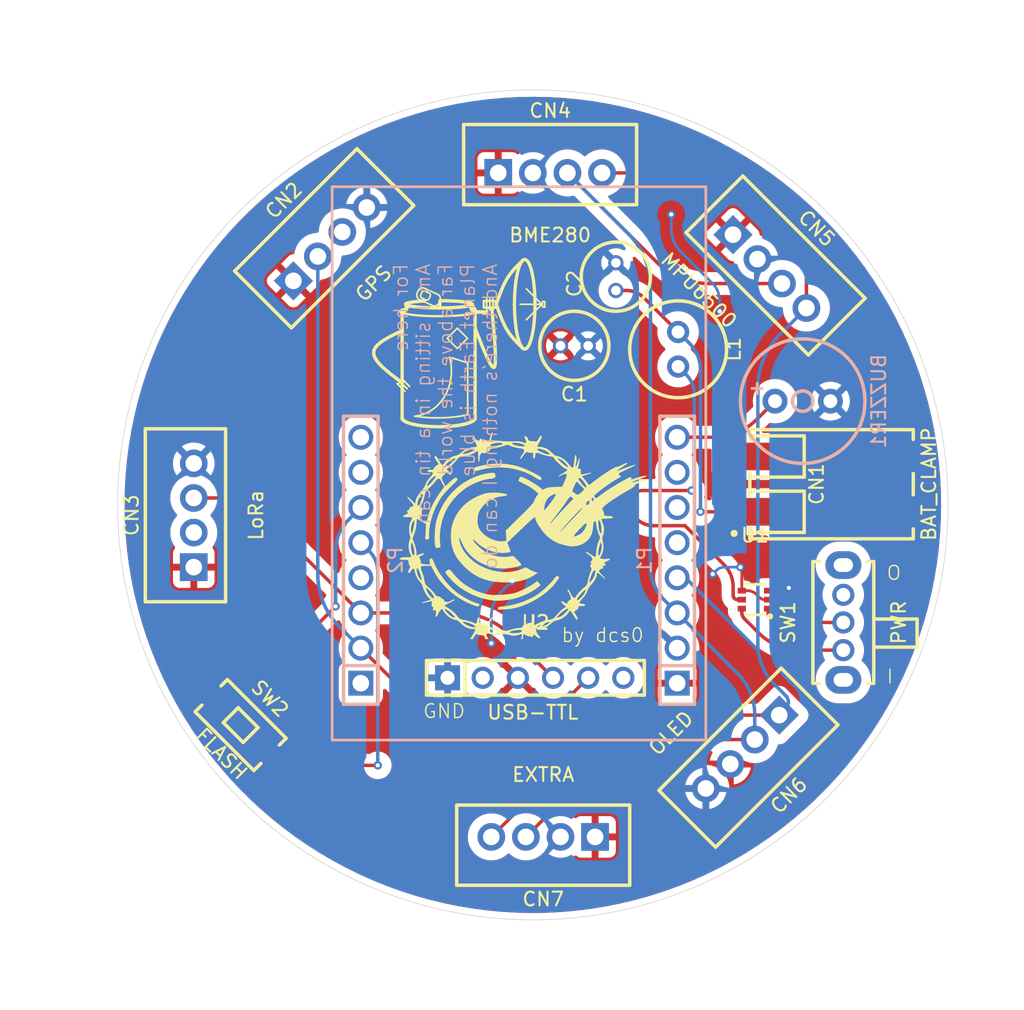
<source format=kicad_pcb>
(kicad_pcb (version 20240108) (generator "pcbnew") (generator_version "8.0")
  (layers (0 "F.Cu" signal) (31 "B.Cu" signal) (34 "B.Paste" user) (35 "F.Paste" user) (36 "B.SilkS" user "B.Silkscreen") (37 "F.SilkS" user "F.Silkscreen") (38 "B.Mask" user) (39 "F.Mask" user) (44 "Edge.Cuts" user))
  (net 0 "")
  (net 8 "GND")
  (net 9 "+5V")
  (net 10 "+BATT")
  (net 11 "Net-(U1-L)")
  (net 14 "Net-(U1-EN)")
  (net 16 "Net-(BUZZER1-Pad1)")
  (net 17 "TX")
  (net 20 "RX")
  (net 21 "SDA")
  (net 22 "SCL")
  (net 23 "Net-(P2-Pad6)")
  (net 24 "Net-(P2-Pad5)")
  (footprint "EasyEDA:IND-TH_BD7.0-P2.50-D0.7" (layer "F.Cu") (at 99 52.25 -90)
    (property "Reference" "L1")
    (property "Value" "PK0608-100MB")
  )
  (footprint "EasyEDA:SC-70-6_L2.2-W1.3-P0.65-LS2.1-BR" (layer "F.Cu") (at 104.55 70.35)
    (property "Reference" "U1")
    (property "Value" "TPS61222")
  )
  (footprint "EasyEDA:CAP-TH_BD5.0-P2.00-D0.5-FD-1" (layer "F.Cu") (at 91.5 52)
    (property "Reference" "C1")
    (property "Value" "10uF")
  )
  (footprint "EasyEDA:CONN-TH_XH-4A" (layer "F.Cu") (at 89.25 87.5 180)
    (property "Reference" "CN7")
    (property "Value" "EXTRA")
  )
  (footprint "EasyEDA:CONN-SMD_2P-P4.00_HDGC4001SMD-S-2P" (layer "F.Cu") (at 108.5 62 90)
    (property "Reference" "CN1")
    (property "Value" "BAT_CLAMP")
  )
  (footprint "EasyEDA:CONN-TH_XH-4A" (layer "F.Cu") (at 103.6517 81.3483 -135)
    (property "Reference" "CN6")
    (property "Value" "OLED")
  )
  (footprint "EasyEDA:CONN-TH_XH-4A" (layer "F.Cu") (at 105.6161 46.6161 -45)
    (property "Reference" "CN5")
    (property "Value" "MPU6500")
  )
  (footprint "EasyEDA:CONN-TH_XH-4A" (layer "F.Cu") (at 89.75 39.5)
    (property "Reference" "CN4")
    (property "Value" "BME280")
  )
  (footprint "EasyEDA:SW-SMD_L6.0-W3.3-LS8.0" (layer "F.Cu") (at 67.5 79.5 -45)
    (property "Reference" "SW2")
    (property "Value" "FLASH")
  )
  (footprint "EasyEDA:CONN-TH_XH-4A" (layer "F.Cu") (at 64 64.25 90)
    (property "Reference" "CN3")
    (property "Value" "LoRa")
  )
  (footprint "EasyEDA:SW-TH_SK12D07VG3" (layer "F.Cu") (at 110.935 72 90)
    (property "Reference" "SW1")
    (property "Value" "PWR")
  )
  (footprint "EasyEDA:HDR-TH_6P-P2.54-V-F" (layer "F.Cu") (at 88.69 76)
    (property "Reference" "U2")
    (property "Value" "USB-TTL")
  )
  (footprint "EasyEDA:CAP-TH_BD5.0-P2.00-D0.5-FD-1" (layer "F.Cu") (at 94.5 47 90)
    (property "Reference" "C2")
    (property "Value" "10uF")
  )
  (footprint "EasyEDA:CONN-TH_XH-4A" (layer "F.Cu") (at 73.8484 44.6516 45)
    (property "Reference" "CN2")
    (property "Value" "GPS")
  )
  (footprint "EasyEDA:BUZ-TH_BD9.0-P4.00-D0.6-FD" (layer "B.Cu") (at 108 56)
    (property "Reference" "BUZZER1")
    (property "Value" "QMB-09B-03")
  )
  (footprint "EasyEDA:HDR-TH_8P-P2.54-V-F-1" (layer "B.Cu") (at 76.07 67.5 90)
    (property "Reference" "P2")
    (property "Value" "ESP_R")
  )
  (footprint "EasyEDA:HDR-TH_8P-P2.54-V-F-1" (layer "B.Cu") (at 98.93 67.5 90)
    (property "Reference" "P1")
    (property "Value" "ESP_L")
  )
  (gr_rect (start 74 40.5) (end 101 80.5) (stroke (width 0.2)) (fill none) (layer "B.SilkS"))
  (gr_line (start 79.374063 49.692186) (end 79.262503 49.664262) (stroke (width 0.16) (color 255 255 255 1)) (layer "F.SilkS"))
  (gr_line (start 79.316263 48.981696) (end 79.319918 48.975793) (stroke (width 0.24) (color 255 255 255 1)) (layer "F.SilkS"))
  (gr_line (start 79.376406 49.210936) (end 79.373969 49.23426) (stroke (width 0.264599) (color 255 255 255 1)) (layer "F.SilkS"))
  (gr_line (start 84.23462 49.500707) (end 84.256774 49.511751) (stroke (width 0.264599) (color 255 255 255 1)) (layer "F.SilkS"))
  (gr_line (start 83.529682 57.669372) (end 83.399119 57.698111) (stroke (width 0.24) (color 255 255 255 1)) (layer "F.SilkS"))
  (gr_line (start 86.781266 46.922432) (end 86.71701 47.017768) (stroke (width 0.24) (color 255 255 255 1)) (layer "F.SilkS"))
  (gr_line (start 81.329824 56.547769) (end 81.193212 56.644791) (stroke (width 0.12) (color 255 255 255 1)) (layer "F.SilkS"))
  (gr_line (start 84.213279 49.488352) (end 84.23462 49.500707) (stroke (width 0.264599) (color 255 255 255 1)) (layer "F.SilkS"))
  (gr_line (start 81.709036 56.206073) (end 81.588071 56.328186) (stroke (width 0.12) (color 255 255 255 1)) (layer "F.SilkS"))
  (gr_line (start 84.129191 49.417546) (end 84.13745 49.426579) (stroke (width 0.264599) (color 255 255 255 1)) (layer "F.SilkS"))
  (gr_line (start 81.803141 48.732758) (end 81.76972 49.260529) (stroke (width 0.24)) (layer "F.SilkS"))
  (gr_poly (pts (xy 85.570701 61.179161) (xy 85.601338 61.179788) (xy 85.628675 61.18108) (xy 85.641179 61.182015) (xy 85.652945 61.183164) (xy 85.664003 61.184541) (xy 85.674382 61.186164) (xy 85.684111 61.188047) (xy 85.693219 61.190206) (xy 85.701737 61.192658) (xy 85.709692 61.195417) (xy 85.717115 61.1985) (xy 85.724034 61.201922) (xy 85.730479 61.205699) (xy 85.736479 61.209847) (xy 85.742063 61.214381) (xy 85.747261 61.219317) (xy 85.752102 61.224671) (xy 85.756614 61.230458) (xy 85.760828 61.236694) (xy 85.764772 61.243396) (xy 85.768476 61.250578) (xy 85.771968 61.258256) (xy 85.775279 61.266446) (xy 85.778438 61.275165) (xy 85.784414 61.294247) (xy 85.790131 61.315629) (xy 85.797868 61.351499) (xy 85.802196 61.384438) (xy 85.803027 61.399851) (xy 85.802939 61.414583) (xy 85.801911 61.42865) (xy 85.79992 61.442071) (xy 85.796944 61.454863) (xy 85.792962 61.467042) (xy 85.78795 61.478625) (xy 85.781888 61.489631) (xy 85.774752 61.500076) (xy 85.766522 61.509977) (xy 85.757174 61.519352) (xy 85.746686 61.528217) (xy 85.735038 61.53659) (xy 85.722206 61.544489) (xy 85.708168 61.55193) (xy 85.692902 61.55893) (xy 85.6586 61.571678) (xy 85.619122 61.582871) (xy 85.574291 61.592645) (xy 85.523931 61.601139) (xy 85.467866 61.608491) (xy 85.405917 61.614837) (xy 85.321315 61.624767) (xy 85.230848 61.639601) (xy 85.135318 61.659048) (xy 85.035529 61.682815) (xy 84.932282 61.710612) (xy 84.826382 61.742146) (xy 84.71863 61.777127) (xy 84.609829 61.815262) (xy 84.500782 61.856259) (xy 84.392292 61.899828) (xy 84.285162 61.945677) (xy 84.180195 61.993513) (xy 84.078192 62.043046) (xy 83.979958 62.093984) (xy 83.886295 62.146036) (xy 83.798005 62.198909) (xy 83.67839 62.276638) (xy 83.560468 62.359584) (xy 83.444495 62.447468) (xy 83.330725 62.540011) (xy 83.219414 62.636936) (xy 83.110816 62.737964) (xy 83.005186 62.842815) (xy 82.902779 62.951213) (xy 82.80385 63.062878) (xy 82.708654 63.177532) (xy 82.617445 63.294896) (xy 82.53048 63.414693) (xy 82.448011 63.536643) (xy 82.370296 63.660468) (xy 82.297587 63.785889) (xy 82.230141 63.912629) (xy 82.170165 64.037494) (xy 82.113869 64.1686) (xy 82.061403 64.305137) (xy 82.012923 64.446292) (xy 81.96858 64.591256) (xy 81.928528 64.739217) (xy 81.892919 64.889364) (xy 81.861906 65.040886) (xy 81.835642 65.192973) (xy 81.81428 65.344812) (xy 81.797973 65.495595) (xy 81.786874 65.644508) (xy 81.781135 65.790742) (xy 81.780909 65.933485) (xy 81.78635 66.071926) (xy 81.79761 66.205255) (xy 81.811747 66.339364) (xy 81.82254 66.450248) (xy 81.826355 66.493382) (xy 81.828942 66.52639) (xy 81.830169 66.547832) (xy 81.830233 66.553765) (xy 81.829907 66.556268) (xy 81.828512 66.557173) (xy 81.825436 66.558423) (xy 81.814599 66.561865) (xy 81.798112 66.566416) (xy 81.776686 66.571897) (xy 81.721879 66.584932) (xy 81.655888 66.599542) (xy 81.627241 66.605533) (xy 81.601923 66.610342) (xy 81.579662 66.613754) (xy 81.560186 66.615557) (xy 81.551406 66.615788) (xy 81.54322 66.615536) (xy 81.535594 66.614775) (xy 81.528493 66.613478) (xy 81.521883 66.611618) (xy 81.515731 66.609168) (xy 81.510002 66.606102) (xy 81.504661 66.602393) (xy 81.499676 66.598015) (xy 81.495011 66.592939) (xy 81.490633 66.587141) (xy 81.486507 66.580593) (xy 81.4826 66.573268) (xy 81.478876 66.565139) (xy 81.475303 66.556181) (xy 81.471846 66.546365) (xy 81.465144 66.524057) (xy 81.458496 66.498001) (xy 81.45163 66.467983) (xy 81.444272 66.433789) (xy 81.431226 66.358606) (xy 81.420975 66.270884) (xy 81.413439 66.172292) (xy 81.408542 66.064499) (xy 81.406351 65.827975) (xy 81.413778 65.574656) (xy 81.430201 65.317883) (xy 81.454997 65.070997) (xy 81.470339 64.955431) (xy 81.487542 64.847341) (xy 81.506525 64.748393) (xy 81.527213 64.660257) (xy 81.618744 64.353296) (xy 81.729841 64.055423) (xy 81.859707 63.767436) (xy 82.007549 63.490131) (xy 82.172569 63.224306) (xy 82.353973 62.970758) (xy 82.550964 62.730284) (xy 82.762748 62.503682) (xy 82.988528 62.291749) (xy 83.227509 62.095282) (xy 83.478895 61.915078) (xy 83.741891 61.751935) (xy 84.015702 61.606649) (xy 84.299531 61.480019) (xy 84.592583 61.372841) (xy 84.894063 61.285913) (xy 84.983573 61.264589) (xy 85.075724 61.244667) (xy 85.167879 61.226586) (xy 85.257406 61.210781) (xy 85.341669 61.197691) (xy 85.418034 61.187751) (xy 85.483865 61.1814) (xy 85.512007 61.179707) (xy 85.536528 61.179074)) (stroke (width -0.000001)) (fill solid) (layer "F.SilkS"))
  (gr_line (start 85.747192 53.465958) (end 85.771767 53.361806) (stroke (width 0.24) (color 255 255 255 1)) (layer "F.SilkS"))
  (gr_line (start 79.288608 49.417546) (end 79.280349 49.426579) (stroke (width 0.264599) (color 255 255 255 1)) (layer "F.SilkS"))
  (gr_line (start 83.730921 49.742504) (end 83.560763 49.765224) (stroke (width 0.16) (color 255 255 255 1)) (layer "F.SilkS"))
  (gr_line (start 85.726799 51.4386) (end 85.669544 50.750177) (stroke (width 0.24) (color 255 255 255 1)) (layer "F.SilkS"))
  (gr_line (start 77.099107 52.866583) (end 77.133878 52.930141) (stroke (width 0.24) (color 255 255 255 1)) (layer "F.SilkS"))
  (gr_line (start 79.196758 57.42008) (end 79.144824 57.379546) (stroke (width 0.24) (color 255 255 255 1)) (layer "F.SilkS"))
  (gr_line (start 80.604658 56.942534) (end 80.448669 56.993266) (stroke (width 0.12) (color 255 255 255 1)) (layer "F.SilkS"))
  (gr_line (start 85.869568 49.0241) (end 85.869568 48.969041) (stroke (width 0.24)) (layer "F.SilkS"))
  (gr_line (start 84.249894 49.618995) (end 84.214374 49.63417) (stroke (width 0.16) (color 255 255 255 1)) (layer "F.SilkS"))
  (gr_line (start 79.41647 57.535166) (end 79.332847 57.498018) (stroke (width 0.24) (color 255 255 255 1)) (layer "F.SilkS"))
  (gr_line (start 82.21245 49.254787) (end 81.76972 49.260529) (stroke (width 0.24) (color 255 255 255 1)) (layer "F.SilkS"))
  (gr_line (start 79.271797 49.435331) (end 79.262964 49.443798) (stroke (width 0.264599) (color 255 255 255 1)) (layer "F.SilkS"))
  (gr_line (start 84.04058 49.187536) (end 84.041393 49.210936) (stroke (width 0.264599) (color 255 255 255 1)) (layer "F.SilkS"))
  (gr_line (start 86.427109 47.536805) (end 86.323896 47.761626) (stroke (width 0.24) (color 255 255 255 1)) (layer "F.SilkS"))
  (gr_line (start 84.074242 48.949362) (end 84.103934 48.973886) (stroke (width 0.24) (color 255 255 255 1)) (layer "F.SilkS"))
  (gr_line (start 81.159975 57.199679) (end 80.896457 57.187369) (stroke (width 0.119999) (color 255 255 255 1)) (layer "F.SilkS"))
  (gr_line (start 87.665401 52.062083) (end 87.508693 51.909481) (stroke (width 0.24) (color 255 255 255 1)) (layer "F.SilkS"))
  (gr_line (start 79.373969 49.140812) (end 79.376406 49.164136) (stroke (width 0.264599) (color 255 255 255 1)) (layer "F.SilkS"))
  (gr_line (start 79.414436 49.250665) (end 79.304218 49.398659) (stroke (width 0.264599) (color 255 255 255 1)) (layer "F.SilkS"))
  (gr_line (start 85.788289 53.221321) (end 85.797335 53.047098) (stroke (width 0.24) (color 255 255 255 1)) (layer "F.SilkS"))
  (gr_line (start 86.537055 50.672067) (end 86.48117 50.565432) (stroke (width 0.24) (color 255 255 255 1)) (layer "F.SilkS"))
  (gr_line (start 85.4224 53.290665) (end 85.495672 53.406247) (stroke (width 0.24) (color 255 255 255 1)) (layer "F.SilkS"))
  (gr_line (start 85.616898 48.704672) (end 85.616898 49.396313) (stroke (width 0.12) (color 255 255 255 1)) (layer "F.SilkS"))
  (gr_line (start 77.048037 52.271002) (end 77.027639 52.32712) (stroke (width 0.24) (color 255 255 255 1)) (layer "F.SilkS"))
  (gr_line (start 84.069826 49.049798) (end 84.06089 49.072057) (stroke (width 0.264599) (color 255 255 255 1)) (layer "F.SilkS"))
  (gr_line (start 86.71701 50.975373) (end 86.654858 50.877195) (stroke (width 0.24) (color 255 255 255 1)) (layer "F.SilkS"))
  (gr_line (start 82.522765 52.998471) (end 82.559706 53.179172) (stroke (width 0.12) (color 255 255 255 1)) (layer "F.SilkS"))
  (gr_line (start 84.041393 49.164136) (end 84.04058 49.187536) (stroke (width 0.264599) (color 255 255 255 1)) (layer "F.SilkS"))
  (gr_line (start 86.323896 50.231515) (end 86.226296 49.99912) (stroke (width 0.24) (color 255 255 255 1)) (layer "F.SilkS"))
  (gr_line (start 77.073714 52.215596) (end 77.048037 52.271002) (stroke (width 0.24) (color 255 255 255 1)) (layer "F.SilkS"))
  (gr_line (start 82.962151 52.966283) (end 82.646296 52.868017) (stroke (width 0.12) (color 255 255 255 1)) (layer "F.SilkS"))
  (gr_line (start 84.04383 49.140812) (end 84.041393 49.164136) (stroke (width 0.264599) (color 255 255 255 1)) (layer "F.SilkS"))
  (gr_line (start 84.005078 57.518085) (end 83.961822 57.536464) (stroke (width 0.24) (color 255 255 255 1)) (layer "F.SilkS"))
  (gr_line (start 83.022321 49.21786) (end 82.835757 49.229939) (stroke (width 0.24) (color 255 255 255 1)) (layer "F.SilkS"))
  (gr_line (start 84.256774 49.511751) (end 84.279669 49.521447) (stroke (width 0.264599) (color 255 255 255 1)) (layer "F.SilkS"))
  (gr_line (start 81.932972 55.938318) (end 81.824115 56.076042) (stroke (width 0.12) (color 255 255 255 1)) (layer "F.SilkS"))
  (gr_line (start 79.262503 49.664262) (end 79.173278 49.634908) (stroke (width 0.16) (color 255 255 255 1)) (layer "F.SilkS"))
  (gr_line (start 77.173361 52.994335) (end 77.217369 53.059139) (stroke (width 0.24) (color 255 255 255 1)) (layer "F.SilkS"))
  (gr_line (start 77.003432 52.441594) (end 77 52.5) (stroke (width 0.24) (color 255 255 255 1)) (layer "F.SilkS"))
  (gr_line (start 84.121231 49.408238) (end 84.129191 49.417546) (stroke (width 0.264599) (color 255 255 255 1)) (layer "F.SilkS"))
  (gr_line (start 86.847486 51.163393) (end 86.781266 51.070709) (stroke (width 0.24) (color 255 255 255 1)) (layer "F.SilkS"))
  (gr_line (start 79.878012 49.166816) (end 79.629083 49.127627) (stroke (width 0.24) (color 255 255 255 1)) (layer "F.SilkS"))
  (gr_line (start 87.665401 45.931058) (end 87.508693 46.08366) (stroke (width 0.24) (color 255 255 255 1)) (layer "F.SilkS"))
  (gr_line (start 85.620936 53.541383) (end 85.647399 53.553269) (stroke (width 0.24) (color 255 255 255 1)) (layer "F.SilkS"))
  (gr_line (start 79.325226 49.006726) (end 79.337412 49.027996) (stroke (width 0.264599) (color 255 255 255 1)) (layer "F.SilkS"))
  (gr_line (start 85.562043 53.490684) (end 85.620936 53.541383) (stroke (width 0.24) (color 255 255 255 1)) (layer "F.SilkS"))
  (gr_line (start 85.799479 52.841734) (end 85.795296 52.607821) (stroke (width 0.24) (color 255 255 255 1)) (layer "F.SilkS"))
  (gr_line (start 77.374651 53.256958) (end 77.498669 53.391422) (stroke (width 0.24) (color 255 255 255 1)) (layer "F.SilkS"))
  (gr_line (start 84.303236 49.529755) (end 84.333051 49.538245) (stroke (width 0.264599) (color 255 255 255 1)) (layer "F.SilkS"))
  (gr_line (start 79.07451 57.295989) (end 79.064116 57.274675) (stroke (width 0.24) (color 255 255 255 1)) (layer "F.SilkS"))
  (gr_line (start 78.292183 54.087126) (end 78.662368 54.372525) (stroke (width 0.24) (color 255 255 255 1)) (layer "F.SilkS"))
  (gr_line (start 82.835757 49.229939) (end 82.638062 49.240198) (stroke (width 0.24) (color 255 255 255 1)) (layer "F.SilkS"))
  (gr_line (start 84.045818 57.499365) (end 84.005078 57.518085) (stroke (width 0.24) (color 255 255 255 1)) (layer "F.SilkS"))
  (gr_line (start 84.084003 57.480321) (end 84.045818 57.499365) (stroke (width 0.24) (color 255 255 255 1)) (layer "F.SilkS"))
  (gr_line (start 85.16692 52.783011) (end 85.3428 53.146535) (stroke (width 0.24) (color 255 255 255 1)) (layer "F.SilkS"))
  (gr_line (start 79.044617 54.659551) (end 78.913779 54.597152) (stroke (width 0.24)) (layer "F.SilkS"))
  (gr_line (start 84.329446 49.555539) (end 84.319268 49.571777) (stroke (width 0.16) (color 255 255 255 1)) (layer "F.SilkS"))
  (gr_line (start 79.506633 49.718519) (end 79.374063 49.692186) (stroke (width 0.16) (color 255 255 255 1)) (layer "F.SilkS"))
  (gr_line (start 79.689157 48.85461) (end 79.811948 48.835352) (stroke (width 0.24) (color 255 255 255 1)) (layer "F.SilkS"))
  (gr_line (start 82.256217 57.188729) (end 81.982 57.200645) (stroke (width 0.119999) (color 255 255 255 1)) (layer "F.SilkS"))
  (gr_line (start 84.06952 49.046715) (end 84.046521 49.058378) (stroke (width 0.24) (color 255 255 255 1)) (layer "F.SilkS"))
  (gr_line (start 83.764379 57.606262) (end 83.651536 57.638715) (stroke (width 0.24) (color 255 255 255 1)) (layer "F.SilkS"))
  (gr_line (start 83.651536 57.638715) (end 83.529682 57.669372) (stroke (width 0.24) (color 255 255 255 1)) (layer "F.SilkS"))
  (gr_line (start 83.373533 49.785876) (end 83.170555 49.804302) (stroke (width 0.16) (color 255 255 255 1)) (layer "F.SilkS"))
  (gr_line (start 86.915529 51.253616) (end 86.847486 51.163393) (stroke (width 0.24) (color 255 255 255 1)) (layer "F.SilkS"))
  (gr_line (start 79.347973 49.325273) (end 79.337412 49.347076) (stroke (width 0.264599) (color 255 255 255 1)) (layer "F.SilkS"))
  (gr_line (start 79.114563 49.529755) (end 79.090396 49.536637) (stroke (width 0.264599) (color 255 255 255 1)) (layer "F.SilkS"))
  (gr_line (start 87.056526 46.56571) (end 86.985256 46.651576) (stroke (width 0.24) (color 255 255 255 1)) (layer "F.SilkS"))
  (gr_line (start 81.588071 56.328186) (end 81.461556 56.44216) (stroke (width 0.12) (color 255 255 255 1)) (layer "F.SilkS"))
  (gr_line (start 79.138129 49.521447) (end 79.114563 49.529755) (stroke (width 0.264599) (color 255 255 255 1)) (layer "F.SilkS"))
  (gr_line (start 82.559706 53.179172) (end 82.587405 53.361114) (stroke (width 0.12) (color 255 255 255 1)) (layer "F.SilkS"))
  (gr_line (start 79.535812 48.885437) (end 79.58273 48.874925) (stroke (width 0.24) (color 255 255 255 1)) (layer "F.SilkS"))
  (gr_line (start 84.01473 49.691507) (end 83.882685 49.717879) (stroke (width 0.16) (color 255 255 255 1)) (layer "F.SilkS"))
  (gr_line (start 79.369907 49.11764) (end 79.373969 49.140812) (stroke (width 0.264599) (color 255 255 255 1)) (layer "F.SilkS"))
  (gr_line (start 77.785915 53.665636) (end 77.946125 53.80498) (stroke (width 0.24) (color 255 255 255 1)) (layer "F.SilkS"))
  (gr_line (start 79.950596 48.817287) (end 80.104595 48.800551) (stroke (width 0.24) (color 255 255 255 1)) (layer "F.SilkS"))
  (gr_line (start 79.613539 57.605178) (end 79.510123 57.570929) (stroke (width 0.24) (color 255 255 255 1)) (layer "F.SilkS"))
  (gr_line (start 82.658532 48.753886) (end 83.035486 48.776262) (stroke (width 0.24) (color 255 255 255 1)) (layer "F.SilkS"))
  (gr_line (start 84.18285 57.421388) (end 84.152557 57.441317) (stroke (width 0.24) (color 255 255 255 1)) (layer "F.SilkS"))
  (gr_line (start 84.106249 49.388814) (end 84.113581 49.398659) (stroke (width 0.264599) (color 255 255 255 1)) (layer "F.SilkS"))
  (gr_line (start 78.863325 54.546883) (end 79.038967 54.383511) (stroke (width 0.12)) (layer "F.SilkS"))
  (gr_line (start 79.056899 49.413161) (end 79.304218 49.398659) (stroke (width 0.24)) (layer "F.SilkS"))
  (gr_line (start 78.662368 54.372525) (end 79.044617 54.659551) (stroke (width 0.24) (color 255 255 255 1)) (layer "F.SilkS"))
  (gr_line (start 79.027816 49.547359) (end 79.015 49.548354) (stroke (width 0.264599) (color 255 255 255 1)) (layer "F.SilkS"))
  (gr_line (start 87.35423 46.239293) (end 87.203134 46.399471) (stroke (width 0.24) (color 255 255 255 1)) (layer "F.SilkS"))
  (gr_line (start 86.48117 47.427709) (end 86.427109 47.536805) (stroke (width 0.24) (color 255 255 255 1)) (layer "F.SilkS"))
  (gr_line (start 79.391586 48.92945) (end 79.420999 48.918186) (stroke (width 0.24) (color 255 255 255 1)) (layer "F.SilkS"))
  (gr_line (start 84.146002 49.435331) (end 84.154835 49.443798) (stroke (width 0.264599) (color 255 255 255 1)) (layer "F.SilkS"))
  (gr_line (start 77.964066 51.452663) (end 77.802058 51.548547) (stroke (width 0.24) (color 255 255 255 1)) (layer "F.SilkS"))
  (gr_line (start 83.949915 49.092259) (end 83.863494 49.113775) (stroke (width 0.24) (color 255 255 255 1)) (layer "F.SilkS"))
  (gr_poly (pts (xy 82.467245 68.163695) (xy 82.471253 68.164946) (xy 82.481027 68.169851) (xy 82.49301 68.177824) (xy 82.507042 68.188701) (xy 82.522962 68.202315) (xy 82.540611 68.218503) (xy 82.580451 68.257939) (xy 82.625281 68.305687) (xy 82.673817 68.360428) (xy 82.724777 68.42084) (xy 82.776879 68.485604) (xy 82.8807 68.611684) (xy 82.990926 68.733933) (xy 83.107185 68.852116) (xy 83.229107 68.965994) (xy 83.356324 69.075331) (xy 83.488463 69.179889) (xy 83.625156 69.279431) (xy 83.766033 69.373721) (xy 83.910722 69.46252) (xy 84.058854 69.545591) (xy 84.21006 69.622698) (xy 84.363968 69.693602) (xy 84.520208 69.758067) (xy 84.678411 69.815856) (xy 84.838207 69.866731) (xy 84.999224 69.910455) (xy 85.142162 69.944435) (xy 85.269435 69.970695) (xy 85.329612 69.981122) (xy 85.388771 69.989847) (xy 85.447878 69.996949) (xy 85.507899 70.002503) (xy 85.5698 70.006585) (xy 85.634546 70.009271) (xy 85.77644 70.010765) (xy 85.941309 70.007595) (xy 86.13688 70.000371) (xy 86.276369 69.992985) (xy 86.41903 69.982709) (xy 86.560842 69.97001) (xy 86.697789 69.955356) (xy 86.82585 69.939216) (xy 86.941008 69.922057) (xy 87.039243 69.904346) (xy 87.080759 69.89543) (xy 87.116538 69.886552) (xy 87.194722 69.863797) (xy 87.278641 69.836324) (xy 87.367382 69.804572) (xy 87.460033 69.768978) (xy 87.653411 69.688016) (xy 87.851472 69.596941) (xy 88.046913 69.499257) (xy 88.232431 69.398467) (xy 88.319186 69.348002) (xy 88.400722 69.298074) (xy 88.476126 69.249121) (xy 88.544484 69.201581) (xy 88.808295 69.010766) (xy 88.941359 69.146287) (xy 89.074427 69.281808) (xy 88.889167 69.439294) (xy 88.782995 69.524712) (xy 88.667939 69.608184) (xy 88.544819 69.689375) (xy 88.41446 69.767945) (xy 88.277683 69.843557) (xy 88.135312 69.915874) (xy 87.98817 69.984559) (xy 87.837078 70.049273) (xy 87.68286 70.109679) (xy 87.526339 70.16544) (xy 87.368337 70.216218) (xy 87.209678 70.261676) (xy 87.051183 70.301475) (xy 86.893675 70.335279) (xy 86.737978 70.36275) (xy 86.584914 70.38355) (xy 86.378876 70.405684) (xy 86.201548 70.420849) (xy 86.121093 70.425764) (xy 86.044747 70.428872) (xy 85.971486 70.430151) (xy 85.900286 70.429579) (xy 85.830126 70.427135) (xy 85.759981 70.422797) (xy 85.68883 70.416543) (xy 85.615648 70.408351) (xy 85.4591 70.386068) (xy 85.282153 70.355775) (xy 85.083249 70.314933) (xy 84.884231 70.264549) (xy 84.685804 70.205021) (xy 84.488676 70.136747) (xy 84.293555 70.060126) (xy 84.101147 69.975555) (xy 83.912161 69.883432) (xy 83.727303 69.784155) (xy 83.547281 69.678122) (xy 83.372801 69.565732) (xy 83.204572 69.447381) (xy 83.0433 69.323469) (xy 82.889694 69.194393) (xy 82.744459 69.06055) (xy 82.608303 68.92234) (xy 82.481934 68.78016) (xy 82.419036 68.704619) (xy 82.360354 68.632559) (xy 82.307172 68.565673) (xy 82.260778 68.505651) (xy 82.222455 68.454185) (xy 82.206723 68.43219) (xy 82.193491 68.412967) (xy 82.182919 68.39673) (xy 82.175169 68.383688) (xy 82.170401 68.374054) (xy 82.169186 68.370581) (xy 82.168776 68.368039) (xy 82.169406 68.362795) (xy 82.171253 68.357017) (xy 82.174249 68.350752) (xy 82.178329 68.344044) (xy 82.189475 68.329488) (xy 82.204162 68.313715) (xy 82.221861 68.297094) (xy 82.242041 68.27999) (xy 82.264173 68.262773) (xy 82.287728 68.245808) (xy 82.312176 68.229464) (xy 82.336989 68.214107) (xy 82.361635 68.200105) (xy 82.385586 68.187825) (xy 82.408313 68.177635) (xy 82.429285 68.169902) (xy 82.447974 68.164992) (xy 82.456296 68.163711) (xy 82.463849 68.163274)) (stroke (width -0.000001)) (fill solid) (layer "F.SilkS"))
  (gr_line (start 84.327403 49.536637) (end 84.352099 49.542057) (stroke (width 0.264599) (color 255 255 255 1)) (layer "F.SilkS"))
  (gr_line (start 84.109518 49.010823) (end 84.328899 49.413161) (stroke (width 0.24)) (layer "F.SilkS"))
  (gr_line (start 83.795557 56.969064) (end 83.795557 53.23578) (stroke (width 0.12) (color 255 255 255 1)) (layer "F.SilkS"))
  (gr_line (start 81.949277 57.847087) (end 81.60034 57.849782) (stroke (width 0.24) (color 255 255 255 1)) (layer "F.SilkS"))
  (gr_line (start 83.870711 48.880925) (end 83.956665 48.90278) (stroke (width 0.24) (color 255 255 255 1)) (layer "F.SilkS"))
  (gr_line (start 79.20452 49.488352) (end 79.183179 49.500707) (stroke (width 0.264599) (color 255 255 255 1)) (layer "F.SilkS"))
  (gr_line (start 80.104595 48.800551) (end 80.273437 48.78528) (stroke (width 0.24) (color 255 255 255 1)) (layer "F.SilkS"))
  (gr_line (start 79.337412 49.027996) (end 79.347973 49.049798) (stroke (width 0.264599) (color 255 255 255 1)) (layer "F.SilkS"))
  (gr_line (start 83.358879 49.188714) (end 83.196959 49.204079) (stroke (width 0.24) (color 255 255 255 1)) (layer "F.SilkS"))
  (gr_line (start 84.173316 49.459859) (end 84.19282 49.474723) (stroke (width 0.264599) (color 255 255 255 1)) (layer "F.SilkS"))
  (gr_line (start 78.687501 51.0793) (end 78.313719 51.264354) (stroke (width 0.24) (color 255 255 255 1)) (layer "F.SilkS"))
  (gr_line (start 79.259521 57.459614) (end 79.196758 57.42008) (stroke (width 0.24) (color 255 255 255 1)) (layer "F.SilkS"))
  (gr_line (start 79.346429 48.952398) (end 79.366708 48.940859) (stroke (width 0.24) (color 255 255 255 1)) (layer "F.SilkS"))
  (gr_line (start 79.366708 48.940859) (end 79.391586 48.92945) (stroke (width 0.24) (color 255 255 255 1)) (layer "F.SilkS"))
  (gr_line (start 77.133878 52.930141) (end 77.173361 52.994335) (stroke (width 0.24) (color 255 255 255 1)) (layer "F.SilkS"))
  (gr_line (start 79.541749 54.886292) (end 79.5924 54.936574) (stroke (width 0.12)) (layer "F.SilkS"))
  (gr_line (start 84.330731 57.210158) (end 84.324615 57.253771) (stroke (width 0.24)) (layer "F.SilkS"))
  (gr_line (start 82.245176 48.739115) (end 82.658532 48.753886) (stroke (width 0.24) (color 255 255 255 1)) (layer "F.SilkS"))
  (gr_line (start 84.279669 49.521447) (end 84.303236 49.529755) (stroke (width 0.264599) (color 255 255 255 1)) (layer "F.SilkS"))
  (gr_line (start 79.337412 49.347076) (end 79.325226 49.368346) (stroke (width 0.264599) (color 255 255 255 1)) (layer "F.SilkS"))
  (gr_line (start 85.731705 53.503598) (end 85.747192 53.465958) (stroke (width 0.24) (color 255 255 255 1)) (layer "F.SilkS"))
  (gr_line (start 81.336068 49.25734) (end 80.920781 49.245798) (stroke (width 0.24) (color 255 255 255 1)) (layer "F.SilkS"))
  (gr_line (start 84.279326 49.603525) (end 84.249894 49.618995) (stroke (width 0.16) (color 255 255 255 1)) (layer "F.SilkS"))
  (gr_line (start 80.641728 57.169272) (end 80.397915 57.145514) (stroke (width 0.119999) (color 255 255 255 1)) (layer "F.SilkS"))
  (gr_line (start 82.589119 54.274163) (end 82.56248 54.454385) (stroke (width 0.12) (color 255 255 255 1)) (layer "F.SilkS"))
  (gr_line (start 82.035273 55.793124) (end 81.932972 55.938318) (stroke (width 0.12) (color 255 255 255 1)) (layer "F.SilkS"))
  (gr_line (start 79.356909 49.303014) (end 79.347973 49.325273) (stroke (width 0.264599) (color 255 255 255 1)) (layer "F.SilkS"))
  (gr_line (start 79.629083 49.127627) (end 79.528342 49.105944) (stroke (width 0.24) (color 255 255 255 1)) (layer "F.SilkS"))
  (gr_line (start 85.693997 53.548493) (end 85.713989 53.531182) (stroke (width 0.24) (color 255 255 255 1)) (layer "F.SilkS"))
  (gr_line (start 87.203134 46.399471) (end 87.129198 46.481738) (stroke (width 0.24) (color 255 255 255 1)) (layer "F.SilkS"))
  (gr_line (start 82.480359 49.844607) (end 82.227618 49.852517) (stroke (width 0.16) (color 255 255 255 1)) (layer "F.SilkS"))
  (gr_line (start 86.226296 47.99402) (end 86.133185 48.232473) (stroke (width 0.24) (color 255 255 255 1)) (layer "F.SilkS"))
  (gr_line (start 85.392876 48.608711) (end 85.392876 49.300351) (stroke (width 0.12) (color 255 255 255 1)) (layer "F.SilkS"))
  (gr_line (start 83.260149 57.724806) (end 83.113073 57.749335) (stroke (width 0.24) (color 255 255 255 1)) (layer "F.SilkS"))
  (gr_line (start 86.985256 46.651576) (end 86.915529 46.739525) (stroke (width 0.24) (color 255 255 255 1)) (layer "F.SilkS"))
  (gr_line (start 82.130682 55.640683) (end 82.035273 55.793124) (stroke (width 0.12) (color 255 255 255 1)) (layer "F.SilkS"))
  (gr_line (start 84.119595 57.460966) (end 84.084003 57.480321) (stroke (width 0.24) (color 255 255 255 1)) (layer "F.SilkS"))
  (gr_line (start 79.089619 54.433793) (end 78.737938 54.770113) (stroke (width 0.12)) (layer "F.SilkS"))
  (gr_line (start 77.511219 51.74479) (end 77.385405 51.845557) (stroke (width 0.24) (color 255 255 255 1)) (layer "F.SilkS"))
  (gr_line (start 84.047892 49.11764) (end 84.04383 49.140812) (stroke (width 0.264599) (color 255 255 255 1)) (layer "F.SilkS"))
  (gr_line (start 79.312576 48.993551) (end 79.313813 48.987616) (stroke (width 0.24) (color 255 255 255 1)) (layer "F.SilkS"))
  (gr_line (start 81.824115 56.076042) (end 81.709036 56.206073) (stroke (width 0.12) (color 255 255 255 1)) (layer "F.SilkS"))
  (gr_line (start 81.76972 49.260529) (end 81.336068 49.25734) (stroke (width 0.24) (color 255 255 255 1)) (layer "F.SilkS"))
  (gr_line (start 84.402798 49.548354) (end 84.415694 49.548954) (stroke (width 0.264599) (color 255 255 255 1)) (layer "F.SilkS"))
  (gr_line (start 79.31256 48.9995) (end 79.312576 48.993551) (stroke (width 0.24) (color 255 255 255 1)) (layer "F.SilkS"))
  (gr_line (start 79.444966 49.082967) (end 79.410481 49.071131) (stroke (width 0.24) (color 255 255 255 1)) (layer "F.SilkS"))
  (gr_line (start 79.050711 57.20997) (end 79.052279 57.188201) (stroke (width 0.24) (color 255 255 255 1)) (layer "F.SilkS"))
  (gr_line (start 86.654858 47.115945) (end 86.594905 47.217089) (stroke (width 0.24) (color 255 255 255 1)) (layer "F.SilkS"))
  (gr_line (start 80.182464 49.199959) (end 79.878012 49.166816) (stroke (width 0.24) (color 255 255 255 1)) (layer "F.SilkS"))
  (gr_line (start 79.054773 49.548138) (end 78.989139 49.549155) (stroke (width 0.264599) (color 255 255 255 1)) (layer "F.SilkS"))
  (gr_line (start 89.151506 48.996571) (end 88.028374 50.119704) (stroke (width 0.12) (color 255 255 255 1)) (layer "F.SilkS"))
  (gr_line (start 84.764543 51.827572) (end 84.972634 52.336436) (stroke (width 0.24) (color 255 255 255 1)) (layer "F.SilkS"))
  (gr_line (start 84.352099 49.542057) (end 84.377255 49.545975) (stroke (width 0.264599) (color 255 255 255 1)) (layer "F.SilkS"))
  (gr_line (start 80.119511 57.724473) (end 79.979705 57.697561) (stroke (width 0.24) (color 255 255 255 1)) (layer "F.SilkS"))
  (gr_line (start 77.180527 52.053397) (end 77.140147 52.106819) (stroke (width 0.24) (color 255 255 255 1)) (layer "F.SilkS"))
  (gr_line (start 86.133185 48.232473) (end 86.043442 48.475471) (stroke (width 0.24) (color 255 255 255 1)) (layer "F.SilkS"))
  (gr_line (start 84.319268 49.571777) (end 84.302506 49.587779) (stroke (width 0.16) (color 255 255 255 1)) (layer "F.SilkS"))
  (gr_line (start 83.839756 56.956597) (end 83.798929 56.968113) (stroke (width 0.119999) (color 255 255 255 1)) (layer "F.SilkS"))
  (gr_line (start 82.295056 57.833181) (end 81.949277 57.847087) (stroke (width 0.24) (color 255 255 255 1)) (layer "F.SilkS"))
  (gr_line (start 83.795557 53.23578) (end 82.646296 52.868017) (stroke (width 0.12) (color 255 255 255 1)) (layer "F.SilkS"))
  (gr_line (start 77.274672 51.948358) (end 77.180527 52.053397) (stroke (width 0.24) (color 255 255 255 1)) (layer "F.SilkS"))
  (gr_line (start 79.377219 49.187536) (end 79.376406 49.210936) (stroke (width 0.264599) (color 255 255 255 1)) (layer "F.SilkS"))
  (gr_line (start 84.02483 48.925626) (end 84.074242 48.949362) (stroke (width 0.24) (color 255 255 255 1)) (layer "F.SilkS"))
  (gr_line (start 84.302506 49.587779) (end 84.279326 49.603525) (stroke (width 0.16) (color 255 255 255 1)) (layer "F.SilkS"))
  (gr_poly (pts (xy 85.579814 58.224977) (xy 85.58026 58.225019) (xy 85.580701 58.225083) (xy 85.581138 58.225168) (xy 85.581571 58.225275) (xy 85.581999 58.225402) (xy 85.582422 58.225552) (xy 85.58284 58.225722) (xy 85.583254 58.225914) (xy 85.583664 58.226127) (xy 85.584068 58.226362) (xy 85.584468 58.226618) (xy 85.584863 58.226896) (xy 85.585254 58.227195) (xy 85.58564 58.227516) (xy 85.586021 58.227858) (xy 85.586398 58.228221) (xy 85.588802 58.232776) (xy 85.59027 58.240552) (xy 85.590832 58.251368) (xy 85.590517 58.265039) (xy 85.587373 58.300219) (xy 85.581074 58.344629) (xy 85.571856 58.396805) (xy 85.559953 58.455285) (xy 85.545602 58.518605) (xy 85.529036 58.585303) (xy 85.512406 58.651942) (xy 85.49787 58.715094) (xy 85.485677 58.773306) (xy 85.476077 58.825124) (xy 85.472327 58.848182) (xy 85.469318 58.869097) (xy 85.467081 58.887688) (xy 85.465648 58.903772) (xy 85.46505 58.917169) (xy 85.465318 58.927696) (xy 85.465786 58.931827) (xy 85.466483 58.935172) (xy 85.467411 58.93771) (xy 85.468575 58.939416) (xy 85.470004 58.940611) (xy 85.471718 58.941629) (xy 85.475965 58.943142) (xy 85.481244 58.943975) (xy 85.487481 58.944147) (xy 85.494603 58.943678) (xy 85.502538 58.942587) (xy 85.511213 58.940892) (xy 85.520555 58.938614) (xy 85.530491 58.935772) (xy 85.540948 58.932384) (xy 85.551854 58.928471) (xy 85.563135 58.924051) (xy 85.574718 58.919145) (xy 85.586532 58.91377) (xy 85.598502 58.907947) (xy 85.610556 58.901694) (xy 85.626407 58.894171) (xy 85.644411 58.887418) (xy 85.664584 58.881436) (xy 85.686941 58.876224) (xy 85.711496 58.871781) (xy 85.738266 58.868107) (xy 85.767264 58.865201) (xy 85.798507 58.863063) (xy 85.867787 58.861088) (xy 85.946226 58.862177) (xy 86.033945 58.866325) (xy 86.131066 58.873529) (xy 86.30139 58.887545) (xy 86.449587 58.898232) (xy 86.582348 58.905755) (xy 86.706365 58.910278) (xy 86.82833 58.911968) (xy 86.954934 58.910991) (xy 87.092869 58.907511) (xy 87.248828 58.901694) (xy 87.290203 58.900354) (xy 87.330756 58.899791) (xy 87.370443 58.899997) (xy 87.409218 58.900968) (xy 87.447037 58.902697) (xy 87.483855 58.90518) (xy 87.519628 58.90841) (xy 87.55431 58.912382) (xy 87.587858 58.917089) (xy 87.620226 58.922527) (xy 87.651371 58.928689) (xy 87.681246 58.93557) (xy 87.709808 58.943163) (xy 87.737012 58.951464) (xy 87.762813 58.960466) (xy 87.787167 58.970164) (xy 87.81784 58.983076) (xy 87.845278 58.994278) (xy 87.8697 59.003773) (xy 87.880849 59.007881) (xy 87.891325 59.011563) (xy 87.901157 59.01482) (xy 87.910372 59.017652) (xy 87.918997 59.020059) (xy 87.927059 59.022042) (xy 87.934585 59.023601) (xy 87.941604 59.024737) (xy 87.948142 59.025449) (xy 87.954226 59.025738) (xy 87.959885 59.025605) (xy 87.965145 59.025049) (xy 87.970033 59.024072) (xy 87.974577 59.022673) (xy 87.978805 59.020853) (xy 87.982743 59.018612) (xy 87.986419 59.01595) (xy 87.98986 59.012869) (xy 87.993094 59.009368) (xy 87.996148 59.005447) (xy 87.999049 59.001108) (xy 88.001824 58.996349) (xy 88.004501 58.991173) (xy 88.007108 58.985578) (xy 88.009671 58.979566) (xy 88.012217 58.973136) (xy 88.014872 58.964218) (xy 88.016537 58.953998) (xy 88.017244 58.942597) (xy 88.017022 58.930132) (xy 88.015902 58.916723) (xy 88.013913 58.90249) (xy 88.011086 58.88755) (xy 88.007452 58.872024) (xy 88.003039 58.85603) (xy 87.99788 58.839687) (xy 87.992003 58.823115) (xy 87.985439 58.806433) (xy 87.978219 58.789759) (xy 87.970372 58.773212) (xy 87.961929 58.756913) (xy 87.95292 58.740979) (xy 87.943931 58.725279) (xy 87.935547 58.709665) (xy 87.927794 58.694232) (xy 87.920701 58.679078) (xy 87.914298 58.664298) (xy 87.908612 58.649988) (xy 87.903672 58.636245) (xy 87.899507 58.623164) (xy 87.896145 58.610842) (xy 87.893615 58.599375) (xy 87.891945 58.588859) (xy 87.891163 58.57939) (xy 87.891115 58.575079) (xy 87.8913 58.571065) (xy 87.891721 58.567361) (xy 87.892382 58.563979) (xy 87.893286 58.560931) (xy 87.894438 58.558229) (xy 87.895841 58.555885) (xy 87.897498 58.55391) (xy 87.903848 58.548235) (xy 87.910592 58.543485) (xy 87.917699 58.53964) (xy 87.925141 58.53668) (xy 87.932888 58.534584) (xy 87.940912 58.533333) (xy 87.949184 58.532905) (xy 87.957675 58.533282) (xy 87.966356 58.534443) (xy 87.975198 58.536367) (xy 87.984171 58.539035) (xy 87.993247 58.542426) (xy 88.002398 58.54652) (xy 88.011593 58.551297) (xy 88.020804 58.556737) (xy 88.030002 58.562819) (xy 88.039158 58.569523) (xy 88.048243 58.57683) (xy 88.057227 58.584718) (xy 88.066083 58.593168) (xy 88.074781 58.60216) (xy 88.083292 58.611672) (xy 88.091587 58.621686) (xy 88.099637 58.632181) (xy 88.107414 58.643137) (xy 88.114887 58.654533) (xy 88.122029 58.66635) (xy 88.128809 58.678566) (xy 88.1352 58.691163) (xy 88.141172 58.704119) (xy 88.146696 58.717415) (xy 88.151744 58.731031) (xy 88.159757 58.752848) (xy 88.167938 58.772542) (xy 88.176466 58.790226) (xy 88.185521 58.806013) (xy 88.195282 58.820017) (xy 88.200483 58.826386) (xy 88.205928 58.832351) (xy 88.21164 58.837927) (xy 88.21764 58.843128) (xy 88.223951 58.847969) (xy 88.230596 58.852462) (xy 88.237596 58.856623) (xy 88.244975 58.860466) (xy 88.252755 58.864005) (xy 88.260958 58.867253) (xy 88.278723 58.872937) (xy 88.29845 58.877631) (xy 88.320319 58.881449) (xy 88.344508 58.884503) (xy 88.371198 58.886907) (xy 88.400567 58.888774) (xy 88.484904 58.894025) (xy 88.568489 58.900566) (xy 88.606978 58.904064) (xy 88.641654 58.907575) (xy 88.671309 58.910997) (xy 88.694735 58.914226) (xy 88.700863 58.914964) (xy 88.707016 58.915275) (xy 88.713198 58.915158) (xy 88.719407 58.914611) (xy 88.725646 58.913634) (xy 88.731916 58.912226) (xy 88.744552 58.908113) (xy 88.757324 58.902263) (xy 88.770239 58.894669) (xy 88.783307 58.885322) (xy 88.796536 58.874216) (xy 88.809934 58.861343) (xy 88.823511 58.846694) (xy 88.837274 58.830262) (xy 88.851233 58.812039) (xy 88.865395 58.792018) (xy 88.87977 58.77019) (xy 88.894366 58.746548) (xy 88.909192 58.721084) (xy 88.921534 58.699766) (xy 88.934175 58.678831) (xy 88.947021 58.658396) (xy 88.959979 58.638579) (xy 88.972957 58.619498) (xy 88.985862 58.60127) (xy 88.9986 58.584012) (xy 89.01108 58.567842) (xy 89.023207 58.552878) (xy 89.03489 58.539238) (xy 89.046035 58.527038) (xy 89.05655 58.516397) (xy 89.066341 58.507433) (xy 89.075317 58.500262) (xy 89.079469 58.497385) (xy 89.083383 58.495002) (xy 89.087046 58.493125) (xy 89.090447 58.491771) (xy 89.100368 58.489005) (xy 89.109391 58.487602) (xy 89.117523 58.487533) (xy 89.12477 58.488766) (xy 89.131138 58.491271) (xy 89.136635 58.495019) (xy 89.141267 58.499979) (xy 89.14504 58.50612) (xy 89.147961 58.513413) (xy 89.150036 58.521827) (xy 89.151678 58.541897) (xy 89.150016 58.566089) (xy 89.145104 58.59416) (xy 89.136994 58.625869) (xy 89.125739 58.660973) (xy 89.111392 58.69923) (xy 89.094004 58.740399) (xy 89.073629 58.784236) (xy 89.050319 58.8305) (xy 89.024127 58.878949) (xy 88.995105 58.929341) (xy 88.978816 58.957047) (xy 88.963434 58.983715) (xy 88.94896 59.009345) (xy 88.935394 59.033939) (xy 88.922735 59.057495) (xy 88.910984 59.080017) (xy 88.90014 59.101502) (xy 88.890203 59.121954) (xy 88.881173 59.141371) (xy 88.87305 59.159755) (xy 88.865834 59.177107) (xy 88.859525 59.193426) (xy 88.854123 59.208714) (xy 88.849628 59.22297) (xy 88.846039 59.236197) (xy 88.843356 59.248394) (xy 88.841581 59.259561) (xy 88.840711 59.2697) (xy 88.840748 59.278812) (xy 88.841691 59.286896) (xy 88.842502 59.290553) (xy 88.84354 59.293953) (xy 88.844804 59.297097) (xy 88.846295 59.299984) (xy 88.848013 59.302615) (xy 88.849956 59.30499) (xy 88.852127 59.307108) (xy 88.854524 59.308971) (xy 88.857147 59.310577) (xy 88.859996 59.311927) (xy 88.863073 59.313022) (xy 88.866375 59.31386) (xy 88.869904 59.314443) (xy 88.873659 59.31477) (xy 88.881849 59.314657) (xy 88.890945 59.313523) (xy 88.900945 59.311367) (xy 88.911852 59.308191) (xy 88.923663 59.303994) (xy 88.934064 59.301012) (xy 88.947113 59.298969) (xy 88.962615 59.297838) (xy 88.98038 59.297593) (xy 89.000212 59.298209) (xy 89.021921 59.29966) (xy 89.070194 59.304962) (xy 89.123654 59.313292) (xy 89.180761 59.324443) (xy 89.239969 59.338207) (xy 89.299737 59.354379) (xy 89.339132 59.366399) (xy 89.376995 59.379152) (xy 89.413511 59.392753) (xy 89.448865 59.407319) (xy 89.483242 59.422966) (xy 89.516827 59.439811) (xy 89.549805 59.45797) (xy 89.582361 59.477558) (xy 89.61468 59.498693) (xy 89.646948 59.521491) (xy 89.679349 59.546068) (xy 89.712068 59.57254) (xy 89.745291 59.601023) (xy 89.779203 59.631634) (xy 89.813988 59.66449) (xy 89.849831 59.699706) (xy 89.876935 59.726344) (xy 89.904198 59.752241) (xy 89.93144 59.777261) (xy 89.958479 59.801272) (xy 89.985137 59.824138) (xy 90.011231 59.845726) (xy 90.036582 59.8659) (xy 90.061008 59.884527) (xy 90.08433 59.901471) (xy 90.106367 59.9166) (xy 90.126938 59.929778) (xy 90.145863 59.940871) (xy 90.162961 59.949744) (xy 90.178052 59.956264) (xy 90.184788 59.9586) (xy 90.190955 59.960296) (xy 90.196529 59.961337) (xy 90.201489 59.961705) (xy 90.223358 59.962573) (xy 90.24623 59.964912) (xy 90.294712 59.973834) (xy 90.346398 59.988132) (xy 90.400749 60.007464) (xy 90.457226 60.03149) (xy 90.515292 60.059868) (xy 90.574408 60.092258) (xy 90.634036 60.128319) (xy 90.693636 60.16771) (xy 90.752672 60.21009) (xy 90.810605 60.255119) (xy 90.866896 60.302455) (xy 90.921006 60.351757) (xy 90.972399 60.402686) (xy 91.020535 60.454899) (xy 91.064875 60.508056) (xy 91.088823 60.538005) (xy 91.112706 60.567147) (xy 91.136373 60.595328) (xy 91.159676 60.622396) (xy 91.182465 60.648199) (xy 91.20459 60.672584) (xy 91.225902 60.6954) (xy 91.246251 60.716493) (xy 91.265489 60.735711) (xy 91.283465 60.752901) (xy 91.30003 60.767912) (xy 91.315034 60.780591) (xy 91.328329 60.790785) (xy 91.339764 60.798343) (xy 91.344737 60.801085) (xy 91.34919 60.80311) (xy 91.353103 60.804401) (xy 91.356457 60.804937) (xy 91.368508 60.80389) (xy 91.37987 60.79931) (xy 91.390625 60.790881) (xy 91.400852 60.778287) (xy 91.41063 60.761211) (xy 91.420037 60.739338) (xy 91.429154 60.71235) (xy 91.438061 60.679932) (xy 91.446835 60.641767) (xy 91.455557 60.59754) (xy 91.47316 60.489631) (xy 91.491506 60.353676) (xy 91.511229 60.187144) (xy 91.515225 60.153683) (xy 91.519507 60.121402) (xy 91.524038 60.090461) (xy 91.528776 60.061016) (xy 91.533683 60.033223) (xy 91.538721 60.00724) (xy 91.543848 59.983223) (xy 91.549027 59.96133) (xy 91.554217 59.941718) (xy 91.55938 59.924544) (xy 91.564477 59.909964) (xy 91.569467 59.898136) (xy 91.57191 59.893302) (xy 91.574312 59.889216) (xy 91.576668 59.885896) (xy 91.578972 59.883362) (xy 91.581221 59.881633) (xy 91.583409 59.88073) (xy 91.585531 59.880672) (xy 91.587582 59.881478) (xy 91.59415 59.886504) (xy 91.600465 59.893247) (xy 91.606518 59.901616) (xy 91.612301 59.911517) (xy 91.623031 59.935547) (xy 91.632591 59.964598) (xy 91.640921 59.997929) (xy 91.647958 60.034801) (xy 91.653642 60.074473) (xy 91.65791 60.116207) (xy 91.660701 60.15926) (xy 91.661953 60.202894) (xy 91.661605 60.246369) (xy 91.659595 60.288944) (xy 91.655861 60.32988) (xy 91.650342 60.368436) (xy 91.642976 60.403873) (xy 91.633702 60.435451) (xy 91.628312 60.451824) (xy 91.623261 60.468983) (xy 91.61857 60.486785) (xy 91.614255 60.505089) (xy 91.610334 60.523753) (xy 91.606827 60.542634) (xy 91.60375 60.56159) (xy 91.601122 60.58048) (xy 91.598961 60.599162) (xy 91.597286 60.617494) (xy 91.596113 60.635333) (xy 91.595462 60.652538) (xy 91.59535 60.668967) (xy 91.595795 60.684478) (xy 91.596817 60.698928) (xy 91.598431 60.712176) (xy 91.601181 60.725824) (xy 91.604682 60.73551) (xy 91.606717 60.738862) (xy 91.608944 60.741217) (xy 91.611363 60.742573) (xy 91.613976 60.742926) (xy 91.616785 60.742276) (xy 91.619789 60.74062) (xy 91.626392 60.734279) (xy 91.633794 60.723886) (xy 91.642005 60.709423) (xy 91.651034 60.690871) (xy 91.660892 60.668213) (xy 91.683129 60.610505) (xy 91.708793 60.536152) (xy 91.73796 60.44501) (xy 91.750424 60.405497) (xy 91.762808 60.367364) (xy 91.775037 60.330795) (xy 91.787035 60.295978) (xy 91.798726 60.263097) (xy 91.810036 60.232338) (xy 91.820888 60.203888) (xy 91.831207 60.177932) (xy 91.840917 60.154656) (xy 91.849942 60.134246) (xy 91.858208 60.116887) (xy 91.865639 60.102766) (xy 91.872158 60.092068) (xy 91.875053 60.088061) (xy 91.877691 60.084979) (xy 91.880064 60.082846) (xy 91.882162 60.081685) (xy 91.883975 60.081519) (xy 91.885495 60.082372) (xy 91.887723 60.086571) (xy 91.889261 60.093877) (xy 91.890384 60.117075) (xy 91.889103 60.150491) (xy 91.885656 60.192649) (xy 91.873219 60.297297) (xy 91.854984 60.419219) (xy 91.83286 60.546618) (xy 91.808756 60.667696) (xy 91.784582 60.770654) (xy 91.773066 60.811651) (xy 91.762248 60.843694) (xy 91.758127 60.855116) (xy 91.755047 60.865292) (xy 91.753048 60.874244) (xy 91.752468 60.878268) (xy 91.752173 60.881995) (xy 91.75217 60.885428) (xy 91.752464 60.888569) (xy 91.75306 60.891422) (xy 91.753962 60.89399) (xy 91.755177 60.896274) (xy 91.756709 60.898279) (xy 91.758564 60.900007) (xy 91.760747 60.90146) (xy 91.763263 60.902643) (xy 91.766118 60.903557) (xy 91.769316 60.904206) (xy 91.772863 60.904593) (xy 91.776765 60.90472) (xy 91.781025 60.90459) (xy 91.790645 60.903573) (xy 91.801765 60.901563) (xy 91.814426 60.898585) (xy 91.828672 60.894661) (xy 91.844542 60.889815) (xy 91.862346 60.884441) (xy 91.878251 60.880334) (xy 91.89237 60.877625) (xy 91.898796 60.876836) (xy 91.904817 60.876445) (xy 91.910448 60.876469) (xy 91.915703 60.876925) (xy 91.920596 60.877828) (xy 91.925142 60.879196) (xy 91.929353 60.881043) (xy 91.933245 60.883388) (xy 91.936832 60.886246) (xy 91.940126 60.889633) (xy 91.943144 60.893566) (xy 91.945898 60.898062) (xy 91.948403 60.903136) (xy 91.950672 60.908806) (xy 91.952721 60.915086) (xy 91.954562 60.921995) (xy 91.957681 60.937761) (xy 91.96014 60.956234) (xy 91.962053 60.977546) (xy 91.963532 61.001828) (xy 91.96469 61.02921) (xy 91.965804 61.065691) (xy 91.966562 61.102079) (xy 91.966969 61.13741) (xy 91.967031 61.17072) (xy 91.966751 61.201044) (xy 91.966134 61.22742) (xy 91.965187 61.248883) (xy 91.963914 61.264468) (xy 91.96409 61.271993) (xy 91.966592 61.278432) (xy 91.971495 61.283783) (xy 91.978876 61.288043) (xy 91.988809 61.291209) (xy 92.001372 61.29328) (xy 92.01664 61.294251) (xy 92.034689 61.294121) (xy 92.055595 61.292887) (xy 92.079434 61.290545) (xy 92.106282 61.287094) (xy 92.136215 61.282531) (xy 92.205639 61.270056) (xy 92.288314 61.253101) (xy 92.376834 61.234618) (xy 92.45576 61.219157) (xy 92.524925 61.206676) (xy 92.584166 61.197135) (xy 92.633319 61.19049) (xy 92.67222 61.186702) (xy 92.700703 61.185728) (xy 92.710987 61.186283) (xy 92.718605 61.187527) (xy 92.723536 61.189453) (xy 92.725761 61.192057) (xy 92.725258 61.195333) (xy 92.722007 61.199277) (xy 92.715987 61.203883) (xy 92.707179 61.209146) (xy 92.681112 61.221622) (xy 92.643643 61.236663) (xy 92.594606 61.254229) (xy 92.533837 61.274276) (xy 92.461173 61.296765) (xy 92.315717 61.341332) (xy 92.250902 61.361739) (xy 92.193501 61.3802) (xy 92.145117 61.396193) (xy 92.107355 61.409196) (xy 92.081818 61.418689) (xy 92.074134 61.421955) (xy 92.070109 61.424148) (xy 92.069298 61.425234) (xy 92.068985 61.426845) (xy 92.069809 61.431589) (xy 92.072497 61.438264) (xy 92.076962 61.446756) (xy 92.083118 61.456948) (xy 92.090878 61.468726) (xy 92.110869 61.496581) (xy 92.136246 61.529398) (xy 92.166319 61.566258) (xy 92.2004 61.606241) (xy 92.237799 61.648425) (xy 92.276847 61.692583) (xy 92.315654 61.738222) (xy 92.353201 61.784024) (xy 92.388469 61.828676) (xy 92.420438 61.870861) (xy 92.44809 61.909265) (xy 92.459979 61.926637) (xy 92.470406 61.942571) (xy 92.479244 61.956901) (xy 92.486365 61.969464) (xy 92.496756 61.988698) (xy 92.506145 62.005406) (xy 92.514771 62.019613) (xy 92.518875 62.025785) (xy 92.522878 62.031341) (xy 92.526812 62.036284) (xy 92.530707 62.040615) (xy 92.534593 62.044339) (xy 92.5385 62.047459) (xy 92.542459 62.049977) (xy 92.546499 62.051895) (xy 92.55065 62.053219) (xy 92.554944 62.053949) (xy 92.55941 62.054089) (xy 92.564079 62.053643) (xy 92.56898 62.052612) (xy 92.574144 62.051001) (xy 92.579602 62.048811) (xy 92.585382 62.046047) (xy 92.591517 62.04271) (xy 92.598035 62.038804) (xy 92.612343 62.029297) (xy 92.628549 62.017549) (xy 92.646894 62.003583) (xy 92.66762 61.987424) (xy 92.983487 61.744974) (xy 93.293915 61.516417) (xy 93.590209 61.307435) (xy 93.863669 61.123707) (xy 93.989119 61.043089) (xy 94.105599 60.970914) (xy 94.212022 60.907893) (xy 94.307301 60.854735) (xy 94.390349 60.81215) (xy 94.460077 60.78085) (xy 94.5154 60.761543) (xy 94.53732 60.756609) (xy 94.55523 60.754939) (xy 94.565434 60.754099) (xy 94.57874 60.751642) (xy 94.613802 60.742206) (xy 94.65871 60.727292) (xy 94.711758 60.707563) (xy 94.771239 60.683679) (xy 94.835448 60.656301) (xy 94.902678 60.62609) (xy 94.971223 60.593709) (xy 95.059358 60.552036) (xy 95.135933 60.517907) (xy 95.200934 60.491182) (xy 95.254347 60.471721) (xy 95.29616 60.459383) (xy 95.312712 60.455841) (xy 95.326359 60.454028) (xy 95.337099 60.453926) (xy 95.34493 60.455518) (xy 95.349851 60.458785) (xy 95.35186 60.46371) (xy 95.350955 60.470277) (xy 95.347135 60.478467) (xy 95.340398 60.488262) (xy 95.330742 60.499647) (xy 95.302667 60.52711) (xy 95.262898 60.560716) (xy 95.21142 60.600326) (xy 95.14822 60.6458) (xy 95.073284 60.696996) (xy 94.9866 60.753776) (xy 94.899077 60.810596) (xy 94.818067 60.864233) (xy 94.745295 60.913471) (xy 94.682489 60.957091) (xy 94.631373 60.993876) (xy 94.610739 61.009325) (xy 94.593675 61.022609) (xy 94.580397 61.033575) (xy 94.57112 61.042071) (xy 94.568049 61.045346) (xy 94.56606 61.047945) (xy 94.56518 61.049852) (xy 94.565434 61.051046) (xy 94.570193 61.051454) (xy 94.580928 61.049427) (xy 94.619067 61.038523) (xy 94.677324 61.019244) (xy 94.753173 60.9925) (xy 94.947534 60.920263) (xy 95.181935 60.829097) (xy 95.304299 60.781702) (xy 95.421837 60.738315) (xy 95.531733 60.699823) (xy 95.631172 60.667117) (xy 95.71734 60.641085) (xy 95.754568 60.63085) (xy 95.787422 60.622616) (xy 95.815552 60.616496) (xy 95.838604 60.6126) (xy 95.856227 60.61104) (xy 95.862893 60.61117) (xy 95.868069 60.611926) (xy 95.880464 60.61508) (xy 95.891104 60.618119) (xy 95.899974 60.621087) (xy 95.907062 60.624026) (xy 95.909933 60.625498) (xy 95.912353 60.626979) (xy 95.91432 60.628474) (xy 95.915833 60.629989) (xy 95.916889 60.631529) (xy 95.917487 60.633099) (xy 95.917625 60.634705) (xy 95.917302 60.636351) (xy 95.916515 60.638045) (xy 95.915263 60.639789) (xy 95.913545 60.641591) (xy 95.911358 60.643455) (xy 95.9087 60.645387) (xy 95.90557 60.647393) (xy 95.897887 60.651644) (xy 95.888294 60.656251) (xy 95.876777 60.661259) (xy 95.863323 60.666708) (xy 95.847916 60.672643) (xy 95.76368 60.709568) (xy 95.612562 60.780562) (xy 95.415986 60.875403) (xy 95.19537 60.983867) (xy 95.015326 61.073493) (xy 94.942922 61.110131) (xy 94.881427 61.142034) (xy 94.854575 61.156376) (xy 94.830215 61.169735) (xy 94.80827 61.182178) (xy 94.78866 61.193771) (xy 94.771307 61.204581) (xy 94.756133 61.214676) (xy 94.743061 61.224122) (xy 94.73201 61.232986) (xy 94.722904 61.241334) (xy 94.719055 61.245337) (xy 94.715663 61.249235) (xy 94.712718 61.253038) (xy 94.71021 61.256755) (xy 94.708129 61.260392) (xy 94.706466 61.26396) (xy 94.70521 61.267465) (xy 94.704352 61.270917) (xy 94.703882 61.274324) (xy 94.703791 61.277694) (xy 94.704068 61.281036) (xy 94.704704 61.284358) (xy 94.705689 61.287668) (xy 94.707013 61.290974) (xy 94.708666 61.294286) (xy 94.710639 61.297611) (xy 94.715504 61.304335) (xy 94.72153 61.311213) (xy 94.728638 61.318311) (xy 94.73675 61.325697) (xy 94.745788 61.333438) (xy 94.766328 61.350251) (xy 94.778198 61.360029) (xy 94.789526 61.369687) (xy 94.800261 61.379168) (xy 94.810353 61.388417) (xy 94.819753 61.397375) (xy 94.82841 61.405987) (xy 94.836276 61.414196) (xy 94.8433 61.421945) (xy 94.849433 61.429178) (xy 94.854624 61.435837) (xy 94.858825 61.441867) (xy 94.860538 61.444628) (xy 94.861984 61.44721) (xy 94.863158 61.449606) (xy 94.864054 61.451809) (xy 94.864664 61.453813) (xy 94.864983 61.455609) (xy 94.865004 61.457191) (xy 94.864722 61.458552) (xy 94.864129 61.459685) (xy 94.863221 61.460582) (xy 94.82545 61.483791) (xy 94.73793 61.535833) (xy 94.465829 61.695579) (xy 94.314306 61.788171) (xy 94.141902 61.900517) (xy 93.955954 62.027333) (xy 93.7638 62.163337) (xy 93.572777 62.303246) (xy 93.390222 62.441779) (xy 93.223472 62.573651) (xy 93.079865 62.693582) (xy 93.051872 62.718031) (xy 93.02727 62.740089) (xy 93.005953 62.76002) (xy 92.996494 62.76927) (xy 92.987816 62.778089) (xy 92.979907 62.78651) (xy 92.972754 62.794564) (xy 92.966343 62.802287) (xy 92.960661 62.80971) (xy 92.955695 62.816868) (xy 92.951432 62.823792) (xy 92.947859 62.830518) (xy 92.944962 62.837077) (xy 92.942728 62.843503) (xy 92.941145 62.84983) (xy 92.940199 62.85609) (xy 92.939876 62.862317) (xy 92.940164 62.868543) (xy 92.94105 62.874803) (xy 92.94252 62.88113) (xy 92.944561 62.887556) (xy 92.94716 62.894114) (xy 92.950305 62.900839) (xy 92.95398 62.907763) (xy 92.958175 62.91492) (xy 92.962875 62.922342) (xy 92.968067 62.930064) (xy 92.979874 62.946536) (xy 92.99279 62.963552) (xy 93.004891 62.977971) (xy 93.016679 62.98961) (xy 93.022614 62.99433) (xy 93.028658 62.998288) (xy 93.034876 63.001459) (xy 93.04133 63.003823) (xy 93.048083 63.005355) (xy 93.055197 63.006034) (xy 93.062736 63.005836) (xy 93.070762 63.004738) (xy 93.079338 63.002719) (xy 93.088527 62.999755) (xy 93.108995 62.990903) (xy 93.132668 62.977999) (xy 93.160049 62.960863) (xy 93.191641 62.939312) (xy 93.227945 62.913165) (xy 93.269465 62.882241) (xy 93.37016 62.805331) (xy 93.535594 62.682917) (xy 93.730247 62.547189) (xy 93.9476 62.40226) (xy 94.181138 62.252244) (xy 94.424343 62.101253) (xy 94.670699 61.953401) (xy 94.913688 61.812801) (xy 95.146794 61.683566) (xy 95.222061 61.643) (xy 95.288761 61.607401) (xy 95.347408 61.576613) (xy 95.398512 61.550482) (xy 95.421396 61.539115) (xy 95.442586 61.528854) (xy 95.462147 61.51968) (xy 95.480142 61.511573) (xy 95.496636 61.504515) (xy 95.511692 61.498487) (xy 95.525374 61.493467) (xy 95.537747 61.489439) (xy 95.548874 61.486381) (xy 95.558819 61.484275) (xy 95.567647 61.483102) (xy 95.571662 61.482859) (xy 95.575421 61.482841) (xy 95.578933 61.483048) (xy 95.582206 61.483475) (xy 95.585247 61.484121) (xy 95.588064 61.484983) (xy 95.590667 61.486059) (xy 95.593061 61.487346) (xy 95.595257 61.488842) (xy 95.597261 61.490545) (xy 95.599081 61.492452) (xy 95.600727 61.49456) (xy 95.602204 61.496868) (xy 95.603523 61.499373) (xy 95.604689 61.502072) (xy 95.605713 61.504964) (xy 95.607361 61.511313) (xy 95.608532 61.518401) (xy 95.609289 61.526209) (xy 95.609697 61.534718) (xy 95.609818 61.543908) (xy 95.609947 61.555178) (xy 95.610324 61.56613) (xy 95.610938 61.576709) (xy 95.611774 61.586858) (xy 95.612822 61.59652) (xy 95.614067 61.605639) (xy 95.615498 61.614158) (xy 95.617101 61.62202) (xy 95.618865 61.62917) (xy 95.620775 61.63555) (xy 95.621782 61.638433) (xy 95.622821 61.641103) (xy 95.62389 61.643552) (xy 95.624988 61.645774) (xy 95.626113 61.64776) (xy 95.627264 61.649505) (xy 95.628439 61.651001) (xy 95.629637 61.65224) (xy 95.630856 61.653217) (xy 95.632094 61.653923) (xy 95.633349 61.654352) (xy 95.634621 61.654496) (xy 95.647878 61.651796) (xy 95.676234 61.644058) (xy 95.771192 61.615636) (xy 95.905383 61.573572) (xy 96.064698 61.522206) (xy 96.138128 61.49894) (xy 96.209515 61.47768) (xy 96.278318 61.458505) (xy 96.343998 61.441491) (xy 96.406013 61.426713) (xy 96.463825 61.414248) (xy 96.516893 61.404171) (xy 96.564677 61.396561) (xy 96.606636 61.391492) (xy 96.642232 61.389041) (xy 96.657475 61.388821) (xy 96.670924 61.389284) (xy 96.682512 61.39044) (xy 96.692171 61.392297) (xy 96.699835 61.394867) (xy 96.705435 61.398158) (xy 96.708903 61.402179) (xy 96.710173 61.406941) (xy 96.709178 61.412453) (xy 96.705848 61.418723) (xy 96.700117 61.425763) (xy 96.691918 61.433581) (xy 96.684258 61.438955) (xy 96.671829 61.445998) (xy 96.633775 61.464641) (xy 96.579969 61.488597) (xy 96.512625 61.516956) (xy 96.346184 61.583232) (xy 96.152161 61.656177) (xy 96.053833 61.692865) (xy 95.9621 61.728496) (xy 95.87897 61.762189) (xy 95.806452 61.793064) (xy 95.774799 61.80717) (xy 95.746553 61.82024) (xy 95.721964 61.832165) (xy 95.701282 61.842835) (xy 95.684759 61.85214) (xy 95.672647 61.85997) (xy 95.668323 61.863297) (xy 95.665195 61.866214) (xy 95.663296 61.868707) (xy 95.662656 61.870763) (xy 95.663261 61.872395) (xy 95.665058 61.873629) (xy 95.672106 61.874932) (xy 95.683563 61.87473) (xy 95.699191 61.873077) (xy 95.742012 61.86565) (xy 95.798669 61.853099) (xy 95.867263 61.835878) (xy 95.945895 61.814435) (xy 96.032666 61.789223) (xy 96.125676 61.760692) (xy 96.219497 61.731896) (xy 96.308587 61.705929) (xy 96.390886 61.683297) (xy 96.464331 61.664504) (xy 96.526862 61.650056) (xy 96.55339 61.644619) (xy 96.576417 61.640458) (xy 96.595685 61.637635) (xy 96.610936 61.636215) (xy 96.621913 61.636259) (xy 96.625718 61.636851) (xy 96.628358 61.637832) (xy 96.644068 61.648086) (xy 96.65544 61.658417) (xy 96.659434 61.663655) (xy 96.662264 61.668962) (xy 96.663904 61.674358) (xy 96.664328 61.679857) (xy 96.663509 61.685478) (xy 96.661422 61.691238) (xy 96.658039 61.697152) (xy 96.653335 61.703239) (xy 96.639857 61.715997) (xy 96.620776 61.729649) (xy 96.595883 61.744329) (xy 96.564966 61.760173) (xy 96.527815 61.777318) (xy 96.48422 61.795898) (xy 96.37685 61.837911) (xy 96.241174 61.887298) (xy 96.189218 61.906037) (xy 96.141131 61.923959) (xy 96.0969 61.941071) (xy 96.056515 61.957378) (xy 96.019964 61.972886) (xy 95.987237 61.987601) (xy 95.958323 62.001529) (xy 95.945291 62.0082) (xy 95.933209 62.014677) (xy 95.922074 62.020959) (xy 95.911886 62.027049) (xy 95.902642 62.032947) (xy 95.894342 62.038652) (xy 95.886983 62.044167) (xy 95.880565 62.049493) (xy 95.875087 62.054628) (xy 95.870546 62.059576) (xy 95.866941 62.064335) (xy 95.864272 62.068907) (xy 95.862536 62.073293) (xy 95.861733 62.077494) (xy 95.86186 62.081509) (xy 95.862917 62.085341) (xy 95.864902 62.088989) (xy 95.867814 62.092454) (xy 95.870516 62.096128) (xy 95.871872 62.100403) (xy 95.87188 62.105281) (xy 95.870538 62.110762) (xy 95.863794 62.123543) (xy 95.851623 62.138758) (xy 95.834008 62.156421) (xy 95.810931 62.176543) (xy 95.782376 62.199137) (xy 95.748325 62.224217) (xy 95.663666 62.28188) (xy 95.556815 62.349633) (xy 95.427635 62.427578) (xy 95.275986 62.515813) (xy 95.007574 62.67245) (xy 94.752625 62.826668) (xy 94.514038 62.976527) (xy 94.29471 63.120085) (xy 94.097539 63.255402) (xy 93.925422 63.380536) (xy 93.849665 63.438677) (xy 93.781258 63.493546) (xy 93.720563 63.544897) (xy 93.667943 63.59249) (xy 93.638044 63.620783) (xy 93.611924 63.645994) (xy 93.589456 63.668543) (xy 93.570513 63.688849) (xy 93.562323 63.698292) (xy 93.554967 63.707331) (xy 93.548428 63.716019) (xy 93.542691 63.724408) (xy 93.537739 63.73255) (xy 93.533558 63.740498) (xy 93.530131 63.748304) (xy 93.527441 63.756021) (xy 93.525474 63.7637) (xy 93.524213 63.771395) (xy 93.523643 63.779157) (xy 93.523747 63.78704) (xy 93.52451 63.795094) (xy 93.525916 63.803373) (xy 93.527948 63.81193) (xy 93.530592 63.820815) (xy 93.53383 63.830083) (xy 93.537648 63.839784) (xy 93.546958 63.860699) (xy 93.558393 63.883979) (xy 93.571828 63.910043) (xy 93.579915 63.926164) (xy 93.587779 63.943043) (xy 93.595379 63.960541) (xy 93.602674 63.97852) (xy 93.609624 63.99684) (xy 93.616186 64.015364) (xy 93.622321 64.033951) (xy 93.627987 64.052464) (xy 93.633143 64.070763) (xy 93.637749 64.088709) (xy 93.641764 64.106165) (xy 93.645146 64.12299) (xy 93.647856 64.139046) (xy 93.649851 64.154195) (xy 93.651091 64.168297) (xy 93.651536 64.181214) (xy 93.651923 64.200489) (xy 93.653197 64.217583) (xy 93.655673 64.232625) (xy 93.659664 64.245746) (xy 93.662325 64.251625) (xy 93.665483 64.257073) (xy 93.669176 64.262104) (xy 93.673443 64.266736) (xy 93.678324 64.270985) (xy 93.683858 64.274866) (xy 93.690084 64.278395) (xy 93.697041 64.28159) (xy 93.713306 64.287039) (xy 93.732965 64.291342) (xy 93.756333 64.294628) (xy 93.783723 64.297026) (xy 93.815447 64.298667) (xy 93.851819 64.299678) (xy 93.939763 64.300332) (xy 93.964055 64.300518) (xy 93.987629 64.30107) (xy 94.010467 64.30198) (xy 94.032548 64.303238) (xy 94.053853 64.304837) (xy 94.074364 64.306768) (xy 94.09406 64.309022) (xy 94.112923 64.31159) (xy 94.130933 64.314464) (xy 94.14807 64.317636) (xy 94.164316 64.321097) (xy 94.179651 64.324838) (xy 94.194056 64.32885) (xy 94.207512 64.333126) (xy 94.219999 64.337656) (xy 94.231497 64.342432) (xy 94.241988 64.347445) (xy 94.251452 64.352688) (xy 94.259871 64.35815) (xy 94.267224 64.363823) (xy 94.273492 64.3697) (xy 94.278656 64.375771) (xy 94.282696 64.382028) (xy 94.285595 64.388462) (xy 94.286609 64.391743) (xy 94.287331 64.395065) (xy 94.287757 64.398427) (xy 94.287885 64.401827) (xy 94.287714 64.405266) (xy 94.287239 64.408742) (xy 94.285374 64.415798) (xy 94.282268 64.42299) (xy 94.277905 64.430307) (xy 94.272263 64.437741) (xy 94.265324 64.445283) (xy 94.260118 64.448614) (xy 94.251266 64.451962) (xy 94.238975 64.455306) (xy 94.223452 64.458623) (xy 94.183544 64.46509) (xy 94.133201 64.471184) (xy 94.074084 64.47673) (xy 94.007854 64.48155) (xy 93.936171 64.485468) (xy 93.860696 64.488305) (xy 93.785371 64.490994) (xy 93.714118 64.494482) (xy 93.648564 64.498626) (xy 93.59034 64.503279) (xy 93.541073 64.508297) (xy 93.520308 64.510898) (xy 93.502393 64.513535) (xy 93.487532 64.51619) (xy 93.475928 64.518846) (xy 93.467785 64.521485) (xy 93.465075 64.522791) (xy 93.463307 64.524087) (xy 93.462164 64.525673) (xy 93.461308 64.527843) (xy 93.46044 64.533864) (xy 93.460663 64.54202) (xy 93.461933 64.552176) (xy 93.464211 64.564201) (xy 93.467455 64.577963) (xy 93.476676 64.610166) (xy 93.489263 64.647726) (xy 93.504888 64.689583) (xy 93.523218 64.734679) (xy 93.543923 64.781953) (xy 93.566215 64.834523) (xy 93.585791 64.887943) (xy 93.602647 64.942153) (xy 93.616783 64.997091) (xy 93.628196 65.0527) (xy 93.636885 65.108919) (xy 93.642848 65.165687) (xy 93.646082 65.222945) (xy 93.646586 65.280633) (xy 93.644357 65.338691) (xy 93.639395 65.39706) (xy 93.631697 65.455678) (xy 93.621261 65.514487) (xy 93.608085 65.573427) (xy 93.592167 65.632436) (xy 93.573506 65.691457) (xy 93.563207 65.722821) (xy 93.5541 65.752797) (xy 93.546178 65.781521) (xy 93.539432 65.809129) (xy 93.533852 65.835758) (xy 93.529431 65.861544) (xy 93.52616 65.886623) (xy 93.52403 65.911133) (xy 93.523032 65.935209) (xy 93.523158 65.958988) (xy 93.524398 65.982606) (xy 93.526745 66.0062) (xy 93.530189 66.029906) (xy 93.534723 66.053861) (xy 93.540336 66.078201) (xy 93.547021 66.103063) (xy 93.563344 66.16614) (xy 93.576727 66.23098) (xy 93.587198 66.297215) (xy 93.594784 66.364478) (xy 93.599512 66.432404) (xy 93.60141 66.500624) (xy 93.600506 66.568773) (xy 93.596826 66.636484) (xy 93.5904 66.703389) (xy 93.581253 66.769123) (xy 93.569414 66.833317) (xy 93.554911 66.895607) (xy 93.53777 66.955624) (xy 93.518019 67.013002) (xy 93.495687 67.067375) (xy 93.470799 67.118375) (xy 93.34277 67.359315) (xy 93.523766 67.393293) (xy 93.543167 67.396571) (xy 93.563909 67.399404) (xy 93.585806 67.401791) (xy 93.608669 67.403733) (xy 93.656544 67.406284) (xy 93.706029 67.407062) (xy 93.755623 67.40607) (xy 93.803822 67.403312) (xy 93.849123 67.398794) (xy 93.870217 67.395875) (xy 93.890023 67.392518) (xy 93.913534 67.388437) (xy 93.935433 67.385297) (xy 93.955723 67.383064) (xy 93.97441 67.381707) (xy 93.991498 67.381191) (xy 94.006993 67.381486) (xy 94.020897 67.382557) (xy 94.033217 67.384373) (xy 94.043957 67.3869) (xy 94.05312 67.390107) (xy 94.060713 67.393959) (xy 94.06674 67.398426) (xy 94.071205 67.403473) (xy 94.074113 67.409068) (xy 94.075468 67.415179) (xy 94.075276 67.421773) (xy 94.07354 67.428817) (xy 94.070266 67.436279) (xy 94.065458 67.444125) (xy 94.059121 67.452324) (xy 94.051259 67.460842) (xy 94.041877 67.469647) (xy 94.030979 67.478706) (xy 94.018571 67.487987) (xy 94.004657 67.497456) (xy 93.989241 67.507081) (xy 93.972329 67.51683) (xy 93.953924 67.52667) (xy 93.934032 67.536567) (xy 93.912656 67.54649) (xy 93.889803 67.556406) (xy 93.865475 67.566281) (xy 93.834136 67.578819) (xy 93.806225 67.590525) (xy 93.781621 67.601535) (xy 93.770519 67.606822) (xy 93.760199 67.611986) (xy 93.750643 67.617045) (xy 93.741838 67.622016) (xy 93.733767 67.626915) (xy 93.726415 67.63176) (xy 93.719767 67.636569) (xy 93.713808 67.641357) (xy 93.708522 67.646143) (xy 93.703894 67.650943) (xy 93.699909 67.655774) (xy 93.696551 67.660655) (xy 93.693805 67.6656) (xy 93.691656 67.670629) (xy 93.690088 67.675758) (xy 93.689087 67.681003) (xy 93.688636 67.686383) (xy 93.68872 67.691914) (xy 93.689325 67.697613) (xy 93.690434 67.703498) (xy 93.692033 67.709586) (xy 93.694106 67.715893) (xy 93.696638 67.722437) (xy 93.699613 67.729235) (xy 93.703017 67.736304) (xy 93.706834 67.743661) (xy 93.719449 67.767671) (xy 93.73014 67.78912) (xy 93.738855 67.808148) (xy 93.742455 67.816797) (xy 93.74554 67.824893) (xy 93.748105 67.832454) (xy 93.750144 67.839497) (xy 93.751648 67.846039) (xy 93.752612 67.852097) (xy 93.75303 67.857691) (xy 93.752893 67.862835) (xy 93.752197 67.867549) (xy 93.750935 67.87185) (xy 93.749099 67.875755) (xy 93.746684 67.879281) (xy 93.743682 67.882447) (xy 93.740087 67.885269) (xy 93.735893 67.887764) (xy 93.731093 67.889952) (xy 93.72568 67.891848) (xy 93.719648 67.89347) (xy 93.71299 67.894836) (xy 93.705699 67.895963) (xy 93.69777 67.896869) (xy 93.689195 67.897571) (xy 93.670082 67.898434) (xy 93.648309 67.89869) (xy 93.633109 67.898972) (xy 93.619479 67.899852) (xy 93.613242 67.900532) (xy 93.607383 67.901382) (xy 93.601897 67.902408) (xy 93.596781 67.903616) (xy 93.592029 67.905014) (xy 93.587636 67.906607) (xy 93.583599 67.908402) (xy 93.579912 67.910406) (xy 93.57657 67.912626) (xy 93.573569 67.915068) (xy 93.570904 67.917738) (xy 93.568571 67.920643) (xy 93.566564 67.923791) (xy 93.56488 67.927186) (xy 93.563512 67.930837) (xy 93.562458 67.934749) (xy 93.561711 67.938929) (xy 93.561267 67.943384) (xy 93.561122 67.948121) (xy 93.561271 67.953145) (xy 93.561709 67.958464) (xy 93.562431 67.964084) (xy 93.563433 67.970011) (xy 93.564709 67.976253) (xy 93.568069 67.989706) (xy 93.572472 68.004495) (xy 93.576875 68.019285) (xy 93.580234 68.032739) (xy 93.58151 68.038981) (xy 93.582512 68.044909) (xy 93.583234 68.050529) (xy 93.583671 68.055848) (xy 93.58382 68.060873) (xy 93.583674 68.065609) (xy 93.58323 68.070065) (xy 93.582483 68.074245) (xy 93.581428 68.078157) (xy 93.580061 68.081808) (xy 93.578376 68.085204) (xy 93.57637 68.088351) (xy 93.574036 68.091256) (xy 93.571371 68.093927) (xy 93.56837 68.096368) (xy 93.565029 68.098588) (xy 93.561342 68.100592) (xy 93.557304 68.102387) (xy 93.552912 68.10398) (xy 93.54816 68.105378) (xy 93.543044 68.106586) (xy 93.537559 68.107612) (xy 93.5317 68.108461) (xy 93.525463 68.109142) (xy 93.511835 68.110022) (xy 93.496636 68.110303) (xy 93.491028 68.110367) (xy 93.485492 68.110558) (xy 93.480033 68.110872) (xy 93.474659 68.111307) (xy 93.469377 68.111858) (xy 93.464195 68.112523) (xy 93.459118 68.113299) (xy 93.454155 68.114183) (xy 93.449311 68.11517) (xy 93.444595 68.116259) (xy 93.440013 68.117446) (xy 93.435572 68.118728) (xy 93.431279 68.120101) (xy 93.427142 68.121563) (xy 93.423166 68.12311) (xy 93.41936 68.124739) (xy 93.415731 68.126448) (xy 93.412284 68.128232) (xy 93.409028 68.130088) (xy 93.405969 68.132015) (xy 93.403115 68.134007) (xy 93.400472 68.136063) (xy 93.398047 68.138178) (xy 93.395848 68.140351) (xy 93.393881 68.142577) (xy 93.392154 68.144853) (xy 93.390673 68.147177) (xy 93.389446 68.149545) (xy 93.388479 68.151954) (xy 93.387779 68.1544) (xy 93.387355 68.156882) (xy 93.387212 68.159394) (xy 93.387097 68.16193) (xy 93.386758 68.164478) (xy 93.386198 68.167034) (xy 93.385425 68.169594) (xy 93.384444 68.172153) (xy 93.383259 68.174708) (xy 93.380305 68.179785) (xy 93.376606 68.184792) (xy 93.372208 68.189696) (xy 93.367156 68.194461) (xy 93.361494 68.199054) (xy 93.355267 68.203442) (xy 93.348521 68.20759) (xy 93.341298 68.211465) (xy 93.333645 68.215031) (xy 93.325606 68.218257) (xy 93.317226 68.221107) (xy 93.30855 68.223548) (xy 93.299622 68.225545) (xy 93.288443 68.228738) (xy 93.283853 68.230927) (xy 93.279943 68.233531) (xy 93.276722 68.236568) (xy 93.274199 68.240053) (xy 93.272385 68.244002) (xy 93.271288 68.248433) (xy 93.270917 68.25336) (xy 93.271283 68.258801) (xy 93.272395 68.264772) (xy 93.274263 68.271288) (xy 93.280302 68.286022) (xy 93.289478 68.303133) (xy 93.301864 68.322751) (xy 93.317539 68.345005) (xy 93.336577 68.370026) (xy 93.359055 68.397942) (xy 93.385049 68.428884) (xy 93.414634 68.46298) (xy 93.484883 68.541158) (xy 93.547545 68.610596) (xy 93.60173 68.672437) (xy 93.647448 68.726517) (xy 93.684713 68.772674) (xy 93.713536 68.810747) (xy 93.733929 68.840573) (xy 93.740968 68.852342) (xy 93.745905 68.861989) (xy 93.74874 68.869493) (xy 93.749475 68.874834) (xy 93.748111 68.877991) (xy 93.744651 68.878945) (xy 93.739095 68.877674) (xy 93.731446 68.87416) (xy 93.721704 68.868381) (xy 93.709871 68.860317) (xy 93.679938 68.837253) (xy 93.64166 68.804806) (xy 93.595048 68.762815) (xy 93.540115 68.711117) (xy 93.476872 68.649549) (xy 93.426337 68.600276) (xy 93.380539 68.557049) (xy 93.339273 68.519813) (xy 93.320276 68.503425) (xy 93.302337 68.488515) (xy 93.285428 68.475075) (xy 93.269525 68.4631) (xy 93.254603 68.452583) (xy 93.240636 68.443517) (xy 93.227598 68.435894) (xy 93.215465 68.42971) (xy 93.20421 68.424955) (xy 93.193808 68.421625) (xy 93.184234 68.419712) (xy 93.175462 68.41921) (xy 93.167466 68.420112) (xy 93.160222 68.422411) (xy 93.153704 68.4261) (xy 93.147887 68.431173) (xy 93.142744 68.437623) (xy 93.13825 68.445443) (xy 93.134381 68.454627) (xy 93.13111 68.465168) (xy 93.128412 68.477059) (xy 93.126262 68.490293) (xy 93.124634 68.504864) (xy 93.123503 68.520766) (xy 93.122842 68.53799) (xy 93.122628 68.556531) (xy 93.120401 68.58913) (xy 93.113871 68.625463) (xy 93.103268 68.665128) (xy 93.088821 68.707722) (xy 93.070758 68.752844) (xy 93.049308 68.800091) (xy 93.0247 68.84906) (xy 92.997163 68.899349) (xy 92.966926 68.950557) (xy 92.934217 69.002281) (xy 92.899266 69.054118) (xy 92.862301 69.105666) (xy 92.823551 69.156524) (xy 92.783246 69.206288) (xy 92.741613 69.254556) (xy 92.698882 69.300927) (xy 92.677362 69.324307) (xy 92.655899 69.349224) (xy 92.634609 69.375483) (xy 92.61361 69.40289) (xy 92.59302 69.43125) (xy 92.572958 69.460367) (xy 92.553539 69.490048) (xy 92.534883 69.520098) (xy 92.517107 69.550321) (xy 92.500328 69.580523) (xy 92.484665 69.610509) (xy 92.470234 69.640085) (xy 92.457154 69.669055) (xy 92.445543 69.697226) (xy 92.435517 69.724401) (xy 92.427195 69.750386) (xy 92.417987 69.779241) (xy 92.407132 69.808694) (xy 92.394671 69.838689) (xy 92.380639 69.869166) (xy 92.365077 69.900068) (xy 92.348021 69.931335) (xy 92.329509 69.962909) (xy 92.309581 69.994732) (xy 92.288273 70.026745) (xy 92.265624 70.058891) (xy 92.241672 70.091109) (xy 92.216456 70.123343) (xy 92.190012 70.155534) (xy 92.162379 70.187622) (xy 92.133596 70.21955) (xy 92.103699 70.25126) (xy 92.077998 70.278418) (xy 92.053284 70.305507) (xy 92.029674 70.332356) (xy 92.007283 70.358797) (xy 91.98623 70.384659) (xy 91.96663 70.409772) (xy 91.9486 70.433967) (xy 91.932256 70.457074) (xy 91.917715 70.478923) (xy 91.905093 70.499344) (xy 91.894508 70.518167) (xy 91.886074 70.535223) (xy 91.87991 70.550341) (xy 91.877715 70.557121) (xy 91.876131 70.563353) (xy 91.875172 70.569016) (xy 91.874853 70.574088) (xy 91.875189 70.578548) (xy 91.876195 70.582376) (xy 91.877781 70.585877) (xy 91.879828 70.589332) (xy 91.885246 70.596085) (xy 91.892344 70.602601) (xy 91.901016 70.608847) (xy 91.911154 70.614788) (xy 91.922652 70.620391) (xy 91.935406 70.625621) (xy 91.949307 70.630445) (xy 91.96425 70.634829) (xy 91.980129 70.638738) (xy 91.996838 70.642139) (xy 92.014269 70.644997) (xy 92.032318 70.64728) (xy 92.050877 70.648952) (xy 92.069841 70.64998) (xy 92.089103 70.650331) (xy 92.112762 70.650612) (xy 92.123943 70.650967) (xy 92.134697 70.651465) (xy 92.145026 70.652109) (xy 92.154935 70.6529) (xy 92.164427 70.65384) (xy 92.173504 70.65493) (xy 92.182171 70.656171) (xy 92.190431 70.657564) (xy 92.198287 70.659112) (xy 92.205743 70.660816) (xy 92.212802 70.662677) (xy 92.219467 70.664696) (xy 92.225743 70.666875) (xy 92.231631 70.669216) (xy 92.237137 70.671719) (xy 92.242262 70.674387) (xy 92.247011 70.67722) (xy 92.251387 70.680221) (xy 92.255393 70.68339) (xy 92.259033 70.686729) (xy 92.262311 70.690239) (xy 92.265228 70.693922) (xy 92.26779 70.69778) (xy 92.269999 70.701813) (xy 92.271859 70.706024) (xy 92.273373 70.710413) (xy 92.274545 70.714982) (xy 92.275378 70.719732) (xy 92.275875 70.724666) (xy 92.27604 70.729783) (xy 92.275051 70.744513) (xy 92.272005 70.757834) (xy 92.26678 70.769779) (xy 92.263312 70.775244) (xy 92.259253 70.780377) (xy 92.249305 70.78966) (xy 92.236814 70.797658) (xy 92.221658 70.804402) (xy 92.203715 70.809923) (xy 92.182866 70.814252) (xy 92.158987 70.817419) (xy 92.131958 70.819455) (xy 92.101657 70.820392) (xy 92.067964 70.82026) (xy 92.030756 70.819089) (xy 91.989912 70.816911) (xy 91.945311 70.813756) (xy 91.925511 70.812495) (xy 91.907408 70.81196) (xy 91.898974 70.811976) (xy 91.890943 70.812186) (xy 91.883307 70.812594) (xy 91.876059 70.813205) (xy 91.869192 70.814024) (xy 91.862698 70.815054) (xy 91.856571 70.8163) (xy 91.850803 70.817766) (xy 91.845387 70.819456) (xy 91.840315 70.821375) (xy 91.83558 70.823527) (xy 91.831176 70.825917) (xy 91.827095 70.828548) (xy 91.82333 70.831425) (xy 91.819872 70.834552) (xy 91.816717 70.837934) (xy 91.813855 70.841574) (xy 91.81128 70.845478) (xy 91.808984 70.849649) (xy 91.806961 70.854092) (xy 91.805203 70.85881) (xy 91.803703 70.863809) (xy 91.802453 70.869093) (xy 91.801447 70.874665) (xy 91.800677 70.880531) (xy 91.800136 70.886694) (xy 91.799817 70.893159) (xy 91.799712 70.89993) (xy 91.798988 70.916477) (xy 91.796738 70.932541) (xy 91.792842 70.948248) (xy 91.787183 70.963725) (xy 91.779642 70.979098) (xy 91.7701 70.994494) (xy 91.75844 71.010037) (xy 91.744543 71.025856) (xy 91.72829 71.042075) (xy 91.709563 71.058821) (xy 91.688244 71.07622) (xy 91.664214 71.094398) (xy 91.637355 71.113482) (xy 91.607548 71.133598) (xy 91.574675 71.154872) (xy 91.538617 71.17743) (xy 91.527693 71.184808) (xy 91.518557 71.192509) (xy 91.514673 71.196539) (xy 91.511254 71.20072) (xy 91.508306 71.205076) (xy 91.505833 71.209629) (xy 91.503843 71.214403) (xy 91.502342 71.219421) (xy 91.501334 71.224708) (xy 91.500826 71.230285) (xy 91.500824 71.236177) (xy 91.501333 71.242406) (xy 91.503912 71.255972) (xy 91.508609 71.271169) (xy 91.515471 71.288184) (xy 91.524545 71.307204) (xy 91.53588 71.328415) (xy 91.549522 71.352005) (xy 91.565518 71.37816) (xy 91.583916 71.407067) (xy 91.604764 71.438913) (xy 91.619233 71.461193) (xy 91.633298 71.483666) (xy 91.646886 71.506182) (xy 91.659924 71.52859) (xy 91.672338 71.550738) (xy 91.684057 71.572474) (xy 91.695006 71.593649) (xy 91.705112 71.61411) (xy 91.714304 71.633707) (xy 91.722507 71.652289) (xy 91.729648 71.669703) (xy 91.735655 71.6858) (xy 91.740454 71.700428) (xy 91.743972 71.713436) (xy 91.746137 71.724673) (xy 91.746875 71.733987) (xy 91.74656 71.747502) (xy 91.745624 71.759728) (xy 91.744077 71.770672) (xy 91.74193 71.780342) (xy 91.739196 71.788744) (xy 91.735885 71.795887) (xy 91.732008 71.801777) (xy 91.727576 71.806422) (xy 91.722602 71.809829) (xy 91.717096 71.812005) (xy 91.711068 71.812958) (xy 91.704532 71.812694) (xy 91.697497 71.811221) (xy 91.689975 71.808547) (xy 91.681977 71.804678) (xy 91.673515 71.799622) (xy 91.664599 71.793386) (xy 91.655241 71.785977) (xy 91.635244 71.767671) (xy 91.613614 71.744761) (xy 91.590439 71.717306) (xy 91.565811 71.685364) (xy 91.539818 71.648992) (xy 91.512551 71.60825) (xy 91.484099 71.563195) (xy 91.385259 71.402539) (xy 91.345311 71.338719) (xy 91.310771 71.285336) (xy 91.295317 71.262426) (xy 91.280959 71.241964) (xy 91.267614 71.223899) (xy 91.255196 71.208177) (xy 91.24362 71.194744) (xy 91.232801 71.183547) (xy 91.222655 71.174533) (xy 91.213096 71.167649) (xy 91.204039 71.162842) (xy 91.1954 71.160057) (xy 91.19121 71.159407) (xy 91.187093 71.159242) (xy 91.183037 71.159557) (xy 91.179033 71.160344) (xy 91.171136 71.163308) (xy 91.163316 71.168083) (xy 91.155489 71.174614) (xy 91.147569 71.182848) (xy 91.139472 71.192733) (xy 91.131113 71.204214) (xy 91.113267 71.231753) (xy 91.070687 71.303647) (xy 91.041675 71.348202) (xy 91.007379 71.392821) (xy 90.968291 71.437182) (xy 90.924902 71.480963) (xy 90.877705 71.523838) (xy 90.827191 71.565487) (xy 90.773853 71.605585) (xy 90.718181 71.64381) (xy 90.66067 71.679839) (xy 90.601809 71.713349) (xy 90.542092 71.744016) (xy 90.482009 71.771518) (xy 90.422054 71.795531) (xy 90.362718 71.815733) (xy 90.304493 71.831801) (xy 90.24787 71.843412) (xy 90.21962 71.848753) (xy 90.191563 71.85534) (xy 90.163665 71.863193) (xy 90.135889 71.872331) (xy 90.108199 71.882774) (xy 90.080558 71.894543) (xy 90.052931 71.907656) (xy 90.025281 71.922135) (xy 89.997573 71.938) (xy 89.969769 71.95527) (xy 89.941835 71.973964) (xy 89.913733 71.994105) (xy 89.885428 72.01571) (xy 89.856883 72.0388) (xy 89.828062 72.063396) (xy 89.79893 72.089517) (xy 89.746498 72.136289) (xy 89.695015 72.179431) (xy 89.644286 72.219027) (xy 89.594113 72.255162) (xy 89.5443 72.287919) (xy 89.49465 72.317385) (xy 89.444966 72.343643) (xy 89.395052 72.366778) (xy 89.34471 72.386874) (xy 89.293745 72.404016) (xy 89.24196 72.418289) (xy 89.189157 72.429778) (xy 89.13514 72.438566) (xy 89.079713 72.444738) (xy 89.022678 72.44838) (xy 88.963839 72.449575) (xy 88.717341 72.449575) (xy 88.751319 72.619592) (xy 88.755464 72.637627) (xy 88.760831 72.656554) (xy 88.767333 72.676213) (xy 88.774888 72.696449) (xy 88.783409 72.717103) (xy 88.792811 72.738017) (xy 88.803011 72.759034) (xy 88.813923 72.779996) (xy 88.825463 72.800746) (xy 88.837545 72.821126) (xy 88.850085 72.840977) (xy 88.862998 72.860144) (xy 88.876199 72.878468) (xy 88.889604 72.895791) (xy 88.903127 72.911956) (xy 88.916684 72.926805) (xy 88.930065 72.940962) (xy 88.943071 72.955096) (xy 88.955636 72.969119) (xy 88.967691 72.982942) (xy 88.979169 72.996474) (xy 88.990003 73.009628) (xy 89.000126 73.022313) (xy 89.009469 73.034441) (xy 89.017965 73.045922) (xy 89.025548 73.056668) (xy 89.032149 73.066588) (xy 89.037701 73.075595) (xy 89.042137 73.083598) (xy 89.045389 73.090509) (xy 89.04655 73.093527) (xy 89.04739 73.096239) (xy 89.0479 73.098633) (xy 89.048072 73.100698) (xy 89.047611 73.107807) (xy 89.046251 73.114164) (xy 89.04402 73.11978) (xy 89.04095 73.124664) (xy 89.037071 73.128825) (xy 89.032413 73.132274) (xy 89.027007 73.135018) (xy 89.020884 73.13707) (xy 89.014072 73.138436) (xy 89.006604 73.139129) (xy 88.998509 73.139156) (xy 88.989818 73.138527) (xy 88.970769 73.135342) (xy 88.9497 73.129649) (xy 88.926854 73.121526) (xy 88.902475 73.111048) (xy 88.876806 73.098293) (xy 88.850091 73.083336) (xy 88.822572 73.066255) (xy 88.794493 73.047126) (xy 88.766097 73.026025) (xy 88.737628 73.00303) (xy 88.577945 72.868543) (xy 88.51826 72.979905) (xy 88.509687 72.995408) (xy 88.501472 73.009142) (xy 88.497477 73.015354) (xy 88.493547 73.021134) (xy 88.489671 73.026484) (xy 88.485841 73.031409) (xy 88.482049 73.035912) (xy 88.478286 73.039995) (xy 88.474544 73.043662) (xy 88.470813 73.046917) (xy 88.467085 73.049762) (xy 88.463352 73.052202) (xy 88.459604 73.054238) (xy 88.455834 73.055875) (xy 88.452032 73.057116) (xy 88.448189 73.057964) (xy 88.444298 73.058423) (xy 88.440349 73.058495) (xy 88.436334 73.058184) (xy 88.432244 73.057493) (xy 88.428071 73.056426) (xy 88.423805 73.054985) (xy 88.419438 73.053175) (xy 88.414962 73.050998) (xy 88.410368 73.048457) (xy 88.405647 73.045557) (xy 88.400791 73.042299) (xy 88.39579 73.038689) (xy 88.385321 73.030419) (xy 88.377579 73.024384) (xy 88.369527 73.018844) (xy 88.361228 73.013815) (xy 88.352747 73.009313) (xy 88.344148 73.00535) (xy 88.335495 73.001942) (xy 88.326853 72.999104) (xy 88.318285 72.99685) (xy 88.309857 72.995195) (xy 88.301631 72.994153) (xy 88.293673 72.99374) (xy 88.286046 72.993969) (xy 88.282376 72.99433) (xy 88.278814 72.994856) (xy 88.275367 72.995551) (xy 88.272042 72.996415) (xy 88.268849 72.997451) (xy 88.265794 72.99866) (xy 88.262887 73.000045) (xy 88.260134 73.001607) (xy 88.257238 73.003115) (xy 88.253903 73.004337) (xy 88.245976 73.00594) (xy 88.236475 73.006453) (xy 88.225521 73.005913) (xy 88.213234 73.004355) (xy 88.199736 73.001818) (xy 88.185148 72.998336) (xy 88.16959 72.993947) (xy 88.153184 72.988687) (xy 88.136051 72.982593) (xy 88.118311 72.975701) (xy 88.100086 72.968048) (xy 88.081496 72.959671) (xy 88.062662 72.950605) (xy 88.043706 72.940887) (xy 88.024749 72.930555) (xy 87.841428 72.827588) (xy 87.810422 72.942826) (xy 87.797018 72.993809) (xy 87.791273 73.016965) (xy 87.786263 73.038633) (xy 87.78206 73.058861) (xy 87.778736 73.077701) (xy 87.776363 73.095202) (xy 87.775556 73.103467) (xy 87.775014 73.111416) (xy 87.774747 73.119056) (xy 87.774762 73.126393) (xy 87.77507 73.133433) (xy 87.775679 73.140183) (xy 87.776598 73.146649) (xy 87.777836 73.152837) (xy 87.779403 73.158753) (xy 87.781308 73.164404) (xy 87.783558 73.169796) (xy 87.786165 73.174936) (xy 87.789136 73.179829) (xy 87.79248 73.184483) (xy 87.796207 73.188902) (xy 87.800326 73.193095) (xy 87.804846 73.197066) (xy 87.809775 73.200822) (xy 87.633559 73.200822) (xy 87.637675 73.194052) (xy 87.641672 73.186634) (xy 87.645568 73.178542) (xy 87.64938 73.169747) (xy 87.656824 73.149941) (xy 87.664145 73.126995) (xy 87.671488 73.100689) (xy 87.678992 73.070804) (xy 87.6868 73.037117) (xy 87.695054 72.99941) (xy 87.730323 72.834951) (xy 87.429694 72.911561) (xy 87.337618 72.933902) (xy 87.296962 72.94261) (xy 87.259043 72.949664) (xy 87.223223 72.955054) (xy 87.188865 72.958771) (xy 87.155329 72.960804) (xy 87.121979 72.961144) (xy 87.088176 72.959781) (xy 87.053282 72.956706) (xy 87.01666 72.951908) (xy 86.977671 72.945378) (xy 86.935677 72.937106) (xy 86.890041 72.927083) (xy 86.785289 72.901742) (xy 86.687821 72.878502) (xy 86.643749 72.869105) (xy 86.602261 72.861167) (xy 86.562965 72.854668) (xy 86.525471 72.849591) (xy 86.489386 72.845918) (xy 86.454318 72.84363) (xy 86.419875 72.842711) (xy 86.385665 72.843142) (xy 86.351297 72.844904) (xy 86.316379 72.84798) (xy 86.280519 72.852353) (xy 86.243324 72.858002) (xy 86.204404 72.864912) (xy 86.163365 72.873063) (xy 86.123217 72.881018) (xy 86.084846 72.88779) (xy 86.047921 72.893369) (xy 86.012111 72.897744) (xy 85.977083 72.900904) (xy 85.942505 72.902838) (xy 85.908047 72.903536) (xy 85.873376 72.902986) (xy 85.83816 72.901179) (xy 85.802069 72.898102) (xy 85.764769 72.893746) (xy 85.72593 72.888099) (xy 85.68522 72.881151) (xy 85.642307 72.872891) (xy 85.548545 72.852391) (xy 85.476475 72.836332) (xy 85.412136 72.823564) (xy 85.355335 72.814205) (xy 85.3297 72.810841) (xy 85.305877 72.808374) (xy 85.283841 72.806819) (xy 85.263569 72.806189) (xy 85.245035 72.806501) (xy 85.228216 72.807769) (xy 85.213087 72.810008) (xy 85.199625 72.813231) (xy 85.187804 72.817456) (xy 85.177601 72.822695) (xy 85.168992 72.828964) (xy 85.161951 72.836278) (xy 85.156456 72.844651) (xy 85.152482 72.854098) (xy 85.150004 72.864635) (xy 85.148998 72.876275) (xy 85.149441 72.889034) (xy 85.151307 72.902926) (xy 85.154573 72.917967) (xy 85.159214 72.93417) (xy 85.165206 72.951551) (xy 85.172525 72.970125) (xy 85.181147 72.989906) (xy 85.191047 73.01091) (xy 85.214585 73.056642) (xy 85.221958 73.070171) (xy 85.229131 73.082988) (xy 85.236125 73.095116) (xy 85.242966 73.106579) (xy 85.249676 73.1174) (xy 85.25628 73.127603) (xy 85.262801 73.137212) (xy 85.269264 73.14625) (xy 85.275691 73.15474) (xy 85.282106 73.162707) (xy 85.288534 73.170173) (xy 85.294997 73.177162) (xy 85.30152 73.183698) (xy 85.308127 73.189804) (xy 85.31484 73.195504) (xy 85.321685 73.200822) (xy 85.047671 73.200822) (xy 85.044915 73.179753) (xy 85.042021 73.159962) (xy 85.038984 73.141531) (xy 85.035797 73.124543) (xy 85.032455 73.10908) (xy 85.028953 73.095225) (xy 85.02714 73.088925) (xy 85.025285 73.083058) (xy 85.023387 73.077634) (xy 85.021445 73.072663) (xy 85.012725 73.052656) (xy 85.003812 73.034369) (xy 84.994621 73.017742) (xy 84.98507 73.002717) (xy 84.975073 72.989233) (xy 84.969881 72.983052) (xy 84.964546 72.977233) (xy 84.959058 72.971771) (xy 84.953406 72.966657) (xy 84.947579 72.961884) (xy 84.941567 72.957445) (xy 84.93536 72.953333) (xy 84.928947 72.949539) (xy 84.922317 72.946057) (xy 84.91546 72.942879) (xy 84.908366 72.939998) (xy 84.901023 72.937406) (xy 84.893422 72.935096) (xy 84.885552 72.933061) (xy 84.868962 72.929784) (xy 84.851169 72.927517) (xy 84.832089 72.9262) (xy 84.811639 72.925775) (xy 84.795761 72.925503) (xy 84.778934 72.924707) (xy 84.761304 72.923412) (xy 84.743017 72.921647) (xy 84.705062 72.916812) (xy 84.66624 72.910418) (xy 84.627724 72.902681) (xy 84.590686 72.893818) (xy 84.573089 72.889032) (xy 84.5563 72.884045) (xy 84.540468 72.878885) (xy 84.525738 72.873578) (xy 84.503885 72.865569) (xy 84.484056 72.859068) (xy 84.466011 72.854193) (xy 84.457583 72.852403) (xy 84.44951 72.851063) (xy 84.441763 72.85019) (xy 84.434313 72.849797) (xy 84.427127 72.8499) (xy 84.420178 72.850512) (xy 84.413434 72.85165) (xy 84.406866 72.853327) (xy 84.400443 72.855559) (xy 84.394135 72.858361) (xy 84.387914 72.861747) (xy 84.381747 72.865731) (xy 84.375606 72.870329) (xy 84.369461 72.875556) (xy 84.36328 72.881427) (xy 84.357035 72.887955) (xy 84.350695 72.895156) (xy 84.34423 72.903045) (xy 84.330805 72.920946) (xy 84.316521 72.941775) (xy 84.301135 72.965651) (xy 84.284409 72.992692) (xy 84.259757 73.033511) (xy 84.238812 73.069268) (xy 84.22972 73.085379) (xy 84.221544 73.100379) (xy 84.21428 73.114323) (xy 84.207924 73.127261) (xy 84.202472 73.139246) (xy 84.197922 73.15033) (xy 84.194268 73.160565) (xy 84.191508 73.170002) (xy 84.189637 73.178695) (xy 84.189034 73.182778) (xy 84.188652 73.186694) (xy 84.18849 73.19045) (xy 84.188549 73.194053) (xy 84.188827 73.197508) (xy 84.189324 73.200822) (xy 83.937661 73.200822) (xy 83.948479 73.191064) (xy 83.959564 73.18024) (xy 83.970925 73.168327) (xy 83.982573 73.155302) (xy 83.994519 73.141142) (xy 84.006773 73.125825) (xy 84.03225 73.091625) (xy 84.059089 73.05252) (xy 84.087375 73.008326) (xy 84.117193 72.95886) (xy 84.148629 72.903939) (xy 84.18675 72.834869) (xy 84.222315 72.76868) (xy 84.254545 72.706947) (xy 84.282661 72.651245) (xy 84.305885 72.603149) (xy 84.323438 72.564233) (xy 84.329844 72.54871) (xy 84.33179 72.543472) (xy 85.2425 72.543472) (xy 85.243092 72.549094) (xy 85.244731 72.55501) (xy 85.247414 72.561208) (xy 85.251135 72.567676) (xy 85.255891 72.574402) (xy 85.261678 72.581373) (xy 85.268491 72.588578) (xy 85.276325 72.596005) (xy 85.285177 72.603641) (xy 85.295042 72.611474) (xy 85.317795 72.627685) (xy 85.344549 72.64454) (xy 85.375269 72.661942) (xy 85.409922 72.679795) (xy 85.428351 72.688118) (xy 85.449012 72.696072) (xy 85.496292 72.71084) (xy 85.550286 72.724026) (xy 85.609514 72.735556) (xy 85.672499 72.745358) (xy 85.737762 72.75336) (xy 85.803826 72.759488) (xy 85.869211 72.763669) (xy 85.93244 72.76583) (xy 85.992034 72.765899) (xy 86.046516 72.763803) (xy 86.094407 72.759468) (xy 86.134228 72.752823) (xy 86.150651 72.74861) (xy 86.164502 72.743793) (xy 86.175597 72.738361) (xy 86.183751 72.732306) (xy 86.188778 72.725619) (xy 86.190495 72.71829) (xy 86.190448 72.718164) (xy 86.825469 72.718164) (xy 86.827174 72.724124) (xy 86.832167 72.72968) (xy 86.840262 72.734834) (xy 86.851275 72.739586) (xy 86.881315 72.747888) (xy 86.920807 72.754595) (xy 86.968272 72.759716) (xy 87.022232 72.76326) (xy 87.081207 72.765234) (xy 87.143718 72.765647) (xy 87.273434 72.761824) (xy 87.33768 72.757604) (xy 87.399547 72.751858) (xy 87.457556 72.744593) (xy 87.510227 72.735817) (xy 87.556081 72.72554) (xy 87.59364 72.713769) (xy 87.600788 72.710954) (xy 87.607785 72.708004) (xy 87.621298 72.701729) (xy 87.634118 72.695005) (xy 87.646187 72.687895) (xy 87.657443 72.680459) (xy 87.662749 72.676638) (xy 87.667828 72.672758) (xy 87.672675 72.668828) (xy 87.677282 72.664854) (xy 87.68164 72.660844) (xy 87.685743 72.656807) (xy 87.689584 72.65275) (xy 87.693154 72.648679) (xy 87.696446 72.644604) (xy 87.699453 72.640532) (xy 87.702167 72.63647) (xy 87.704581 72.632425) (xy 87.706687 72.628407) (xy 87.708478 72.624421) (xy 87.709946 72.620477) (xy 87.711083 72.616581) (xy 87.711884 72.612742) (xy 87.712339 72.608966) (xy 87.712441 72.605262) (xy 87.712183 72.601637) (xy 87.711557 72.598099) (xy 87.710557 72.594655) (xy 87.709404 72.591828) (xy 87.707963 72.589087) (xy 87.704236 72.583865) (xy 87.699412 72.578982) (xy 87.693531 72.574434) (xy 87.686629 72.570216) (xy 87.678744 72.566323) (xy 87.669913 72.562749) (xy 87.660175 72.55949) (xy 87.649567 72.556541) (xy 87.638126 72.553897) (xy 87.62589 72.551551) (xy 87.612898 72.549501) (xy 87.599185 72.547739) (xy 87.584791 72.546262) (xy 87.569752 72.545065) (xy 87.554106 72.544141) (xy 87.503905 72.542959) (xy 87.449592 72.544046) (xy 87.392182 72.547261) (xy 87.332689 72.552461) (xy 87.272127 72.559505) (xy 87.211511 72.568252) (xy 87.151854 72.578559) (xy 87.094172 72.590285) (xy 87.039477 72.603289) (xy 86.988784 72.617427) (xy 86.943108 72.632559) (xy 86.903462 72.648543) (xy 86.886218 72.65681) (xy 86.870861 72.665237) (xy 86.85752 72.673807) (xy 86.846319 72.6825) (xy 86.837387 72.6913) (xy 86.83085 72.700189) (xy 86.826835 72.70915) (xy 86.825469 72.718164) (xy 86.190448 72.718164) (xy 86.188628 72.713279) (xy 86.183161 72.707641) (xy 86.162236 72.694685) (xy 86.129334 72.679835) (xy 86.086071 72.663504) (xy 85.974922 72.628052) (xy 85.841708 72.591635) (xy 85.699351 72.557558) (xy 85.560769 72.529125) (xy 85.496933 72.518058) (xy 85.438885 72.509641) (xy 85.388242 72.504288) (xy 85.346617 72.502412) (xy 85.332092 72.502648) (xy 85.318674 72.503347) (xy 85.30636 72.504497) (xy 85.295145 72.506086) (xy 85.285024 72.508103) (xy 85.275994 72.510534) (xy 85.268051 72.513368) (xy 85.261189 72.516593) (xy 85.255405 72.520197) (xy 85.250695 72.524167) (xy 85.247053 72.528492) (xy 85.244476 72.533159) (xy 85.24296 72.538157) (xy 85.2425 72.543472) (xy 84.33179 72.543472) (xy 84.33454 72.536073) (xy 84.337428 72.526518) (xy 84.338412 72.520242) (xy 84.338117 72.517964) (xy 84.337244 72.515701) (xy 84.333818 72.511237) (xy 84.328251 72.506873) (xy 84.320658 72.502637) (xy 84.311154 72.498553) (xy 84.299854 72.494646) (xy 84.286875 72.490942) (xy 84.27233 72.487466) (xy 84.256337 72.484242) (xy 84.239009 72.481297) (xy 84.220462 72.478656) (xy 84.200813 72.476344) (xy 84.180175 72.474386) (xy 84.158666 72.472808) (xy 84.136399 72.471635) (xy 84.11349 72.470891) (xy 84.060009 72.467941) (xy 84.006115 72.461512) (xy 83.951895 72.451646) (xy 83.897432 72.438388) (xy 83.842813 72.421781) (xy 83.788123 72.40187) (xy 83.733447 72.378697) (xy 83.678869 72.352307) (xy 83.624476 72.322743) (xy 83.570353 72.29005) (xy 83.516585 72.25427) (xy 83.463256 72.215448) (xy 83.410453 72.173627) (xy 83.358261 72.128851) (xy 83.306764 72.081164) (xy 83.256049 72.03061) (xy 83.234239 72.008591) (xy 83.212056 71.98719) (xy 83.189657 71.966517) (xy 83.189451 71.966335) (xy 83.443593 71.966335) (xy 83.443731 71.968735) (xy 83.444195 71.971276) (xy 83.444986 71.973959) (xy 83.446103 71.976783) (xy 83.447547 71.979748) (xy 83.449317 71.982855) (xy 83.453837 71.989494) (xy 83.459663 71.996698) (xy 83.466796 72.004468) (xy 83.475235 72.012803) (xy 83.48498 72.021703) (xy 83.496031 72.031169) (xy 83.508389 72.041201) (xy 83.522053 72.051797) (xy 83.551117 72.073191) (xy 83.581272 72.094077) (xy 83.64433 72.134174) (xy 83.710171 72.171778) (xy 83.777738 72.206576) (xy 83.845974 72.238257) (xy 83.913822 72.266511) (xy 83.980225 72.291027) (xy 84.044125 72.311493) (xy 84.104466 72.327597) (xy 84.160192 72.33903) (xy 84.185993 72.342898) (xy 84.210244 72.34548) (xy 84.232812 72.346739) (xy 84.253566 72.346636) (xy 84.272373 72.345131) (xy 84.2891 72.342186) (xy 84.303617 72.337762) (xy 84.315791 72.331819) (xy 84.32549 72.32432) (xy 84.332581 72.315225) (xy 84.336932 72.304496) (xy 84.338412 72.292092) (xy 84.337561 72.28517) (xy 84.335041 72.277845) (xy 84.325196 72.262086) (xy 84.309279 72.245013) (xy 84.287689 72.226824) (xy 84.260829 72.207716) (xy 84.2291 72.187888) (xy 84.192902 72.167535) (xy 84.152637 72.146857) (xy 84.108707 72.12605) (xy 84.061511 72.105312) (xy 84.011453 72.084842) (xy 83.958932 72.064835) (xy 83.904349 72.04549) (xy 83.848107 72.027004) (xy 83.790606 72.009576) (xy 83.732247 71.993402) (xy 83.680003 71.980058) (xy 83.655834 71.974237) (xy 83.632967 71.968982) (xy 83.611401 71.964294) (xy 83.591139 71.960172) (xy 83.572178 71.956617) (xy 83.55452 71.953629) (xy 83.538165 71.951208) (xy 83.523113 71.949353) (xy 83.509364 71.948064) (xy 83.496918 71.947342) (xy 83.485776 71.947187) (xy 83.475937 71.947598) (xy 83.467401 71.948576) (xy 83.46017 71.95012) (xy 83.457043 71.951105) (xy 83.454243 71.952231) (xy 83.451769 71.953498) (xy 83.449622 71.954908) (xy 83.447801 71.956458) (xy 83.446306 71.958151) (xy 83.445138 71.959984) (xy 83.444297 71.96196) (xy 83.443781 71.964076) (xy 83.443593 71.966335) (xy 83.189451 71.966335) (xy 83.167199 71.946684) (xy 83.144838 71.9278) (xy 83.122731 71.909978) (xy 83.101035 71.893327) (xy 83.079907 71.877958) (xy 83.059503 71.863983) (xy 83.03998 71.851511) (xy 83.021495 71.840654) (xy 83.004205 71.831523) (xy 82.988266 71.824228) (xy 82.973835 71.818881) (xy 82.967234 71.816972) (xy 82.961068 71.815591) (xy 82.955358 71.814752) (xy 82.950124 71.814469) (xy 82.923147 71.813496) (xy 82.895136 71.810619) (xy 82.866182 71.805903) (xy 82.836377 71.799414) (xy 82.805811 71.791215) (xy 82.774577 71.781372) (xy 82.710471 71.757014) (xy 82.644789 71.726858) (xy 82.578265 71.691422) (xy 82.511631 71.651227) (xy 82.44562 71.60679) (xy 82.380963 71.558631) (xy 82.318394 71.50727) (xy 82.258644 71.453223) (xy 82.202447 71.397012) (xy 82.150534 71.339154) (xy 82.103639 71.280169) (xy 82.082301 71.250416) (xy 82.062493 71.220576) (xy 82.044305 71.190714) (xy 82.027829 71.160894) (xy 81.968245 71.046992) (xy 82.133043 71.046992) (xy 82.134516 71.055341) (xy 82.137941 71.065304) (xy 82.150241 71.089643) (xy 82.16914 71.119139) (xy 82.193836 71.152921) (xy 82.223527 71.190118) (xy 82.257411 71.229862) (xy 82.294684 71.271282) (xy 82.334545 71.313507) (xy 82.376191 71.355668) (xy 82.418819 71.396894) (xy 82.461628 71.436315) (xy 82.503815 71.47306) (xy 82.544577 71.506261) (xy 82.583113 71.535046) (xy 82.618619 71.558545) (xy 82.667482 71.587331) (xy 82.711018 71.610923) (xy 82.749156 71.629403) (xy 82.76618 71.636751) (xy 82.781828 71.64285) (xy 82.796092 71.647712) (xy 82.808963 71.651344) (xy 82.820432 71.653759) (xy 82.83049 71.654965) (xy 82.83913 71.654973) (xy 82.846341 71.653793) (xy 82.852115 71.651434) (xy 82.856444 71.647907) (xy 82.859319 71.643221) (xy 82.860731 71.637387) (xy 82.86067 71.630415) (xy 82.85913 71.622314) (xy 82.8561 71.613095) (xy 82.851572 71.602767) (xy 82.845537 71.591341) (xy 82.837986 71.578827) (xy 82.828911 71.565233) (xy 82.818304 71.550572) (xy 82.792454 71.518082) (xy 82.760367 71.481439) (xy 82.721972 71.440721) (xy 82.684526 71.40317) (xy 82.645746 71.366045) (xy 82.605995 71.329595) (xy 82.565632 71.294069) (xy 82.525019 71.259717) (xy 82.484516 71.22679) (xy 82.444486 71.195537) (xy 82.405289 71.166207) (xy 82.367287 71.139051) (xy 82.330839 71.114319) (xy 82.296307 71.092259) (xy 82.264053 71.073122) (xy 82.234437 71.057157) (xy 82.207821 71.044615) (xy 82.184565 71.035745) (xy 82.17431 71.032765) (xy 82.16503 71.030797) (xy 82.162565 71.030425) (xy 82.160186 71.03014) (xy 82.157893 71.029941) (xy 82.155687 71.029831) (xy 82.153569 71.029808) (xy 82.151541 71.029875) (xy 82.149603 71.030031) (xy 82.147755 71.030277) (xy 82.145999 71.030615) (xy 82.144336 71.031044) (xy 82.142766 71.031565) (xy 82.141291 71.032179) (xy 82.140589 71.032521) (xy 82.139911 71.032887) (xy 82.139256 71.033276) (xy 82.138626 71.033688) (xy 82.13802 71.034125) (xy 82.137439 71.034585) (xy 82.136882 71.035069) (xy 82.136349 71.035577) (xy 82.133621 71.040368) (xy 82.133043 71.046992) (xy 81.968245 71.046992) (xy 81.948893 71.009999) (xy 81.819573 71.131566) (xy 81.806187 71.144763) (xy 81.792759 71.159198) (xy 81.779377 71.17473) (xy 81.766128 71.191214) (xy 81.7531 71.208508) (xy 81.740379 71.226467) (xy 81.728054 71.244948) (xy 81.71621 71.263809) (xy 81.704937 71.282905) (xy 81.69432 71.302094) (xy 81.684447 71.321232) (xy 81.675405 71.340175) (xy 81.667282 71.358781) (xy 81.660165 71.376905) (xy 81.654142 71.394405) (xy 81.649298 71.411138) (xy 81.644755 71.427362) (xy 81.639611 71.443372) (xy 81.633925 71.459074) (xy 81.627754 71.474376) (xy 81.621155 71.489184) (xy 81.614188 71.503406) (xy 81.606908 71.516948) (xy 81.599375 71.529718) (xy 81.591646 71.541622) (xy 81.583778 71.552568) (xy 81.57583 71.562462) (xy 81.571844 71.566986) (xy 81.567859 71.571212) (xy 81.563883 71.575129) (xy 81.559923 71.578725) (xy 81.555986 71.581988) (xy 81.55208 71.584907) (xy 81.548211 71.58747) (xy 81.544387 71.589666) (xy 81.540615 71.591482) (xy 81.536902 71.592908) (xy 81.527024 71.595566) (xy 81.5182 71.596532) (xy 81.514177 71.596345) (xy 81.510409 71.595695) (xy 81.506894 71.594567) (xy 81.503628 71.592949) (xy 81.500611 71.590826) (xy 81.497837 71.588184) (xy 81.495306 71.585011) (xy 81.493014 71.581293) (xy 81.489137 71.572168) (xy 81.486184 71.560699) (xy 81.484134 71.546778) (xy 81.482964 71.530299) (xy 81.482654 71.511151) (xy 81.483182 71.489227) (xy 81.484525 71.464418) (xy 81.486663 71.436617) (xy 81.493235 71.371602) (xy 81.497774 71.330423) (xy 81.501445 71.294123) (xy 81.504121 71.262396) (xy 81.505671 71.234936) (xy 81.505984 71.22271) (xy 81.505966 71.211435) (xy 81.505602 71.201073) (xy 81.504875 71.191587) (xy 81.50377 71.182937) (xy 81.502269 71.175085) (xy 81.500358 71.167992) (xy 81.498019 71.161622) (xy 81.495236 71.155934) (xy 81.491994 71.150891) (xy 81.488276 71.146455) (xy 81.484065 71.142587) (xy 81.479346 71.139249) (xy 81.474102 71.136402) (xy 81.468317 71.134008) (xy 81.461975 71.132029) (xy 81.45506 71.130426) (xy 81.447555 71.129162) (xy 81.439445 71.128197) (xy 81.430712 71.127493) (xy 81.411316 71.126717) (xy 81.389237 71.126527) (xy 81.369052 71.1263) (xy 81.35114 71.125541) (xy 81.335416 71.124134) (xy 81.328347 71.123152) (xy 81.321793 71.121964) (xy 81.315743 71.120556) (xy 81.310186 71.118915) (xy 81.305112 71.117024) (xy 81.300509 71.114871) (xy 81.296367 71.112439) (xy 81.292675 71.109716) (xy 81.289422 71.106686) (xy 81.286598 71.103335) (xy 81.284192 71.099648) (xy 81.282193 71.095611) (xy 81.28059 71.09121) (xy 81.279373 71.086429) (xy 81.27853 71.081256) (xy 81.278052 71.075674) (xy 81.277927 71.06967) (xy 81.278144 71.063229) (xy 81.278693 71.056337) (xy 81.279563 71.048979) (xy 81.282224 71.032807) (xy 81.286039 71.014598) (xy 81.290923 70.994237) (xy 81.294998 70.976994) (xy 81.296714 70.96888) (xy 81.298215 70.9611) (xy 81.299499 70.953648) (xy 81.300565 70.946522) (xy 81.301411 70.939716) (xy 81.302036 70.933227) (xy 81.302438 70.927052) (xy 81.302617 70.921184) (xy 81.302571 70.915622) (xy 81.302298 70.91036) (xy 81.301798 70.905394) (xy 81.301069 70.900721) (xy 81.300109 70.896336) (xy 81.298918 70.892235) (xy 81.297493 70.888414) (xy 81.295835 70.88487) (xy 81.29394 70.881597) (xy 81.291809 70.878592) (xy 81.289439 70.875852) (xy 81.286829 70.87337) (xy 81.283979 70.871145) (xy 81.280886 70.869171) (xy 81.277549 70.867445) (xy 81.273967 70.865962) (xy 81.270139 70.864718) (xy 81.266063 70.86371) (xy 81.261738 70.862932) (xy 81.257163 70.862382) (xy 81.252336 70.862055) (xy 81.247256 70.861947) (xy 81.237018 70.86132) (xy 81.227758 70.859391) (xy 81.223488 70.857917) (xy 81.219455 70.85609) (xy 81.215656 70.853903) (xy 81.212088 70.851345) (xy 81.20875 70.84841) (xy 81.205638 70.845086) (xy 81.202751 70.841367) (xy 81.200085 70.837242) (xy 81.195407 70.827742) (xy 81.191585 70.816515) (xy 81.188598 70.803489) (xy 81.186426 70.788595) (xy 81.18505 70.771761) (xy 81.184447 70.752917) (xy 81.184599 70.731991) (xy 81.185485 70.708913) (xy 81.187085 70.683611) (xy 81.189378 70.656015) (xy 81.208112 70.450082) (xy 80.908 70.521787) (xy 80.825274 70.540832) (xy 80.750183 70.556695) (xy 80.683106 70.569447) (xy 80.624421 70.57916) (xy 80.574504 70.585905) (xy 80.533735 70.589754) (xy 80.502491 70.590779) (xy 80.490559 70.590254) (xy 80.48115 70.58905) (xy 80.474311 70.587176) (xy 80.47009 70.584641) (xy 80.468533 70.581453) (xy 80.469688 70.577621) (xy 80.473603 70.573155) (xy 80.480323 70.568063) (xy 80.489898 70.562355) (xy 80.502373 70.556039) (xy 80.536215 70.541619) (xy 80.582228 70.524875) (xy 80.640788 70.50588) (xy 80.712275 70.484704) (xy 80.786877 70.463122) (xy 80.857366 70.442096) (xy 80.922136 70.422149) (xy 80.979581 70.403805) (xy 81.028094 70.387588) (xy 81.06607 70.374021) (xy 81.080604 70.368396) (xy 81.091902 70.363629) (xy 81.099762 70.359787) (xy 81.103984 70.356935) (xy 81.104975 70.355641) (xy 81.105619 70.354101) (xy 81.105923 70.352321) (xy 81.105892 70.35031) (xy 81.105534 70.348075) (xy 81.104856 70.345626) (xy 81.102567 70.340112) (xy 81.099079 70.333833) (xy 81.094447 70.326852) (xy 81.088726 70.319234) (xy 81.081971 70.311042) (xy 81.074236 70.302341) (xy 81.065576 70.293193) (xy 81.056047 70.283664) (xy 81.045703 70.273817) (xy 81.034598 70.263715) (xy 81.022788 70.253424) (xy 81.010328 70.243006) (xy 80.997271 70.232526) (xy 80.967209 70.206162) (xy 80.935691 70.173476) (xy 80.903096 70.135147) (xy 80.869802 70.091858) (xy 80.836187 70.044288) (xy 80.80263 69.993118) (xy 80.769507 69.93903) (xy 80.737198 69.882704) (xy 80.70608 69.82482) (xy 80.676531 69.766061) (xy 80.64893 69.707105) (xy 80.623655 69.648635) (xy 80.601083 69.59133) (xy 80.593325 69.569257) (xy 80.793021 69.569257) (xy 80.79369 69.581458) (xy 80.795661 69.594989) (xy 80.803286 69.625693) (xy 80.815448 69.660665) (xy 80.831704 69.699204) (xy 80.851606 69.740608) (xy 80.874711 69.784176) (xy 80.900571 69.829206) (xy 80.928742 69.874995) (xy 80.958778 69.920843) (xy 80.990233 69.966048) (xy 81.022663 70.009907) (xy 81.05562 70.05172) (xy 81.088661 70.090783) (xy 81.121338 70.126397) (xy 81.153208 70.157858) (xy 81.183823 70.184465) (xy 81.199046 70.196241) (xy 81.213617 70.206639) (xy 81.227522 70.215686) (xy 81.24075 70.223407) (xy 81.253284 70.229827) (xy 81.265112 70.234973) (xy 81.27622 70.23887) (xy 81.286593 70.241545) (xy 81.296219 70.243022) (xy 81.305083 70.243328) (xy 81.313171 70.242488) (xy 81.32047 70.240529) (xy 81.326966 70.237475) (xy 81.332645 70.233354) (xy 81.337493 70.22819) (xy 81.341497 70.22201) (xy 81.344642 70.214839) (xy 81.346915 70.206703) (xy 81.348302 70.197628) (xy 81.34879 70.187639) (xy 81.348363 70.176763) (xy 81.34701 70.165025) (xy 81.344715 70.152452) (xy 81.341465 70.139068) (xy 81.337246 70.124899) (xy 81.332044 70.109972) (xy 81.325846 70.094313) (xy 81.318638 70.077946) (xy 81.310405 70.060898) (xy 81.301135 70.043195) (xy 81.279425 70.005925) (xy 81.267337 69.987065) (xy 81.253666 69.966877) (xy 81.222188 69.923251) (xy 81.186211 69.876517) (xy 81.146959 69.828146) (xy 81.105654 69.779606) (xy 81.063517 69.732368) (xy 81.021772 69.687903) (xy 80.981639 69.647679) (xy 80.953003 69.620197) (xy 80.927336 69.596026) (xy 80.904485 69.575104) (xy 80.894066 69.565841) (xy 80.884292 69.557365) (xy 80.875144 69.549668) (xy 80.866602 69.542743) (xy 80.858648 69.536581) (xy 80.85126 69.531174) (xy 80.844421 69.526514) (xy 80.83811 69.522593) (xy 80.832309 69.519402) (xy 80.826997 69.516935) (xy 80.824519 69.51597) (xy 80.822156 69.515183) (xy 80.819907 69.514572) (xy 80.817768 69.514137) (xy 80.815738 69.513877) (xy 80.813814 69.513791) (xy 80.811993 69.513877) (xy 80.810273 69.514135) (xy 80.808652 69.514564) (xy 80.807127 69.515163) (xy 80.805696 69.51593) (xy 80.804356 69.516865) (xy 80.803105 69.517966) (xy 80.801941 69.519234) (xy 80.800861 69.520666) (xy 80.799862 69.522262) (xy 80.798943 69.52402) (xy 80.798101 69.525941) (xy 80.796637 69.530263) (xy 80.795451 69.535221) (xy 80.794525 69.540805) (xy 80.793838 69.547009) (xy 80.793371 69.553824) (xy 80.793105 69.561243) (xy 80.793021 69.569257) (xy 80.593325 69.569257) (xy 80.581593 69.535873) (xy 80.565563 69.482943) (xy 80.55337 69.433221) (xy 80.548312 69.413153) (xy 80.54131 69.39128) (xy 80.532491 69.367816) (xy 80.521978 69.342975) (xy 80.509898 69.31697) (xy 80.496375 69.290018) (xy 80.481535 69.26233) (xy 80.465502 69.234122) (xy 80.448402 69.205608) (xy 80.43036 69.177001) (xy 80.411501 69.148516) (xy 80.39195 69.120368) (xy 80.371832 69.092769) (xy 80.351272 69.065935) (xy 80.330396 69.040079) (xy 80.309329 69.015416) (xy 80.275234 68.974242) (xy 80.241433 68.928724) (xy 80.208188 68.879473) (xy 80.175761 68.827095) (xy 80.144417 68.7722) (xy 80.114418 68.715396) (xy 80.086028 68.65729) (xy 80.059509 68.598493) (xy 80.035124 68.539611) (xy 80.013138 68.481254) (xy 79.993812 68.424029) (xy 79.977409 68.368546) (xy 79.964194 68.315412) (xy 79.954429 68.265236) (xy 79.948377 68.218626) (xy 79.94672 68.184748) (xy 80.107329 68.184748) (xy 80.107404 68.196477) (xy 80.109316 68.235431) (xy 80.11379 68.276941) (xy 80.120649 68.320523) (xy 80.129717 68.365692) (xy 80.140818 68.411963) (xy 80.153774 68.45885) (xy 80.168411 68.50587) (xy 80.184552 68.552536) (xy 80.20202 68.598365) (xy 80.22064 68.64287) (xy 80.240234 68.685567) (xy 80.260628 68.725972) (xy 80.281644 68.763599) (xy 80.303106 68.797963) (xy 80.324839 68.828579) (xy 80.346665 68.854962) (xy 80.371985 68.881979) (xy 80.394114 68.903444) (xy 80.413065 68.919221) (xy 80.428851 68.929169) (xy 80.435562 68.931914) (xy 80.441486 68.93315) (xy 80.446626 68.93286) (xy 80.450983 68.931026) (xy 80.454558 68.927631) (xy 80.457354 68.922658) (xy 80.459372 68.91609) (xy 80.460614 68.907908) (xy 80.460775 68.886635) (xy 80.457851 68.858703) (xy 80.451855 68.823972) (xy 80.442799 68.782304) (xy 80.430698 68.733559) (xy 80.415563 68.677599) (xy 80.37625 68.543481) (xy 80.35842 68.486682) (xy 80.34042 68.432985) (xy 80.322356 68.382527) (xy 80.304335 68.335446) (xy 80.286461 68.29188) (xy 80.268842 68.251964) (xy 80.251584 68.215837) (xy 80.234793 68.183636) (xy 80.226606 68.169051) (xy 80.218575 68.155498) (xy 80.210714 68.142996) (xy 80.203036 68.13156) (xy 80.195554 68.121209) (xy 80.188282 68.11196) (xy 80.181233 68.103829) (xy 80.17442 68.096834) (xy 80.167857 68.090992) (xy 80.161556 68.08632) (xy 80.155531 68.082835) (xy 80.149796 68.080555) (xy 80.144363 68.079496) (xy 80.139245 68.079676) (xy 80.134457 68.081112) (xy 80.130011 68.083821) (xy 80.127245 68.086344) (xy 80.124641 68.089446) (xy 80.122203 68.093132) (xy 80.119936 68.097409) (xy 80.117842 68.102279) (xy 80.115927 68.107749) (xy 80.114194 68.113824) (xy 80.112646 68.120507) (xy 80.111287 68.127804) (xy 80.110122 68.13572) (xy 80.109154 68.144259) (xy 80.108387 68.153426) (xy 80.107824 68.163227) (xy 80.10747 68.173666) (xy 80.107329 68.184748) (xy 79.94672 68.184748) (xy 79.946301 68.176191) (xy 79.945783 68.16519) (xy 79.944265 68.155333) (xy 79.941798 68.146599) (xy 79.938434 68.138966) (xy 79.934227 68.132411) (xy 79.929228 68.126913) (xy 79.923489 68.122449) (xy 79.917063 68.118998) (xy 79.910001 68.116538) (xy 79.902357 68.115046) (xy 79.894182 68.114501) (xy 79.885529 68.114882) (xy 79.87645 68.116165) (xy 79.866996 68.118329) (xy 79.857221 68.121352) (xy 79.847177 68.125212) (xy 79.836915 68.129888) (xy 79.826488 68.135356) (xy 79.815948 68.141596) (xy 79.805348 68.148585) (xy 79.79474 68.156301) (xy 79.784176 68.164723) (xy 79.773708 68.173828) (xy 79.763388 68.183594) (xy 79.753269 68.194) (xy 79.743402 68.205023) (xy 79.733841 68.216642) (xy 79.724637 68.228835) (xy 79.715843 68.241579) (xy 79.707511 68.254853) (xy 79.699693 68.268635) (xy 79.692441 68.282903) (xy 79.685125 68.297662) (xy 79.677538 68.312009) (xy 79.66974 68.325869) (xy 79.66179 68.339168) (xy 79.653748 68.351831) (xy 79.645672 68.363784) (xy 79.637622 68.374952) (xy 79.629658 68.385261) (xy 79.62184 68.394636) (xy 79.614226 68.403003) (xy 79.606876 68.410287) (xy 79.603319 68.413499) (xy 79.59985 68.416414) (xy 79.596477 68.41902) (xy 79.593206 68.421309) (xy 79.590047 68.423271) (xy 79.587006 68.424897) (xy 79.58409 68.426178) (xy 79.581307 68.427105) (xy 79.578664 68.427668) (xy 79.576169 68.427858) (xy 79.56665 68.42751) (xy 79.557722 68.426477) (xy 79.549385 68.42477) (xy 79.541638 68.422403) (xy 79.534484 68.419389) (xy 79.527921 68.41574) (xy 79.521951 68.41147) (xy 79.516574 68.406591) (xy 79.511791 68.401116) (xy 79.507601 68.395059) (xy 79.504006 68.388432) (xy 79.501005 68.381248) (xy 79.4986 68.373521) (xy 79.496791 68.365262) (xy 79.495578 68.356485) (xy 79.494961 68.347203) (xy 79.494942 68.337429) (xy 79.49552 68.327175) (xy 79.49847 68.305282) (xy 79.503816 68.281626) (xy 79.511562 68.256312) (xy 79.52171 68.229442) (xy 79.534265 68.20112) (xy 79.54923 68.17145) (xy 79.566609 68.140535) (xy 79.580129 68.117113) (xy 79.592184 68.095128) (xy 79.602787 68.074521) (xy 79.61195 68.055231) (xy 79.619683 68.0372) (xy 79.623018 68.028637) (xy 79.625999 68.020366) (xy 79.628629 68.01238) (xy 79.630909 68.004671) (xy 79.632841 67.997232) (xy 79.634425 67.990054) (xy 79.635664 67.983131) (xy 79.636559 67.976456) (xy 79.637111 67.97002) (xy 79.637322 67.963816) (xy 79.637193 67.957837) (xy 79.636726 67.952075) (xy 79.635921 67.946523) (xy 79.634782 67.941173) (xy 79.633308 67.936018) (xy 79.631502 67.931051) (xy 79.629365 67.926263) (xy 79.626898 67.921647) (xy 79.624103 67.917197) (xy 79.620982 67.912904) (xy 79.617535 67.90876) (xy 79.613765 67.90476) (xy 79.603705 67.894029) (xy 79.594329 67.882574) (xy 79.585592 67.870255) (xy 79.577453 67.856931) (xy 79.569868 67.842465) (xy 79.562797 67.826715) (xy 79.556195 67.809542) (xy 79.550021 67.790808) (xy 79.544232 67.770372) (xy 79.538786 67.748095) (xy 79.53364 67.723838) (xy 79.528752 67.69746) (xy 79.519579 67.637787) (xy 79.510928 67.56796) (xy 79.508722 67.554342) (xy 79.505193 67.542067) (xy 79.500121 67.531071) (xy 79.493287 67.521289) (xy 79.484472 67.512657) (xy 79.473458 67.505112) (xy 79.460025 67.49859) (xy 79.443954 67.493025) (xy 79.425026 67.488356) (xy 79.403023 67.484516) (xy 79.377725 67.481443) (xy 79.348914 67.479072) (xy 79.31637 67.47734) (xy 79.279874 67.476181) (xy 79.194152 67.475331) (xy 79.152366 67.475109) (xy 79.114187 67.474423) (xy 79.09641 67.473895) (xy 79.079487 67.473239) (xy 79.063403 67.472451) (xy 79.048143 67.471528) (xy 79.033689 67.470464) (xy 79.020027 67.469257) (xy 79.007141 67.467902) (xy 78.995015 67.466395) (xy 78.983634 67.464732) (xy 78.972981 67.46291) (xy 78.963042 67.460924) (xy 78.9538 67.458771) (xy 78.945239 67.456447) (xy 78.937345 67.453947) (xy 78.930101 67.451268) (xy 78.923492 67.448406) (xy 78.917502 67.445356) (xy 78.912114 67.442115) (xy 78.907315 67.43868) (xy 78.903087 67.435045) (xy 78.899416 67.431208) (xy 78.896285 67.427163) (xy 78.893678 67.422908) (xy 78.891581 67.418438) (xy 78.889977 67.413749) (xy 78.888851 67.408838) (xy 78.888187 67.4037) (xy 78.887969 67.398332) (xy 78.88864 67.390221) (xy 78.890638 67.382341) (xy 78.89394 67.374697) (xy 78.898522 67.367294) (xy 78.911438 67.353228) (xy 78.929201 67.340183) (xy 78.951626 67.328199) (xy 78.978531 67.317314) (xy 79.009732 67.307567) (xy 79.045043 67.298998) (xy 79.08428 67.291646) (xy 79.127261 67.28555) (xy 79.173801 67.280749) (xy 79.223715 67.277282) (xy 79.27682 67.275189) (xy 79.332932 67.274507) (xy 79.391866 67.275278) (xy 79.453439 67.277539) (xy 79.47615 67.278471) (xy 79.498519 67.279078) (xy 79.520418 67.27937) (xy 79.541718 67.279359) (xy 79.562292 67.279053) (xy 79.582011 67.278462) (xy 79.600746 67.277597) (xy 79.61837 67.276466) (xy 79.634753 67.27508) (xy 79.649768 67.273449) (xy 79.663287 67.271583) (xy 79.675181 67.269491) (xy 79.685321 67.267184) (xy 79.69358 67.26467) (xy 79.699829 67.26196) (xy 79.70216 67.260535) (xy 79.70394 67.259065) (xy 79.705293 67.257304) (xy 79.706358 67.255032) (xy 79.707638 67.249015) (xy 79.70782 67.241133) (xy 79.706942 67.231509) (xy 79.705045 67.220262) (xy 79.702166 67.207513) (xy 79.698344 67.193382) (xy 79.693619 67.177991) (xy 79.68803 67.161459) (xy 79.681615 67.143907) (xy 79.666466 67.106227) (xy 79.648482 67.065914) (xy 79.627976 67.023934) (xy 79.606352 66.976663) (xy 79.58726 66.924981) (xy 79.570718 66.86943) (xy 79.556742 66.81055) (xy 79.545352 66.748883) (xy 79.536563 66.68497) (xy 79.530395 66.619354) (xy 79.526864 66.552574) (xy 79.526648 66.536011) (xy 79.696585 66.536011) (xy 79.699777 66.604743) (xy 79.706356 66.675453) (xy 79.716019 66.746625) (xy 79.728464 66.816743) (xy 79.743392 66.88429) (xy 79.760499 66.94775) (xy 79.779485 67.005607) (xy 79.800048 67.056345) (xy 79.810827 67.07857) (xy 79.821887 67.098447) (xy 79.83319 67.115786) (xy 79.844699 67.130397) (xy 79.856377 67.142092) (xy 79.868185 67.150679) (xy 79.880085 67.155971) (xy 79.892041 67.157777) (xy 79.894821 67.157513) (xy 79.897565 67.156729) (xy 79.900272 67.155438) (xy 79.902936 67.153653) (xy 79.908124 67.148654) (xy 79.913102 67.141834) (xy 79.917842 67.133298) (xy 79.922316 67.123149) (xy 79.926497 67.11149) (xy 79.930356 67.098426) (xy 79.933865 67.084059) (xy 79.936997 67.068493) (xy 79.939724 67.051832) (xy 79.942017 67.034179) (xy 79.94385 67.015639) (xy 79.945193 66.996313) (xy 79.94602 66.976307) (xy 79.946301 66.955724) (xy 79.945856 66.933649) (xy 79.944548 66.909267) (xy 79.939524 66.854584) (xy 79.931581 66.793685) (xy 79.92107 66.728576) (xy 79.908344 66.661267) (xy 79.893754 66.593766) (xy 79.877652 66.52808) (xy 79.86039 66.466218) (xy 79.842788 66.407821) (xy 79.834873 66.382074) (xy 79.827496 66.358567) (xy 79.820618 66.337257) (xy 79.814199 66.318097) (xy 79.808201 66.301042) (xy 79.802582 66.286048) (xy 79.797305 66.273068) (xy 79.794782 66.26732) (xy 79.792329 66.262058) (xy 79.789942 66.257278) (xy 79.787615 66.252973) (xy 79.785345 66.249139) (xy 79.783124 66.245768) (xy 79.78095 66.242856) (xy 79.778816 66.240397) (xy 79.776719 66.238385) (xy 79.774652 66.236815) (xy 79.772611 66.235681) (xy 79.770592 66.234977) (xy 79.768589 66.234698) (xy 79.766597 66.234838) (xy 79.764214 66.235551) (xy 79.761831 66.236851) (xy 79.759439 66.238728) (xy 79.757031 66.241172) (xy 79.754597 66.244174) (xy 79.752129 66.247723) (xy 79.749619 66.25181) (xy 79.747057 66.256425) (xy 79.744436 66.261559) (xy 79.741747 66.267201) (xy 79.736131 66.279972) (xy 79.73014 66.29466) (xy 79.723706 66.311189) (xy 79.71643 66.332917) (xy 79.710339 66.356846) (xy 79.705397 66.382785) (xy 79.701565 66.410546) (xy 79.69708 66.470773) (xy 79.696585 66.536011) (xy 79.526648 66.536011) (xy 79.525988 66.485173) (xy 79.527784 66.417692) (xy 79.532271 66.350673) (xy 79.539466 66.284655) (xy 79.549387 66.220182) (xy 79.56205 66.157794) (xy 79.577475 66.098033) (xy 79.595677 66.04144) (xy 79.603844 66.017584) (xy 79.611071 65.994334) (xy 79.61736 65.971674) (xy 79.622711 65.949591) (xy 79.627125 65.928068) (xy 79.629427 65.914186) (xy 79.81091 65.914186) (xy 79.957024 66.337545) (xy 79.986401 66.426652) (xy 80.013848 66.517645) (xy 80.038761 66.607969) (xy 80.060536 66.695068) (xy 80.078569 66.776387) (xy 80.092256 66.849372) (xy 80.097281 66.88194) (xy 80.100993 66.911466) (xy 80.103316 66.937631) (xy 80.104174 66.960115) (xy 80.105206 67.1592) (xy 80.296798 67.079103) (xy 80.328826 67.066118) (xy 80.359564 67.054438) (xy 80.388967 67.044033) (xy 80.416987 67.034877) (xy 80.443579 67.02694) (xy 80.468696 67.020196) (xy 80.492291 67.014617) (xy 80.514319 67.010174) (xy 80.534732 67.006841) (xy 80.553485 67.004588) (xy 80.570531 67.003389) (xy 80.585824 67.003215) (xy 80.599317 67.004039) (xy 80.610964 67.005832) (xy 80.620719 67.008568) (xy 80.628536 67.012218) (xy 80.634367 67.016754) (xy 80.638166 67.022149) (xy 80.639888 67.028375) (xy 80.639485 67.035404) (xy 80.636912 67.043207) (xy 80.632122 67.051758) (xy 80.625068 67.061029) (xy 80.615705 67.070991) (xy 80.603986 67.081617) (xy 80.589864 67.092879) (xy 80.573293 67.104749) (xy 80.554228 67.1172) (xy 80.53262 67.130203) (xy 80.508425 67.143731) (xy 80.481595 67.157756) (xy 80.452084 67.17225) (xy 80.392252 67.201197) (xy 80.368343 67.213556) (xy 80.348245 67.224989) (xy 80.33958 67.230473) (xy 80.331812 67.235861) (xy 80.324923 67.241199) (xy 80.318896 67.246532) (xy 80.313712 67.251906) (xy 80.309352 67.257367) (xy 80.305799 67.262959) (xy 80.303034 67.268727) (xy 80.301039 67.274719) (xy 80.299795 67.280977) (xy 80.299284 67.287549) (xy 80.299489 67.294479) (xy 80.30039 67.301813) (xy 80.301969 67.309596) (xy 80.304209 67.317873) (xy 80.307091 67.32669) (xy 80.310596 67.336093) (xy 80.314707 67.346126) (xy 80.32467 67.368265) (xy 80.336836 67.39347) (xy 80.351058 67.422105) (xy 80.359193 67.439104) (xy 80.366807 67.456395) (xy 80.373873 67.473856) (xy 80.380362 67.491364) (xy 80.38625 67.508796) (xy 80.391508 67.526032) (xy 80.396109 67.542947) (xy 80.400026 67.55942) (xy 80.403233 67.575329) (xy 80.405702 67.59055) (xy 80.407406 67.604961) (xy 80.408319 67.618441) (xy 80.408412 67.630866) (xy 80.40766 67.642115) (xy 80.406035 67.652064) (xy 80.404887 67.656514) (xy 80.40351 67.660592) (xy 80.399792 67.674631) (xy 80.39989 67.687768) (xy 80.403977 67.700052) (xy 80.412225 67.711534) (xy 80.424809 67.722264) (xy 80.441902 67.732294) (xy 80.463676 67.741674) (xy 80.490307 67.750453) (xy 80.521966 67.758683) (xy 80.558828 67.766415) (xy 80.601065 67.773698) (xy 80.648852 67.780584) (xy 80.761766 67.793363) (xy 80.898957 67.805158) (xy 80.92743 67.807153) (xy 80.952801 67.808492) (xy 80.975214 67.809094) (xy 80.985357 67.809094) (xy 80.994814 67.80888) (xy 81.003603 67.808442) (xy 81.011743 67.807769) (xy 81.019252 67.806852) (xy 81.026147 67.805681) (xy 81.032446 67.804246) (xy 81.038168 67.802536) (xy 81.04333 67.800542) (xy 81.047951 67.798254) (xy 81.052048 67.795661) (xy 81.055639 67.792754) (xy 81.058743 67.789522) (xy 81.061377 67.785956) (xy 81.06356 67.782046) (xy 81.065309 67.777781) (xy 81.066642 67.773151) (xy 81.067577 67.768147) (xy 81.068133 67.762759) (xy 81.068327 67.756975) (xy 81.068177 67.750788) (xy 81.067701 67.744185) (xy 81.066918 67.737158) (xy 81.065845 67.729697) (xy 81.062901 67.71343) (xy 81.054673 67.670341) (xy 81.04801 67.630902) (xy 81.045276 67.612507) (xy 81.042945 67.594969) (xy 81.041021 67.578272) (xy 81.039508 67.562397) (xy 81.038411 67.547325) (xy 81.037733 67.53304) (xy 81.037479 67.519522) (xy 81.037652 67.506753) (xy 81.038256 67.494716) (xy 81.039296 67.483393) (xy 81.040776 67.472764) (xy 81.042699 67.462813) (xy 81.045069 67.453521) (xy 81.047891 67.444869) (xy 81.051168 67.43684) (xy 81.054905 67.429416) (xy 81.059106 67.422578) (xy 81.063774 67.416309) (xy 81.068914 67.41059) (xy 81.074529 67.405403) (xy 81.080624 67.40073) (xy 81.087203 67.396553) (xy 81.094269 67.392854) (xy 81.101827 67.389615) (xy 81.109881 67.386817) (xy 81.118435 67.384442) (xy 81.127492 67.382473) (xy 81.137057 67.380891) (xy 81.152525 67.379483) (xy 81.167181 67.379893) (xy 81.181159 67.382296) (xy 81.194592 67.386867) (xy 81.207615 67.393781) (xy 81.220362 67.403212) (xy 81.232966 67.415336) (xy 81.245562 67.430326) (xy 81.258284 67.448357) (xy 81.271265 67.469605) (xy 81.28464 67.494243) (xy 81.298542 67.522447) (xy 81.313106 67.554392) (xy 81.328466 67.590251) (xy 81.362107 67.674413) (xy 81.423121 67.820447) (xy 81.494639 67.97062) (xy 81.575846 68.123899) (xy 81.665928 68.279255) (xy 81.76407 68.435654) (xy 81.869459 68.592066) (xy 81.981281 68.747459) (xy 82.098719 68.900801) (xy 82.220962 69.051062) (xy 82.347193 69.19721) (xy 82.476599 69.338213) (xy 82.608365 69.473041) (xy 82.741678 69.60066) (xy 82.875722 69.720041) (xy 83.009684 69.830151) (xy 83.142749 69.929959) (xy 83.217224 69.981678) (xy 83.295918 70.033787) (xy 83.46305 70.137678) (xy 83.638318 70.238632) (xy 83.815893 70.333645) (xy 83.989948 70.419717) (xy 84.154656 70.493845) (xy 84.231684 70.525492) (xy 84.30419 70.553027) (xy 84.371445 70.576076) (xy 84.432721 70.594262) (xy 84.473748 70.605555) (xy 84.509991 70.616152) (xy 84.541617 70.626249) (xy 84.55575 70.631173) (xy 84.568792 70.636046) (xy 84.580763 70.640893) (xy 84.591684 70.645739) (xy 84.601576 70.650609) (xy 84.61046 70.655526) (xy 84.618356 70.660516) (xy 84.625286 70.665604) (xy 84.631271 70.670814) (xy 84.63633 70.676171) (xy 84.640486 70.681699) (xy 84.643759 70.687424) (xy 84.646169 70.69337) (xy 84.647738 70.699561) (xy 84.648487 70.706022) (xy 84.648437 70.712779) (xy 84.647608 70.719855) (xy 84.646021 70.727276) (xy 84.643697 70.735065) (xy 84.640657 70.743249) (xy 84.636922 70.75185) (xy 84.632513 70.760895) (xy 84.62745 70.770408) (xy 84.621755 70.780413) (xy 84.60855 70.801999) (xy 84.596582 70.816625) (xy 84.581058 70.82786) (xy 84.561595 70.835595) (xy 84.537811 70.839723) (xy 84.509322 70.840138) (xy 84.475747 70.836732) (xy 84.436703 70.829399) (xy 84.391806 70.81803) (xy 84.340675 70.802518) (xy 84.282927 70.782757) (xy 84.146047 70.730056) (xy 83.978106 70.65907) (xy 83.776042 70.56894) (xy 83.587793 70.477742) (xy 83.400537 70.375852) (xy 83.215047 70.264003) (xy 83.032096 70.142928) (xy 82.852456 70.01336) (xy 82.676899 69.87603) (xy 82.506198 69.731672) (xy 82.341125 69.581019) (xy 82.182453 69.424801) (xy 82.030954 69.263754) (xy 81.887401 69.098607) (xy 81.752566 68.930096) (xy 81.627222 68.758951) (xy 81.512141 68.585905) (xy 81.408095 68.411692) (xy 81.315858 68.237043) (xy 81.156564 67.914064) (xy 80.820925 67.90838) (xy 80.741917 67.907696) (xy 80.672226 67.908793) (xy 80.611541 67.912098) (xy 80.58448 67.914714) (xy 80.559555 67.918043) (xy 80.536726 67.922139) (xy 80.515956 67.927056) (xy 80.497206 67.932848) (xy 80.480436 67.939568) (xy 80.465609 67.94727) (xy 80.452685 67.956008) (xy 80.441626 67.965835) (xy 80.432393 67.976805) (xy 80.424947 67.988973) (xy 80.41925 68.00239) (xy 80.415264 68.017113) (xy 80.412948 68.033193) (xy 80.412265 68.050685) (xy 80.413176 68.069642) (xy 80.415642 68.090119) (xy 80.419625 68.112168) (xy 80.425085 68.135844) (xy 80.431985 68.1612) (xy 80.449946 68.217169) (xy 80.473199 68.280503) (xy 80.501435 68.351632) (xy 80.527872 68.420464) (xy 80.553922 68.49569) (xy 80.578915 68.574876) (xy 80.602182 68.655587) (xy 80.623054 68.73539) (xy 80.640861 68.811851) (xy 80.654935 68.882535) (xy 80.664605 68.945008) (xy 80.670612 68.990311) (xy 80.67686 69.031295) (xy 80.683685 69.068513) (xy 80.691424 69.102519) (xy 80.700411 69.133866) (xy 80.705478 69.148716) (xy 80.710983 69.163109) (xy 80.716969 69.177115) (xy 80.723476 69.190802) (xy 80.730548 69.20424) (xy 80.738226 69.217498) (xy 80.746552 69.230646) (xy 80.755568 69.243752) (xy 80.775838 69.270116) (xy 80.799372 69.297145) (xy 80.826507 69.325392) (xy 80.857577 69.355412) (xy 80.892919 69.387758) (xy 80.932869 69.422984) (xy 80.977763 69.461644) (xy 81.036604 69.513671) (xy 81.097266 69.570533) (xy 81.158008 69.63039) (xy 81.217091 69.691401) (xy 81.272774 69.751727) (xy 81.323318 69.809527) (xy 81.346119 69.836905) (xy 81.366982 69.862962) (xy 81.385691 69.887468) (xy 81.402028 69.910192) (xy 81.422689 69.939404) (xy 81.442433 69.966023) (xy 81.461399 69.990148) (xy 81.479724 70.011874) (xy 81.497546 70.031301) (xy 81.515003 70.048526) (xy 81.532233 70.063646) (xy 81.540806 70.070448) (xy 81.549373 70.07676) (xy 81.557953 70.082595) (xy 81.566562 70.087966) (xy 81.575217 70.092883) (xy 81.583937 70.09736) (xy 81.592737 70.101408) (xy 81.601636 70.10504) (xy 81.610649 70.108269) (xy 81.619796 70.111105) (xy 81.629093 70.113562) (xy 81.638556 70.115652) (xy 81.648204 70.117387) (xy 81.658054 70.118779) (xy 81.678427 70.120584) (xy 81.699813 70.121164) (xy 81.708996 70.121243) (xy 81.717901 70.121482) (xy 81.726527 70.12188) (xy 81.734873 70.122436) (xy 81.742938 70.12315) (xy 81.750722 70.124021) (xy 81.758223 70.125049) (xy 81.76544 70.126234) (xy 81.772374 70.127574) (xy 81.779022 70.129071) (xy 81.785384 70.130723) (xy 81.791458 70.132529) (xy 81.797246 70.13449) (xy 81.802744 70.136605) (xy 81.807953 70.138873) (xy 81.812871 70.141294) (xy 81.817499 70.143868) (xy 81.821834 70.146594) (xy 81.825875 70.149472) (xy 81.829623 70.1525) (xy 81.833077 70.15568) (xy 81.836234 70.15901) (xy 81.839095 70.16249) (xy 81.841658 70.16612) (xy 81.843923 70.169899) (xy 81.845889 70.173826) (xy 81.847555 70.177901) (xy 81.84892 70.182125) (xy 81.849983 70.186495) (xy 81.850744 70.191013) (xy 81.851201 70.195676) (xy 81.851353 70.200486) (xy 81.85149 70.204594) (xy 81.851897 70.208644) (xy 81.852567 70.212633) (xy 81.853494 70.216556) (xy 81.854671 70.220407) (xy 81.856091 70.224182) (xy 81.857749 70.227876) (xy 81.859638 70.231484) (xy 81.861751 70.235002) (xy 81.864081 70.238424) (xy 81.866623 70.241746) (xy 81.869369 70.244964) (xy 81.872314 70.248071) (xy 81.875451 70.251063) (xy 81.882273 70.256684) (xy 81.889784 70.261789) (xy 81.897933 70.266338) (xy 81.906666 70.270294) (xy 81.915932 70.273616) (xy 81.92568 70.276268) (xy 81.935857 70.278209) (xy 81.94641 70.279403) (xy 81.957289 70.279809) (xy 81.962833 70.279912) (xy 81.968293 70.280217) (xy 81.973663 70.28072) (xy 81.978936 70.281416) (xy 81.984108 70.282301) (xy 81.989171 70.283369) (xy 81.99412 70.284617) (xy 81.998949 70.28604) (xy 82.003652 70.287632) (xy 82.008222 70.28939) (xy 82.012654 70.291309) (xy 82.016942 70.293384) (xy 82.021079 70.295611) (xy 82.02506 70.297984) (xy 82.028879 70.3005) (xy 82.032529 70.303153) (xy 82.036004 70.30594) (xy 82.039299 70.308854) (xy 82.042408 70.311893) (xy 82.045324 70.315051) (xy 82.048041 70.318323) (xy 82.050554 70.321705) (xy 82.052856 70.325193) (xy 82.054941 70.328781) (xy 82.056803 70.332465) (xy 82.058437 70.336241) (xy 82.059836 70.340103) (xy 82.060994 70.344048) (xy 82.061905 70.34807) (xy 82.062564 70.352165) (xy 82.062963 70.356328) (xy 82.063098 70.360555) (xy 82.063288 70.364765) (xy 82.063852 70.369068) (xy 82.064781 70.373456) (xy 82.066066 70.377921) (xy 82.067696 70.382453) (xy 82.069664 70.387043) (xy 82.074572 70.396363) (xy 82.080716 70.405812) (xy 82.088022 70.415318) (xy 82.096414 70.42481) (xy 82.105819 70.43422) (xy 82.116162 70.443474) (xy 82.127368 70.452504) (xy 82.139363 70.461239) (xy 82.152072 70.469608) (xy 82.165422 70.477541) (xy 82.179338 70.484966) (xy 82.193744 70.491814) (xy 82.208567 70.498014) (xy 82.230333 70.506088) (xy 82.250956 70.512805) (xy 82.270669 70.518128) (xy 82.289704 70.522021) (xy 82.308293 70.524447) (xy 82.326669 70.525368) (xy 82.345063 70.524748) (xy 82.363709 70.522551) (xy 82.382837 70.518739) (xy 82.40268 70.513275) (xy 82.423471 70.506123) (xy 82.445441 70.497247) (xy 82.468823 70.486608) (xy 82.493849 70.474171) (xy 82.520751 70.459898) (xy 82.549762 70.443753) (xy 82.590273 70.421461) (xy 82.630388 70.400665) (xy 82.669062 70.381819) (xy 82.705251 70.365379) (xy 82.722087 70.358203) (xy 82.73791 70.351799) (xy 82.75259 70.346225) (xy 82.765996 70.341537) (xy 82.777997 70.337791) (xy 82.788463 70.335045) (xy 82.797263 70.333356) (xy 82.804267 70.33278) (xy 82.823656 70.33387) (xy 82.83742 70.337121) (xy 82.842206 70.339546) (xy 82.8456 70.342501) (xy 82.847608 70.34598) (xy 82.848235 70.34998) (xy 82.847486 70.354498) (xy 82.845366 70.359529) (xy 82.837032 70.371117) (xy 82.823273 70.384713) (xy 82.804129 70.400287) (xy 82.779641 70.417809) (xy 82.749847 70.437248) (xy 82.714787 70.458575) (xy 82.674503 70.481758) (xy 82.578418 70.533575) (xy 82.461911 70.592454) (xy 82.39242 70.626981) (xy 82.327587 70.659807) (xy 82.268833 70.69017) (xy 82.217577 70.717307) (xy 82.17524 70.740457) (xy 82.14324 70.758857) (xy 82.131561 70.766038) (xy 82.123 70.771745) (xy 82.117732 70.775884) (xy 82.11639 70.777336) (xy 82.115937 70.77836) (xy 82.117554 70.78095) (xy 82.122299 70.785425) (xy 82.140534 70.799604) (xy 82.169363 70.820045) (xy 82.207508 70.845895) (xy 82.30663 70.910418) (xy 82.427674 70.986356) (xy 82.48137 71.02034) (xy 82.533481 71.05504) (xy 82.58407 71.090518) (xy 82.633202 71.126832) (xy 82.680941 71.164043) (xy 82.727351 71.202211) (xy 82.772495 71.241396) (xy 82.816438 71.281659) (xy 82.859243 71.323059) (xy 82.900976 71.365656) (xy 82.941698 71.409511) (xy 82.981476 71.454684) (xy 83.020372 71.501235) (xy 83.058451 71.549223) (xy 83.095777 71.59871) (xy 83.132413 71.649755) (xy 83.144161 71.665169) (xy 83.157261 71.679711) (xy 83.171834 71.69343) (xy 83.188002 71.706377) (xy 83.205887 71.718601) (xy 83.22561 71.730151) (xy 83.247293 71.741077) (xy 83.271058 71.751429) (xy 83.297027 71.761255) (xy 83.325321 71.770607) (xy 83.356062 71.779532) (xy 83.389372 71.788082) (xy 83.425372 71.796304) (xy 83.464184 71.80425) (xy 83.550732 71.819509) (xy 83.623235 71.832519) (xy 83.700017 71.848707) (xy 83.778746 71.867428) (xy 83.857088 71.888037) (xy 83.932712 71.909891) (xy 84.003285 71.932345) (xy 84.066475 71.954755) (xy 84.094572 71.965742) (xy 84.119948 71.976476) (xy 84.167332 71.997085) (xy 84.213066 72.01631) (xy 84.256038 72.033731) (xy 84.295139 72.048926) (xy 84.329257 72.061476) (xy 84.357281 72.070961) (xy 84.368661 72.074422) (xy 84.378101 72.07696) (xy 84.385462 72.078521) (xy 84.390605 72.079053) (xy 84.392649 72.078764) (xy 84.394789 72.077908) (xy 84.399338 72.074549) (xy 84.404206 72.069088) (xy 84.40935 72.06164) (xy 84.414726 72.052317) (xy 84.420288 72.041232) (xy 84.425995 72.028499) (xy 84.4318 72.01423) (xy 84.443531 71.98154) (xy 84.45513 71.944068) (xy 84.466242 71.902718) (xy 84.476516 71.858396) (xy 84.482892 71.830221) (xy 84.489589 71.803684) (xy 84.49657 71.778793) (xy 84.503794 71.755557) (xy 84.511224 71.733987) (xy 84.518822 71.714092) (xy 84.526548 71.695882) (xy 84.534364 71.679365) (xy 84.542231 71.664552) (xy 84.550112 71.651452) (xy 84.557967 71.640074) (xy 84.565757 71.630429) (xy 84.573445 71.622525) (xy 84.580992 71.616371) (xy 84.588359 71.611979) (xy 84.595507 71.609357) (xy 84.602399 71.608514) (xy 84.608995 71.60946) (xy 84.615257 71.612205) (xy 84.621146 71.616758) (xy 84.626625 71.623129) (xy 84.631654 71.631326) (xy 84.636194 71.641361) (xy 84.640208 71.653242) (xy 84.643656 71.666978) (xy 84.646501 71.68258) (xy 84.648703 71.700056) (xy 84.650224 71.719417) (xy 84.651026 71.740671) (xy 84.651069 71.763829) (xy 84.650316 71.788899) (xy 84.648728 71.815892) (xy 84.642414 71.895745) (xy 84.640572 71.92756) (xy 84.640575 71.954638) (xy 84.643146 71.977481) (xy 84.645622 71.987472) (xy 84.649012 71.996593) (xy 84.653406 72.004907) (xy 84.658895 72.012477) (xy 84.665571 72.019365) (xy 84.673523 72.025635) (xy 84.682843 72.03135) (xy 84.69362 72.036571) (xy 84.71991 72.045787) (xy 84.753118 72.053787) (xy 84.793971 72.061073) (xy 84.843192 72.068148) (xy 84.901506 72.075515) (xy 85.048316 72.093137) (xy 85.054598 72.093638) (xy 85.06107 72.093632) (xy 85.067731 72.093122) (xy 85.074578 72.092109) (xy 85.088819 72.088582) (xy 85.103774 72.083067) (xy 85.119426 72.075579) (xy 85.135755 72.066133) (xy 85.152742 72.054745) (xy 85.170369 72.041428) (xy 85.188617 72.026199) (xy 85.207467 72.009073) (xy 85.226899 71.990064) (xy 85.246896 71.969187) (xy 85.267438 71.946459) (xy 85.288507 71.921893) (xy 85.310083 71.895505) (xy 85.332148 71.867311) (xy 85.350988 71.842963) (xy 85.369775 71.81912) (xy 85.388394 71.795914) (xy 85.406726 71.773474) (xy 85.424654 71.751932) (xy 85.44206 71.731419) (xy 85.458828 71.712065) (xy 85.474839 71.694002) (xy 85.489975 71.677359) (xy 85.504121 71.662269) (xy 85.517157 71.648861) (xy 85.528967 71.637267) (xy 85.539433 71.627617) (xy 85.548438 71.620042) (xy 85.555864 71.614674) (xy 85.558948 71.612858) (xy 85.561593 71.611642) (xy 85.567746 71.609767) (xy 85.573043 71.609071) (xy 85.5775 71.609515) (xy 85.581134 71.611063) (xy 85.58396 71.613679) (xy 85.585994 71.617323) (xy 85.587254 71.62196) (xy 85.587754 71.627553) (xy 85.586541 71.641455) (xy 85.582485 71.658733) (xy 85.575715 71.67909) (xy 85.56636 71.702227) (xy 85.554548 71.727849) (xy 85.540409 71.755658) (xy 85.524072 71.785357) (xy 85.505666 71.816649) (xy 85.485319 71.849237) (xy 85.463162 71.882823) (xy 85.439321 71.91711) (xy 85.413928 71.951802) (xy 85.376319 72.003559) (xy 85.344953 72.050684) (xy 85.319984 72.09347) (xy 85.309948 72.113326) (xy 85.30157 72.132206) (xy 85.294871 72.150146) (xy 85.289869 72.167184) (xy 85.286583 72.183355) (xy 85.285035 72.198696) (xy 85.285243 72.213242) (xy 85.287226 72.227031) (xy 85.291005 72.240099) (xy 85.296599 72.252483) (xy 85.304028 72.264217) (xy 85.31331 72.27534) (xy 85.324467 72.285887) (xy 85.337517 72.295895) (xy 85.35248 72.305401) (xy 85.369375 72.314439) (xy 85.388222 72.323048) (xy 85.409041 72.331263) (xy 85.431852 72.339121) (xy 85.456673 72.346658) (xy 85.512426 72.360914) (xy 85.576458 72.374324) (xy 85.648925 72.387178) (xy 85.725121 72.400625) (xy 85.804528 72.416215) (xy 85.884813 72.433389) (xy 85.963642 72.451588) (xy 86.038683 72.470255) (xy 86.107604 72.48883) (xy 86.168072 72.506754) (xy 86.217755 72.523469) (xy 86.269283 72.541842) (xy 86.317019 72.557679) (xy 86.361626 72.570961) (xy 86.403764 72.581669) (xy 86.444096 72.589783) (xy 86.483283 72.595285) (xy 86.521987 72.598155) (xy 86.560869 72.598375) (xy 86.600592 72.595925) (xy 86.641816 72.590786) (xy 86.685204 72.582939) (xy 86.731418 72.572364) (xy 86.781118 72.559043) (xy 86.834968 72.542957) (xy 86.893627 72.524086) (xy 86.957759 72.502412) (xy 87.024241 72.481159) (xy 87.095333 72.461331) (xy 87.168829 72.443363) (xy 87.242525 72.427689) (xy 87.314214 72.414742) (xy 87.381692 72.404957) (xy 87.413163 72.401385) (xy 87.442754 72.398767) (xy 87.47019 72.397156) (xy 87.495194 72.396608) (xy 87.518608 72.396352) (xy 87.541364 72.395601) (xy 87.563347 72.394382) (xy 87.584436 72.392718) (xy 87.604516 72.390637) (xy 87.623468 72.388162) (xy 87.641174 72.385319) (xy 87.657516 72.382135) (xy 87.672377 72.378633) (xy 87.685639 72.37484) (xy 87.691633 72.372842) (xy 87.697183 72.370781) (xy 87.702275 72.368659) (xy 87.706893 72.366481) (xy 87.711023 72.364249) (xy 87.71465 72.361966) (xy 87.71776 72.359635) (xy 87.720337 72.357261) (xy 87.722367 72.354845) (xy 87.723835 72.352391) (xy 87.724727 72.349903) (xy 87.725028 72.347383) (xy 87.725516 72.339255) (xy 87.726947 72.330861) (xy 87.729273 72.322239) (xy 87.731109 72.317137) (xy 88.837265 72.317137) (xy 88.839781 72.324057) (xy 88.844997 72.329982) (xy 88.852874 72.334879) (xy 88.863372 72.338715) (xy 88.876452 72.341459) (xy 88.892075 72.343076) (xy 88.930788 72.342802) (xy 88.979195 72.337633) (xy 89.03698 72.327306) (xy 89.103826 72.31156) (xy 89.179416 72.290134) (xy 89.263434 72.262765) (xy 89.287991 72.25396) (xy 89.313206 72.244295) (xy 89.338892 72.233869) (xy 89.36486 72.222778) (xy 89.416893 72.198991) (xy 89.467799 72.173713) (xy 89.516075 72.147721) (xy 89.538757 72.1347) (xy 89.560216 72.121792) (xy 89.580266 72.109095) (xy 89.598718 72.096706) (xy 89.615384 72.084722) (xy 89.630076 72.073239) (xy 89.76237 71.964589) (xy 89.570779 71.990945) (xy 89.526767 71.99861) (xy 89.474995 72.010373) (xy 89.417363 72.025648) (xy 89.35577 72.043845) (xy 89.292114 72.064376) (xy 89.228294 72.086653) (xy 89.16621 72.110086) (xy 89.10776 72.134088) (xy 89.032122 72.168386) (xy 88.969343 72.200404) (xy 88.919107 72.22988) (xy 88.881098 72.256553) (xy 88.86658 72.268757) (xy 88.854999 72.280161) (xy 88.846317 72.290735) (xy 88.840494 72.300443) (xy 88.837489 72.309255) (xy 88.837265 72.317137) (xy 87.731109 72.317137) (xy 87.732444 72.313429) (xy 87.736412 72.304471) (xy 87.741127 72.295405) (xy 87.746541 72.286271) (xy 87.752604 72.277109) (xy 87.766482 72.258856) (xy 87.782371 72.240967) (xy 87.799877 72.223759) (xy 87.81861 72.207551) (xy 87.838177 72.19266) (xy 87.858186 72.179405) (xy 87.878245 72.168104) (xy 87.888171 72.163285) (xy 87.897963 72.159075) (xy 87.907571 72.155512) (xy 87.916947 72.152637) (xy 87.926041 72.150489) (xy 87.934806 72.149107) (xy 87.94319 72.148533) (xy 87.951147 72.148805) (xy 87.958626 72.149963) (xy 87.965579 72.152047) (xy 87.969108 72.153296) (xy 87.972662 72.15435) (xy 87.976234 72.155211) (xy 87.979818 72.155882) (xy 87.983408 72.156365) (xy 87.986998 72.156665) (xy 87.990582 72.156782) (xy 87.994154 72.15672) (xy 87.997707 72.156483) (xy 88.001237 72.156072) (xy 88.004735 72.15549) (xy 88.008197 72.154741) (xy 88.011617 72.153826) (xy 88.014988 72.152749) (xy 88.018304 72.151513) (xy 88.021559 72.150119) (xy 88.024748 72.148572) (xy 88.027863 72.146874) (xy 88.030899 72.145027) (xy 88.03385 72.143034) (xy 88.03671 72.140899) (xy 88.039473 72.138623) (xy 88.042132 72.13621) (xy 88.044681 72.133663) (xy 88.047115 72.130984) (xy 88.049428 72.128175) (xy 88.051612 72.12524) (xy 88.053663 72.122182) (xy 88.055574 72.119003) (xy 88.057339 72.115706) (xy 88.058952 72.112294) (xy 88.060406 72.10877) (xy 88.061947 72.105211) (xy 88.063814 72.101698) (xy 88.068487 72.094826) (xy 88.074343 72.088189) (xy 88.0813 72.081822) (xy 88.089277 72.07576) (xy 88.098189 72.070039) (xy 88.107957 72.064695) (xy 88.118496 72.059763) (xy 88.129725 72.055278) (xy 88.141562 72.051276) (xy 88.153924 72.047792) (xy 88.166728 72.044863) (xy 88.179894 72.042522) (xy 88.193338 72.040807) (xy 88.206978 72.039751) (xy 88.220732 72.039392) (xy 88.257386 72.037855) (xy 88.274784 72.035931) (xy 88.291566 72.033233) (xy 88.307733 72.029758) (xy 88.323287 72.025504) (xy 88.338231 72.020469) (xy 88.352566 72.014649) (xy 88.366293 72.008042) (xy 88.379415 72.000646) (xy 88.391934 71.992459) (xy 88.403852 71.983476) (xy 88.41517 71.973697) (xy 88.42589 71.963119) (xy 88.436014 71.951738) (xy 88.445544 71.939552) (xy 88.454483 71.92656) (xy 88.462831 71.912758) (xy 88.47059 71.898143) (xy 88.477763 71.882714) (xy 88.484352 71.866468) (xy 88.490358 71.849401) (xy 88.500628 71.812799) (xy 88.508591 71.772886) (xy 88.51426 71.729643) (xy 88.51765 71.683049) (xy 88.518777 71.633084) (xy 88.519055 71.606252) (xy 88.519878 71.580674) (xy 88.521229 71.556415) (xy 88.523093 71.533542) (xy 88.525452 71.512121) (xy 88.52829 71.492216) (xy 88.53159 71.473895) (xy 88.533408 71.465349) (xy 88.535336 71.457223) (xy 88.537371 71.449526) (xy 88.539511 71.442266) (xy 88.541754 71.435451) (xy 88.544099 71.429089) (xy 88.546542 71.423189) (xy 88.549083 71.417759) (xy 88.551718 71.412807) (xy 88.554447 71.408341) (xy 88.557266 71.40437) (xy 88.560173 71.400901) (xy 88.563168 71.397944) (xy 88.566247 71.395506) (xy 88.569408 71.393595) (xy 88.57265 71.39222) (xy 88.575971 71.391389) (xy 88.579367 71.391111) (xy 88.586987 71.39249) (xy 88.59382 71.396673) (xy 88.599871 71.403728) (xy 88.605145 71.413724) (xy 88.609649 71.42673) (xy 88.613387 71.442813) (xy 88.616365 71.462042) (xy 88.618589 71.484487) (xy 88.620063 71.510214) (xy 88.620793 71.539293) (xy 88.620044 71.60778) (xy 88.616384 71.690496) (xy 88.609856 71.787988) (xy 88.607011 71.828416) (xy 88.604657 71.86771) (xy 88.602791 71.905668) (xy 88.601405 71.942085) (xy 88.600496 71.976758) (xy 88.600056 72.009484) (xy 88.600082 72.040058) (xy 88.600566 72.068278) (xy 88.601505 72.093941) (xy 88.602892 72.116842) (xy 88.604721 72.136778) (xy 88.606988 72.153545) (xy 88.609687 72.166941) (xy 88.611197 72.17231) (xy 88.612812 72.176761) (xy 88.614533 72.180267) (xy 88.616359 72.182802) (xy 88.618288 72.184342) (xy 88.62032 72.184861) (xy 88.625917 72.184046) (xy 88.634269 72.181655) (xy 88.658575 72.172465) (xy 88.691898 72.157937) (xy 88.7329 72.138714) (xy 88.780241 72.115441) (xy 88.832583 72.088762) (xy 88.888588 72.059322) (xy 88.946915 72.027764) (xy 88.979378 72.010661) (xy 89.014299 71.993594) (xy 89.090496 71.959904) (xy 89.173467 71.927368) (xy 89.261174 71.89666) (xy 89.351577 71.868451) (xy 89.442638 71.843415) (xy 89.532318 71.822225) (xy 89.618579 71.805555) (xy 89.743301 71.783724) (xy 89.795084 71.773574) (xy 89.840875 71.763334) (xy 89.881472 71.752554) (xy 89.900071 71.746822) (xy 89.91767 71.740785) (xy 89.934368 71.734389) (xy 89.950265 71.727576) (xy 89.965461 71.720291) (xy 89.980054 71.712477) (xy 89.994145 71.704079) (xy 90.007832 71.695039) (xy 90.021216 71.685302) (xy 90.034396 71.674811) (xy 90.047471 71.66351) (xy 90.060541 71.651343) (xy 90.078404 71.633054) (xy 90.255753 71.633054) (xy 90.256606 71.638802) (xy 90.259104 71.643344) (xy 90.263248 71.646682) (xy 90.269039 71.648818) (xy 90.276478 71.649751) (xy 90.285567 71.649484) (xy 90.296305 71.648017) (xy 90.308693 71.645351) (xy 90.338426 71.636426) (xy 90.374773 71.62272) (xy 90.41774 71.604239) (xy 90.467335 71.580992) (xy 90.523564 71.552987) (xy 90.563091 71.530958) (xy 90.604955 71.504227) (xy 90.648481 71.473473) (xy 90.692995 71.439372) (xy 90.737824 71.402601) (xy 90.782292 71.363837) (xy 90.825726 71.323758) (xy 90.86745 71.28304) (xy 90.906791 71.242361) (xy 90.943075 71.202397) (xy 90.975626 71.163826) (xy 91.003772 71.127324) (xy 91.026836 71.093569) (xy 91.044146 71.063237) (xy 91.050431 71.049567) (xy 91.055026 71.037007) (xy 91.057844 71.025641) (xy 91.058802 71.015554) (xy 91.058784 71.014499) (xy 91.058728 71.013475) (xy 91.058636 71.012483) (xy 91.058508 71.011521) (xy 91.058343 71.01059) (xy 91.058142 71.009691) (xy 91.057905 71.008821) (xy 91.057633 71.007983) (xy 91.057325 71.007175) (xy 91.056982 71.006398) (xy 91.056604 71.00565) (xy 91.056191 71.004934) (xy 91.055744 71.004247) (xy 91.055262 71.00359) (xy 91.054747 71.002964) (xy 91.054197 71.002367) (xy 91.053614 71.0018) (xy 91.052997 71.001263) (xy 91.052347 71.000756) (xy 91.051665 71.000278) (xy 91.050949 70.99983) (xy 91.050201 70.999411) (xy 91.04942 70.999021) (xy 91.048607 70.998661) (xy 91.047763 70.99833) (xy 91.046886 70.998028) (xy 91.045978 70.997754) (xy 91.045039 70.99751) (xy 91.043068 70.997108) (xy 91.040974 70.99682) (xy 91.032701 70.996684) (xy 91.023006 70.997864) (xy 90.999634 71.003996) (xy 90.971412 71.014861) (xy 90.938897 71.030105) (xy 90.902644 71.049373) (xy 90.863209 71.07231) (xy 90.821147 71.098562) (xy 90.777015 71.127774) (xy 90.731367 71.159591) (xy 90.684759 71.19366) (xy 90.637748 71.229624) (xy 90.590888 71.26713) (xy 90.544735 71.305823) (xy 90.499846 71.345348) (xy 90.456774 71.385351) (xy 90.416077 71.425477) (xy 90.373533 71.469713) (xy 90.337524 71.509074) (xy 90.308057 71.543569) (xy 90.285139 71.573206) (xy 90.268778 71.597994) (xy 90.263058 71.608572) (xy 90.25898 71.61794) (xy 90.256545 71.626101) (xy 90.255753 71.633054) (xy 90.078404 71.633054) (xy 90.087065 71.624186) (xy 90.114762 71.59289) (xy 90.14443 71.557003) (xy 90.176863 71.516078) (xy 90.212859 71.469663) (xy 90.23536 71.441208) (xy 90.25964 71.411821) (xy 90.28547 71.381727) (xy 90.312623 71.351153) (xy 90.369981 71.289466) (xy 90.429886 71.228568) (xy 90.490512 71.170264) (xy 90.550031 71.116362) (xy 90.578805 71.091626) (xy 90.606617 71.068668) (xy 90.633238 71.047714) (xy 90.65844 71.028989) (xy 90.895118 70.858842) (xy 90.699391 70.679399) (xy 90.658876 70.640921) (xy 90.624582 70.605605) (xy 90.609745 70.589187) (xy 90.596438 70.573622) (xy 90.584651 70.558933) (xy 90.574374 70.545141) (xy 90.5656 70.532267) (xy 90.55832 70.520332) (xy 90.552523 70.509358) (xy 90.548203 70.499366) (xy 90.545349 70.490377) (xy 90.543954 70.482412) (xy 90.544007 70.475493) (xy 90.545501 70.469641) (xy 90.548426 70.464877) (xy 90.552773 70.461222) (xy 90.558534 70.458698) (xy 90.5657 70.457326) (xy 90.574262 70.457127) (xy 90.584211 70.458123) (xy 90.595539 70.460334) (xy 90.608235 70.463782) (xy 90.622292 70.468489) (xy 90.637701 70.474475) (xy 90.654453 70.481761) (xy 90.672539 70.49037) (xy 90.69195 70.500322) (xy 90.712677 70.511638) (xy 90.758044 70.538449) (xy 90.792912 70.559688) (xy 90.8251 70.578652) (xy 90.840183 70.58728) (xy 90.854588 70.595337) (xy 90.868312 70.602823) (xy 90.881353 70.609736) (xy 90.893708 70.616077) (xy 90.905375 70.621844) (xy 90.916351 70.627037) (xy 90.926633 70.631655) (xy 90.936218 70.635697) (xy 90.945104 70.639163) (xy 90.953288 70.642052) (xy 90.960768 70.644362) (xy 90.96754 70.646094) (xy 90.973603 70.647247) (xy 90.978953 70.647819) (xy 90.983588 70.647811) (xy 90.985637 70.647588) (xy 90.987505 70.647221) (xy 90.989194 70.646707) (xy 90.990702 70.646049) (xy 90.992029 70.645244) (xy 90.993175 70.644293) (xy 90.994139 70.643197) (xy 90.994922 70.641954) (xy 90.995523 70.640566) (xy 90.995941 70.639031) (xy 90.996176 70.63735) (xy 90.996229 70.635522) (xy 90.996097 70.633548) (xy 90.995782 70.631427) (xy 90.9946 70.626746) (xy 90.992678 70.621477) (xy 90.990014 70.615621) (xy 90.986605 70.609175) (xy 90.982449 70.60214) (xy 90.981131 70.599502) (xy 90.980236 70.596556) (xy 90.979757 70.593312) (xy 90.979686 70.589783) (xy 90.980013 70.585979) (xy 90.980732 70.581913) (xy 90.98331 70.57304) (xy 90.987354 70.563254) (xy 90.992799 70.552648) (xy 90.99958 70.541315) (xy 91.007632 70.529347) (xy 91.016889 70.516835) (xy 91.027286 70.503872) (xy 91.038758 70.490551) (xy 91.05124 70.476963) (xy 91.064667 70.463201) (xy 91.078973 70.449357) (xy 91.094093 70.435523) (xy 91.109961 70.421792) (xy 91.18145 70.361632) (xy 91.680461 70.361632) (xy 91.680989 70.370288) (xy 91.683044 70.377409) (xy 91.686582 70.383002) (xy 91.69156 70.38707) (xy 91.697938 70.38962) (xy 91.70567 70.390657) (xy 91.714716 70.390187) (xy 91.725033 70.388214) (xy 91.736578 70.384745) (xy 91.749308 70.379784) (xy 91.763181 70.373337) (xy 91.794186 70.356006) (xy 91.829252 70.332795) (xy 91.868039 70.303747) (xy 91.910206 70.268905) (xy 91.955412 70.228312) (xy 92.003318 70.182012) (xy 92.038595 70.144845) (xy 92.073319 70.104687) (xy 92.107103 70.062283) (xy 92.139558 70.018375) (xy 92.170295 69.973707) (xy 92.198925 69.929022) (xy 92.225061 69.885064) (xy 92.248314 69.842577) (xy 92.268295 69.802304) (xy 92.284615 69.764988) (xy 92.296888 69.731373) (xy 92.301384 69.716186) (xy 92.304723 69.702203) (xy 92.306855 69.689517) (xy 92.307732 69.678221) (xy 92.307306 69.668408) (xy 92.305528 69.66017) (xy 92.302349 69.653602) (xy 92.297721 69.648795) (xy 92.291595 69.645842) (xy 92.283923 69.644838) (xy 92.278112 69.645867) (xy 92.270743 69.648895) (xy 92.251678 69.660577) (xy 92.227413 69.679151) (xy 92.198636 69.703882) (xy 92.166034 69.734037) (xy 92.130294 69.768881) (xy 92.052146 69.849703) (xy 91.969687 69.940476) (xy 91.888412 70.035329) (xy 91.813816 70.128392) (xy 91.78074 70.172417) (xy 91.751395 70.213792) (xy 91.723063 70.257625) (xy 91.702197 70.295148) (xy 91.694457 70.311557) (xy 91.688456 70.326404) (xy 91.684152 70.339696) (xy 91.681501 70.351437) (xy 91.680461 70.361632) (xy 91.18145 70.361632) (xy 91.267318 70.289373) (xy 91.184504 70.046621) (xy 91.175828 70.021732) (xy 91.166909 69.997239) (xy 91.157813 69.973281) (xy 91.148608 69.95) (xy 91.13936 69.927533) (xy 91.130136 69.906021) (xy 91.121002 69.885604) (xy 91.112026 69.866421) (xy 91.103274 69.848612) (xy 91.094813 69.832317) (xy 91.086709 69.817675) (xy 91.07903 69.804826) (xy 91.071842 69.79391) (xy 91.065212 69.785067) (xy 91.059207 69.778435) (xy 91.056459 69.775993) (xy 91.053893 69.774156) (xy 91.049006 69.770707) (xy 91.044254 69.766513) (xy 91.039662 69.76163) (xy 91.035255 69.756116) (xy 91.031057 69.75003) (xy 91.027094 69.743428) (xy 91.023391 69.736369) (xy 91.019971 69.72891) (xy 91.016861 69.721108) (xy 91.014085 69.713022) (xy 91.011668 69.704709) (xy 91.009635 69.696227) (xy 91.00801 69.687633) (xy 91.006818 69.678986) (xy 91.006085 69.670342) (xy 91.005835 69.66176) (xy 91.006239 69.649487) (xy 91.007431 69.638909) (xy 91.009378 69.629992) (xy 91.012049 69.6227) (xy 91.015413 69.616999) (xy 91.019438 69.612853) (xy 91.024092 69.610227) (xy 91.029345 69.609086) (xy 91.035164 69.609396) (xy 91.041518 69.611121) (xy 91.048376 69.614226) (xy 91.055705 69.618676) (xy 91.071654 69.631473) (xy 91.089112 69.649231) (xy 91.107827 69.67167) (xy 91.127547 69.69851) (xy 91.14802 69.729471) (xy 91.168994 69.764274) (xy 91.190215 69.802637) (xy 91.211433 69.844281) (xy 91.232394 69.888926) (xy 91.252846 69.936292) (xy 91.261637 69.956593) (xy 91.270985 69.976394) (xy 91.280845 69.995662) (xy 91.29117 70.014362) (xy 91.301913 70.032461) (xy 91.313028 70.049926) (xy 91.324468 70.066723) (xy 91.336186 70.082818) (xy 91.348136 70.098178) (xy 91.360271 70.112769) (xy 91.372544 70.126558) (xy 91.384908 70.139511) (xy 91.397318 70.151595) (xy 91.409726 70.162775) (xy 91.422085 70.173018) (xy 91.434349 70.182292) (xy 91.446472 70.190561) (xy 91.458406 70.197793) (xy 91.470105 70.203953) (xy 91.481523 70.209009) (xy 91.492612 70.212927) (xy 91.503326 70.215673) (xy 91.513618 70.217213) (xy 91.523442 70.217514) (xy 91.532751 70.216543) (xy 91.541498 70.214266) (xy 91.549637 70.210648) (xy 91.557121 70.205657) (xy 91.563903 70.19926) (xy 91.569936 70.191421) (xy 91.575175 70.182109) (xy 91.579572 70.171289) (xy 91.591446 70.144548) (xy 91.6107 70.111258) (xy 91.636537 70.072317) (xy 91.668159 70.028625) (xy 91.704769 69.981084) (xy 91.745569 69.930591) (xy 91.789762 69.878048) (xy 91.836551 69.824355) (xy 91.885137 69.770411) (xy 91.934724 69.717116) (xy 91.984515 69.665371) (xy 92.033711 69.616075) (xy 92.081515 69.570129) (xy 92.127129 69.528431) (xy 92.169758 69.491884) (xy 92.208602 69.461385) (xy 92.242041 69.436198) (xy 92.272061 69.412526) (xy 92.298925 69.389903) (xy 92.322897 69.367863) (xy 92.344239 69.345938) (xy 92.363213 69.323663) (xy 92.380082 69.30057) (xy 92.395109 69.276194) (xy 92.408557 69.250068) (xy 92.420689 69.221724) (xy 92.431767 69.190698) (xy 92.442054 69.156521) (xy 92.451814 69.118728) (xy 92.461307 69.076853) (xy 92.464967 69.058953) (xy 92.59553 69.058953) (xy 92.596722 69.069873) (xy 92.599588 69.077849) (xy 92.604028 69.08301) (xy 92.609941 69.085485) (xy 92.617225 69.085404) (xy 92.625781 69.082894) (xy 92.635508 69.078085) (xy 92.646305 69.071106) (xy 92.670704 69.05115) (xy 92.698173 69.024059) (xy 92.727906 68.990863) (xy 92.759097 68.952592) (xy 92.79094 68.910276) (xy 92.822628 68.864947) (xy 92.853355 68.817636) (xy 92.882316 68.769372) (xy 92.908703 68.721187) (xy 92.931712 68.67411) (xy 92.950535 68.629174) (xy 92.964368 68.587407) (xy 92.975281 68.546504) (xy 92.984734 68.507704) (xy 92.992751 68.471062) (xy 92.999359 68.43663) (xy 93.004582 68.404462) (xy 93.008445 68.374612) (xy 93.010973 68.347133) (xy 93.012192 68.322079) (xy 93.012318 68.310477) (xy 93.012126 68.299502) (xy 93.011619 68.28916) (xy 93.0108 68.279457) (xy 93.009673 68.2704) (xy 93.008241 68.261997) (xy 93.006506 68.254252) (xy 93.004472 68.247174) (xy 93.002142 68.240769) (xy 92.999519 68.235044) (xy 92.996606 68.230005) (xy 92.993407 68.225659) (xy 92.989925 68.222012) (xy 92.986161 68.219072) (xy 92.982121 68.216844) (xy 92.977807 68.215337) (xy 92.975088 68.214781) (xy 92.972273 68.214487) (xy 92.969361 68.214459) (xy 92.966354 68.214696) (xy 92.960056 68.215974) (xy 92.953385 68.218334) (xy 92.946345 68.221786) (xy 92.938942 68.226343) (xy 92.931182 68.232016) (xy 92.92307 68.238817) (xy 92.914612 68.246758) (xy 92.905813 68.25585) (xy 92.896678 68.266104) (xy 92.887213 68.277533) (xy 92.877423 68.290148) (xy 92.867314 68.303961) (xy 92.856891 68.318982) (xy 92.84616 68.335225) (xy 92.828013 68.365778) (xy 92.808613 68.402863) (xy 92.7883 68.445499) (xy 92.767412 68.492705) (xy 92.725272 68.596911) (xy 92.684908 68.707639) (xy 92.649037 68.817049) (xy 92.620373 68.917298) (xy 92.609593 68.961538) (xy 92.601632 69.000547) (xy 92.596832 69.033346) (xy 92.59553 69.058953) (xy 92.464967 69.058953) (xy 92.470798 69.030427) (xy 92.48055 68.978986) (xy 92.494923 68.908011) (xy 92.512827 68.830981) (xy 92.533548 68.750356) (xy 92.556374 68.668596) (xy 92.58059 68.588162) (xy 92.605482 68.511512) (xy 92.630338 68.441107) (xy 92.654443 68.379407) (xy 92.669715 68.342046) (xy 92.683294 68.30748) (xy 92.695202 68.275581) (xy 92.705458 68.246217) (xy 92.714084 68.219258) (xy 92.721101 68.194576) (xy 92.724011 68.183047) (xy 92.726528 68.172038) (xy 92.728652 68.161534) (xy 92.730386 68.151517) (xy 92.731734 68.141971) (xy 92.732697 68.13288) (xy 92.733279 68.124228) (xy 92.733481 68.115999) (xy 92.733307 68.108176) (xy 92.732759 68.100743) (xy 92.73184 68.093684) (xy 92.730552 68.086982) (xy 92.728897 68.080622) (xy 92.726879 68.074587) (xy 92.7245 68.06886) (xy 92.721763 68.063426) (xy 92.718669 68.058268) (xy 92.715223 68.053371) (xy 92.711425 68.048716) (xy 92.70728 68.04429) (xy 92.700177 68.03669) (xy 92.693527 68.028582) (xy 92.687329 68.020015) (xy 92.681585 68.011037) (xy 92.676293 68.001698) (xy 92.671455 67.992047) (xy 92.667071 67.982134) (xy 92.663141 67.972007) (xy 92.659665 67.961716) (xy 92.656644 67.951309) (xy 92.654079 67.940837) (xy 92.651968 67.930348) (xy 92.650314 67.919891) (xy 92.649115 67.909515) (xy 92.648372 67.899271) (xy 92.648087 67.889206) (xy 92.648258 67.87937) (xy 92.648886 67.869812) (xy 92.649972 67.860582) (xy 92.651515 67.851728) (xy 92.653517 67.8433) (xy 92.655977 67.835347) (xy 92.658896 67.827918) (xy 92.662274 67.821062) (xy 92.666111 67.814828) (xy 92.670408 67.809267) (xy 92.675165 67.804425) (xy 92.680382 67.800354) (xy 92.68606 67.797102) (xy 92.692198 67.794718) (xy 92.698798 67.793252) (xy 92.705859 67.792752) (xy 92.70953 67.792677) (xy 92.712948 67.79245) (xy 92.716115 67.79207) (xy 92.719029 67.791538) (xy 92.721691 67.790852) (xy 92.7241 67.790012) (xy 92.726257 67.789016) (xy 92.728162 67.787865) (xy 92.729813 67.786558) (xy 92.731213 67.785093) (xy 92.732359 67.783471) (xy 92.733253 67.781691) (xy 92.733894 67.779751) (xy 92.734282 67.777651) (xy 92.734418 67.775391) (xy 92.7343 67.77297) (xy 92.73393 67.770387) (xy 92.733306 67.767641) (xy 92.73243 67.764732) (xy 92.7313 67.761659) (xy 92.729917 67.758422) (xy 92.728281 67.755019) (xy 92.724249 67.747715) (xy 92.719203 67.739742) (xy 92.713143 67.731094) (xy 92.706069 67.721765) (xy 92.69798 67.711751) (xy 92.6883 67.699703) (xy 92.683989 67.694005) (xy 92.680033 67.688507) (xy 92.676434 67.683196) (xy 92.673194 67.67806) (xy 92.670315 67.673087) (xy 92.6678 67.668262) (xy 92.66565 67.663574) (xy 92.663868 67.65901) (xy 92.662455 67.654558) (xy 92.661414 67.650203) (xy 92.660746 67.645935) (xy 92.660453 67.641739) (xy 92.660539 67.637604) (xy 92.661004 67.633516) (xy 92.661851 67.629464) (xy 92.663081 67.625433) (xy 92.664697 67.621412) (xy 92.666702 67.617388) (xy 92.669096 67.613348) (xy 92.671882 67.609279) (xy 92.675062 67.605168) (xy 92.678638 67.601004) (xy 92.682612 67.596772) (xy 92.686986 67.592462) (xy 92.691763 67.588058) (xy 92.696943 67.58355) (xy 92.708525 67.574168) (xy 92.721749 67.564214) (xy 92.73475 67.553862) (xy 92.746384 67.542853) (xy 92.756667 67.531225) (xy 92.765613 67.519015) (xy 92.773238 67.506261) (xy 92.779556 67.493002) (xy 92.784583 67.479275) (xy 92.788335 67.465119) (xy 92.790825 67.450572) (xy 92.79207 67.435671) (xy 92.792085 67.420454) (xy 92.790883 67.404961) (xy 92.788482 67.389228) (xy 92.784896 67.373293) (xy 92.780139 67.357195) (xy 92.774228 67.340972) (xy 92.767177 67.324662) (xy 92.759001 67.308302) (xy 92.749716 67.291931) (xy 92.739337 67.275587) (xy 92.727878 67.259307) (xy 92.715356 67.24313) (xy 92.701784 67.227094) (xy 92.687179 67.211237) (xy 92.671555 67.195597) (xy 92.654928 67.180212) (xy 92.637313 67.165119) (xy 92.618724 67.150357) (xy 92.599177 67.135965) (xy 92.578687 67.121979) (xy 92.55727 67.108438) (xy 92.53494 67.09538) (xy 92.513956 67.083362) (xy 92.49356 67.071239) (xy 92.473855 67.059093) (xy 92.45495 67.047007) (xy 92.436948 67.035062) (xy 92.419956 67.02334) (xy 92.404081 67.011921) (xy 92.389427 67.000889) (xy 92.3761 66.990325) (xy 92.364207 66.980311) (xy 92.353854 66.970928) (xy 92.345145 66.962258) (xy 92.341441 66.958216) (xy 92.338188 66.954383) (xy 92.335398 66.950769) (xy 92.333087 66.947385) (xy 92.331266 66.94424) (xy 92.329949 66.941345) (xy 92.329149 66.93871) (xy 92.328879 66.936345) (xy 92.329806 66.923234) (xy 92.332716 66.912698) (xy 92.334977 66.908419) (xy 92.337808 66.904812) (xy 92.341233 66.901888) (xy 92.345277 66.899654) (xy 92.349964 66.898122) (xy 92.355319 66.897301) (xy 92.368133 66.897829) (xy 92.383913 66.901314) (xy 92.402858 66.907835) (xy 92.425163 66.917466) (xy 92.451025 66.930286) (xy 92.480641 66.946371) (xy 92.514207 66.965798) (xy 92.593976 67.014982) (xy 92.691907 67.078454) (xy 92.749244 67.115655) (xy 92.804367 67.150355) (xy 92.855954 67.181795) (xy 92.902679 67.209219) (xy 92.943219 67.231867) (xy 92.960757 67.241164) (xy 92.976251 67.248983) (xy 92.989538 67.255229) (xy 93.000452 67.259808) (xy 93.008826 67.262625) (xy 93.01201 67.263343) (xy 93.014497 67.263585) (xy 93.016647 67.263084) (xy 93.018836 67.261596) (xy 93.02331 67.255758) (xy 93.027885 67.246269) (xy 93.032526 67.233325) (xy 93.0372 67.217123) (xy 93.041873 67.197858) (xy 93.051077 67.150929) (xy 93.059867 67.094108) (xy 93.067971 67.028968) (xy 93.070363 67.004895) (xy 93.230412 67.004895) (xy 93.230983 67.033667) (xy 93.23262 67.059574) (xy 93.235286 67.082507) (xy 93.238944 67.102358) (xy 93.243557 67.119016) (xy 93.249089 67.132372) (xy 93.255502 67.142319) (xy 93.26276 67.148745) (xy 93.270826 67.151542) (xy 93.279663 67.150602) (xy 93.289233 67.145814) (xy 93.2995 67.137069) (xy 93.310428 67.124259) (xy 93.321979 67.107275) (xy 93.334116 67.086006) (xy 93.346802 67.060344) (xy 93.360001 67.03018) (xy 93.373676 66.995405) (xy 93.387789 66.955908) (xy 93.402304 66.911582) (xy 93.417184 66.862317) (xy 93.426759 66.828022) (xy 93.43553 66.793818) (xy 93.443487 66.759805) (xy 93.450619 66.726083) (xy 93.456916 66.692753) (xy 93.462367 66.659914) (xy 93.466963 66.627669) (xy 93.470692 66.596116) (xy 93.473544 66.565357) (xy 93.47551 66.535492) (xy 93.476577 66.50662) (xy 93.476737 66.478844) (xy 93.475978 66.452262) (xy 93.47429 66.426977) (xy 93.471663 66.403086) (xy 93.468087 66.380693) (xy 93.462116 66.349926) (xy 93.459206 66.335808) (xy 93.456338 66.322543) (xy 93.453504 66.310136) (xy 93.450698 66.298596) (xy 93.447913 66.287928) (xy 93.445141 66.278138) (xy 93.442375 66.269234) (xy 93.439609 66.261223) (xy 93.436836 66.25411) (xy 93.434048 66.247902) (xy 93.431238 66.242606) (xy 93.429823 66.240302) (xy 93.428401 66.238228) (xy 93.426969 66.236386) (xy 93.425527 66.234776) (xy 93.424075 66.233399) (xy 93.422612 66.232255) (xy 93.417641 66.230139) (xy 93.415094 66.230066) (xy 93.412502 66.230654) (xy 93.407165 66.233829) (xy 93.401597 66.239694) (xy 93.395766 66.248278) (xy 93.389639 66.25961) (xy 93.383185 66.27372) (xy 93.376371 66.290637) (xy 93.361535 66.333011) (xy 93.344874 66.386965) (xy 93.32613 66.452735) (xy 93.305047 66.530557) (xy 93.279336 66.63505) (xy 93.259366 66.73245) (xy 93.244841 66.821886) (xy 93.235466 66.902483) (xy 93.230945 66.973368) (xy 93.230412 67.004895) (xy 93.070363 67.004895) (xy 93.075115 66.957081) (xy 93.081029 66.880017) (xy 93.084406 66.836227) (xy 93.088818 66.791492) (xy 93.100568 66.699997) (xy 93.115928 66.607144) (xy 93.134543 66.514544) (xy 93.156062 66.423808) (xy 93.180131 66.336547) (xy 93.206398 66.254374) (xy 93.220245 66.215698) (xy 93.234509 66.178899) (xy 93.362794 65.861344) (xy 93.237996 65.548703) (xy 93.212337 65.480092) (xy 93.187243 65.404841) (xy 93.163344 65.325399) (xy 93.141272 65.244216) (xy 93.121658 65.163741) (xy 93.105132 65.086425) (xy 93.092326 65.014717) (xy 93.083871 64.951066) (xy 93.079509 64.910985) (xy 93.075057 64.874663) (xy 93.070453 64.84196) (xy 93.068076 64.826921) (xy 93.065638 64.812734) (xy 93.063133 64.799382) (xy 93.061948 64.793627) (xy 93.230206 64.793627) (xy 93.230494 64.840941) (xy 93.232411 64.891966) (xy 93.235944 64.946092) (xy 93.24108 65.002706) (xy 93.247804 65.061196) (xy 93.256103 65.120952) (xy 93.265964 65.181361) (xy 93.277374 65.241811) (xy 93.290318 65.30169) (xy 93.303105 65.353953) (xy 93.315996 65.400644) (xy 93.328887 65.441685) (xy 93.341676 65.476995) (xy 93.348 65.492477) (xy 93.354259 65.506496) (xy 93.360441 65.519042) (xy 93.366534 65.530107) (xy 93.372523 65.539679) (xy 93.378396 65.547749) (xy 93.384141 65.554307) (xy 93.389744 65.559343) (xy 93.395192 65.562847) (xy 93.400473 65.564809) (xy 93.405574 65.565219) (xy 93.410481 65.564068) (xy 93.415183 65.561344) (xy 93.419665 65.557039) (xy 93.423916 65.551142) (xy 93.427922 65.543644) (xy 93.43167 65.534535) (xy 93.435148 65.523803) (xy 93.438343 65.511441) (xy 93.441241 65.497437) (xy 93.44383 65.481782) (xy 93.446096 65.464466) (xy 93.448028 65.445478) (xy 93.449612 65.42481) (xy 93.452939 65.352892) (xy 93.453672 65.280626) (xy 93.451959 65.2087) (xy 93.447951 65.137802) (xy 93.441795 65.06862) (xy 93.43364 65.001842) (xy 93.423637 64.938158) (xy 93.411932 64.878255) (xy 93.398676 64.822821) (xy 93.384018 64.772545) (xy 93.368105 64.728116) (xy 93.359725 64.708308) (xy 93.351088 64.690221) (xy 93.342211 64.673939) (xy 93.333115 64.659549) (xy 93.323816 64.647136) (xy 93.314335 64.636788) (xy 93.304688 64.628589) (xy 93.294896 64.622627) (xy 93.284977 64.618986) (xy 93.274949 64.617753) (xy 93.268985 64.618816) (xy 93.263453 64.621954) (xy 93.258352 64.627091) (xy 93.253681 64.634149) (xy 93.245619 64.653727) (xy 93.239254 64.680075) (xy 93.234573 64.712583) (xy 93.231562 64.750637) (xy 93.230206 64.793627) (xy 93.061948 64.793627) (xy 93.060552 64.786846) (xy 93.057888 64.775109) (xy 93.055134 64.764154) (xy 93.052283 64.753963) (xy 93.049326 64.744518) (xy 93.046256 64.735802) (xy 93.043066 64.727797) (xy 93.039748 64.720486) (xy 93.036295 64.713851) (xy 93.032698 64.707874) (xy 93.028952 64.702538) (xy 93.025048 64.697825) (xy 93.020978 64.693718) (xy 93.016735 64.690199) (xy 93.012313 64.687251) (xy 93.007702 64.684856) (xy 93.002896 64.682995) (xy 92.997887 64.681653) (xy 92.992668 64.680811) (xy 92.98723 64.680451) (xy 92.981568 64.680557) (xy 92.975672 64.681109) (xy 92.969537 64.682092) (xy 92.957681 64.68542) (xy 92.946699 64.690843) (xy 92.936535 64.698555) (xy 92.927138 64.708747) (xy 92.918454 64.721613) (xy 92.910428 64.737344) (xy 92.903009 64.756133) (xy 92.896142 64.778172) (xy 92.889774 64.803654) (xy 92.883852 64.832772) (xy 92.878322 64.865717) (xy 92.87313 64.902683) (xy 92.863551 64.989444) (xy 92.854687 65.094594) (xy 92.847364 65.176037) (xy 92.837879 65.253975) (xy 92.826149 65.328603) (xy 92.812091 65.400118) (xy 92.795621 65.468714) (xy 92.776655 65.534588) (xy 92.755112 65.597933) (xy 92.730907 65.658946) (xy 92.703957 65.717822) (xy 92.674179 65.774756) (xy 92.641489 65.829944) (xy 92.605805 65.88358) (xy 92.567043 65.935862) (xy 92.52512 65.986983) (xy 92.479952 66.037139) (xy 92.431456 66.086526) (xy 92.367055 66.145088) (xy 92.297996 66.199587) (xy 92.224684 66.249909) (xy 92.147523 66.295937) (xy 92.066918 66.337559) (xy 91.983273 66.37466) (xy 91.896993 66.407124) (xy 91.808481 66.434837) (xy 91.718144 66.457686) (xy 91.626385 66.475554) (xy 91.533608 66.488328) (xy 91.440218 66.495893) (xy 91.34662 66.498135) (xy 91.253218 66.494938) (xy 91.160416 66.486189) (xy 91.06862 66.471772) (xy 90.936314 66.445387) (xy 90.811626 66.417729) (xy 90.693883 66.388477) (xy 90.582414 66.35731) (xy 90.476546 66.323908) (xy 90.375607 66.28795) (xy 90.278926 66.249114) (xy 90.18583 66.20708) (xy 90.095648 66.161527) (xy 90.007708 66.112134) (xy 89.921338 66.05858) (xy 89.835866 66.000545) (xy 89.75062 65.937707) (xy 89.664927 65.869745) (xy 89.578118 65.796339) (xy 89.545642 65.767319) (xy 91.465519 65.767319) (xy 91.466119 65.77368) (xy 91.468615 65.778282) (xy 91.473045 65.781079) (xy 91.479447 65.782022) (xy 91.48648 65.781597) (xy 91.495309 65.78035) (xy 91.517837 65.775558) (xy 91.545986 65.767983) (xy 91.578712 65.75796) (xy 91.614968 65.745826) (xy 91.653709 65.731917) (xy 91.693892 65.716568) (xy 91.734471 65.700116) (xy 91.78241 65.67901) (xy 91.828212 65.656622) (xy 91.871943 65.632889) (xy 91.913668 65.607748) (xy 91.953453 65.581137) (xy 91.991362 65.552992) (xy 92.027463 65.523251) (xy 92.061819 65.491851) (xy 92.094496 65.45873) (xy 92.12556 65.423824) (xy 92.155076 65.387071) (xy 92.183109 65.348408) (xy 92.209725 65.307772) (xy 92.234989 65.265101) (xy 92.258967 65.220332) (xy 92.281724 65.173402) (xy 92.298919 65.135638) (xy 92.314604 65.100123) (xy 92.328774 65.066854) (xy 92.341425 65.03583) (xy 92.352551 65.007047) (xy 92.36215 64.980505) (xy 92.370215 64.9562) (xy 92.376743 64.93413) (xy 92.381729 64.914293) (xy 92.383642 64.905211) (xy 92.385168 64.896687) (xy 92.386306 64.888719) (xy 92.387055 64.881309) (xy 92.387416 64.874455) (xy 92.387387 64.868157) (xy 92.386968 64.862415) (xy 92.386158 64.857229) (xy 92.384957 64.852598) (xy 92.383364 64.848523) (xy 92.381379 64.845002) (xy 92.379001 64.842036) (xy 92.376229 64.839624) (xy 92.373063 64.837766) (xy 92.369502 64.836461) (xy 92.365547 64.835711) (xy 92.356447 64.835869) (xy 92.34576 64.838239) (xy 92.333479 64.842818) (xy 92.319602 64.849604) (xy 92.304122 64.858595) (xy 92.287035 64.869789) (xy 92.268337 64.883183) (xy 92.248022 64.898775) (xy 92.226086 64.916562) (xy 92.202525 64.936544) (xy 92.177332 64.958716) (xy 92.122037 65.009627) (xy 92.060162 65.069276) (xy 91.987631 65.141259) (xy 91.918479 65.211367) (xy 91.853018 65.279218) (xy 91.791559 65.344428) (xy 91.734413 65.406618) (xy 91.68189 65.465403) (xy 91.634303 65.520404) (xy 91.591963 65.571236) (xy 91.55518 65.617519) (xy 91.524266 65.658871) (xy 91.499531 65.694908) (xy 91.489579 65.710815) (xy 91.481288 65.72525) (xy 91.474697 65.738166) (xy 91.469846 65.749515) (xy 91.466774 65.759249) (xy 91.465519 65.767319) (xy 89.545642 65.767319) (xy 89.489518 65.717168) (xy 89.434371 65.663834) (xy 89.376172 65.602345) (xy 89.315749 65.533915) (xy 89.253928 65.459758) (xy 89.247097 65.451144) (xy 90.474397 65.451144) (xy 90.475021 65.451802) (xy 90.476549 65.451445) (xy 90.482242 65.447759) (xy 90.503657 65.429025) (xy 90.537449 65.396136) (xy 90.582424 65.350287) (xy 90.637389 65.292672) (xy 90.70115 65.224485) (xy 90.772515 65.14692) (xy 90.952808 64.952123) (xy 91.175717 64.715109) (xy 91.412904 64.465817) (xy 91.636027 64.234185) (xy 91.735526 64.130542) (xy 91.826161 64.033848) (xy 91.906108 63.946221) (xy 91.941502 63.906469) (xy 91.97354 63.869778) (xy 92.001992 63.836412) (xy 92.026631 63.806637) (xy 92.047229 63.780716) (xy 92.063557 63.758915) (xy 92.075387 63.741497) (xy 92.079544 63.734515) (xy 92.08249 63.728729) (xy 92.084199 63.72417) (xy 92.08464 63.720873) (xy 92.083785 63.718871) (xy 92.081607 63.718196) (xy 92.06949 63.722098) (xy 92.050925 63.733519) (xy 91.996053 63.777193) (xy 91.920192 63.845776) (xy 91.826545 63.935827) (xy 91.598707 64.166561) (xy 91.338159 64.44186) (xy 91.070524 64.734188) (xy 90.821424 65.016009) (xy 90.616481 65.259787) (xy 90.538575 65.358805) (xy 90.481316 65.437986) (xy 90.475937 65.446707) (xy 90.474397 65.451144) (xy 89.247097 65.451144) (xy 89.191537 65.381087) (xy 89.129403 65.299116) (xy 89.068353 65.215058) (xy 89.009214 65.130128) (xy 88.952814 65.045539) (xy 88.899978 64.962504) (xy 88.851536 64.882238) (xy 88.843173 64.867479) (xy 89.735884 64.867479) (xy 89.736108 64.869203) (xy 89.736773 64.87036) (xy 89.737867 64.870962) (xy 89.739381 64.871019) (xy 89.743619 64.869544) (xy 89.749401 64.866021) (xy 89.756638 64.86054) (xy 89.765242 64.853187) (xy 89.775127 64.844051) (xy 89.786203 64.833219) (xy 89.811581 64.806818) (xy 89.840673 64.774687) (xy 89.872777 64.737528) (xy 89.907191 64.696042) (xy 90.023074 64.561175) (xy 90.211945 64.349564) (xy 90.447653 64.090211) (xy 90.704045 63.812116) (xy 90.950909 63.548143) (xy 91.060317 63.432453) (xy 92.34904 63.432453) (xy 92.349988 63.440097) (xy 92.351952 63.447042) (xy 92.354977 63.453223) (xy 92.361394 63.462708) (xy 92.368237 63.471144) (xy 92.375468 63.478549) (xy 92.38305 63.484944) (xy 92.390945 63.490349) (xy 92.399114 63.494783) (xy 92.40752 63.498266) (xy 92.416125 63.500818) (xy 92.424891 63.502459) (xy 92.433779 63.503208) (xy 92.442753 63.503085) (xy 92.451774 63.50211) (xy 92.460804 63.500303) (xy 92.469805 63.497683) (xy 92.478739 63.494271) (xy 92.487569 63.490085) (xy 92.496256 63.485146) (xy 92.504762 63.479474) (xy 92.51305 63.473088) (xy 92.521081 63.466008) (xy 92.528818 63.458254) (xy 92.536223 63.449845) (xy 92.543257 63.440802) (xy 92.549884 63.431143) (xy 92.556064 63.42089) (xy 92.561759 63.410061) (xy 92.566933 63.398677) (xy 92.571547 63.386756) (xy 92.575563 63.37432) (xy 92.578943 63.361387) (xy 92.581649 63.347978) (xy 92.583644 63.334111) (xy 92.585098 63.319333) (xy 92.586019 63.304969) (xy 92.586426 63.291094) (xy 92.586332 63.277782) (xy 92.585755 63.265106) (xy 92.58529 63.259031) (xy 92.584711 63.253143) (xy 92.584018 63.247452) (xy 92.583215 63.241966) (xy 92.582304 63.236696) (xy 92.581285 63.23165) (xy 92.580162 63.226837) (xy 92.578936 63.222268) (xy 92.577609 63.217951) (xy 92.576184 63.213896) (xy 92.574662 63.210112) (xy 92.573046 63.206608) (xy 92.571337 63.203393) (xy 92.569537 63.200478) (xy 92.567649 63.19787) (xy 92.565674 63.195581) (xy 92.563615 63.193617) (xy 92.561474 63.19199) (xy 92.559252 63.190709) (xy 92.556951 63.189782) (xy 92.554574 63.189219) (xy 92.552123 63.189029) (xy 92.544049 63.189612) (xy 92.535629 63.191319) (xy 92.52691 63.194086) (xy 92.517939 63.197852) (xy 92.508763 63.202554) (xy 92.499429 63.208127) (xy 92.489984 63.21451) (xy 92.480475 63.22164) (xy 92.461452 63.237888) (xy 92.442734 63.256367) (xy 92.424698 63.276575) (xy 92.407719 63.298008) (xy 92.392173 63.320164) (xy 92.378433 63.342539) (xy 92.366877 63.364631) (xy 92.362035 63.375413) (xy 92.357879 63.385935) (xy 92.354457 63.396135) (xy 92.351815 63.40595) (xy 92.35 63.415316) (xy 92.349059 63.424172) (xy 92.34904 63.432453) (xy 91.060317 63.432453) (xy 91.061818 63.430865) (xy 91.160683 63.327249) (xy 91.244729 63.240187) (xy 91.311184 63.172572) (xy 91.357275 63.127296) (xy 91.371817 63.113939) (xy 91.380229 63.107251) (xy 91.385852 63.103481) (xy 91.390853 63.099512) (xy 91.395237 63.095353) (xy 91.399008 63.09101) (xy 91.399306 63.090584) (xy 92.752726 63.090584) (xy 92.753306 63.110017) (xy 92.755329 63.129258) (xy 92.758829 63.147879) (xy 92.76384 63.165453) (xy 92.766923 63.173715) (xy 92.770396 63.181555) (xy 92.774264 63.18892) (xy 92.778532 63.195756) (xy 92.783203 63.202011) (xy 92.788281 63.207631) (xy 92.793792 63.212577) (xy 92.799414 63.216548) (xy 92.805122 63.219578) (xy 92.810891 63.221705) (xy 92.816695 63.222963) (xy 92.822508 63.22339) (xy 92.828304 63.223021) (xy 92.834059 63.221891) (xy 92.839746 63.220038) (xy 92.84534 63.217497) (xy 92.850815 63.214303) (xy 92.856146 63.210494) (xy 92.861308 63.206105) (xy 92.866273 63.201171) (xy 92.871018 63.19573) (xy 92.875516 63.189816) (xy 92.879742 63.183466) (xy 92.88367 63.176716) (xy 92.887274 63.169602) (xy 92.89053 63.16216) (xy 92.893411 63.154425) (xy 92.895891 63.146435) (xy 92.897946 63.138224) (xy 92.89955 63.129829) (xy 92.900676 63.121285) (xy 92.9013 63.11263) (xy 92.901396 63.103898) (xy 92.900938 63.095126) (xy 92.899901 63.086349) (xy 92.898259 63.077604) (xy 92.895986 63.068927) (xy 92.893058 63.060353) (xy 92.889534 63.051905) (xy 92.885556 63.043694) (xy 92.881167 63.035762) (xy 92.876411 63.028151) (xy 92.871333 63.020906) (xy 92.865976 63.014066) (xy 92.860384 63.007677) (xy 92.854601 63.001779) (xy 92.848672 62.996416) (xy 92.84264 62.99163) (xy 92.836549 62.987464) (xy 92.833496 62.985626) (xy 92.830444 62.983959) (xy 92.8274 62.982469) (xy 92.824368 62.98116) (xy 92.821355 62.980037) (xy 92.818366 62.979107) (xy 92.815406 62.978375) (xy 92.812481 62.977845) (xy 92.809596 62.977523) (xy 92.806758 62.977414) (xy 92.801188 62.977915) (xy 92.795898 62.97938) (xy 92.790892 62.981758) (xy 92.786173 62.984994) (xy 92.781746 62.989036) (xy 92.777615 62.993829) (xy 92.773786 62.999321) (xy 92.770261 63.005459) (xy 92.767045 63.012188) (xy 92.764143 63.019456) (xy 92.759296 63.035393) (xy 92.755755 63.052845) (xy 92.753553 63.071384) (xy 92.752726 63.090584) (xy 91.399306 63.090584) (xy 91.402171 63.086491) (xy 91.40473 63.081805) (xy 91.40669 63.076959) (xy 91.408056 63.071961) (xy 91.408831 63.066819) (xy 91.409022 63.061539) (xy 91.408631 63.056131) (xy 91.407664 63.050602) (xy 91.406125 63.044959) (xy 91.404019 63.039211) (xy 91.40135 63.033365) (xy 91.398123 63.027428) (xy 91.394343 63.021409) (xy 91.390013 63.015316) (xy 91.385139 63.009156) (xy 91.379725 63.002936) (xy 91.373775 62.996665) (xy 91.367295 62.990351) (xy 91.352759 62.977622) (xy 91.336155 62.964811) (xy 91.317518 62.951981) (xy 91.296885 62.939194) (xy 91.274293 62.926511) (xy 91.270461 62.924524) (xy 91.266662 62.92269) (xy 91.262893 62.921013) (xy 91.259148 62.919497) (xy 91.255422 62.918148) (xy 91.251709 62.91697) (xy 91.248005 62.915968) (xy 91.244304 62.915147) (xy 91.240602 62.914512) (xy 91.236894 62.914067) (xy 91.233174 62.913817) (xy 91.229437 62.913767) (xy 91.225678 62.913921) (xy 91.221892 62.914286) (xy 91.218074 62.914864) (xy 91.214219 62.915662) (xy 91.202385 62.91942) (xy 91.190043 62.925336) (xy 91.177061 62.933545) (xy 91.163302 62.944179) (xy 91.148633 62.957374) (xy 91.13292 62.973263) (xy 91.116028 62.99198) (xy 91.097823 63.013659) (xy 91.056936 63.066441) (xy 91.009184 63.132681) (xy 90.953493 63.21345) (xy 90.888787 63.309821) (xy 90.821841 63.408224) (xy 90.742352 63.521404) (xy 90.557575 63.776077) (xy 90.358117 64.041793) (xy 90.260278 64.168779) (xy 90.167641 64.286508) (xy 90.080912 64.39616) (xy 90 64.5) (xy 89.926678 64.595644) (xy 89.862715 64.680708) (xy 89.809883 64.752808) (xy 89.769953 64.809559) (xy 89.75538 64.831434) (xy 89.744697 64.848577) (xy 89.738124 64.860691) (xy 89.736449 64.86477) (xy 89.735884 64.867479) (xy 88.843173 64.867479) (xy 88.808314 64.805954) (xy 88.771138 64.734866) (xy 88.740837 64.670187) (xy 88.718237 64.613131) (xy 88.704165 64.564912) (xy 88.700452 64.548746) (xy 88.696479 64.532817) (xy 88.692284 64.517217) (xy 88.687902 64.502036) (xy 88.683369 64.487367) (xy 88.678721 64.473301) (xy 88.673995 64.45993) (xy 88.669227 64.447345) (xy 88.664452 64.435639) (xy 88.659707 64.424903) (xy 88.655028 64.415228) (xy 88.650451 64.406706) (xy 88.646012 64.399429) (xy 88.641748 64.393489) (xy 88.639692 64.391048) (xy 88.637693 64.388976) (xy 88.635756 64.387284) (xy 88.633885 64.385984) (xy 88.62521 64.388661) (xy 88.606879 64.400785) (xy 88.543318 64.451501) (xy 88.447335 64.534383) (xy 88.323066 64.645679) (xy 88.006204 64.938515) (xy 87.625808 65.300012) (xy 86.653388 66.235353) (xy 86.787614 66.567765) (xy 86.836895 66.690048) (xy 86.855435 66.739159) (xy 86.869237 66.78113) (xy 86.874203 66.799644) (xy 86.877795 66.816621) (xy 86.87995 66.832143) (xy 86.880605 66.846293) (xy 86.879696 66.859152) (xy 86.877162 66.870804) (xy 86.872938 66.881332) (xy 86.866962 66.890816) (xy 86.85917 66.899341) (xy 86.8495 66.906989) (xy 86.837888 66.913841) (xy 86.824272 66.919981) (xy 86.808588 66.925491) (xy 86.790773 66.930454) (xy 86.7485 66.939067) (xy 86.696946 66.946481) (xy 86.635608 66.953355) (xy 86.481562 66.968125) (xy 86.353833 66.975683) (xy 86.222377 66.974623) (xy 86.088031 66.965252) (xy 85.95163 66.947878) (xy 85.814012 66.922807) (xy 85.676012 66.890346) (xy 85.538468 66.850802) (xy 85.402216 66.804483) (xy 85.268092 66.751694) (xy 85.136932 66.692744) (xy 85.009574 66.627938) (xy 84.886853 66.557584) (xy 84.769607 66.48199) (xy 84.658671 66.40146) (xy 84.554882 66.316304) (xy 84.459077 66.226827) (xy 84.428655 66.196791) (xy 84.399539 66.168813) (xy 84.371819 66.142958) (xy 84.345585 66.119288) (xy 84.320929 66.097868) (xy 84.297941 66.078762) (xy 84.276712 66.062034) (xy 84.257333 66.047748) (xy 84.248365 66.04154) (xy 84.239894 66.035967) (xy 84.23193 66.031036) (xy 84.224485 66.026756) (xy 84.217571 66.023134) (xy 84.211198 66.020179) (xy 84.205379 66.017898) (xy 84.200124 66.016299) (xy 84.195445 66.015391) (xy 84.191353 66.015181) (xy 84.187859 66.015677) (xy 84.184975 66.016888) (xy 84.183766 66.017764) (xy 84.182713 66.018821) (xy 84.181818 66.020061) (xy 84.181082 66.021485) (xy 84.180096 66.024887) (xy 84.179765 66.029035) (xy 84.181766 66.043499) (xy 84.187639 66.060742) (xy 84.210209 66.102828) (xy 84.245896 66.153829) (xy 84.293121 66.21228) (xy 84.350306 66.276717) (xy 84.415872 66.345674) (xy 84.488239 66.417688) (xy 84.56583 66.491293) (xy 84.647065 66.565024) (xy 84.730365 66.637418) (xy 84.814152 66.70701) (xy 84.896847 66.772334) (xy 84.976871 66.831927) (xy 85.052645 66.884323) (xy 85.122591 66.928058) (xy 85.18513 66.961667) (xy 85.291783 67.01047) (xy 85.400109 67.055122) (xy 85.509751 67.095571) (xy 85.620352 67.131763) (xy 85.731552 67.163647) (xy 85.842996 67.191169) (xy 85.954325 67.214276) (xy 86.065182 67.232916) (xy 86.17521 67.247036) (xy 86.28405 67.256584) (xy 86.391345 67.261505) (xy 86.496737 67.261748) (xy 86.59987 67.25726) (xy 86.700385 67.247987) (xy 86.797925 67.233878) (xy 86.892133 67.214879) (xy 86.926468 67.207097) (xy 86.957202 67.200863) (xy 86.984995 67.196518) (xy 87.010504 67.194405) (xy 87.022607 67.194292) (xy 87.034386 67.194866) (xy 87.045923 67.196168) (xy 87.057301 67.198242) (xy 87.068601 67.20113) (xy 87.079907 67.204876) (xy 87.091299 67.209521) (xy 87.10286 67.215109) (xy 87.114674 67.221682) (xy 87.126821 67.229283) (xy 87.139385 67.237955) (xy 87.152447 67.24774) (xy 87.180395 67.270823) (xy 87.211325 67.298873) (xy 87.245895 67.332231) (xy 87.284761 67.371241) (xy 87.37802 67.46758) (xy 87.435874 67.528679) (xy 87.490234 67.587763) (xy 87.53988 67.643391) (xy 87.583595 67.694121) (xy 87.602848 67.717198) (xy 87.62016 67.738511) (xy 87.635381 67.757879) (xy 87.648357 67.775122) (xy 87.658936 67.790059) (xy 87.666967 67.802511) (xy 87.672296 67.812297) (xy 87.6739 67.816135) (xy 87.674771 67.819238) (xy 87.674551 67.828165) (xy 87.670771 67.8374) (xy 87.653065 67.85666) (xy 87.622715 67.876755) (xy 87.580781 67.897424) (xy 87.528327 67.918403) (xy 87.466412 67.939431) (xy 87.396099 67.960245) (xy 87.31845 67.980583) (xy 87.145385 68.018782) (xy 86.95571 68.051928) (xy 86.757916 68.077924) (xy 86.658629 68.087584) (xy 86.560496 68.09467) (xy 86.446672 68.099494) (xy 86.333527 68.100534) (xy 86.22096 68.097767) (xy 86.10887 68.091171) (xy 85.997156 68.080725) (xy 85.885717 68.066406) (xy 85.774453 68.048193) (xy 85.663261 68.026064) (xy 85.552041 67.999997) (xy 85.440692 67.96997) (xy 85.329112 67.935961) (xy 85.217202 67.897948) (xy 85.104859 67.855909) (xy 84.991983 67.809822) (xy 84.878472 67.759666) (xy 84.764226 67.705419) (xy 84.665471 67.653696) (xy 84.566369 67.595532) (xy 84.467476 67.531479) (xy 84.369353 67.462089) (xy 84.272558 67.387912) (xy 84.17765 67.3095) (xy 84.085188 67.227405) (xy 83.995729 67.142177) (xy 83.909833 67.054369) (xy 83.828059 66.964531) (xy 83.750966 66.873216) (xy 83.679112 66.780973) (xy 83.613055 66.688356) (xy 83.553355 66.595915) (xy 83.500571 66.504201) (xy 83.45526 66.413766) (xy 83.355387 66.197315) (xy 83.282213 66.040061) (xy 83.254476 65.981959) (xy 83.232018 65.936645) (xy 83.214374 65.903451) (xy 83.201078 65.881706) (xy 83.195916 65.874918) (xy 83.191667 65.87074) (xy 83.188272 65.86909) (xy 83.186877 65.869186) (xy 83.185674 65.869883) (xy 83.183814 65.873036) (xy 83.182635 65.878465) (xy 83.182077 65.886086) (xy 83.182084 65.895815) (xy 83.183556 65.921264) (xy 83.186586 65.954142) (xy 83.195458 66.039502) (xy 83.205517 66.111902) (xy 83.221214 66.187034) (xy 83.242339 66.264526) (xy 83.268682 66.344005) (xy 83.300033 66.425097) (xy 83.336181 66.507429) (xy 83.376917 66.590627) (xy 83.422031 66.674319) (xy 83.471311 66.758131) (xy 83.524549 66.841689) (xy 83.581534 66.92462) (xy 83.642056 67.006552) (xy 83.705905 67.08711) (xy 83.77287 67.165922) (xy 83.842742 67.242613) (xy 83.915311 67.316812) (xy 84.104197 67.488889) (xy 84.306291 67.646343) (xy 84.52011 67.788853) (xy 84.744171 67.916098) (xy 84.976992 68.027757) (xy 85.217089 68.123508) (xy 85.46298 68.203032) (xy 85.713183 68.266006) (xy 85.966214 68.312109) (xy 86.220591 68.341021) (xy 86.474831 68.352421) (xy 86.727451 68.345987) (xy 86.97697 68.321399) (xy 87.221902 68.278335) (xy 87.460768 68.216474) (xy 87.692082 68.135495) (xy 88.002917 68.011472) (xy 88.194764 68.131879) (xy 88.238162 68.157708) (xy 88.288042 68.184947) (xy 88.342641 68.212776) (xy 88.400195 68.240372) (xy 88.458943 68.266914) (xy 88.51712 68.291579) (xy 88.572964 68.313547) (xy 88.624713 68.331994) (xy 88.862813 68.41158) (xy 88.600812 68.578622) (xy 88.482259 68.650624) (xy 88.36092 68.717185) (xy 88.236617 68.778344) (xy 88.109173 68.834141) (xy 87.978408 68.884615) (xy 87.844145 68.929807) (xy 87.706206 68.969755) (xy 87.564413 69.004501) (xy 87.418588 69.034082) (xy 87.268552 69.05854) (xy 87.114128 69.077913) (xy 86.955137 69.092242) (xy 86.791402 69.101567) (xy 86.622744 69.105926) (xy 86.448985 69.10536) (xy 86.269948 69.099908) (xy 86.055293 69.087022) (xy 85.848699 69.067214) (xy 85.6497 69.04029) (xy 85.457832 69.006055) (xy 85.272632 68.964314) (xy 85.093635 68.914873) (xy 84.920377 68.857537) (xy 84.752393 68.792111) (xy 84.589221 68.7184) (xy 84.430395 68.636211) (xy 84.275451 68.545348) (xy 84.123925 68.445616) (xy 83.975354 68.336822) (xy 83.829273 68.21877) (xy 83.685217 68.091265) (xy 83.542723 67.954114) (xy 83.417692 67.824766) (xy 83.302334 67.696574) (xy 83.19642 67.569012) (xy 83.099723 67.441557) (xy 83.012014 67.313681) (xy 82.933064 67.184859) (xy 82.862645 67.054567) (xy 82.800529 66.922278) (xy 82.746486 66.787468) (xy 82.70029 66.64961) (xy 82.661711 66.508181) (xy 82.630521 66.362653) (xy 82.606491 66.212502) (xy 82.589394 66.057202) (xy 82.579 65.896228) (xy 82.575082 65.729055) (xy 82.576697 65.616248) (xy 82.582513 65.504246) (xy 82.59248 65.393123) (xy 82.606545 65.282958) (xy 82.624658 65.173826) (xy 82.646768 65.065806) (xy 82.672824 64.958974) (xy 82.702774 64.853407) (xy 82.736567 64.749182) (xy 82.774152 64.646375) (xy 82.815478 64.545065) (xy 82.860494 64.445327) (xy 82.909148 64.34724) (xy 82.96139 64.250878) (xy 83.017168 64.156321) (xy 83.076432 64.063644) (xy 83.139129 63.972925) (xy 83.205209 63.884241) (xy 83.274621 63.797668) (xy 83.347313 63.713283) (xy 83.423234 63.631164) (xy 83.502334 63.551387) (xy 83.584561 63.47403) (xy 83.669864 63.399168) (xy 83.758191 63.326881) (xy 83.849492 63.257243) (xy 83.943716 63.190332) (xy 84.040811 63.126226) (xy 84.140726 63.065001) (xy 84.243409 63.006733) (xy 84.348811 62.951501) (xy 84.456879 62.899381) (xy 84.543328 62.860831) (xy 84.634861 62.82253) (xy 84.728695 62.785485) (xy 84.822048 62.750701) (xy 84.912138 62.719185) (xy 84.996182 62.691943) (xy 85.071397 62.669981) (xy 85.135003 62.654306) (xy 85.243016 62.635587) (xy 85.363659 62.622365) (xy 85.49377 62.614289) (xy 85.630191 62.611009) (xy 85.769762 62.612174) (xy 85.909323 62.617433) (xy 86.045713 62.626434) (xy 86.175774 62.638828) (xy 86.296345 62.654263) (xy 86.404266 62.672388) (xy 86.496378 62.692853) (xy 86.56952 62.715307) (xy 86.597991 62.72717) (xy 86.620534 62.739398) (xy 86.636755 62.751948) (xy 86.646259 62.764776) (xy 86.64865 62.777839) (xy 86.643535 62.791091) (xy 86.630517 62.804489) (xy 86.609202 62.81799) (xy 86.599953 62.822185) (xy 86.58773 62.826608) (xy 86.555162 62.835984) (xy 86.513111 62.84582) (xy 86.463187 62.855814) (xy 86.407001 62.865667) (xy 86.346163 62.875078) (xy 86.282286 62.883746) (xy 86.216979 62.891372) (xy 86.15644 62.898899) (xy 86.096027 62.908493) (xy 86.035801 62.920113) (xy 85.975824 62.933717) (xy 85.856858 62.966713) (xy 85.739619 63.007151) (xy 85.624596 63.0547) (xy 85.512278 63.10903) (xy 85.403154 63.16981) (xy 85.297714 63.23671) (xy 85.196447 63.309398) (xy 85.099841 63.387546) (xy 85.008386 63.470821) (xy 84.922572 63.558894) (xy 84.842887 63.651434) (xy 84.76982 63.74811) (xy 84.735922 63.797896) (xy 84.703861 63.848592) (xy 84.6737 63.900157) (xy 84.645499 63.95255) (xy 84.620621 64.005443) (xy 84.598032 64.062799) (xy 84.577782 64.12405) (xy 84.559923 64.188628) (xy 84.544504 64.255964) (xy 84.531577 64.32549) (xy 84.521193 64.396638) (xy 84.513402 64.468839) (xy 84.508256 64.541526) (xy 84.505805 64.614129) (xy 84.5061 64.686081) (xy 84.509191 64.756813) (xy 84.515131 64.825757) (xy 84.523969 64.892345) (xy 84.535756 64.956009) (xy 84.550544 65.016179) (xy 84.569709 65.07624) (xy 84.593323 65.135785) (xy 84.621193 65.1947) (xy 84.653125 65.252872) (xy 84.688928 65.310187) (xy 84.728409 65.36653) (xy 84.817634 65.47585) (xy 84.919261 65.57992) (xy 85.03175 65.677831) (xy 85.153559 65.768673) (xy 85.28315 65.851534) (xy 85.418981 65.925505) (xy 85.559512 65.989676) (xy 85.703204 66.043136) (xy 85.848515 66.084975) (xy 85.993906 66.114283) (xy 86.066151 66.123953) (xy 86.137837 66.13015) (xy 86.208773 66.132758) (xy 86.278767 66.131664) (xy 86.347626 66.126755) (xy 86.415156 66.117917) (xy 86.590342 66.089498) (xy 86.569411 65.71885) (xy 86.548482 65.348329) (xy 87.555787 64.36131) (xy 87.807268 64.11322) (xy 88.016155 63.903455) (xy 89.298056 63.903455) (xy 89.41743 63.797647) (xy 89.448383 63.766666) (xy 89.490738 63.718968) (xy 89.542605 63.656943) (xy 89.60209 63.58298) (xy 89.667302 63.499466) (xy 89.736349 63.408792) (xy 89.80734 63.313345) (xy 89.878382 63.215514) (xy 89.920456 63.156337) (xy 89.958992 63.101053) (xy 89.993986 63.049623) (xy 90.025433 63.002006) (xy 90.053327 62.958165) (xy 90.077663 62.918058) (xy 90.098436 62.881647) (xy 90.107485 62.864815) (xy 90.115642 62.848892) (xy 90.122905 62.833874) (xy 90.129275 62.819754) (xy 90.134749 62.806529) (xy 90.139329 62.794193) (xy 90.143013 62.782741) (xy 90.145801 62.772169) (xy 90.147691 62.762472) (xy 90.148684 62.753644) (xy 90.148779 62.745681) (xy 90.147974 62.738577) (xy 90.14627 62.732328) (xy 90.143666 62.726929) (xy 90.140161 62.722375) (xy 90.135754 62.718661) (xy 90.130446 62.715782) (xy 90.124234 62.713733) (xy 90.115587 62.712363) (xy 90.105638 62.712171) (xy 90.094385 62.713149) (xy 90.081827 62.715289) (xy 90.067964 62.718582) (xy 90.052795 62.723021) (xy 90.036318 62.728596) (xy 90.018533 62.735301) (xy 89.999438 62.743126) (xy 89.979033 62.752063) (xy 89.934288 62.773242) (xy 89.88429 62.798771) (xy 89.829032 62.828586) (xy 89.78041 62.857617) (xy 89.733982 62.889831) (xy 89.689785 62.925163) (xy 89.647861 62.963549) (xy 89.608247 63.004923) (xy 89.570982 63.049221) (xy 89.536106 63.09638) (xy 89.503658 63.146334) (xy 89.473677 63.19902) (xy 89.446202 63.254372) (xy 89.421272 63.312326) (xy 89.398926 63.372817) (xy 89.379204 63.435782) (xy 89.362144 63.501156) (xy 89.347785 63.568874) (xy 89.336167 63.638871) (xy 89.298056 63.903455) (xy 88.016155 63.903455) (xy 88.020348 63.899244) (xy 88.113078 63.804399) (xy 88.196916 63.717305) (xy 88.272097 63.637701) (xy 88.338857 63.565328) (xy 88.397432 63.499927) (xy 88.448059 63.441237) (xy 88.490972 63.388999) (xy 88.526409 63.342955) (xy 88.554604 63.302843) (xy 88.575793 63.268406) (xy 88.583835 63.253234) (xy 88.590213 63.239383) (xy 88.594958 63.22682) (xy 88.598099 63.215514) (xy 88.602369 63.198404) (xy 88.607918 63.179931) (xy 88.614659 63.160271) (xy 88.622503 63.139597) (xy 88.631362 63.118083) (xy 88.641149 63.095905) (xy 88.651773 63.073235) (xy 88.663149 63.050249) (xy 88.675186 63.02712) (xy 88.687797 63.004023) (xy 88.700893 62.981132) (xy 88.714387 62.958622) (xy 88.72819 62.936666) (xy 88.742213 62.915439) (xy 88.756369 62.895115) (xy 88.77057 62.875869) (xy 88.908288 62.695001) (xy 88.705512 62.516832) (xy 91.363567 62.516832) (xy 91.363657 62.523148) (xy 91.364169 62.528697) (xy 91.365109 62.533458) (xy 91.366481 62.537411) (xy 91.368292 62.540539) (xy 91.370547 62.54282) (xy 91.373252 62.544236) (xy 91.379428 62.546607) (xy 91.38665 62.549928) (xy 91.394829 62.554138) (xy 91.403874 62.559179) (xy 91.424208 62.571505) (xy 91.446938 62.586422) (xy 91.47135 62.603446) (xy 91.496729 62.622093) (xy 91.522361 62.641878) (xy 91.547532 62.662316) (xy 91.57864 62.687272) (xy 91.607895 62.70846) (xy 91.621938 62.717619) (xy 91.63565 62.725811) (xy 91.649077 62.733026) (xy 91.66226 62.739257) (xy 91.675246 62.744494) (xy 91.688078 62.74873) (xy 91.7008 62.751955) (xy 91.713457 62.754162) (xy 91.726092 62.755342) (xy 91.73875 62.755485) (xy 91.751476 62.754584) (xy 91.764312 62.752631) (xy 91.777304 62.749616) (xy 91.790496 62.745531) (xy 91.803931 62.740368) (xy 91.817654 62.734118) (xy 91.83171 62.726772) (xy 91.846142 62.718323) (xy 91.860995 62.708761) (xy 91.876312 62.698078) (xy 91.908518 62.673315) (xy 91.943113 62.643966) (xy 91.980452 62.609963) (xy 92.020886 62.571237) (xy 92.220099 62.376676) (xy 91.97115 62.108216) (xy 91.920374 62.053935) (xy 91.87149 62.002631) (xy 91.825674 61.955473) (xy 91.784104 61.913632) (xy 91.747958 61.878278) (xy 91.718412 61.85058) (xy 91.706482 61.839968) (xy 91.696643 61.831708) (xy 91.689043 61.825948) (xy 91.683829 61.822833) (xy 91.681642 61.822437) (xy 91.67906 61.822978) (xy 91.672762 61.826784) (xy 91.665038 61.834074) (xy 91.655993 61.844673) (xy 91.645729 61.858405) (xy 91.634351 61.875095) (xy 91.608665 61.916642) (xy 91.579761 61.967909) (xy 91.548469 62.027489) (xy 91.515616 62.093976) (xy 91.482032 62.165963) (xy 91.46504 62.20412) (xy 91.449198 62.241065) (xy 91.434551 62.276644) (xy 91.421145 62.310701) (xy 91.409023 62.343081) (xy 91.39823 62.37363) (xy 91.388811 62.402192) (xy 91.380811 62.428612) (xy 91.374274 62.452734) (xy 91.369246 62.474404) (xy 91.365771 62.493467) (xy 91.363893 62.509766) (xy 91.363567 62.516832) (xy 88.705512 62.516832) (xy 88.64745 62.465816) (xy 88.618547 62.441301) (xy 88.585875 62.415184) (xy 88.510678 62.359078) (xy 88.424776 62.299358) (xy 88.331087 62.237886) (xy 88.232525 62.176524) (xy 88.132007 62.117133) (xy 88.03245 62.061574) (xy 87.93677 62.01171) (xy 87.613135 61.849418) (xy 87.466645 61.775161) (xy 87.465689 61.774358) (xy 87.464919 61.773147) (xy 87.463927 61.769544) (xy 87.463643 61.764441) (xy 87.464043 61.757927) (xy 87.465103 61.75009) (xy 87.466799 61.741018) (xy 87.472003 61.719528) (xy 87.47946 61.694164) (xy 87.488976 61.665635) (xy 87.500358 61.634649) (xy 87.513411 61.601916) (xy 87.523299 61.578778) (xy 87.53286 61.558016) (xy 87.542202 61.539553) (xy 87.546824 61.53116) (xy 87.551432 61.523313) (xy 87.556039 61.516002) (xy 87.560657 61.509219) (xy 87.565302 61.502953) (xy 87.569985 61.497195) (xy 87.57472 61.491936) (xy 87.579522 61.487166) (xy 87.584402 61.482874) (xy 87.589376 61.479053) (xy 87.594455 61.475692) (xy 87.599653 61.472782) (xy 87.604984 61.470313) (xy 87.610462 61.468275) (xy 87.616099 61.466659) (xy 87.621909 61.465456) (xy 87.627905 61.464657) (xy 87.634101 61.46425) (xy 87.640511 61.464227) (xy 87.647146 61.464579) (xy 87.654022 61.465295) (xy 87.661151 61.466367) (xy 87.668547 61.467784) (xy 87.676223 61.469538) (xy 87.692469 61.474015) (xy 87.745239 61.49215) (xy 87.807691 61.517304) (xy 87.878464 61.54871) (xy 87.956195 61.585598) (xy 88.12709 61.672749) (xy 88.309482 61.772609) (xy 88.492481 61.879029) (xy 88.665193 61.985862) (xy 88.816728 62.086958) (xy 88.881149 62.133435) (xy 88.936192 62.176171) (xy 89.221059 62.408069) (xy 89.412392 62.31182) (xy 89.438762 62.299361) (xy 89.466721 62.287756) (xy 89.496415 62.27698) (xy 89.527989 62.267011) (xy 89.561587 62.257826) (xy 89.597357 62.249403) (xy 89.635442 62.241718) (xy 89.675989 62.234749) (xy 89.765047 62.222866) (xy 89.865693 62.21357) (xy 89.979092 62.206679) (xy 90.106404 62.202008) (xy 90.609088 62.188573) (xy 90.777552 61.828906) (xy 90.81145 61.754885) (xy 90.843213 61.682398) (xy 90.871484 61.614837) (xy 91.800099 61.614837) (xy 91.801114 61.62256) (xy 91.803995 61.632333) (xy 91.814939 61.657476) (xy 91.832094 61.689164) (xy 91.854626 61.726295) (xy 91.881699 61.767768) (xy 91.912478 61.81248) (xy 91.946127 61.85933) (xy 91.98181 61.907217) (xy 92.055937 62.001693) (xy 92.092711 62.046079) (xy 92.128176 62.087095) (xy 92.161499 62.123639) (xy 92.191844 62.154608) (xy 92.218374 62.178903) (xy 92.240254 62.19542) (xy 92.247142 62.199693) (xy 92.253983 62.203724) (xy 92.260768 62.207513) (xy 92.267484 62.211057) (xy 92.27412 62.214357) (xy 92.280666 62.217411) (xy 92.287109 62.220218) (xy 92.293438 62.222778) (xy 92.299642 62.225089) (xy 92.305709 62.227151) (xy 92.311629 62.228962) (xy 92.317389 62.230522) (xy 92.322979 62.231829) (xy 92.328388 62.232884) (xy 92.333603 62.233683) (xy 92.338613 62.234228) (xy 92.343408 62.234516) (xy 92.347976 62.234547) (xy 92.352305 62.234319) (xy 92.356384 62.233833) (xy 92.360202 62.233086) (xy 92.363748 62.232079) (xy 92.367009 62.230809) (xy 92.369976 62.229277) (xy 92.372636 62.22748) (xy 92.374978 62.225419) (xy 92.376991 62.223091) (xy 92.378663 62.220497) (xy 92.379984 62.217635) (xy 92.380941 62.214504) (xy 92.381524 62.211104) (xy 92.38172 62.207433) (xy 92.379621 62.190915) (xy 92.373561 62.169511) (xy 92.363903 62.143823) (xy 92.351006 62.114453) (xy 92.335231 62.082005) (xy 92.316937 62.047079) (xy 92.296485 62.01028) (xy 92.274236 61.972209) (xy 92.225785 61.894662) (xy 92.200305 61.856391) (xy 92.174467 61.819258) (xy 92.148634 61.783866) (xy 92.123165 61.750817) (xy 92.09842 61.720713) (xy 92.074759 61.694158) (xy 92.061378 61.680155) (xy 92.04808 61.66683) (xy 92.03489 61.65419) (xy 92.02183 61.642241) (xy 92.008922 61.63099) (xy 91.996188 61.620443) (xy 91.983652 61.610607) (xy 91.971336 61.601488) (xy 91.959262 61.593093) (xy 91.947453 61.585429) (xy 91.935932 61.578501) (xy 91.924721 61.572318) (xy 91.913843 61.566884) (xy 91.90332 61.562207) (xy 91.893174 61.558293) (xy 91.883429 61.555148) (xy 91.878714 61.553867) (xy 91.874106 61.552781) (xy 91.869609 61.551892) (xy 91.865226 61.551198) (xy 91.86096 61.550703) (xy 91.856813 61.550405) (xy 91.852788 61.550307) (xy 91.848888 61.550408) (xy 91.845116 61.55071) (xy 91.841475 61.551214) (xy 91.837967 61.55192) (xy 91.834595 61.552828) (xy 91.831362 61.553941) (xy 91.828271 61.555258) (xy 91.825325 61.55678) (xy 91.822526 61.558509) (xy 91.819878 61.560444) (xy 91.817382 61.562587) (xy 91.815043 61.564939) (xy 91.812862 61.5675) (xy 91.810843 61.57027) (xy 91.808988 61.573252) (xy 91.8073 61.576445) (xy 91.805783 61.579851) (xy 91.804438 61.58347) (xy 91.803269 61.587303) (xy 91.802278 61.59135) (xy 91.801469 61.595613) (xy 91.800843 61.600093) (xy 91.800404 61.604789) (xy 91.800156 61.609704) (xy 91.800099 61.614837) (xy 90.871484 61.614837) (xy 90.872137 61.613276) (xy 90.897517 61.549353) (xy 90.91865 61.492461) (xy 90.934829 61.444431) (xy 90.94084 61.424313) (xy 90.945349 61.407097) (xy 90.948268 61.393014) (xy 90.949507 61.382291) (xy 90.949574 61.369403) (xy 90.948694 61.357234) (xy 90.94689 61.345785) (xy 90.944189 61.335061) (xy 90.940613 61.325064) (xy 90.936189 61.315797) (xy 90.930939 61.307263) (xy 90.924888 61.299465) (xy 90.918061 61.292405) (xy 90.910483 61.286088) (xy 90.902177 61.280515) (xy 90.893169 61.275689) (xy 90.883482 61.271615) (xy 90.873141 61.268293) (xy 90.86217 61.265728) (xy 90.850594 61.263923) (xy 90.838438 61.262879) (xy 90.825725 61.262601) (xy 90.81248 61.263091) (xy 90.798728 61.264352) (xy 90.7698 61.269199) (xy 90.739134 61.277165) (xy 90.706928 61.288274) (xy 90.673376 61.302549) (xy 90.638674 61.320014) (xy 90.603017 61.340692) (xy 90.584424 61.351874) (xy 90.565719 61.362532) (xy 90.547024 61.372619) (xy 90.528464 61.382088) (xy 90.510163 61.390894) (xy 90.492243 61.398989) (xy 90.474829 61.406329) (xy 90.458045 61.412866) (xy 90.442015 61.418555) (xy 90.426861 61.42335) (xy 90.412709 61.427203) (xy 90.399682 61.430069) (xy 90.387904 61.431902) (xy 90.377499 61.432655) (xy 90.372849 61.432612) (xy 90.368589 61.432282) (xy 90.364735 61.431659) (xy 90.3613 61.430738) (xy 90.35854 61.429429) (xy 90.356688 61.427658) (xy 90.355724 61.425438) (xy 90.355633 61.422783) (xy 90.356395 61.419705) (xy 90.357995 61.416218) (xy 90.363634 61.408069) (xy 90.372408 61.398441) (xy 90.384178 61.387439) (xy 90.398803 61.375169) (xy 90.416143 61.361736) (xy 90.436056 61.347246) (xy 90.458402 61.331804) (xy 90.509831 61.298486) (xy 90.569307 61.262625) (xy 90.635703 61.225066) (xy 90.703147 61.187511) (xy 90.763083 61.152921) (xy 90.815623 61.121141) (xy 90.839156 61.106256) (xy 90.860882 61.092014) (xy 90.880816 61.078398) (xy 90.898971 61.065386) (xy 90.915363 61.05296) (xy 90.930005 61.0411) (xy 90.942912 61.029787) (xy 90.954096 61.019) (xy 90.963574 61.008722) (xy 90.971358 60.998932) (xy 90.977463 60.98961) (xy 90.981903 60.980737) (xy 90.984692 60.972295) (xy 90.985472 60.968228) (xy 90.985845 60.964262) (xy 90.985812 60.960394) (xy 90.985375 60.956621) (xy 90.984536 60.95294) (xy 90.983296 60.94935) (xy 90.981658 60.945848) (xy 90.979623 60.942432) (xy 90.974371 60.935846) (xy 90.967552 60.929573) (xy 90.959181 60.923593) (xy 90.949273 60.917887) (xy 90.937841 60.912436) (xy 90.924899 60.907219) (xy 90.910463 60.902218) (xy 90.894545 60.897414) (xy 90.87716 60.892785) (xy 90.861146 60.887536) (xy 90.842445 60.879242) (xy 90.797782 60.854245) (xy 90.744777 60.819256) (xy 90.685036 60.775735) (xy 90.620162 60.725141) (xy 90.551763 60.668935) (xy 90.481441 60.608577) (xy 90.410804 60.545527) (xy 90.341456 60.481246) (xy 90.275002 60.417193) (xy 90.213048 60.354829) (xy 90.157198 60.295614) (xy 90.109058 60.241009) (xy 90.070234 60.192472) (xy 90.04233 60.151466) (xy 90.036533 60.140794) (xy 90.283044 60.140794) (xy 90.285132 60.149072) (xy 90.290847 60.160097) (xy 90.299957 60.173665) (xy 90.327434 60.207612) (xy 90.365699 60.249275) (xy 90.412892 60.297015) (xy 90.467151 60.349196) (xy 90.589423 60.460327) (xy 90.717626 60.569568) (xy 90.779298 60.619386) (xy 90.836868 60.663818) (xy 90.888476 60.701227) (xy 90.932259 60.729975) (xy 90.966358 60.748425) (xy 90.979193 60.753277) (xy 90.988909 60.754939) (xy 91.001297 60.754763) (xy 91.012092 60.754184) (xy 91.021306 60.753129) (xy 91.025323 60.752399) (xy 91.028948 60.751523) (xy 91.032183 60.750491) (xy 91.035028 60.749293) (xy 91.037486 60.74792) (xy 91.039557 60.746363) (xy 91.041242 60.744613) (xy 91.042544 60.74266) (xy 91.043462 60.740496) (xy 91.043999 60.73811) (xy 91.044155 60.735495) (xy 91.043932 60.732639) (xy 91.043331 60.729535) (xy 91.042354 60.726172) (xy 91.041001 60.722542) (xy 91.039274 60.718635) (xy 91.037174 60.714443) (xy 91.034703 60.709955) (xy 91.028649 60.700056) (xy 91.021125 60.688865) (xy 91.012138 60.676307) (xy 91.0017 60.662309) (xy 90.968545 60.619122) (xy 90.936572 60.578751) (xy 90.9056 60.541032) (xy 90.875446 60.5058) (xy 90.845929 60.472888) (xy 90.816867 60.442133) (xy 90.788079 60.413369) (xy 90.759382 60.386431) (xy 90.730595 60.361154) (xy 90.701536 60.337373) (xy 90.672023 60.314923) (xy 90.641875 60.293639) (xy 90.610909 60.273355) (xy 90.578944 60.253908) (xy 90.545799 60.235131) (xy 90.51129 60.216859) (xy 90.490435 60.206346) (xy 90.469932 60.196362) (xy 90.449896 60.186949) (xy 90.430445 60.178148) (xy 90.411694 60.170001) (xy 90.393759 60.16255) (xy 90.376757 60.155837) (xy 90.360802 60.149902) (xy 90.346011 60.144789) (xy 90.332501 60.140537) (xy 90.320387 60.13719) (xy 90.309785 60.134788) (xy 90.300811 60.133373) (xy 90.29697 60.133049) (xy 90.293581 60.132987) (xy 90.290656 60.133193) (xy 90.288211 60.133672) (xy 90.28626 60.134429) (xy 90.284817 60.135469) (xy 90.283044 60.140794) (xy 90.036533 60.140794) (xy 90.032975 60.134242) (xy 90.026952 60.119449) (xy 90.021825 60.105956) (xy 90.015224 60.093397) (xy 90.007017 60.081716) (xy 89.997071 60.07086) (xy 89.985254 60.060777) (xy 89.971434 60.051411) (xy 89.955477 60.04271) (xy 89.937252 60.034621) (xy 89.916627 60.027089) (xy 89.893467 60.020061) (xy 89.867642 60.013484) (xy 89.839019 60.007303) (xy 89.807466 60.001466) (xy 89.772849 59.995918) (xy 89.693896 59.985479) (xy 89.626828 59.975778) (xy 89.551811 59.961796) (xy 89.471378 59.944192) (xy 89.388062 59.923624) (xy 89.304395 59.900752) (xy 89.222911 59.876234) (xy 89.146142 59.850728) (xy 89.076623 59.824893) (xy 89.018406 59.802367) (xy 88.965919 59.783315) (xy 88.918886 59.7678) (xy 88.897329 59.761389) (xy 88.877033 59.755887) (xy 88.857962 59.751301) (xy 88.840083 59.74764) (xy 88.823361 59.744911) (xy 88.807761 59.743122) (xy 88.793249 59.742282) (xy 88.779791 59.742398) (xy 88.767353 59.743478) (xy 88.755899 59.745531) (xy 88.745395 59.748564) (xy 88.735807 59.752586) (xy 88.727101 59.757603) (xy 88.719241 59.763625) (xy 88.712195 59.77066) (xy 88.705926 59.778715) (xy 88.700401 59.787798) (xy 88.695585 59.797917) (xy 88.691444 59.80908) (xy 88.687943 59.821296) (xy 88.685048 59.834572) (xy 88.682725 59.848917) (xy 88.680938 59.864337) (xy 88.679654 59.880842) (xy 88.678838 59.898439) (xy 88.678456 59.917136) (xy 88.67818 59.929083) (xy 88.677592 59.941011) (xy 88.676702 59.952896) (xy 88.675522 59.964715) (xy 88.67406 59.976444) (xy 88.672329 59.988059) (xy 88.670337 59.999536) (xy 88.668096 60.010853) (xy 88.665615 60.021986) (xy 88.662904 60.03291) (xy 88.659975 60.043603) (xy 88.656838 60.05404) (xy 88.653502 60.064199) (xy 88.649979 60.074055) (xy 88.646278 60.083585) (xy 88.642409 60.092765) (xy 88.638384 60.101571) (xy 88.634212 60.109981) (xy 88.629904 60.11797) (xy 88.62547 60.125514) (xy 88.62092 60.132591) (xy 88.616265 60.139176) (xy 88.611515 60.145247) (xy 88.60668 60.150778) (xy 88.601771 60.155747) (xy 88.596797 60.160131) (xy 88.59177 60.163904) (xy 88.5867 60.167045) (xy 88.581596 60.169529) (xy 88.57647 60.171332) (xy 88.571331 60.172431) (xy 88.56619 60.172803) (xy 88.563767 60.172501) (xy 88.561376 60.171605) (xy 88.559017 60.170129) (xy 88.556696 60.168089) (xy 88.552175 60.162375) (xy 88.547837 60.154581) (xy 88.543706 60.144825) (xy 88.539807 60.133225) (xy 88.536164 60.119902) (xy 88.532801 60.104972) (xy 88.529743 60.088554) (xy 88.527013 60.070768) (xy 88.524637 60.051732) (xy 88.522638 60.031563) (xy 88.521041 60.010381) (xy 88.51987 59.988305) (xy 88.51915 59.965452) (xy 88.518904 59.941941) (xy 88.518777 59.903985) (xy 88.518298 59.870486) (xy 88.517321 59.841206) (xy 88.515698 59.815905) (xy 88.514599 59.804671) (xy 88.513284 59.794343) (xy 88.511734 59.784889) (xy 88.509932 59.77628) (xy 88.507858 59.768485) (xy 88.505495 59.761476) (xy 88.502823 59.755222) (xy 88.499826 59.749692) (xy 88.496484 59.744858) (xy 88.492779 59.740688) (xy 88.488694 59.737154) (xy 88.484208 59.734225) (xy 88.479305 59.731871) (xy 88.473966 59.730062) (xy 88.468173 59.728768) (xy 88.461906 59.72796) (xy 88.455149 59.727606) (xy 88.447882 59.727678) (xy 88.440087 59.728146) (xy 88.431747 59.728979) (xy 88.413354 59.73162) (xy 88.392558 59.735364) (xy 88.379128 59.737529) (xy 88.36498 59.739046) (xy 88.350235 59.739934) (xy 88.335011 59.740209) (xy 88.319429 59.73989) (xy 88.303609 59.738992) (xy 88.287672 59.737534) (xy 88.271736 59.735532) (xy 88.255922 59.733004) (xy 88.24035 59.729968) (xy 88.22514 59.72644) (xy 88.210412 59.722437) (xy 88.196286 59.717978) (xy 88.182882 59.713079) (xy 88.170319 59.707758) (xy 88.158719 59.702031) (xy 88.137863 59.692516) (xy 88.127477 59.689068) (xy 88.117083 59.686522) (xy 88.106655 59.6849) (xy 88.096169 59.684223) (xy 88.085597 59.684513) (xy 88.074914 59.685792) (xy 88.064094 59.68808) (xy 88.053111 59.6914) (xy 88.041939 59.695774) (xy 88.030552 59.701222) (xy 88.007028 59.71543) (xy 87.982333 59.734197) (xy 87.956258 59.757696) (xy 87.928597 59.786099) (xy 87.89914 59.81958) (xy 87.86768 59.858311) (xy 87.834011 59.902465) (xy 87.797923 59.952215) (xy 87.759209 60.007734) (xy 87.717662 60.069194) (xy 87.708605 60.082241) (xy 87.699385 60.094516) (xy 87.690066 60.105974) (xy 87.680715 60.116568) (xy 87.671397 60.126252) (xy 87.662177 60.13498) (xy 87.657624 60.138971) (xy 87.65312 60.142706) (xy 87.648674 60.146178) (xy 87.644293 60.149383) (xy 87.639985 60.152314) (xy 87.63576 60.154965) (xy 87.631624 60.157331) (xy 87.627586 60.159406) (xy 87.623655 60.161184) (xy 87.619838 60.162659) (xy 87.616143 60.163827) (xy 87.61258 60.16468) (xy 87.609155 60.165213) (xy 87.605878 60.16542) (xy 87.602756 60.165296) (xy 87.599798 60.164834) (xy 87.597011 60.164029) (xy 87.594404 60.162876) (xy 87.591985 60.161368) (xy 87.589762 60.159499) (xy 87.587869 60.15716) (xy 87.586427 60.154256) (xy 87.585427 60.150804) (xy 87.584863 60.146822) (xy 87.585006 60.137334) (xy 87.586795 60.125932) (xy 87.590165 60.112753) (xy 87.595053 60.097935) (xy 87.601396 60.081616) (xy 87.609131 60.063935) (xy 87.618195 60.04503) (xy 87.628523 60.025038) (xy 87.640054 60.004098) (xy 87.652724 59.982347) (xy 87.666469 59.959925) (xy 87.681227 59.936968) (xy 87.696934 59.913616) (xy 87.713527 59.890006) (xy 87.756511 59.82848) (xy 87.792917 59.772501) (xy 87.808625 59.746503) (xy 87.822654 59.721786) (xy 87.834993 59.698314) (xy 87.845631 59.676053) (xy 87.854557 59.654967) (xy 87.861759 59.635021) (xy 87.867227 59.61618) (xy 87.870948 59.598408) (xy 87.872912 59.58167) (xy 87.873107 59.565931) (xy 87.871522 59.551156) (xy 87.868147 59.53731) (xy 87.862968 59.524357) (xy 87.855976 59.512262) (xy 87.847159 59.500989) (xy 87.836506 59.490505) (xy 87.828142 59.483992) (xy 88.812515 59.483992) (xy 88.815079 59.494225) (xy 88.821253 59.50546) (xy 88.830838 59.517605) (xy 88.843634 59.530567) (xy 88.878062 59.558573) (xy 88.92294 59.58874) (xy 88.976672 59.620326) (xy 89.037661 59.652594) (xy 89.104311 59.684803) (xy 89.175025 59.716215) (xy 89.248206 59.746089) (xy 89.322259 59.773686) (xy 89.395587 59.798266) (xy 89.466593 59.819091) (xy 89.53368 59.835421) (xy 89.595253 59.846516) (xy 89.649714 59.851636) (xy 89.664924 59.852063) (xy 89.678216 59.852083) (xy 89.689614 59.851622) (xy 89.694611 59.851187) (xy 89.699142 59.850604) (xy 89.703212 59.849863) (xy 89.706823 59.848954) (xy 89.709979 59.847868) (xy 89.712681 59.846596) (xy 89.714934 59.845128) (xy 89.71674 59.843455) (xy 89.718102 59.841568) (xy 89.719023 59.839456) (xy 89.719506 59.837112) (xy 89.719554 59.834524) (xy 89.71917 59.831684) (xy 89.718356 59.828583) (xy 89.717117 59.82521) (xy 89.715454 59.821557) (xy 89.713371 59.817615) (xy 89.710871 59.813372) (xy 89.70463 59.803953) (xy 89.696755 59.793223) (xy 89.687271 59.781108) (xy 89.6762 59.767532) (xy 89.662316 59.751885) (xy 89.646563 59.736189) (xy 89.609911 59.70481) (xy 89.567168 59.673717) (xy 89.519261 59.643236) (xy 89.467112 59.613691) (xy 89.411648 59.585407) (xy 89.353792 59.558707) (xy 89.294469 59.533916) (xy 89.234605 59.511359) (xy 89.175123 59.491361) (xy 89.116949 59.474245) (xy 89.061007 59.460337) (xy 89.008222 59.44996) (xy 88.959519 59.443439) (xy 88.915822 59.441098) (xy 88.878056 59.443263) (xy 88.8732 59.44396) (xy 88.868487 59.444756) (xy 88.86392 59.445654) (xy 88.859503 59.446654) (xy 88.855236 59.447757) (xy 88.851123 59.448963) (xy 88.847167 59.450273) (xy 88.843369 59.451689) (xy 88.839733 59.453211) (xy 88.836261 59.45484) (xy 88.832956 59.456576) (xy 88.829819 59.458421) (xy 88.826855 59.460375) (xy 88.824064 59.46244) (xy 88.821451 59.464616) (xy 88.819016 59.466903) (xy 88.813761 59.474854) (xy 88.812515 59.483992) (xy 87.828142 59.483992) (xy 87.824006 59.480772) (xy 87.809646 59.471757) (xy 87.793417 59.463423) (xy 87.775306 59.455736) (xy 87.755302 59.448661) (xy 87.733395 59.442162) (xy 87.709573 59.436203) (xy 87.683824 59.43075) (xy 87.626503 59.421221) (xy 87.561341 59.413291) (xy 87.494636 59.404637) (xy 87.420325 59.392046) (xy 87.340898 59.376117) (xy 87.258844 59.357447) (xy 87.176652 59.336633) (xy 87.096812 59.314273) (xy 87.021812 59.290964) (xy 86.954142 59.267303) (xy 86.647832 59.152711) (xy 86.289714 59.268079) (xy 86.212306 59.291898) (xy 86.129541 59.315369) (xy 86.043985 59.337887) (xy 85.958205 59.358851) (xy 85.874767 59.377657) (xy 85.796237 59.393702) (xy 85.725183 59.406384) (xy 85.66417 59.415099) (xy 85.634443 59.418921) (xy 85.606124 59.423169) (xy 85.579283 59.427817) (xy 85.553989 59.432841) (xy 85.530315 59.438213) (xy 85.50833 59.44391) (xy 85.488104 59.449904) (xy 85.478673 59.453005) (xy 85.469708 59.456171) (xy 85.461219 59.459398) (xy 85.453213 59.462684) (xy 85.4457 59.466025) (xy 85.438688 59.469418) (xy 85.432187 59.47286) (xy 85.426205 59.476348) (xy 85.420751 59.479878) (xy 85.415834 59.483447) (xy 85.411462 59.487052) (xy 85.407645 59.49069) (xy 85.40439 59.494357) (xy 85.401708 59.498051) (xy 85.399606 59.501768) (xy 85.398094 59.505505) (xy 85.397181 59.509259) (xy 85.396874 59.513026) (xy 85.396526 59.518705) (xy 85.395498 59.52449) (xy 85.393814 59.530363) (xy 85.391499 59.536309) (xy 85.388577 59.542312) (xy 85.385074 59.548354) (xy 85.376418 59.560492) (xy 85.365729 59.572591) (xy 85.353203 59.58452) (xy 85.339034 59.596148) (xy 85.323421 59.607341) (xy 85.306558 59.617969) (xy 85.288641 59.6279) (xy 85.269868 59.637003) (xy 85.250434 59.645144) (xy 85.230536 59.652194) (xy 85.210369 59.658019) (xy 85.19013 59.662489) (xy 85.170014 59.665471) (xy 85.167819 59.665806) (xy 85.16553 59.666334) (xy 85.160693 59.667946) (xy 85.155548 59.670268) (xy 85.150141 59.673257) (xy 85.144517 59.676871) (xy 85.138723 59.68107) (xy 85.132802 59.685813) (xy 85.126802 59.691056) (xy 85.120767 59.69676) (xy 85.114743 59.702882) (xy 85.108777 59.709382) (xy 85.102912 59.716217) (xy 85.097196 59.723346) (xy 85.091673 59.730728) (xy 85.086389 59.738322) (xy 85.081389 59.746085) (xy 85.074619 59.756552) (xy 85.068019 59.765701) (xy 85.064765 59.769785) (xy 85.06153 59.773542) (xy 85.058307 59.776973) (xy 85.055088 59.780079) (xy 85.051866 59.782861) (xy 85.048632 59.78532) (xy 85.04538 59.787457) (xy 85.042101 59.789272) (xy 85.038788 59.790767) (xy 85.035432 59.791942) (xy 85.032027 59.792798) (xy 85.028564 59.793336) (xy 85.025037 59.793557) (xy 85.021436 59.793462) (xy 85.017754 59.793051) (xy 85.013984 59.792326) (xy 85.010119 59.791287) (xy 85.006149 59.789934) (xy 85.002068 59.78827) (xy 84.997867 59.786295) (xy 84.99354 59.78401) (xy 84.989078 59.781414) (xy 84.984473 59.778511) (xy 84.979718 59.775299) (xy 84.969728 59.767956) (xy 84.959044 59.759393) (xy 84.948107 59.750813) (xy 84.937521 59.743587) (xy 84.932329 59.740488) (xy 84.927186 59.737735) (xy 84.92208 59.735331) (xy 84.917 59.733276) (xy 84.911932 59.731575) (xy 84.906863 59.73023) (xy 84.901782 59.729242) (xy 84.896674 59.728614) (xy 84.891529 59.72835) (xy 84.886333 59.72845) (xy 84.881074 59.728918) (xy 84.875739 59.729756) (xy 84.870315 59.730966) (xy 84.864791 59.73255) (xy 84.859152 59.734512) (xy 84.853387 59.736854) (xy 84.847484 59.739578) (xy 84.841429 59.742686) (xy 84.828814 59.750064) (xy 84.815443 59.759009) (xy 84.801214 59.76954) (xy 84.786026 59.781676) (xy 84.76978 59.795436) (xy 84.754352 59.809538) (xy 84.740237 59.824007) (xy 84.727392 59.838975) (xy 84.715773 59.854575) (xy 84.705335 59.87094) (xy 84.696035 59.888201) (xy 84.687829 59.906493) (xy 84.680673 59.925947) (xy 84.674523 59.946696) (xy 84.669336 59.968873) (xy 84.665067 59.99261) (xy 84.661672 60.01804) (xy 84.659108 60.045296) (xy 84.657332 60.07451) (xy 84.656298 60.105815) (xy 84.655963 60.139344) (xy 84.655689 60.164316) (xy 84.654886 60.188586) (xy 84.65358 60.212029) (xy 84.651799 60.234519) (xy 84.64957 60.255931) (xy 84.646918 60.27614) (xy 84.643872 60.295019) (xy 84.640457 60.312443) (xy 84.636702 60.328288) (xy 84.632632 60.342426) (xy 84.630488 60.348817) (xy 84.628275 60.354734) (xy 84.625997 60.360162) (xy 84.623658 60.365086) (xy 84.62126 60.369489) (xy 84.618807 60.373355) (xy 84.616303 60.37667) (xy 84.61375 60.379417) (xy 84.611152 60.381582) (xy 84.608513 60.383147) (xy 84.605836 60.384097) (xy 84.603123 60.384418) (xy 84.600282 60.38393) (xy 84.59749 60.38248) (xy 84.59207 60.37677) (xy 84.586882 60.367442) (xy 84.581949 60.354653) (xy 84.577291 60.338556) (xy 84.572928 60.319306) (xy 84.565174 60.271971) (xy 84.558853 60.213887) (xy 84.554132 60.146295) (xy 84.551177 60.070434) (xy 84.550154 59.987544) (xy 84.549513 59.907821) (xy 84.547673 59.833445) (xy 84.544767 59.766046) (xy 84.542954 59.735471) (xy 84.540922 59.707251) (xy 84.538689 59.681589) (xy 84.53627 59.658688) (xy 84.533681 59.638752) (xy 84.530939 59.621985) (xy 84.52806 59.608589) (xy 84.52506 59.598769) (xy 84.523519 59.595263) (xy 84.521955 59.592728) (xy 84.520368 59.591188) (xy 84.518761 59.590669) (xy 84.51487 59.591218) (xy 84.509718 59.59283) (xy 84.503389 59.595451) (xy 84.495969 59.599026) (xy 84.478195 59.608821) (xy 84.457076 59.621782) (xy 84.433292 59.637476) (xy 84.407523 59.655467) (xy 84.380449 59.675322) (xy 84.352752 59.696607) (xy 84.317372 59.721298) (xy 84.273114 59.747053) (xy 84.22112 59.773505) (xy 84.162536 59.800288) (xy 84.098504 59.827034) (xy 84.03017 59.853378) (xy 83.958677 59.878953) (xy 83.885169 59.903392) (xy 83.81079 59.926328) (xy 83.736685 59.947396) (xy 83.663997 59.966228) (xy 83.59387 59.982459) (xy 83.527448 59.99572) (xy 83.465876 60.005647) (xy 83.410297 60.011871) (xy 83.361855 60.014028) (xy 83.335615 60.014602) (xy 83.310964 60.016474) (xy 83.287592 60.01987) (xy 83.265183 60.025015) (xy 83.243426 60.032136) (xy 83.222008 60.041457) (xy 83.200616 60.053205) (xy 83.178937 60.067605) (xy 83.156657 60.084882) (xy 83.133465 60.105263) (xy 83.109047 60.128973) (xy 83.08309 60.156237) (xy 83.055282 60.187282) (xy 83.025309 60.222333) (xy 82.992858 60.261615) (xy 82.957618 60.305354) (xy 82.932748 60.335885) (xy 82.906245 60.367233) (xy 82.849285 60.431449) (xy 82.788628 60.496132) (xy 82.726169 60.559414) (xy 82.663798 60.619425) (xy 82.603409 60.674297) (xy 82.574549 60.699221) (xy 82.546894 60.722159) (xy 82.520681 60.742877) (xy 82.496146 60.761142) (xy 82.26722 60.925601) (xy 82.469403 61.11254) (xy 82.489843 61.131861) (xy 82.508614 61.150452) (xy 82.525735 61.168289) (xy 82.541224 61.185343) (xy 82.555099 61.201587) (xy 82.567378 61.216994) (xy 82.57808 61.231538) (xy 82.587223 61.245191) (xy 82.594826 61.257927) (xy 82.600906 61.269717) (xy 82.605481 61.280535) (xy 82.608571 61.290355) (xy 82.610193 61.299148) (xy 82.610365 61.306888) (xy 82.609107 61.313548) (xy 82.606436 61.3191) (xy 82.60237 61.323519) (xy 82.596928 61.326775) (xy 82.590127 61.328844) (xy 82.581988 61.329697) (xy 82.572526 61.329307) (xy 82.561762 61.327648) (xy 82.549713 61.324692) (xy 82.536397 61.320412) (xy 82.521832 61.314781) (xy 82.506038 61.307773) (xy 82.489032 61.299359) (xy 82.470832 61.289514) (xy 82.451457 61.278209) (xy 82.430925 61.265419) (xy 82.409255 61.251115) (xy 82.386464 61.235271) (xy 82.353939 61.212354) (xy 82.324708 61.192326) (xy 82.298604 61.175162) (xy 82.286673 61.167646) (xy 82.275463 61.160835) (xy 82.264952 61.154728) (xy 82.25512 61.149321) (xy 82.245946 61.144609) (xy 82.237411 61.140591) (xy 82.229492 61.137263) (xy 82.22217 61.134621) (xy 82.215424 61.132663) (xy 82.209234 61.131385) (xy 82.203578 61.130783) (xy 82.198436 61.130856) (xy 82.193788 61.131599) (xy 82.189613 61.133008) (xy 82.18589 61.135082) (xy 82.182599 61.137816) (xy 82.179719 61.141208) (xy 82.17723 61.145254) (xy 82.175111 61.14995) (xy 82.173341 61.155295) (xy 82.1719 61.161283) (xy 82.170767 61.167913) (xy 82.169922 61.175181) (xy 82.169344 61.183083) (xy 82.169012 61.191616) (xy 82.168906 61.200778) (xy 82.168727 61.204791) (xy 82.168198 61.209031) (xy 82.166119 61.218149) (xy 82.162741 61.228036) (xy 82.158132 61.2386) (xy 82.152363 61.249745) (xy 82.145504 61.261379) (xy 82.137625 61.273406) (xy 82.128796 61.285732) (xy 82.119087 61.298265) (xy 82.108567 61.310908) (xy 82.097307 61.323569) (xy 82.085376 61.336154) (xy 82.072846 61.348567) (xy 82.059785 61.360716) (xy 82.046263 61.372505) (xy 82.032351 61.383842) (xy 82.005975 61.405492) (xy 81.983279 61.426426) (xy 81.964302 61.447169) (xy 81.949085 61.468246) (xy 81.942898 61.479075) (xy 81.937667 61.490185) (xy 81.933395 61.501642) (xy 81.930088 61.51351) (xy 81.92775 61.525857) (xy 81.926388 61.538748) (xy 81.926005 61.552249) (xy 81.926606 61.566425) (xy 81.928198 61.581341) (xy 81.930784 61.597065) (xy 81.938959 61.631195) (xy 81.951173 61.669342) (xy 81.967465 61.71203) (xy 81.987874 61.759785) (xy 82.012442 61.813134) (xy 82.074208 61.938716) (xy 82.177689 62.143613) (xy 82.371735 61.961455) (xy 82.445178 61.892968) (xy 82.512564 61.831166) (xy 82.574206 61.775845) (xy 82.630417 61.726801) (xy 82.681509 61.683828) (xy 82.727796 61.646724) (xy 82.749234 61.630308) (xy 82.769588 61.615283) (xy 82.788897 61.601623) (xy 82.8072 61.589301) (xy 82.824536 61.578294) (xy 82.840943 61.568575) (xy 82.856462 61.560119) (xy 82.87113 61.552899) (xy 82.884988 61.546892) (xy 82.898074 61.54207) (xy 82.910428 61.538409) (xy 82.922087 61.535883) (xy 82.933092 61.534466) (xy 82.943482 61.534133) (xy 82.953295 61.534859) (xy 82.962571 61.536617) (xy 82.971348 61.539383) (xy 82.979667 61.54313) (xy 82.987565 61.547834) (xy 82.995082 61.553468) (xy 83.002564 61.559957) (xy 83.009834 61.566813) (xy 83.016856 61.573975) (xy 83.023592 61.581385) (xy 83.030004 61.588984) (xy 83.036055 61.596713) (xy 83.041707 61.604513) (xy 83.046923 61.612325) (xy 83.051666 61.620091) (xy 83.055897 61.62775) (xy 83.059581 61.635246) (xy 83.062679 61.642517) (xy 83.065153 61.649507) (xy 83.066967 61.656155) (xy 83.068083 61.662403) (xy 83.068367 61.665358) (xy 83.068463 61.668191) (xy 83.066119 61.675857) (xy 83.059241 61.687612) (xy 83.048062 61.703212) (xy 83.032811 61.722413) (xy 82.991024 61.770641) (xy 82.935732 61.830341) (xy 82.868787 61.899559) (xy 82.792041 61.976341) (xy 82.707345 62.058731) (xy 82.616553 62.144776) (xy 82.520982 62.236415) (xy 82.422593 62.334836) (xy 82.324201 62.436961) (xy 82.228619 62.539711) (xy 82.138661 62.640007) (xy 82.057142 62.734769) (xy 81.986876 62.820918) (xy 81.956842 62.859801) (xy 81.930676 62.895375) (xy 81.831307 63.041308) (xy 81.735883 63.194729) (xy 81.644747 63.354653) (xy 81.558236 63.520094) (xy 81.476693 63.690068) (xy 81.400456 63.863588) (xy 81.329865 64.03967) (xy 81.265262 64.217329) (xy 81.206985 64.395579) (xy 81.155375 64.573435) (xy 81.110773 64.749912) (xy 81.073517 64.924025) (xy 81.043948 65.094788) (xy 81.022407 65.261216) (xy 81.009232 65.422324) (xy 81.004765 65.577127) (xy 81.004471 65.714195) (xy 81.003798 65.769697) (xy 81.002506 65.817316) (xy 81.001563 65.838358) (xy 81.00039 65.857655) (xy 80.99896 65.875284) (xy 80.997249 65.891319) (xy 80.995231 65.905836) (xy 80.99288 65.918911) (xy 80.990171 65.930619) (xy 80.98708 65.941035) (xy 80.98358 65.950235) (xy 80.979646 65.958295) (xy 80.975254 65.965289) (xy 80.970377 65.971294) (xy 80.96499 65.976385) (xy 80.959068 65.980638) (xy 80.952586 65.984127) (xy 80.945518 65.986928) (xy 80.937839 65.989117) (xy 80.929524 65.990769) (xy 80.920547 65.99196) (xy 80.910883 65.992766) (xy 80.889392 65.993521) (xy 80.86485 65.993638) (xy 80.724936 65.993638) (xy 80.75323 65.440702) (xy 80.781394 64.887761) (xy 80.465909 64.699918) (xy 80.34224 64.626946) (xy 80.28728 64.595024) (xy 80.23871 64.567175) (xy 80.197886 64.54417) (xy 80.166162 64.526782) (xy 80.144894 64.515783) (xy 80.138605 64.51292) (xy 80.135438 64.511945) (xy 80.133754 64.513972) (xy 80.131817 64.51992) (xy 80.127273 64.542778) (xy 80.12199 64.578916) (xy 80.11615 64.626733) (xy 80.103528 64.750996) (xy 80.090867 64.902749) (xy 80.082292 64.989981) (xy 80.06963 65.081911) (xy 80.053386 65.176251) (xy 80.034063 65.270713) (xy 80.012168 65.363006) (xy 79.988206 65.450844) (xy 79.96268 65.531937) (xy 79.949489 65.56924) (xy 79.936097 65.603997) (xy 79.81091 65.914186) (xy 79.629427 65.914186) (xy 79.630604 65.907091) (xy 79.633148 65.886644) (xy 79.634758 65.866713) (xy 79.635436 65.847283) (xy 79.635182 65.828337) (xy 79.633998 65.809863) (xy 79.631884 65.791843) (xy 79.628841 65.774263) (xy 79.624871 65.757109) (xy 79.619974 65.740365) (xy 79.614152 65.724015) (xy 79.609083 65.709271) (xy 79.604101 65.691439) (xy 79.594516 65.647479) (xy 79.585619 65.594067) (xy 79.577639 65.533136) (xy 79.570798 65.466616) (xy 79.565324 65.396441) (xy 79.561441 65.324544) (xy 79.559714 65.264637) (xy 79.689037 65.264637) (xy 79.689744 65.314971) (xy 79.693119 65.363134) (xy 79.699277 65.408519) (xy 79.708333 65.450517) (xy 79.746831 65.596765) (xy 79.820857 65.38825) (xy 79.836324 65.340357) (xy 79.851906 65.284072) (xy 79.867182 65.221457) (xy 79.88173 65.154573) (xy 79.895128 65.08548) (xy 79.906955 65.016241) (xy 79.91679 64.948917) (xy 79.92421 64.885568) (xy 79.953666 64.591397) (xy 79.847083 64.712709) (xy 79.824688 64.741652) (xy 79.803589 64.775722) (xy 79.7839 64.814312) (xy 79.765735 64.856813) (xy 79.74921 64.902616) (xy 79.734438 64.951114) (xy 79.721534 65.001699) (xy 79.710613 65.053762) (xy 79.701788 65.106696) (xy 79.695174 65.159891) (xy 79.690886 65.212741) (xy 79.689037 65.264637) (xy 79.559714 65.264637) (xy 79.559375 65.252854) (xy 79.55896 65.203764) (xy 79.559309 65.157894) (xy 79.560486 65.11494) (xy 79.562555 65.074601) (xy 79.565581 65.036575) (xy 79.569626 65.00056) (xy 79.574756 64.966254) (xy 79.581034 64.933355) (xy 79.588525 64.901559) (xy 79.597293 64.870567) (xy 79.607401 64.840074) (xy 79.618914 64.80978) (xy 79.631896 64.779382) (xy 79.646411 64.748579) (xy 79.662523 64.717067) (xy 79.680297 64.684545) (xy 79.692936 64.661489) (xy 79.704815 64.638674) (xy 79.715889 64.616236) (xy 79.726114 64.594311) (xy 79.735447 64.573033) (xy 79.743843 64.552538) (xy 79.751258 64.532962) (xy 79.757648 64.514441) (xy 79.762969 64.497109) (xy 79.767178 64.481102) (xy 79.77023 64.466556) (xy 79.772081 64.453607) (xy 79.772543 64.447773) (xy 79.772687 64.442389) (xy 79.77251 64.437471) (xy 79.772005 64.433038) (xy 79.771166 64.429105) (xy 79.769989 64.42569) (xy 79.768468 64.422809) (xy 79.766597 64.42048) (xy 79.760924 64.416456) (xy 79.752219 64.412589) (xy 79.740661 64.408898) (xy 79.726433 64.405401) (xy 79.690687 64.399059) (xy 79.646429 64.393707) (xy 79.595109 64.38949) (xy 79.538175 64.38655) (xy 79.477076 64.385032) (xy 79.41326 64.38508) (xy 79.381308 64.385253) (xy 79.350252 64.384946) (xy 79.320252 64.384178) (xy 79.29147 64.382972) (xy 79.264065 64.381349) (xy 79.2382 64.379331) (xy 79.214034 64.376939) (xy 79.19173 64.374196) (xy 79.171447 64.371123) (xy 79.153346 64.367741) (xy 79.137589 64.364073) (xy 79.124336 64.360139) (xy 79.118699 64.35808) (xy 79.113748 64.355962) (xy 79.109504 64.353789) (xy 79.105986 64.351563) (xy 79.103215 64.349288) (xy 79.101211 64.346964) (xy 79.099994 64.344597) (xy 79.099583 64.342187) (xy 79.099867 64.339646) (xy 79.100356 64.338044) (xy 80.385237 64.338044) (xy 80.385584 64.352724) (xy 80.386943 64.36773) (xy 80.389299 64.383014) (xy 80.392633 64.398528) (xy 80.396927 64.414221) (xy 80.402164 64.430047) (xy 80.408327 64.445955) (xy 80.415397 64.461897) (xy 80.423358 64.477824) (xy 80.432192 64.493687) (xy 80.441881 64.509437) (xy 80.452407 64.525026) (xy 80.463754 64.540405) (xy 80.475903 64.555524) (xy 80.488837 64.570336) (xy 80.502538 64.58479) (xy 80.51699 64.598839) (xy 80.532173 64.612434) (xy 80.548071 64.625525) (xy 80.564667 64.638064) (xy 80.581942 64.650002) (xy 80.599879 64.66129) (xy 80.635605 64.682349) (xy 80.667515 64.700219) (xy 80.695897 64.714783) (xy 80.708854 64.72079) (xy 80.721036 64.725928) (xy 80.73248 64.730182) (xy 80.74322 64.733538) (xy 80.753294 64.735982) (xy 80.762736 64.737499) (xy 80.771582 64.738074) (xy 80.779869 64.737695) (xy 80.787632 64.736345) (xy 80.794906 64.734011) (xy 80.801729 64.730679) (xy 80.808134 64.726334) (xy 80.81416 64.720961) (xy 80.81984 64.714546) (xy 80.825212 64.707076) (xy 80.83031 64.698535) (xy 80.835171 64.688909) (xy 80.839831 64.678184) (xy 80.844325 64.666346) (xy 80.848689 64.65338) (xy 80.85717 64.624006) (xy 80.865563 64.589948) (xy 80.874152 64.551091) (xy 80.901616 64.43346) (xy 80.934604 64.312379) (xy 80.972851 64.188399) (xy 81.016094 64.062068) (xy 81.064068 63.933938) (xy 81.116508 63.804558) (xy 81.173152 63.674478) (xy 81.233734 63.544247) (xy 81.297991 63.414415) (xy 81.365658 63.285533) (xy 81.436471 63.158151) (xy 81.510166 63.032817) (xy 81.58648 62.910082) (xy 81.665147 62.790495) (xy 81.745904 62.674608) (xy 81.828486 62.562968) (xy 81.876333 62.500015) (xy 81.918496 62.443902) (xy 81.955208 62.394108) (xy 81.986702 62.350112) (xy 82.000566 62.330125) (xy 82.013214 62.311393) (xy 82.024674 62.293849) (xy 82.034976 62.277429) (xy 82.044149 62.262068) (xy 82.052222 62.2477) (xy 82.059225 62.23426) (xy 82.065187 62.221684) (xy 82.070137 62.209906) (xy 82.074104 62.198861) (xy 82.077117 62.188483) (xy 82.079206 62.178708) (xy 82.0804 62.169471) (xy 82.080728 62.160706) (xy 82.080219 62.152348) (xy 82.078903 62.144332) (xy 82.076809 62.136593) (xy 82.073966 62.129066) (xy 82.070403 62.121685) (xy 82.06615 62.114386) (xy 82.061235 62.107104) (xy 82.055688 62.099772) (xy 82.049538 62.092327) (xy 82.042815 62.084703) (xy 82.034074 62.074495) (xy 82.024743 62.062574) (xy 82.014907 62.049087) (xy 82.004648 62.034179) (xy 81.9832 62.000693) (xy 81.96107 61.963291) (xy 81.938927 61.923148) (xy 81.917443 61.881439) (xy 81.897287 61.839341) (xy 81.87913 61.798028) (xy 81.868832 61.774377) (xy 81.858346 61.752263) (xy 81.84767 61.731687) (xy 81.836805 61.712649) (xy 81.825751 61.695148) (xy 81.814506 61.679184) (xy 81.808812 61.671779) (xy 81.803071 61.664758) (xy 81.797282 61.658122) (xy 81.791446 61.65187) (xy 81.785561 61.646002) (xy 81.779629 61.640519) (xy 81.773649 61.63542) (xy 81.767622 61.630706) (xy 81.761546 61.626376) (xy 81.755422 61.62243) (xy 81.749251 61.618869) (xy 81.743032 61.615692) (xy 81.736764 61.612899) (xy 81.730449 61.610491) (xy 81.724085 61.608467) (xy 81.717673 61.606828) (xy 81.711213 61.605573) (xy 81.704705 61.604702) (xy 81.698149 61.604216) (xy 81.691544 61.604114) (xy 81.678189 61.605063) (xy 81.664639 61.60755) (xy 81.650894 61.611576) (xy 81.636953 61.61714) (xy 81.622817 61.624242) (xy 81.608485 61.632882) (xy 81.593957 61.643059) (xy 81.579232 61.654775) (xy 81.564311 61.668028) (xy 81.549194 61.682818) (xy 81.53388 61.699146) (xy 81.518369 61.717011) (xy 81.50266 61.736413) (xy 81.486755 61.757352) (xy 81.470651 61.779829) (xy 81.45435 61.803842) (xy 81.439219 61.825738) (xy 81.421579 61.849553) (xy 81.401647 61.875055) (xy 81.379639 61.902013) (xy 81.330262 61.959371) (xy 81.275179 62.019775) (xy 81.216121 62.081376) (xy 81.15482 62.142322) (xy 81.093007 62.200763) (xy 81.032412 62.254848) (xy 80.992234 62.289991) (xy 80.955461 62.323158) (xy 80.921939 62.354565) (xy 80.891513 62.384427) (xy 80.864027 62.41296) (xy 80.839326 62.440378) (xy 80.817256 62.466898) (xy 80.79766 62.492735) (xy 80.780384 62.518104) (xy 80.765273 62.543221) (xy 80.752171 62.568301) (xy 80.740924 62.593559) (xy 80.731375 62.619212) (xy 80.72337 62.645473) (xy 80.716754 62.67256) (xy 80.711371 62.700687) (xy 80.693334 62.798387) (xy 80.672065 62.896081) (xy 80.647774 62.99307) (xy 80.620674 63.088657) (xy 80.590974 63.182143) (xy 80.558885 63.272831) (xy 80.524619 63.360022) (xy 80.488387 63.443019) (xy 80.477056 63.468291) (xy 80.467131 63.491939) (xy 80.458603 63.514145) (xy 80.451459 63.535087) (xy 80.445689 63.554944) (xy 80.441283 63.573898) (xy 80.438228 63.592126) (xy 80.436515 63.60981) (xy 80.436132 63.627127) (xy 80.437069 63.644259) (xy 80.439314 63.661385) (xy 80.442856 63.678684) (xy 80.447686 63.696336) (xy 80.453791 63.71452) (xy 80.461161 63.733417) (xy 80.469785 63.753205) (xy 80.476934 63.769604) (xy 80.483219 63.785513) (xy 80.488639 63.800922) (xy 80.493194 63.815821) (xy 80.496882 63.830198) (xy 80.499704 63.844044) (xy 80.501659 63.857346) (xy 80.502745 63.870095) (xy 80.502963 63.88228) (xy 80.502746 63.888157) (xy 80.502312 63.89389) (xy 80.50166 63.899476) (xy 80.500791 63.904914) (xy 80.499705 63.910202) (xy 80.4984 63.915341) (xy 80.496878 63.920327) (xy 80.495138 63.92516) (xy 80.49318 63.929839) (xy 80.491005 63.934362) (xy 80.488611 63.938728) (xy 80.485999 63.942935) (xy 80.483169 63.946982) (xy 80.48012 63.950868) (xy 80.474801 63.9579) (xy 80.470136 63.965357) (xy 80.466127 63.973192) (xy 80.462777 63.981355) (xy 80.460087 63.989798) (xy 80.45806 63.998473) (xy 80.456698 64.007331) (xy 80.456003 64.016324) (xy 80.455977 64.025403) (xy 80.456621 64.034519) (xy 80.457939 64.043625) (xy 80.459932 64.052671) (xy 80.462601 64.061609) (xy 80.46595 64.070392) (xy 80.469981 64.078969) (xy 80.474694 64.087293) (xy 80.477389 64.091844) (xy 80.479841 64.09638) (xy 80.482048 64.100899) (xy 80.484013 64.105401) (xy 80.485734 64.109885) (xy 80.487213 64.114349) (xy 80.488449 64.118792) (xy 80.489443 64.123214) (xy 80.490195 64.127612) (xy 80.490706 64.131987) (xy 80.490975 64.136337) (xy 80.491003 64.140661) (xy 80.49079 64.144957) (xy 80.490337 64.149225) (xy 80.489643 64.153464) (xy 80.488709 64.157672) (xy 80.487536 64.161849) (xy 80.486124 64.165993) (xy 80.484472 64.170103) (xy 80.482581 64.174179) (xy 80.480452 64.178218) (xy 80.478084 64.182221) (xy 80.475479 64.186185) (xy 80.472635 64.19011) (xy 80.469555 64.193995) (xy 80.466237 64.197839) (xy 80.462682 64.20164) (xy 80.45889 64.205398) (xy 80.454862 64.209111) (xy 80.450598 64.212779) (xy 80.446098 64.216399) (xy 80.441363 64.219972) (xy 80.430611 64.228697) (xy 80.421049 64.238237) (xy 80.412657 64.248543) (xy 80.405419 64.259567) (xy 80.399317 64.27126) (xy 80.394334 64.283572) (xy 80.390452 64.296456) (xy 80.387654 64.309861) (xy 80.385921 64.323741) (xy 80.385237 64.338044) (xy 79.100356 64.338044) (xy 79.100709 64.336887) (xy 79.10401 64.33075) (xy 79.109376 64.323848) (xy 79.116696 64.316256) (xy 79.125857 64.308048) (xy 79.13675 64.299297) (xy 79.149262 64.290076) (xy 79.163282 64.280461) (xy 79.178698 64.270523) (xy 79.1954 64.260337) (xy 79.213276 64.249977) (xy 79.232214 64.239516) (xy 79.272834 64.218588) (xy 79.294292 64.208267) (xy 79.316367 64.19814) (xy 79.338673 64.187844) (xy 79.35966 64.177535) (xy 79.379258 64.167275) (xy 79.397395 64.157122) (xy 79.405893 64.152105) (xy 79.413999 64.147136) (xy 79.421704 64.142225) (xy 79.429 64.137377) (xy 79.435877 64.132601) (xy 79.442326 64.127903) (xy 79.448339 64.123293) (xy 79.453906 64.118776) (xy 79.459019 64.11436) (xy 79.463669 64.110053) (xy 79.467847 64.105862) (xy 79.471544 64.101794) (xy 79.47475 64.097858) (xy 79.477458 64.09406) (xy 79.479659 64.090408) (xy 79.481342 64.086909) (xy 79.4825 64.083571) (xy 79.483124 64.080401) (xy 79.483204 64.077407) (xy 79.482732 64.074596) (xy 79.481698 64.071976) (xy 79.480095 64.069553) (xy 79.477913 64.067336) (xy 79.475142 64.065332) (xy 79.467402 64.06013) (xy 79.460248 64.054486) (xy 79.453678 64.048439) (xy 79.447686 64.042028) (xy 79.442268 64.035294) (xy 79.437419 64.028277) (xy 79.433135 64.021016) (xy 79.429411 64.013551) (xy 79.426243 64.005923) (xy 79.423626 63.99817) (xy 79.421557 63.990334) (xy 79.420029 63.982453) (xy 79.41904 63.974568) (xy 79.418584 63.966718) (xy 79.418657 63.958944) (xy 79.419254 63.951285) (xy 79.420371 63.943781) (xy 79.422003 63.936473) (xy 79.424147 63.929399) (xy 79.426797 63.9226) (xy 79.429948 63.916116) (xy 79.433598 63.909987) (xy 79.43774 63.904252) (xy 79.44237 63.898951) (xy 79.447485 63.894125) (xy 79.453079 63.889813) (xy 79.459147 63.886055) (xy 79.465687 63.88289) (xy 79.472692 63.88036) (xy 79.480159 63.878503) (xy 79.488083 63.877359) (xy 79.496459 63.876969) (xy 79.500567 63.876833) (xy 79.504618 63.876427) (xy 79.508609 63.875759) (xy 79.512534 63.874835) (xy 79.516388 63.873661) (xy 79.520166 63.872243) (xy 79.523864 63.870589) (xy 79.527477 63.868705) (xy 79.531 63.866597) (xy 79.534427 63.864272) (xy 79.537754 63.861735) (xy 79.540977 63.858994) (xy 79.54409 63.856055) (xy 79.547088 63.852924) (xy 79.552722 63.846114) (xy 79.557838 63.838615) (xy 79.562399 63.830479) (xy 79.566366 63.821756) (xy 79.569698 63.8125) (xy 79.572358 63.802761) (xy 79.574306 63.792591) (xy 79.575503 63.782042) (xy 79.575911 63.771165) (xy 79.576014 63.7655) (xy 79.576318 63.759935) (xy 79.576821 63.754474) (xy 79.577517 63.749123) (xy 79.578403 63.743888) (xy 79.579475 63.738773) (xy 79.580728 63.733783) (xy 79.582158 63.728925) (xy 79.583762 63.724203) (xy 79.585535 63.719623) (xy 79.587472 63.715189) (xy 79.589571 63.710908) (xy 79.591827 63.706784) (xy 79.594235 63.702823) (xy 79.596791 63.69903) (xy 79.599492 63.69541) (xy 79.602333 63.691968) (xy 79.605311 63.688711) (xy 79.60842 63.685642) (xy 79.611657 63.682768) (xy 79.615018 63.680093) (xy 79.618499 63.677624) (xy 79.622095 63.675364) (xy 79.625803 63.67332) (xy 79.629618 63.671497) (xy 79.633536 63.6699) (xy 79.637553 63.668533) (xy 79.641665 63.667404) (xy 79.645868 63.666516) (xy 79.650157 63.665876) (xy 79.65453 63.665487) (xy 79.65898 63.665357) (xy 79.667872 63.664935) (xy 79.677342 63.663696) (xy 79.687304 63.661683) (xy 79.697675 63.658937) (xy 79.708369 63.655501) (xy 79.719304 63.651416) (xy 79.730395 63.646723) (xy 79.741557 63.641466) (xy 79.752706 63.635686) (xy 79.763758 63.629424) (xy 79.774629 63.622724) (xy 79.785234 63.615625) (xy 79.795489 63.608172) (xy 79.80531 63.600404) (xy 79.814612 63.592365) (xy 79.823312 63.584096) (xy 79.835913 63.570812) (xy 79.846253 63.55808) (xy 79.854166 63.545551) (xy 79.857161 63.539254) (xy 79.859487 63.532876) (xy 79.861123 63.526376) (xy 79.862049 63.519708) (xy 79.862244 63.512829) (xy 79.861687 63.505697) (xy 79.860358 63.498266) (xy 79.858236 63.490494) (xy 79.8553 63.482337) (xy 79.851529 63.473751) (xy 79.842751 63.457602) (xy 80.160674 63.457602) (xy 80.16094 63.475495) (xy 80.162114 63.491961) (xy 80.164218 63.506893) (xy 80.167276 63.520183) (xy 80.171308 63.531724) (xy 80.176338 63.541407) (xy 80.182389 63.549126) (xy 80.189481 63.554772) (xy 80.197638 63.558239) (xy 80.206881 63.559419) (xy 80.210262 63.559056) (xy 80.21392 63.557978) (xy 80.222018 63.553751) (xy 80.23108 63.546879) (xy 80.24101 63.537506) (xy 80.251713 63.525773) (xy 80.263093 63.511822) (xy 80.275056 63.495796) (xy 80.287506 63.477837) (xy 80.300346 63.458088) (xy 80.313483 63.436691) (xy 80.32682 63.413787) (xy 80.340262 63.38952) (xy 80.353714 63.364031) (xy 80.367081 63.337463) (xy 80.380266 63.309959) (xy 80.393174 63.281659) (xy 80.420601 63.218694) (xy 80.445511 63.158915) (xy 80.46792 63.102423) (xy 80.487841 63.049318) (xy 80.505289 62.999699) (xy 80.52028 62.953666) (xy 80.532828 62.91132) (xy 80.542947 62.872759) (xy 80.550653 62.838085) (xy 80.55596 62.807397) (xy 80.557719 62.793579) (xy 80.558884 62.780795) (xy 80.559456 62.769058) (xy 80.559438 62.758379) (xy 80.558831 62.748772) (xy 80.557637 62.740249) (xy 80.555859 62.732822) (xy 80.553497 62.726504) (xy 80.550554 62.721307) (xy 80.547032 62.717245) (xy 80.542932 62.714329) (xy 80.538256 62.712571) (xy 80.535175 62.712078) (xy 80.531888 62.71201) (xy 80.524697 62.713157) (xy 80.516686 62.716034) (xy 80.507859 62.720662) (xy 80.498219 62.727064) (xy 80.487768 62.73526) (xy 80.476511 62.745273) (xy 80.46445 62.757125) (xy 80.45159 62.770835) (xy 80.437932 62.786427) (xy 80.42348 62.803923) (xy 80.408238 62.823342) (xy 80.392209 62.844708) (xy 80.375396 62.868042) (xy 80.357802 62.893365) (xy 80.339431 62.920699) (xy 80.325363 62.942767) (xy 80.311712 62.965774) (xy 80.285752 63.014177) (xy 80.261728 63.065048) (xy 80.239818 63.117526) (xy 80.220203 63.170752) (xy 80.203059 63.223864) (xy 80.188566 63.276002) (xy 80.176903 63.326305) (xy 80.168247 63.373913) (xy 80.162778 63.417966) (xy 80.160674 63.457602) (xy 79.842751 63.457602) (xy 79.841401 63.455119) (xy 79.827686 63.434249) (xy 79.810219 63.410793) (xy 79.788833 63.384402) (xy 79.763363 63.354727) (xy 79.733643 63.32142) (xy 79.66079 63.242513) (xy 79.601381 63.177553) (xy 79.550658 63.11921) (xy 79.508533 63.067724) (xy 79.474916 63.023331) (xy 79.449718 62.986271) (xy 79.440249 62.970566) (xy 79.43285 62.956783) (xy 79.427512 62.944952) (xy 79.424223 62.935104) (xy 79.422971 62.927267) (xy 79.423746 62.921473) (xy 79.426536 62.91775) (xy 79.431331 62.916128) (xy 79.438118 62.916638) (xy 79.446888 62.919308) (xy 79.457628 62.92417) (xy 79.470328 62.931252) (xy 79.484976 62.940584) (xy 79.501562 62.952197) (xy 79.5405 62.982382) (xy 79.587053 63.022046) (xy 79.641132 63.071427) (xy 79.702647 63.130763) (xy 79.98816 63.412658) (xy 80.02653 63.234761) (xy 80.037737 63.186609) (xy 80.05037 63.139791) (xy 80.064549 63.094096) (xy 80.080397 63.049313) (xy 80.098034 63.005229) (xy 80.117584 62.961634) (xy 80.139166 62.918315) (xy 80.162904 62.875062) (xy 80.188918 62.831662) (xy 80.21733 62.787905) (xy 80.248263 62.743578) (xy 80.281836 62.69847) (xy 80.318173 62.652369) (xy 80.357395 62.605064) (xy 80.399623 62.556344) (xy 80.444979 62.505996) (xy 80.468074 62.480015) (xy 80.491153 62.452531) (xy 80.514073 62.423777) (xy 80.536687 62.393987) (xy 80.558852 62.363397) (xy 80.580424 62.33224) (xy 80.601257 62.300751) (xy 80.621206 62.269164) (xy 80.640128 62.237712) (xy 80.657878 62.206631) (xy 80.67431 62.176154) (xy 80.689281 62.146516) (xy 80.702645 62.117951) (xy 80.705509 62.111229) (xy 80.847084 62.111229) (xy 80.847351 62.120627) (xy 80.849241 62.128001) (xy 80.852742 62.13334) (xy 80.857844 62.136631) (xy 80.864534 62.137863) (xy 80.8728 62.137024) (xy 80.882631 62.134102) (xy 80.894015 62.129085) (xy 80.906939 62.121962) (xy 80.921392 62.11272) (xy 80.937362 62.101348) (xy 80.954838 62.087834) (xy 80.973807 62.072166) (xy 81.016179 62.03432) (xy 81.064382 61.987715) (xy 81.118323 61.932258) (xy 81.156315 61.891559) (xy 81.192997 61.851061) (xy 81.228212 61.810983) (xy 81.261802 61.771546) (xy 81.29361 61.732967) (xy 81.323479 61.695466) (xy 81.35125 61.659263) (xy 81.376767 61.624578) (xy 81.399871 61.591628) (xy 81.420406 61.560635) (xy 81.438214 61.531816) (xy 81.453137 61.505392) (xy 81.465018 61.481581) (xy 81.4737 61.460604) (xy 81.476791 61.451246) (xy 81.479024 61.442679) (xy 81.480378 61.434929) (xy 81.480834 61.428025) (xy 81.480818 61.426804) (xy 81.480771 61.425616) (xy 81.480693 61.424463) (xy 81.480584 61.423345) (xy 81.480444 61.42226) (xy 81.480274 61.421209) (xy 81.480073 61.420192) (xy 81.479843 61.419208) (xy 81.479582 61.418258) (xy 81.479291 61.417341) (xy 81.478971 61.416457) (xy 81.478621 61.415607) (xy 81.478242 61.414789) (xy 81.477834 61.414003) (xy 81.477397 61.41325) (xy 81.476931 61.41253) (xy 81.476437 61.411842) (xy 81.475914 61.411186) (xy 81.475363 61.410562) (xy 81.474784 61.409969) (xy 81.474177 61.409409) (xy 81.473543 61.408879) (xy 81.472881 61.408381) (xy 81.472192 61.407915) (xy 81.471475 61.407479) (xy 81.470732 61.407074) (xy 81.469962 61.4067) (xy 81.469166 61.406357) (xy 81.468343 61.406044) (xy 81.467494 61.405761) (xy 81.466619 61.405509) (xy 81.465718 61.405286) (xy 81.458712 61.404552) (xy 81.45053 61.40522) (xy 81.441242 61.407237) (xy 81.430914 61.410548) (xy 81.407414 61.420839) (xy 81.380577 61.435662) (xy 81.350948 61.454587) (xy 81.319072 61.477182) (xy 81.285495 61.503018) (xy 81.250762 61.531664) (xy 81.215419 61.562689) (xy 81.180011 61.595662) (xy 81.145084 61.630153) (xy 81.111184 61.665731) (xy 81.078855 61.701966) (xy 81.048644 61.738426) (xy 81.021095 61.774682) (xy 80.996754 61.810302) (xy 80.954697 61.877685) (xy 80.919702 61.937542) (xy 80.891675 61.989779) (xy 80.870521 62.034301) (xy 80.862492 62.053639) (xy 80.856145 62.071013) (xy 80.85147 62.08641) (xy 80.848453 62.09982) (xy 80.847084 62.111229) (xy 80.705509 62.111229) (xy 80.714258 62.090693) (xy 80.723976 62.064976) (xy 80.731654 62.041036) (xy 80.739754 62.01579) (xy 80.749968 61.988881) (xy 80.762179 61.960487) (xy 80.776275 61.93079) (xy 80.792141 61.89997) (xy 80.809662 61.868207) (xy 80.828724 61.835681) (xy 80.849212 61.802572) (xy 80.871013 61.76906) (xy 80.894012 61.735327) (xy 80.918094 61.701552) (xy 80.943146 61.667915) (xy 80.969052 61.634596) (xy 80.995699 61.601776) (xy 81.022972 61.569636) (xy 81.050757 61.538354) (xy 81.076642 61.509416) (xy 81.101569 61.480616) (xy 81.125417 61.452131) (xy 81.148068 61.424139) (xy 81.169403 61.396819) (xy 81.189302 61.370347) (xy 81.207648 61.344903) (xy 81.22432 61.320664) (xy 81.2392 61.297807) (xy 81.252168 61.276511) (xy 81.263106 61.256954) (xy 81.271894 61.239314) (xy 81.278414 61.223768) (xy 81.280786 61.216836) (xy 81.282546 61.210494) (xy 81.28368 61.204765) (xy 81.284172 61.199671) (xy 81.284007 61.195234) (xy 81.283171 61.191476) (xy 81.281765 61.188085) (xy 81.279909 61.184738) (xy 81.274898 61.178189) (xy 81.268243 61.171862) (xy 81.260047 61.165793) (xy 81.250416 61.160014) (xy 81.239453 61.15456) (xy 81.227264 61.149464) (xy 81.213952 61.144761) (xy 81.199622 61.140484) (xy 81.184378 61.136667) (xy 81.168324 61.133345) (xy 81.151565 61.13055) (xy 81.134206 61.128318) (xy 81.11635 61.126681) (xy 81.098102 61.125674) (xy 81.079566 61.125331) (xy 81.056866 61.125044) (xy 81.046125 61.124683) (xy 81.035787 61.124176) (xy 81.025849 61.123521) (xy 81.016309 61.122718) (xy 81.007163 61.121765) (xy 80.998409 61.120661) (xy 80.990044 61.119406) (xy 80.982066 61.117996) (xy 80.974471 61.116433) (xy 80.967258 61.114713) (xy 80.960423 61.112838) (xy 80.953963 61.110804) (xy 80.947876 61.108611) (xy 80.94216 61.106258) (xy 80.936811 61.103743) (xy 80.931827 61.101067) (xy 80.927204 61.098226) (xy 80.922941 61.095221) (xy 80.919035 61.092049) (xy 80.915483 61.088711) (xy 80.912282 61.085204) (xy 80.909429 61.081528) (xy 80.906922 61.077681) (xy 80.904758 61.073662) (xy 80.902935 61.069471) (xy 80.901449 61.065105) (xy 80.900298 61.060564) (xy 80.899479 61.055847) (xy 80.89899 61.050952) (xy 80.898827 61.045879) (xy 80.89952 61.035578) (xy 80.90163 61.026076) (xy 80.903232 61.021619) (xy 80.905206 61.017355) (xy 80.907559 61.013281) (xy 80.910296 61.009395) (xy 80.916947 61.002178) (xy 80.925209 60.995687) (xy 80.935128 60.989901) (xy 80.946754 60.984804) (xy 80.960134 60.980375) (xy 80.975316 60.976597) (xy 80.992349 60.973451) (xy 81.011281 60.970919) (xy 81.032159 60.968981) (xy 81.055032 60.96762) (xy 81.079948 60.966817) (xy 81.106955 60.966554) (xy 81.136168 60.96627) (xy 81.162934 60.965382) (xy 81.187376 60.963837) (xy 81.198764 60.962801) (xy 81.209616 60.96158) (xy 81.219949 60.960167) (xy 81.229776 60.958557) (xy 81.239114 60.956741) (xy 81.247977 60.954714) (xy 81.256381 60.952468) (xy 81.264341 60.949998) (xy 81.271872 60.947295) (xy 81.27899 60.944353) (xy 81.285709 60.941167) (xy 81.292046 60.937728) (xy 81.298014 60.93403) (xy 81.30363 60.930066) (xy 81.308908 60.92583) (xy 81.313865 60.921315) (xy 81.318514 60.916514) (xy 81.322872 60.911421) (xy 81.326953 60.906028) (xy 81.330773 60.900329) (xy 81.334347 60.894316) (xy 81.33769 60.887985) (xy 81.340817 60.881327) (xy 81.343745 60.874335) (xy 81.346487 60.867004) (xy 81.349059 60.859326) (xy 81.353261 60.847944) (xy 81.358786 60.835982) (xy 81.365544 60.82354) (xy 81.373445 60.810719) (xy 81.382399 60.797619) (xy 81.392316 60.78434) (xy 81.403106 60.770981) (xy 81.414335 60.758041) (xy 82.115937 60.758041) (xy 82.11675 60.765257) (xy 82.119155 60.771013) (xy 82.123101 60.77534) (xy 82.128536 60.778269) (xy 82.135408 60.779832) (xy 82.143667 60.780059) (xy 82.164136 60.776631) (xy 82.189532 60.768234) (xy 82.219442 60.755117) (xy 82.253455 60.73753) (xy 82.291159 60.715722) (xy 82.332142 60.689941) (xy 82.375993 60.660437) (xy 82.422298 60.627459) (xy 82.470647 60.591255) (xy 82.520627 60.552076) (xy 82.571827 60.510169) (xy 82.623834 60.465785) (xy 82.676238 60.419171) (xy 82.702524 60.394954) (xy 82.727723 60.371056) (xy 82.751719 60.347615) (xy 82.774396 60.324772) (xy 82.795639 60.302665) (xy 82.815331 60.281433) (xy 82.833358 60.261216) (xy 82.849603 60.242152) (xy 82.863951 60.224381) (xy 82.876287 60.208042) (xy 82.886493 60.193274) (xy 82.894455 60.180216) (xy 82.897559 60.174372) (xy 82.900058 60.169008) (xy 82.901938 60.164141) (xy 82.903184 60.159788) (xy 82.903783 60.155967) (xy 82.903719 60.152696) (xy 82.902979 60.149991) (xy 82.901547 60.14787) (xy 82.900395 60.146748) (xy 82.899188 60.145684) (xy 82.897927 60.144677) (xy 82.896613 60.143726) (xy 82.895246 60.142832) (xy 82.893826 60.141994) (xy 82.892354 60.141212) (xy 82.890832 60.140485) (xy 82.889258 60.139813) (xy 82.887635 60.139197) (xy 82.885962 60.138634) (xy 82.884239 60.138126) (xy 82.882469 60.137672) (xy 82.88065 60.137272) (xy 82.878784 60.136924) (xy 82.876872 60.13663) (xy 82.861065 60.136069) (xy 82.842807 60.138301) (xy 82.822293 60.143175) (xy 82.799715 60.150541) (xy 82.775269 60.160249) (xy 82.749146 60.172149) (xy 82.692647 60.20192) (xy 82.631767 60.238651) (xy 82.568056 60.281141) (xy 82.503062 60.328184) (xy 82.438334 60.37858) (xy 82.375421 60.431124) (xy 82.315871 60.484614) (xy 82.261233 60.537846) (xy 82.213057 60.589618) (xy 82.17289 60.638726) (xy 82.156294 60.661906) (xy 82.142282 60.683968) (xy 82.131046 60.704763) (xy 82.122781 60.724141) (xy 82.11768 60.74195) (xy 82.115937 60.758041) (xy 81.414335 60.758041) (xy 81.414679 60.757645) (xy 81.426944 60.744429) (xy 81.439812 60.731435) (xy 81.453193 60.718763) (xy 81.466996 60.706512) (xy 81.481131 60.694784) (xy 81.495509 60.683677) (xy 81.510038 60.673293) (xy 81.52463 60.663732) (xy 81.629939 60.597648) (xy 81.66616 60.574722) (xy 81.684439 60.562961) (xy 81.685161 60.562012) (xy 81.685441 60.560449) (xy 81.684716 60.55554) (xy 81.682341 60.548365) (xy 81.678392 60.539055) (xy 81.666077 60.514552) (xy 81.648381 60.483074) (xy 81.625915 60.445668) (xy 81.599289 60.403378) (xy 81.569113 60.357249) (xy 81.535998 60.308326) (xy 81.521927 60.287593) (xy 81.508651 60.267459) (xy 81.496173 60.247928) (xy 81.484492 60.229003) (xy 81.47361 60.210689) (xy 81.463525 60.192989) (xy 81.45424 60.175907) (xy 81.445755 60.159448) (xy 81.43807 60.143614) (xy 81.431187 60.12841) (xy 81.425104 60.11384) (xy 81.419824 60.099908) (xy 81.415346 60.086618) (xy 81.411672 60.073973) (xy 81.408801 60.061977) (xy 81.406735 60.050635) (xy 81.405474 60.039949) (xy 81.405018 60.029925) (xy 81.405369 60.020566) (xy 81.406526 60.011876) (xy 81.408491 60.003859) (xy 81.409776 60.000104) (xy 81.411263 59.996518) (xy 81.412952 59.993103) (xy 81.414844 59.989858) (xy 81.416937 59.986785) (xy 81.419234 59.983883) (xy 81.421732 59.981153) (xy 81.424433 59.978596) (xy 81.427336 59.976211) (xy 81.430443 59.974001) (xy 81.433751 59.971964) (xy 81.437263 59.970102) (xy 81.444895 59.966904) (xy 81.453338 59.964409) (xy 81.462594 59.962622) (xy 81.472663 59.961548) (xy 81.483546 59.961188) (xy 81.486287 59.961563) (xy 81.489413 59.962675) (xy 81.496763 59.967038) (xy 81.505489 59.97413) (xy 81.515483 59.983804) (xy 81.526635 59.995913) (xy 81.538837 60.010311) (xy 81.56596 60.045386) (xy 81.595982 60.087852) (xy 81.628037 60.136537) (xy 81.661256 60.190266) (xy 81.694773 60.247863) (xy 81.736666 60.321337) (xy 81.774543 60.385854) (xy 81.808803 60.44163) (xy 81.824702 60.466305) (xy 81.839845 60.488875) (xy 81.854283 60.509366) (xy 81.868067 60.527805) (xy 81.881245 60.544218) (xy 81.893867 60.558631) (xy 81.905984 60.571073) (xy 81.917645 60.581568) (xy 81.928899 60.590144) (xy 81.939798 60.596828) (xy 81.95039 60.601646) (xy 81.960726 60.604625) (xy 81.965813 60.605433) (xy 81.970854 60.605791) (xy 81.975857 60.605703) (xy 81.980826 60.605171) (xy 81.990691 60.602793) (xy 82.000498 60.598681) (xy 82.010298 60.592864) (xy 82.02014 60.585367) (xy 82.030074 60.576218) (xy 82.04015 60.565442) (xy 82.050418 60.553068) (xy 82.060927 60.53912) (xy 82.071728 60.523627) (xy 82.08287 60.506614) (xy 82.106377 60.468137) (xy 82.133287 60.426356) (xy 82.164304 60.385099) (xy 82.199189 60.344526) (xy 82.2377 60.304794) (xy 82.279597 60.26606) (xy 82.32464 60.228484) (xy 82.372587 60.192223) (xy 82.423197 60.157435) (xy 82.476231 60.124277) (xy 82.531447 60.092909) (xy 82.588604 60.063487) (xy 82.647462 60.036171) (xy 82.707781 60.011117) (xy 82.769318 59.988485) (xy 82.831835 59.968431) (xy 82.895089 59.951114) (xy 82.923219 59.943474) (xy 82.951969 59.934502) (xy 82.981185 59.924282) (xy 83.01071 59.912898) (xy 83.040392 59.900432) (xy 83.070074 59.886968) (xy 83.099603 59.872588) (xy 83.128823 59.857377) (xy 83.15758 59.841417) (xy 83.18572 59.824791) (xy 83.213086 59.807584) (xy 83.222735 59.801122) (xy 83.438853 59.801122) (xy 83.439973 59.806471) (xy 83.443273 59.810916) (xy 83.448663 59.814479) (xy 83.45605 59.817182) (xy 83.476458 59.8201) (xy 83.503769 59.819851) (xy 83.537259 59.816615) (xy 83.576201 59.810573) (xy 83.619869 59.801905) (xy 83.667537 59.790791) (xy 83.771967 59.761949) (xy 83.883683 59.72549) (xy 83.940459 59.704856) (xy 83.996877 59.682859) (xy 84.052212 59.65968) (xy 84.105738 59.635499) (xy 84.129879 59.623825) (xy 84.152906 59.612042) (xy 84.174718 59.60023) (xy 84.195215 59.588469) (xy 84.214297 59.576838) (xy 84.231862 59.565416) (xy 84.24781 59.554284) (xy 84.26204 59.54352) (xy 84.26848 59.538301) (xy 84.274452 59.533203) (xy 84.279945 59.528238) (xy 84.284946 59.523415) (xy 84.289442 59.518743) (xy 84.29342 59.514233) (xy 84.296869 59.509895) (xy 84.299775 59.505738) (xy 84.302125 59.501772) (xy 84.303908 59.498008) (xy 84.305111 59.494456) (xy 84.305721 59.491124) (xy 84.305725 59.488024) (xy 84.305111 59.485165) (xy 84.303867 59.482557) (xy 84.30198 59.48021) (xy 84.299563 59.477986) (xy 84.296905 59.475898) (xy 84.294011 59.473945) (xy 84.290883 59.472127) (xy 84.287527 59.470442) (xy 84.283947 59.468889) (xy 84.280146 59.467466) (xy 84.27613 59.466172) (xy 84.271902 59.465007) (xy 84.267467 59.463967) (xy 84.262828 59.463053) (xy 84.257991 59.462263) (xy 84.252959 59.461596) (xy 84.247736 59.46105) (xy 84.242328 59.460624) (xy 84.236737 59.460317) (xy 84.215791 59.460144) (xy 84.192831 59.461323) (xy 84.141571 59.467476) (xy 84.084361 59.478252) (xy 84.022608 59.493128) (xy 83.957718 59.511582) (xy 83.891095 59.53309) (xy 83.824146 59.557129) (xy 83.758276 59.583178) (xy 83.694891 59.610712) (xy 83.635397 59.639208) (xy 83.581199 59.668145) (xy 83.533703 59.696998) (xy 83.494315 59.725245) (xy 83.4781 59.738978) (xy 83.46444 59.752364) (xy 83.453509 59.765336) (xy 83.445484 59.77783) (xy 83.44054 59.789781) (xy 83.438853 59.801122) (xy 83.222735 59.801122) (xy 83.239526 59.789877) (xy 83.264883 59.771755) (xy 83.289004 59.7533) (xy 83.311734 59.734596) (xy 83.332917 59.715726) (xy 83.380175 59.673865) (xy 83.429918 59.633735) (xy 83.481845 59.595467) (xy 83.535658 59.559192) (xy 83.591056 59.525043) (xy 83.647739 59.49315) (xy 83.705408 59.463646) (xy 83.763763 59.43666) (xy 83.822503 59.412326) (xy 83.881329 59.390773) (xy 83.939941 59.372135) (xy 83.998039 59.356542) (xy 84.055324 59.344125) (xy 84.111495 59.335016) (xy 84.166252 59.329347) (xy 84.219296 59.327249) (xy 84.242206 59.32683) (xy 84.264474 59.325873) (xy 84.285985 59.324406) (xy 84.306623 59.322457) (xy 84.326274 59.320053) (xy 84.34482 59.317222) (xy 84.362149 59.313993) (xy 84.378142 59.310393) (xy 84.392687 59.306449) (xy 84.405666 59.30219) (xy 84.411533 59.299951) (xy 84.416965 59.297643) (xy 84.421949 59.29527) (xy 84.426469 59.292837) (xy 84.430511 59.290345) (xy 84.434061 59.287798) (xy 84.437105 59.285201) (xy 84.439627 59.282556) (xy 84.441614 59.279866) (xy 84.443051 59.277137) (xy 84.443924 59.27437) (xy 84.444218 59.271569) (xy 84.442591 59.249845) (xy 84.437902 59.224349) (xy 84.432466 59.203449) (xy 85.418168 59.203449) (xy 85.420261 59.213412) (xy 85.425038 59.223378) (xy 85.429848 59.229104) (xy 85.436779 59.234249) (xy 85.456643 59.242828) (xy 85.483909 59.249179) (xy 85.517853 59.253364) (xy 85.557756 59.255445) (xy 85.602894 59.255487) (xy 85.652548 59.25355) (xy 85.705994 59.249699) (xy 85.762512 59.243996) (xy 85.821379 59.236504) (xy 85.881874 59.227285) (xy 85.943276 59.216402) (xy 86.004863 59.203919) (xy 86.065913 59.189897) (xy 86.125705 59.1744) (xy 86.183516 59.157491) (xy 86.206873 59.150012) (xy 86.217659 59.146386) (xy 86.227853 59.142829) (xy 86.237462 59.139339) (xy 86.246487 59.135911) (xy 86.254934 59.132541) (xy 86.262806 59.129226) (xy 86.270107 59.125962) (xy 86.276842 59.122746) (xy 86.283013 59.119572) (xy 86.288625 59.116438) (xy 86.293682 59.11334) (xy 86.298187 59.110274) (xy 86.302145 59.107236) (xy 86.30556 59.104222) (xy 86.308434 59.101229) (xy 86.310773 59.098253) (xy 86.312581 59.095289) (xy 86.31386 59.092335) (xy 86.314303 59.09086) (xy 86.314615 59.089386) (xy 86.314798 59.087912) (xy 86.31485 59.086438) (xy 86.314774 59.084963) (xy 86.314569 59.083488) (xy 86.314236 59.082011) (xy 86.313776 59.080532) (xy 86.312474 59.077566) (xy 86.310668 59.074586) (xy 86.308522 59.071798) (xy 87.010122 59.071798) (xy 87.012475 59.079442) (xy 87.017319 59.087287) (xy 87.034069 59.103465) (xy 87.059538 59.120091) (xy 87.09289 59.136925) (xy 87.133291 59.153726) (xy 87.179907 59.170254) (xy 87.231904 59.186269) (xy 87.288447 59.20153) (xy 87.348701 59.215796) (xy 87.411832 59.228828) (xy 87.477005 59.240384) (xy 87.543387 59.250224) (xy 87.610142 59.258108) (xy 87.676436 59.263795) (xy 87.741435 59.267045) (xy 87.753814 59.267367) (xy 87.765727 59.267562) (xy 87.777175 59.267632) (xy 87.788156 59.267577) (xy 87.798673 59.267395) (xy 87.808723 59.267087) (xy 87.818309 59.266654) (xy 87.827429 59.266094) (xy 87.836084 59.265409) (xy 87.844274 59.264598) (xy 87.851998 59.263661) (xy 87.859258 59.262598) (xy 87.866053 59.261409) (xy 87.872383 59.260094) (xy 87.878248 59.258652) (xy 87.883648 59.257085) (xy 87.888584 59.255392) (xy 87.893056 59.253573) (xy 87.897063 59.251627) (xy 87.900605 59.249556) (xy 87.903684 59.247358) (xy 87.906298 59.245034) (xy 87.908448 59.242584) (xy 87.909349 59.241312) (xy 87.910134 59.240008) (xy 87.910803 59.238673) (xy 87.911356 59.237306) (xy 87.911794 59.235907) (xy 87.912115 59.234477) (xy 87.91232 59.233016) (xy 87.912409 59.231523) (xy 87.912383 59.229998) (xy 87.91224 59.228441) (xy 87.911607 59.225234) (xy 87.910511 59.221901) (xy 87.908951 59.218441) (xy 87.906928 59.214854) (xy 87.898969 59.203652) (xy 87.889076 59.19258) (xy 87.863876 59.170893) (xy 87.832101 59.14993) (xy 87.794524 59.129827) (xy 87.751919 59.110719) (xy 87.705059 59.092743) (xy 87.654718 59.076035) (xy 87.601669 59.060731) (xy 87.546686 59.046967) (xy 87.490541 59.03488) (xy 87.434009 59.024604) (xy 87.377863 59.016278) (xy 87.322876 59.010035) (xy 87.269821 59.006013) (xy 87.219473 59.004348) (xy 87.172604 59.005176) (xy 87.157888 59.006028) (xy 87.143673 59.007175) (xy 87.129987 59.008623) (xy 87.116858 59.010376) (xy 87.104317 59.012441) (xy 87.092391 59.014823) (xy 87.081109 59.017526) (xy 87.070501 59.020557) (xy 87.060594 59.023921) (xy 87.051418 59.027623) (xy 87.047112 59.029602) (xy 87.043001 59.031668) (xy 87.039086 59.033822) (xy 87.035372 59.036063) (xy 87.031862 59.038393) (xy 87.02856 59.040812) (xy 87.025469 59.043321) (xy 87.022593 59.045921) (xy 87.019936 59.048611) (xy 87.017501 59.051394) (xy 87.015292 59.05427) (xy 87.013312 59.057239) (xy 87.010367 59.064387) (xy 87.010122 59.071798) (xy 86.308522 59.071798) (xy 86.308361 59.071589) (xy 86.305557 59.06857) (xy 86.302261 59.065527) (xy 86.298476 59.062454) (xy 86.294206 59.059349) (xy 86.289454 59.056207) (xy 86.280053 59.050707) (xy 86.269852 59.045593) (xy 86.258883 59.040859) (xy 86.247179 59.0365) (xy 86.234771 59.032508) (xy 86.221694 59.028878) (xy 86.207979 59.025604) (xy 86.193657 59.022679) (xy 86.178763 59.020098) (xy 86.163328 59.017853) (xy 86.147384 59.01594) (xy 86.130965 59.014351) (xy 86.096828 59.012123) (xy 86.061175 59.011119) (xy 86.005422 59.011798) (xy 85.947718 59.014945) (xy 85.888936 59.020391) (xy 85.829953 59.027966) (xy 85.771644 59.037502) (xy 85.714884 59.04883) (xy 85.660548 59.061779) (xy 85.609512 59.076181) (xy 85.56265 59.091866) (xy 85.520839 59.108665) (xy 85.502101 59.11743) (xy 85.484953 59.12641) (xy 85.469506 59.135583) (xy 85.455868 59.144929) (xy 85.444149 59.154427) (xy 85.434458 59.164055) (xy 85.426906 59.173793) (xy 85.4216 59.183618) (xy 85.418651 59.193511) (xy 85.418168 59.203449) (xy 84.432466 59.203449) (xy 84.430445 59.195676) (xy 84.42051 59.164419) (xy 84.408389 59.131171) (xy 84.394375 59.096525) (xy 84.378759 59.061076) (xy 84.361832 59.025416) (xy 84.343887 58.990139) (xy 84.325215 58.955838) (xy 84.306108 58.923107) (xy 84.286858 58.892539) (xy 84.267756 58.864727) (xy 84.249094 58.840265) (xy 84.231165 58.819747) (xy 84.214259 58.803765) (xy 84.205338 58.796126) (xy 84.196667 58.788227) (xy 84.18829 58.78013) (xy 84.180253 58.771895) (xy 84.172601 58.763585) (xy 84.165379 58.755259) (xy 84.15863 58.74698) (xy 84.152402 58.738809) (xy 84.146737 58.730806) (xy 84.141683 58.723033) (xy 84.137282 58.715551) (xy 84.133581 58.708422) (xy 84.130624 58.701707) (xy 84.128456 58.695466) (xy 84.127682 58.692543) (xy 84.127122 58.689761) (xy 84.126782 58.687129) (xy 84.126668 58.684653) (xy 84.126984 58.677309) (xy 84.127927 58.67063) (xy 84.129489 58.664614) (xy 84.131663 58.659258) (xy 84.134441 58.65456) (xy 84.137815 58.650518) (xy 84.141778 58.64713) (xy 84.146323 58.644393) (xy 84.151441 58.642305) (xy 84.157125 58.640865) (xy 84.163368 58.640068) (xy 84.170161 58.639914) (xy 84.177498 58.6404) (xy 84.18537 58.641524) (xy 84.202691 58.645676) (xy 84.222063 58.652352) (xy 84.243425 58.661534) (xy 84.266716 58.673204) (xy 84.291876 58.687344) (xy 84.318844 58.703935) (xy 84.347558 58.722961) (xy 84.377958 58.744401) (xy 84.409983 58.768239) (xy 84.439838 58.790961) (xy 84.466097 58.810686) (xy 84.4891 58.82745) (xy 84.509192 58.841282) (xy 84.518252 58.84711) (xy 84.526712 58.852218) (xy 84.534615 58.856609) (xy 84.542004 58.860288) (xy 84.548921 58.863259) (xy 84.555409 58.865526) (xy 84.561511 58.867092) (xy 84.567269 58.867963) (xy 84.572727 58.868143) (xy 84.577926 58.867634) (xy 84.582911 58.866442) (xy 84.587722 58.86457) (xy 84.592404 58.862023) (xy 84.596999 58.858805) (xy 84.60155 58.854919) (xy 84.606099 58.850369) (xy 84.610689 58.845161) (xy 84.615364 58.839298) (xy 84.620164 58.832783) (xy 84.625135 58.825622) (xy 84.635754 58.809374) (xy 84.647565 58.790588) (xy 84.657221 58.77559) (xy 84.666418 58.762323) (xy 84.670866 58.756331) (xy 84.675228 58.750762) (xy 84.679512 58.745614) (xy 84.683728 58.740883) (xy 84.687885 58.736567) (xy 84.691992 58.732662) (xy 84.696059 58.729165) (xy 84.700096 58.726073) (xy 84.70411 58.723383) (xy 84.708113 58.721093) (xy 84.712113 58.719198) (xy 84.71612 58.717696) (xy 84.720142 58.716584) (xy 84.72419 58.715859) (xy 84.728273 58.715517) (xy 84.7324 58.715556) (xy 84.73658 58.715973) (xy 84.740823 58.716764) (xy 84.745138 58.717926) (xy 84.749535 58.719457) (xy 84.754023 58.721353) (xy 84.758611 58.723611) (xy 84.763309 58.726228) (xy 84.768126 58.729202) (xy 84.773071 58.732529) (xy 84.778154 58.736205) (xy 84.788771 58.744596) (xy 84.796589 58.750694) (xy 84.804715 58.756295) (xy 84.813086 58.761383) (xy 84.821637 58.765945) (xy 84.830303 58.769963) (xy 84.83902 58.773425) (xy 84.847723 58.776313) (xy 84.856346 58.778614) (xy 84.864826 58.780312) (xy 84.873098 58.781392) (xy 84.881097 58.781839) (xy 84.888758 58.781638) (xy 84.892442 58.78129) (xy 84.896017 58.780774) (xy 84.899475 58.780089) (xy 84.902809 58.779232) (xy 84.906009 58.778202) (xy 84.909069 58.776997) (xy 84.911979 58.775614) (xy 84.914733 58.774053) (xy 84.917623 58.772542) (xy 84.920942 58.771312) (xy 84.928802 58.769675) (xy 84.938195 58.769106) (xy 84.949003 58.769569) (xy 84.961106 58.77103) (xy 84.974386 58.773453) (xy 84.988725 58.776802) (xy 85.004004 58.781042) (xy 85.020104 58.786138) (xy 85.036908 58.792053) (xy 85.054296 58.798753) (xy 85.07215 58.806202) (xy 85.090351 58.814365) (xy 85.108782 58.823206) (xy 85.127323 58.832689) (xy 85.145856 58.84278) (xy 85.325173 58.943421) (xy 85.383696 58.7247) (xy 85.397708 58.673296) (xy 85.411666 58.624002) (xy 85.425516 58.576946) (xy 85.439208 58.532256) (xy 85.452687 58.490061) (xy 85.465904 58.450489) (xy 85.478804 58.413667) (xy 85.491335 58.379724) (xy 85.503447 58.348788) (xy 85.515085 58.320987) (xy 85.526198 58.296449) (xy 85.536734 58.275302) (xy 85.54664 58.257674) (xy 85.555864 58.243693) (xy 85.560204 58.23811) (xy 85.564353 58.233487) (xy 85.568307 58.22984) (xy 85.572057 58.227185) (xy 85.573089 58.226613) (xy 85.574104 58.226125) (xy 85.574605 58.225912) (xy 85.575101 58.225721) (xy 85.575593 58.225551) (xy 85.57608 58.225403) (xy 85.576563 58.225275) (xy 85.577041 58.225169) (xy 85.577514 58.225084) (xy 85.577983 58.22502) (xy 85.578448 58.224977) (xy 85.578908 58.224956) (xy 85.579363 58.224955)) (stroke (width -0.000001)) (fill solid) (layer "F.SilkS"))
  (gr_line (start 79.324864 49.023382) (end 79.316223 49.011427) (stroke (width 0.24) (color 255 255 255 1)) (layer "F.SilkS"))
  (gr_line (start 84.103934 48.973886) (end 84.111025 48.98629) (stroke (width 0.24) (color 255 255 255 1)) (layer "F.SilkS"))
  (gr_line (start 79.090396 49.536637) (end 79.065699 49.542057) (stroke (width 0.264599) (color 255 255 255 1)) (layer "F.SilkS"))
  (gr_line (start 86.985256 51.341565) (end 86.915529 51.253616) (stroke (width 0.24) (color 255 255 255 1)) (layer "F.SilkS"))
  (gr_line (start 77.650606 51.645855) (end 77.511219 51.74479) (stroke (width 0.24) (color 255 255 255 1)) (layer "F.SilkS"))
  (gr_poly (pts (xy 86.156647 60.516324) (xy 86.298534 60.521368) (xy 86.439556 60.530525) (xy 86.579826 60.543807) (xy 86.719459 60.561228) (xy 86.858566 60.582801) (xy 86.997262 60.608538) (xy 87.135659 60.638453) (xy 87.273871 60.672559) (xy 87.412011 60.710867) (xy 87.550192 60.753393) (xy 87.688527 60.800147) (xy 87.82713 60.851144) (xy 87.966115 60.906396) (xy 88.105593 60.965917) (xy 88.245679 61.029718) (xy 88.386485 61.097814) (xy 88.508721 61.158877) (xy 88.617645 61.213922) (xy 88.713932 61.263427) (xy 88.798256 61.307874) (xy 88.871292 61.347741) (xy 88.903788 61.366107) (xy 88.933715 61.383508) (xy 88.961157 61.400005) (xy 88.986199 61.415657) (xy 89.008925 61.430523) (xy 89.029419 61.444665) (xy 89.047766 61.458142) (xy 89.064049 61.471014) (xy 89.078354 61.483341) (xy 89.090764 61.495183) (xy 89.101364 61.5066) (xy 89.110239 61.517652) (xy 89.117472 61.528399) (xy 89.123147 61.538901) (xy 89.12735 61.549218) (xy 89.130165 61.55941) (xy 89.131675 61.569537) (xy 89.131965 61.579658) (xy 89.13112 61.589835) (xy 89.129224 61.600126) (xy 89.12636 61.610592) (xy 89.122615 61.621293) (xy 89.113399 61.642888) (xy 89.103316 61.661066) (xy 89.091925 61.675714) (xy 89.085601 61.681679) (xy 89.078785 61.686719) (xy 89.071423 61.69082) (xy 89.063458 61.693968) (xy 89.054836 61.696148) (xy 89.045502 61.697347) (xy 89.035401 61.69755) (xy 89.024478 61.696743) (xy 88.999945 61.692043) (xy 88.971465 61.683134) (xy 88.938596 61.669902) (xy 88.900898 61.652235) (xy 88.857933 61.630018) (xy 88.809258 61.603139) (xy 88.754436 61.571485) (xy 88.624585 61.493396) (xy 88.40804 61.369003) (xy 88.185003 61.256473) (xy 87.956064 61.155885) (xy 87.72181 61.067318) (xy 87.482829 60.990849) (xy 87.23971 60.926559) (xy 86.993041 60.874527) (xy 86.743411 60.83483) (xy 86.491408 60.807548) (xy 86.237619 60.79276) (xy 85.982635 60.790545) (xy 85.727041 60.800981) (xy 85.471428 60.824148) (xy 85.216384 60.860124) (xy 84.962496 60.908988) (xy 84.710353 60.970819) (xy 84.643354 60.988978) (xy 84.584206 61.004747) (xy 84.53231 61.018142) (xy 84.508896 61.023954) (xy 84.48707 61.029179) (xy 84.466758 61.033818) (xy 84.447886 61.037873) (xy 84.430378 61.041347) (xy 84.414161 61.044241) (xy 84.399158 61.046558) (xy 84.385295 61.048299) (xy 84.372498 61.049466) (xy 84.360692 61.050062) (xy 84.349802 61.050088) (xy 84.339753 61.049547) (xy 84.33047 61.04844) (xy 84.321879 61.046769) (xy 84.313905 61.044536) (xy 84.306473 61.041744) (xy 84.299509 61.038394) (xy 84.292937 61.034489) (xy 84.286683 61.030029) (xy 84.280672 61.025018) (xy 84.274829 61.019458) (xy 84.26908 61.013349) (xy 84.263349 61.006695) (xy 84.257563 60.999497) (xy 84.245522 60.983478) (xy 84.229771 60.959334) (xy 84.219042 60.936539) (xy 84.215635 60.925601) (xy 84.213572 60.914943) (xy 84.212882 60.904547) (xy 84.213596 60.894394) (xy 84.215742 60.884465) (xy 84.21935 60.874741) (xy 84.22445 60.865203) (xy 84.231071 60.855834) (xy 84.239242 60.846612) (xy 84.248994 60.837521) (xy 84.273355 60.819652) (xy 84.304389 60.802077) (xy 84.342333 60.784644) (xy 84.387423 60.767202) (xy 84.439894 60.7496) (xy 84.499983 60.731688) (xy 84.567924 60.713315) (xy 84.643955 60.69433) (xy 84.72831 60.674583) (xy 84.915209 60.634543) (xy 85.099327 60.600244) (xy 85.28086 60.571709) (xy 85.460006 60.548961) (xy 85.63696 60.532025) (xy 85.811921 60.520924) (xy 85.985085 60.515683)) (stroke (width -0.000001)) (fill solid) (layer "F.SilkS"))
  (gr_poly (pts (xy 83.780249 51.458711) (xy 83.044858 52.194102) (xy 82.309467 51.458711) (xy 83.044858 50.72332)) (stroke (width 0.12) (color 255 255 255 1)) (fill none) (layer "F.SilkS"))
  (gr_line (start 83.368316 48.805433) (end 83.649298 48.840591) (stroke (width 0.24) (color 255 255 255 1)) (layer "F.SilkS"))
  (gr_line (start 79.244483 49.459859) (end 79.224979 49.474723) (stroke (width 0.264599) (color 255 255 255 1)) (layer "F.SilkS"))
  (gr_line (start 77.265712 53.124528) (end 77.374651 53.256958) (stroke (width 0.24) (color 255 255 255 1)) (layer "F.SilkS"))
  (gr_line (start 87.203134 51.59367) (end 87.129198 51.511403) (stroke (width 0.24) (color 255 255 255 1)) (layer "F.SilkS"))
  (gr_line (start 79.067142 49.572546) (end 79.05664 49.556311) (stroke (width 0.16) (color 255 255 255 1)) (layer "F.SilkS"))
  (gr_line (start 87.82323 52.213169) (end 87.665401 52.062083) (stroke (width 0.24) (color 255 255 255 1)) (layer "F.SilkS"))
  (gr_line (start 85.771767 53.361806) (end 85.788289 53.221321) (stroke (width 0.24) (color 255 255 255 1)) (layer "F.SilkS"))
  (gr_line (start 80.53315 49.226479) (end 80.182464 49.199959) (stroke (width 0.24) (color 255 255 255 1)) (layer "F.SilkS"))
  (gr_line (start 82.615285 53.726975) (end 82.615575 53.910022) (stroke (width 0.12) (color 255 255 255 1)) (layer "F.SilkS"))
  (gr_line (start 78.913779 54.597152) (end 79.41656 55.099933) (stroke (width 0.12) (color 255 255 255 1)) (layer "F.SilkS"))
  (gr_line (start 77.010918 52.619212) (end 77.024954 52.679974) (stroke (width 0.24) (color 255 255 255 1)) (layer "F.SilkS"))
  (gr_line (start 79.332847 57.498018) (end 79.259521 57.459614) (stroke (width 0.24) (color 255 255 255 1)) (layer "F.SilkS"))
  (gr_line (start 85.392876 48.704672) (end 85.392876 48.608711) (stroke (width 0.12)) (layer "F.SilkS"))
  (gr_line (start 78.737938 54.770113) (end 79.24072 55.272893) (stroke (width 0.12) (color 255 255 255 1)) (layer "F.SilkS"))
  (gr_line (start 79.161025 49.511751) (end 79.138129 49.521447) (stroke (width 0.264599) (color 255 255 255 1)) (layer "F.SilkS"))
  (gr_line (start 77.140147 52.106819) (end 77.10448 52.160877) (stroke (width 0.24) (color 255 255 255 1)) (layer "F.SilkS"))
  (gr_line (start 79.183179 49.500707) (end 79.161025 49.511751) (stroke (width 0.264599) (color 255 255 255 1)) (layer "F.SilkS"))
  (gr_line (start 84.018854 49.069866) (end 83.949915 49.092259) (stroke (width 0.24) (color 255 255 255 1)) (layer "F.SilkS"))
  (gr_line (start 86.71701 47.017768) (end 86.654858 47.115945) (stroke (width 0.24) (color 255 255 255 1)) (layer "F.SilkS"))
  (gr_line (start 83.399119 57.698111) (end 83.260149 57.724806) (stroke (width 0.24) (color 255 255 255 1)) (layer "F.SilkS"))
  (gr_line (start 77.069237 52.803685) (end 77.099107 52.866583) (stroke (width 0.24) (color 255 255 255 1)) (layer "F.SilkS"))
  (gr_line (start 79.304218 49.398659) (end 79.296568 49.408238) (stroke (width 0.264599) (color 255 255 255 1)) (layer "F.SilkS"))
  (gr_line (start 84.317025 57.275375) (end 84.306466 57.296824) (stroke (width 0.24) (color 255 255 255 1)) (layer "F.SilkS"))
  (gr_line (start 85.168898 48.704672) (end 85.168898 49.56063) (stroke (width 0.12) (color 255 255 255 1)) (layer "F.SilkS"))
  (gr_line (start 84.210438 57.401196) (end 84.18285 57.421388) (stroke (width 0.24) (color 255 255 255 1)) (layer "F.SilkS"))
  (gr_line (start 79.173278 49.634908) (end 79.107716 49.604282) (stroke (width 0.16) (color 255 255 255 1)) (layer "F.SilkS"))
  (gr_line (start 82.475333 52.814829) (end 82.522765 52.998471) (stroke (width 0.12) (color 255 255 255 1)) (layer "F.SilkS"))
  (gr_line (start 79.381292 49.059238) (end 79.357335 49.047304) (stroke (width 0.24) (color 255 255 255 1)) (layer "F.SilkS"))
  (gr_line (start 85.168898 48.608711) (end 85.168898 48.704672) (stroke (width 0.12)) (layer "F.SilkS"))
  (gr_line (start 82.778382 57.147685) (end 82.522327 57.170991) (stroke (width 0.119999) (color 255 255 255 1)) (layer "F.SilkS"))
  (gr_line (start 86.847486 46.829747) (end 86.781266 46.922432) (stroke (width 0.24) (color 255 255 255 1)) (layer "F.SilkS"))
  (gr_line (start 84.099243 49.378708) (end 84.106249 49.388814) (stroke (width 0.264599) (color 255 255 255 1)) (layer "F.SilkS"))
  (gr_line (start 84.328899 49.413161) (end 84.328899 57.233437) (stroke (width 0.24) (color 255 255 255 1)) (layer "F.SilkS"))
  (gr_line (start 87.82323 52.213169) (end 87.508693 51.909481) (stroke (width 0.24)) (layer "F.SilkS"))
  (gr_line (start 84.972634 52.336436) (end 85.16692 52.783011) (stroke (width 0.24) (color 255 255 255 1)) (layer "F.SilkS"))
  (gr_line (start 78.135123 51.358) (end 77.964066 51.452663) (stroke (width 0.24) (color 255 255 255 1)) (layer "F.SilkS"))
  (gr_line (start 82.722645 49.833828) (end 82.480359 49.844607) (stroke (width 0.16) (color 255 255 255 1)) (layer "F.SilkS"))
  (gr_line (start 79.262964 49.443798) (end 79.253856 49.451976) (stroke (width 0.264599) (color 255 255 255 1)) (layer "F.SilkS"))
  (gr_line (start 86.594905 47.217089) (end 86.537055 47.321073) (stroke (width 0.24) (color 255 255 255 1)) (layer "F.SilkS"))
  (gr_line (start 82.297327 55.319544) (end 82.218279 55.48233) (stroke (width 0.12) (color 255 255 255 1)) (layer "F.SilkS"))
  (gr_line (start 86.427109 50.456335) (end 86.323896 50.231515) (stroke (width 0.24) (color 255 255 255 1)) (layer "F.SilkS"))
  (gr_line (start 79.054773 49.548138) (end 79.052883 49.539859) (stroke (width 0.16) (color 255 255 255 1)) (layer "F.SilkS"))
  (gr_line (start 87.056526 51.427431) (end 86.985256 51.341565) (stroke (width 0.24) (color 255 255 255 1)) (layer "F.SilkS"))
  (gr_line (start 83.882685 49.717879) (end 83.730921 49.742504) (stroke (width 0.16) (color 255 255 255 1)) (layer "F.SilkS"))
  (gr_line (start 83.170555 49.804302) (end 82.953151 49.820339) (stroke (width 0.16) (color 255 255 255 1)) (layer "F.SilkS"))
  (gr_line (start 79.811948 48.835352) (end 79.950596 48.817287) (stroke (width 0.24) (color 255 255 255 1)) (layer "F.SilkS"))
  (gr_line (start 85.671776 53.555747) (end 85.693997 53.548493) (stroke (width 0.24) (color 255 255 255 1)) (layer "F.SilkS"))
  (gr_line (start 79.224979 49.474723) (end 79.20452 49.488352) (stroke (width 0.264599) (color 255 255 255 1)) (layer "F.SilkS"))
  (gr_line (start 79.103985 57.338139) (end 79.07451 57.295989) (stroke (width 0.24) (color 255 255 255 1)) (layer "F.SilkS"))
  (gr_line (start 84.080387 49.347076) (end 84.092573 49.368346) (stroke (width 0.264599) (color 255 255 255 1)) (layer "F.SilkS"))
  (gr_line (start 87.82323 45.779972) (end 87.665401 45.931058) (stroke (width 0.24) (color 255 255 255 1)) (layer "F.SilkS"))
  (gr_line (start 82.227618 49.852517) (end 81.965744 49.857397) (stroke (width 0.16) (color 255 255 255 1)) (layer "F.SilkS"))
  (gr_line (start 84.292974 57.318102) (end 84.276588 57.339194) (stroke (width 0.24) (color 255 255 255 1)) (layer "F.SilkS"))
  (gr_line (start 79.369907 49.257431) (end 79.36422 49.280375) (stroke (width 0.264599) (color 255 255 255 1)) (layer "F.SilkS"))
  (gr_line (start 77 52.5) (end 77.002537 52.559212) (stroke (width 0.24) (color 255 255 255 1)) (layer "F.SilkS"))
  (gr_line (start 81.252982 57.841305) (end 80.911939 57.821694) (stroke (width 0.24) (color 255 255 255 1)) (layer "F.SilkS"))
  (gr_line (start 83.507286 49.171884) (end 83.358879 49.188714) (stroke (width 0.24) (color 255 255 255 1)) (layer "F.SilkS"))
  (gr_line (start 78.687509 54.719843) (end 79.190289 55.222624) (stroke (width 0.12) (color 255 255 255 1)) (layer "F.SilkS"))
  (gr_line (start 81.461556 56.44216) (end 81.329824 56.547769) (stroke (width 0.12) (color 255 255 255 1)) (layer "F.SilkS"))
  (gr_line (start 78.313719 51.264354) (end 78.135123 51.358) (stroke (width 0.24) (color 255 255 255 1)) (layer "F.SilkS"))
  (gr_line (start 80.757442 56.882097) (end 80.604658 56.942534) (stroke (width 0.12) (color 255 255 255 1)) (layer "F.SilkS"))
  (gr_line (start 82.367774 55.152761) (end 82.297327 55.319544) (stroke (width 0.12) (color 255 255 255 1)) (layer "F.SilkS"))
  (gr_line (start 85.795296 52.607821) (end 85.77025 52.064735) (stroke (width 0.24) (color 255 255 255 1)) (layer "F.SilkS"))
  (gr_line (start 80.668977 49.834128) (end 80.220481 49.804733) (stroke (width 0.16) (color 255 255 255 1)) (layer "F.SilkS"))
  (gr_poly (pts (xy 90.276088 68.649377) (xy 90.283009 68.650193) (xy 90.314891 68.656161) (xy 90.341672 68.664075) (xy 90.353117 68.668867) (xy 90.363248 68.674271) (xy 90.372051 68.680331) (xy 90.379513 68.687088) (xy 90.385621 68.694584) (xy 90.390363 68.702861) (xy 90.393724 68.711962) (xy 90.395693 68.721929) (xy 90.396255 68.732804) (xy 90.395397 68.744629) (xy 90.393107 68.757446) (xy 90.389372 68.771298) (xy 90.377511 68.802272) (xy 90.359711 68.83789) (xy 90.335866 68.878489) (xy 90.305871 68.924405) (xy 90.269621 68.975977) (xy 90.227012 69.03354) (xy 90.177939 69.097433) (xy 90.122296 69.167993) (xy 90.041862 69.265515) (xy 89.95689 69.361921) (xy 89.86755 69.457077) (xy 89.774014 69.55085) (xy 89.676453 69.643107) (xy 89.575037 69.733716) (xy 89.469938 69.822542) (xy 89.361326 69.909454) (xy 89.249372 69.994317) (xy 89.134247 70.077) (xy 89.016123 70.157368) (xy 88.895169 70.23529) (xy 88.771558 70.310631) (xy 88.645459 70.38326) (xy 88.517045 70.453042) (xy 88.386485 70.519845) (xy 88.259876 70.58123) (xy 88.135829 70.638451) (xy 88.013988 70.691606) (xy 87.893995 70.740796) (xy 87.775492 70.78612) (xy 87.658124 70.82768) (xy 87.541532 70.865574) (xy 87.425361 70.899903) (xy 87.309252 70.930767) (xy 87.192849 70.958266) (xy 87.075794 70.982499) (xy 86.957731 71.003568) (xy 86.838303 71.02157) (xy 86.717152 71.036608) (xy 86.593922 71.04878) (xy 86.468255 71.058187) (xy 86.385642 71.063348) (xy 86.312869 71.067634) (xy 86.249314 71.070948) (xy 86.194354 71.07319) (xy 86.169903 71.073879) (xy 86.147368 71.074264) (xy 86.12667 71.074332) (xy 86.107731 71.074071) (xy 86.090475 71.073469) (xy 86.074824 71.072514) (xy 86.060698 71.071193) (xy 86.048022 71.069494) (xy 86.036716 71.067405) (xy 86.026704 71.064913) (xy 86.017907 71.062007) (xy 86.010247 71.058675) (xy 86.00682 71.056844) (xy 86.003648 71.054903) (xy 86.000721 71.052848) (xy 85.99803 71.050679) (xy 85.995565 71.048395) (xy 85.993316 71.045993) (xy 85.991274 71.043472) (xy 85.989429 71.04083) (xy 85.987771 71.038067) (xy 85.986291 71.035179) (xy 85.983823 71.029029) (xy 85.981949 71.022365) (xy 85.980589 71.015177) (xy 85.979668 71.007452) (xy 85.979105 70.999177) (xy 85.978825 70.990341) (xy 85.978749 70.980931) (xy 85.979335 70.963901) (xy 85.981336 70.948573) (xy 85.985117 70.934809) (xy 85.991043 70.922469) (xy 85.99948 70.911416) (xy 86.010793 70.90151) (xy 86.025347 70.892611) (xy 86.043508 70.884581) (xy 86.06564 70.877281) (xy 86.092108 70.870572) (xy 86.123279 70.864315) (xy 86.159517 70.858371) (xy 86.201188 70.852601) (xy 86.248656 70.846865) (xy 86.362447 70.834943) (xy 86.520775 70.816781) (xy 86.680096 70.793409) (xy 86.840029 70.764958) (xy 87.000193 70.731559) (xy 87.160206 70.693346) (xy 87.319686 70.650449) (xy 87.478253 70.603) (xy 87.635525 70.551131) (xy 87.791121 70.494974) (xy 87.944658 70.43466) (xy 88.095757 70.370322) (xy 88.244035 70.302092) (xy 88.389112 70.2301) (xy 88.530606 70.154478) (xy 88.668135 70.07536) (xy 88.801318 69.992875) (xy 88.873378 69.944402) (xy 88.951025 69.888229) (xy 89.033193 69.825348) (xy 89.118818 69.756752) (xy 89.206835 69.683431) (xy 89.296181 69.60638) (xy 89.38579 69.526588) (xy 89.474599 69.445049) (xy 89.561542 69.362755) (xy 89.645556 69.280698) (xy 89.725575 69.19987) (xy 89.800535 69.121264) (xy 89.869373 69.04587) (xy 89.931023 68.974682) (xy 89.984421 68.908691) (xy 90.028502 68.848889) (xy 90.047585 68.821957) (xy 90.066093 68.797077) (xy 90.084058 68.774225) (xy 90.101513 68.753376) (xy 90.11849 68.734505) (xy 90.135022 68.717585) (xy 90.151142 68.702593) (xy 90.159057 68.695811) (xy 90.166881 68.689501) (xy 90.174618 68.683661) (xy 90.182272 68.678287) (xy 90.189848 68.673375) (xy 90.197349 68.668923) (xy 90.204779 68.664927) (xy 90.212143 68.661384) (xy 90.219444 68.658292) (xy 90.226686 68.655647) (xy 90.233875 68.653445) (xy 90.241012 68.651684) (xy 90.248104 68.65036) (xy 90.255153 68.649471) (xy 90.262164 68.649013) (xy 90.269141 68.648982)) (stroke (width -0.000001)) (fill solid) (layer "F.SilkS"))
  (gr_line (start 84.06089 49.072057) (end 84.053579 49.094697) (stroke (width 0.264599) (color 255 255 255 1)) (layer "F.SilkS"))
  (gr_line (start 83.760387 49.134296) (end 83.641386 49.153705) (stroke (width 0.24) (color 255 255 255 1)) (layer "F.SilkS"))
  (gr_line (start 82.958195 57.771575) (end 82.632941 57.808023) (stroke (width 0.24) (color 255 255 255 1)) (layer "F.SilkS"))
  (gr_line (start 84.125734 49.663551) (end 84.01473 49.691507) (stroke (width 0.16) (color 255 255 255 1)) (layer "F.SilkS"))
  (gr_line (start 80.896457 57.187369) (end 80.641728 57.169272) (stroke (width 0.119999) (color 255 255 255 1)) (layer "F.SilkS"))
  (gr_line (start 83.649298 48.840591) (end 83.870711 48.880925) (stroke (width 0.24) (color 255 255 255 1)) (layer "F.SilkS"))
  (gr_line (start 79.089619 54.433793) (end 79.5924 54.936574) (stroke (width 0.12) (color 255 255 255 1)) (layer "F.SilkS"))
  (gr_line (start 80.581949 57.790989) (end 80.267748 57.74923) (stroke (width 0.24) (color 255 255 255 1)) (layer "F.SilkS"))
  (gr_line (start 86.323896 47.761626) (end 86.226296 47.99402) (stroke (width 0.24) (color 255 255 255 1)) (layer "F.SilkS"))
  (gr_line (start 79.280349 49.426579) (end 79.271797 49.435331) (stroke (width 0.264599) (color 255 255 255 1)) (layer "F.SilkS"))
  (gr_line (start 81.164374 49.852673) (end 80.668977 49.834128) (stroke (width 0.16) (color 255 255 255 1)) (layer "F.SilkS"))
  (gr_line (start 79.064116 57.274675) (end 79.056663 57.253223) (stroke (width 0.24) (color 255 255 255 1)) (layer "F.SilkS"))
  (gr_line (start 85.168898 48.608711) (end 85.168898 49.300351) (stroke (width 0.12) (color 255 255 255 1)) (layer "F.SilkS"))
  (gr_line (start 87.129198 46.481738) (end 87.056526 46.56571) (stroke (width 0.24) (color 255 255 255 1)) (layer "F.SilkS"))
  (gr_line (start 79.065699 49.542057) (end 79.040544 49.545975) (stroke (width 0.264599) (color 255 255 255 1)) (layer "F.SilkS"))
  (gr_line (start 79.347973 49.049798) (end 79.356909 49.072057) (stroke (width 0.264599) (color 255 255 255 1)) (layer "F.SilkS"))
  (gr_line (start 79.373969 49.23426) (end 79.369907 49.257431) (stroke (width 0.264599) (color 255 255 255 1)) (layer "F.SilkS"))
  (gr_line (start 81.965744 49.857397) (end 81.69606 49.859086) (stroke (width 0.16) (color 255 255 255 1)) (layer "F.SilkS"))
  (gr_line (start 79.318556 49.378708) (end 79.31155 49.388814) (stroke (width 0.264599) (color 255 255 255 1)) (layer "F.SilkS"))
  (gr_line (start 86.594905 50.776051) (end 86.537055 50.672067) (stroke (width 0.24) (color 255 255 255 1)) (layer "F.SilkS"))
  (gr_line (start 80.167145 57.116219) (end 79.969558 57.084412) (stroke (width 0.119999) (color 255 255 255 1)) (layer "F.SilkS"))
  (gr_line (start 79.414436 49.250665) (end 79.313773 49.005459) (stroke (width 0.24) (color 255 255 255 1)) (layer "F.SilkS"))
  (gr_line (start 84.109518 49.010823) (end 84.101117 49.022922) (stroke (width 0.24) (color 255 255 255 1)) (layer "F.SilkS"))
  (gr_line (start 77.024954 52.679974) (end 77.044457 52.741474) (stroke (width 0.24) (color 255 255 255 1)) (layer "F.SilkS"))
  (gr_line (start 85.647399 53.553269) (end 85.671776 53.555747) (stroke (width 0.24) (color 255 255 255 1)) (layer "F.SilkS"))
  (gr_line (start 78.863325 54.546883) (end 79.366106 55.049663) (stroke (width 0.12) (color 255 255 255 1)) (layer "F.SilkS"))
  (gr_line (start 84.053579 49.280375) (end 84.06089 49.303014) (stroke (width 0.264599) (color 255 255 255 1)) (layer "F.SilkS"))
  (gr_line (start 79.325226 49.006726) (end 79.316223 49.011427) (stroke (width 0.264599)) (layer "F.SilkS"))
  (gr_line (start 84.324615 57.253771) (end 84.317025 57.275375) (stroke (width 0.24) (color 255 255 255 1)) (layer "F.SilkS"))
  (gr_line (start 87.508693 51.909481) (end 87.35423 51.753848) (stroke (width 0.24) (color 255 255 255 1)) (layer "F.SilkS"))
  (gr_line (start 79.040544 49.545975) (end 79.027816 49.547359) (stroke (width 0.264599) (color 255 255 255 1)) (layer "F.SilkS"))
  (gr_line (start 82.522327 57.170991) (end 82.256217 57.188729) (stroke (width 0.119999) (color 255 255 255 1)) (layer "F.SilkS"))
  (gr_line (start 83.196959 49.204079) (end 83.022321 49.21786) (stroke (width 0.24) (color 255 255 255 1)) (layer "F.SilkS"))
  (gr_line (start 84.19282 49.474723) (end 84.213279 49.488352) (stroke (width 0.264599) (color 255 255 255 1)) (layer "F.SilkS"))
  (gr_line (start 84.092573 49.006726) (end 84.109518 49.010823) (stroke (width 0.264599)) (layer "F.SilkS"))
  (gr_line (start 86.043442 48.475471) (end 85.869568 48.969041) (stroke (width 0.24) (color 255 255 255 1)) (layer "F.SilkS"))
  (gr_line (start 82.638062 49.240198) (end 82.430028 49.24852) (stroke (width 0.24) (color 255 255 255 1)) (layer "F.SilkS"))
  (gr_line (start 84.330731 57.210158) (end 84.329196 57.232027) (stroke (width 0.24) (color 255 255 255 1)) (layer "F.SilkS"))
  (gr_line (start 77.385405 51.845557) (end 77.274672 51.948358) (stroke (width 0.24) (color 255 255 255 1)) (layer "F.SilkS"))
  (gr_line (start 79.58273 48.874925) (end 79.689157 48.85461) (stroke (width 0.24) (color 255 255 255 1)) (layer "F.SilkS"))
  (gr_line (start 87.129198 51.511403) (end 87.056526 51.427431) (stroke (width 0.24) (color 255 255 255 1)) (layer "F.SilkS"))
  (gr_poly (pts (xy 80.648887 48.031854) (xy 80.657286 48.032365) (xy 80.66569 48.033294) (xy 80.674086 48.034646) (xy 80.682458 48.036426) (xy 80.690792 48.03864) (xy 80.699074 48.041292) (xy 80.70729 48.044389) (xy 80.715424 48.047934) (xy 81.001848 48.181496) (xy 81.009793 48.185448) (xy 81.017446 48.189751) (xy 81.024801 48.194391) (xy 81.031854 48.199352) (xy 81.038599 48.204621) (xy 81.045031 48.210184) (xy 81.051145 48.216025) (xy 81.056935 48.222131) (xy 81.062397 48.228486) (xy 81.067524 48.235078) (xy 81.072313 48.241891) (xy 81.076757 48.24891) (xy 81.080851 48.256122) (xy 81.08459 48.263512) (xy 81.087969 48.271066) (xy 81.090983 48.278769) (xy 81.093626 48.286607) (xy 81.095893 48.294566) (xy 81.097778 48.302631) (xy 81.099278 48.310787) (xy 81.100386 48.319021) (xy 81.101097 48.327318) (xy 81.101406 48.335663) (xy 81.101307 48.344042) (xy 81.100796 48.352441) (xy 81.099868 48.360846) (xy 81.098516 48.369241) (xy 81.096736 48.377613) (xy 81.094522 48.385948) (xy 81.09187 48.39423) (xy 81.088773 48.402445) (xy 81.085228 48.41058) (xy 81.000234 48.592849) (xy 80.996282 48.600794) (xy 80.991978 48.608447) (xy 80.987339 48.615802) (xy 80.982378 48.622855) (xy 80.977108 48.6296) (xy 80.971546 48.636032) (xy 80.965705 48.642146) (xy 80.959599 48.647936) (xy 80.953243 48.653398) (xy 80.946652 48.658525) (xy 80.939839 48.663314) (xy 80.93282 48.667758) (xy 80.925608 48.671852) (xy 80.918218 48.675591) (xy 80.910664 48.67897) (xy 80.902961 48.681984) (xy 80.895123 48.684626) (xy 80.887164 48.686894) (xy 80.879099 48.688779) (xy 80.870943 48.690279) (xy 80.862709 48.691387) (xy 80.854412 48.692098) (xy 80.846067 48.692407) (xy 80.837688 48.692308) (xy 80.829289 48.691797) (xy 80.820884 48.690869) (xy 80.812489 48.689517) (xy 80.804117 48.687737) (xy 80.795782 48.685523) (xy 80.7875 48.682871) (xy 80.779285 48.679774) (xy 80.771151 48.676228) (xy 80.484727 48.542667) (xy 80.476782 48.538715) (xy 80.469129 48.534412) (xy 80.461773 48.529772) (xy 80.454721 48.524811) (xy 80.447975 48.519541) (xy 80.441543 48.513979) (xy 80.43543 48.508138) (xy 80.429639 48.502032) (xy 80.424178 48.495676) (xy 80.41905 48.489085) (xy 80.414262 48.482272) (xy 80.409818 48.475253) (xy 80.405724 48.468041) (xy 80.401985 48.460651) (xy 80.398606 48.453097) (xy 80.395592 48.445394) (xy 80.392949 48.437556) (xy 80.390682 48.429597) (xy 80.388796 48.421532) (xy 80.387297 48.413376) (xy 80.386189 48.405142) (xy 80.385478 48.396846) (xy 80.385169 48.3885) (xy 80.385267 48.380121) (xy 80.385778 48.371722) (xy 80.386707 48.363317) (xy 80.388059 48.354922) (xy 80.389839 48.34655) (xy 80.392053 48.338216) (xy 80.394705 48.329934) (xy 80.397801 48.321719) (xy 80.401347 48.313584) (xy 80.486341 48.131314) (xy 80.490293 48.123369) (xy 80.494596 48.115716) (xy 80.499236 48.108361) (xy 80.504197 48.101308) (xy 80.509466 48.094563) (xy 80.515029 48.088131) (xy 80.52087 48.082017) (xy 80.526976 48.076227) (xy 80.533331 48.070765) (xy 80.539923 48.065637) (xy 80.546735 48.060849) (xy 80.553755 48.056405) (xy 80.560967 48.052311) (xy 80.568357 48.048572) (xy 80.575911 48.045193) (xy 80.583614 48.042179) (xy 80.591452 48.039536) (xy 80.599411 48.037269) (xy 80.607475 48.035383) (xy 80.615632 48.033884) (xy 80.623866 48.032776) (xy 80.632162 48.032065) (xy 80.640507 48.031756)) (stroke (width 0.12) (color 255 255 255 1)) (fill none) (layer "F.SilkS"))
  (gr_line (start 84.101117 49.022922) (end 84.087751 49.034891) (stroke (width 0.24) (color 255 255 255 1)) (layer "F.SilkS"))
  (gr_line (start 85.392876 48.704672) (end 85.392876 49.396313) (stroke (width 0.12) (color 255 255 255 1)) (layer "F.SilkS"))
  (gr_line (start 86.654858 50.877195) (end 86.594905 50.776051) (stroke (width 0.24) (color 255 255 255 1)) (layer "F.SilkS"))
  (gr_line (start 77.498669 53.391422) (end 77.63626 53.527716) (stroke (width 0.24) (color 255 255 255 1)) (layer "F.SilkS"))
  (gr_line (start 77.63626 53.527716) (end 77.785915 53.665636) (stroke (width 0.24) (color 255 255 255 1)) (layer "F.SilkS"))
  (gr_poly (pts (xy 87.953263 45.766196) (xy 87.990937 45.778687) (xy 88.028063 45.799257) (xy 88.064595 45.827702) (xy 88.100486 45.86382) (xy 88.135689 45.907407) (xy 88.170158 45.958261) (xy 88.203846 46.016177) (xy 88.236707 46.080952) (xy 88.268694 46.152384) (xy 88.29976 46.230269) (xy 88.329859 46.314403) (xy 88.386968 46.500609) (xy 88.43965 46.709375) (xy 88.487529 46.939075) (xy 88.530235 47.188084) (xy 88.567394 47.454776) (xy 88.598632 47.737525) (xy 88.623578 48.034705) (xy 88.641858 48.34469) (xy 88.6531 48.665854) (xy 88.65693 48.996571) (xy 88.6531 49.327289) (xy 88.641858 49.648453) (xy 88.623578 49.958438) (xy 88.598632 50.255617) (xy 88.567394 50.538366) (xy 88.530235 50.805058) (xy 88.487529 51.054067) (xy 88.43965 51.283768) (xy 88.386968 51.492534) (xy 88.329859 51.67874) (xy 88.268694 51.840759) (xy 88.203846 51.976966) (xy 88.135689 52.085736) (xy 88.064595 52.165441) (xy 88.028063 52.193887) (xy 87.990937 52.214457) (xy 87.953263 52.226947) (xy 87.915088 52.231156) (xy 87.876913 52.226947) (xy 87.839239 52.214457) (xy 87.802113 52.193887) (xy 87.765581 52.165441) (xy 87.72969 52.129323) (xy 87.694487 52.085736) (xy 87.660018 52.034882) (xy 87.626329 51.976966) (xy 87.593469 51.912191) (xy 87.561482 51.840759) (xy 87.530416 51.762874) (xy 87.500317 51.67874) (xy 87.443207 51.492534) (xy 87.390526 51.283768) (xy 87.342646 51.054067) (xy 87.299941 50.805058) (xy 87.262782 50.538366) (xy 87.231543 50.255617) (xy 87.206598 49.958438) (xy 87.188317 49.648453) (xy 87.177076 49.327289) (xy 87.173246 48.996571) (xy 87.177076 48.665854) (xy 87.188317 48.34469) (xy 87.206598 48.034705) (xy 87.231543 47.737525) (xy 87.262782 47.454776) (xy 87.299941 47.188084) (xy 87.342646 46.939075) (xy 87.390526 46.709375) (xy 87.443207 46.500609) (xy 87.500317 46.314403) (xy 87.561482 46.152384) (xy 87.626329 46.016177) (xy 87.694487 45.907407) (xy 87.765581 45.827702) (xy 87.802113 45.799257) (xy 87.839239 45.778687) (xy 87.876913 45.766196) (xy 87.915088 45.761987)) (stroke (width 0.24) (color 255 255 255 1)) (fill none) (layer "F.SilkS"))
  (gr_line (start 83.798929 56.969349) (end 83.663154 57.003904) (stroke (width 0.119999) (color 255 255 255 1)) (layer "F.SilkS"))
  (gr_line (start 85.616898 48.608711) (end 85.616898 49.300351) (stroke (width 0.12) (color 255 255 255 1)) (layer "F.SilkS"))
  (gr_line (start 82.615575 53.910022) (end 82.606835 54.092563) (stroke (width 0.12) (color 255 255 255 1)) (layer "F.SilkS"))
  (gr_line (start 84.257345 57.360084) (end 84.235282 57.380756) (stroke (width 0.24) (color 255 255 255 1)) (layer "F.SilkS"))
  (gr_line (start 77.044457 52.741474) (end 77.069237 52.803685) (stroke (width 0.24) (color 255 255 255 1)) (layer "F.SilkS"))
  (gr_line (start 79.24072 55.272893) (end 79.190289 55.222624) (stroke (width 0.12)) (layer "F.SilkS"))
  (gr_line (start 82.605913 53.543861) (end 82.615285 53.726975) (stroke (width 0.12) (color 255 255 255 1)) (layer "F.SilkS"))
  (gr_line (start 81.193212 56.644791) (end 81.052054 56.733002) (stroke (width 0.12) (color 255 255 255 1)) (layer "F.SilkS"))
  (gr_line (start 79.829496 49.76577) (end 79.506633 49.718519) (stroke (width 0.16) (color 255 255 255 1)) (layer "F.SilkS"))
  (gr_line (start 83.25255 57.085396) (end 83.022438 57.119068) (stroke (width 0.119999) (color 255 255 255 1)) (layer "F.SilkS"))
  (gr_line (start 81.052054 56.733002) (end 80.906685 56.812178) (stroke (width 0.12) (color 255 255 255 1)) (layer "F.SilkS"))
  (gr_line (start 80.128416 57.064722) (end 79.969558 57.084412) (stroke (width 0.12) (color 255 255 255 1)) (layer "F.SilkS"))
  (gr_line (start 82.632941 57.808023) (end 82.295056 57.833181) (stroke (width 0.24) (color 255 255 255 1)) (layer "F.SilkS"))
  (gr_line (start 85.797335 53.047098) (end 85.799479 52.841734) (stroke (width 0.24) (color 255 255 255 1)) (layer "F.SilkS"))
  (gr_line (start 85.3428 53.146535) (end 85.4224 53.290665) (stroke (width 0.24) (color 255 255 255 1)) (layer "F.SilkS"))
  (gr_line (start 77.802058 51.548547) (end 77.650606 51.645855) (stroke (width 0.24) (color 255 255 255 1)) (layer "F.SilkS"))
  (gr_line (start 79.356909 49.072057) (end 79.36422 49.094697) (stroke (width 0.264599) (color 255 255 255 1)) (layer "F.SilkS"))
  (gr_line (start 78.115384 53.945545) (end 78.292183 54.087126) (stroke (width 0.24) (color 255 255 255 1)) (layer "F.SilkS"))
  (gr_line (start 85.616898 49.396313) (end 85.392876 49.396313) (stroke (width 0.12)) (layer "F.SilkS"))
  (gr_line (start 79.493175 48.896162) (end 79.535812 48.885437) (stroke (width 0.24) (color 255 255 255 1)) (layer "F.SilkS"))
  (gr_poly (pts (xy 89.368003 49.193476) (xy 89.200068 49.193476) (xy 89.200068 48.799667) (xy 89.368003 48.799667)) (stroke (width 0.12) (color 255 255 255 1)) (fill none) (layer "F.SilkS"))
  (gr_line (start 84.13745 49.426579) (end 84.146002 49.435331) (stroke (width 0.264599) (color 255 255 255 1)) (layer "F.SilkS"))
  (gr_line (start 83.113073 57.749335) (end 82.958195 57.771575) (stroke (width 0.24) (color 255 255 255 1)) (layer "F.SilkS"))
  (gr_line (start 82.482651 54.808948) (end 82.429567 54.982417) (stroke (width 0.12) (color 255 255 255 1)) (layer "F.SilkS"))
  (gr_line (start 83.956665 48.90278) (end 84.02483 48.925626) (stroke (width 0.24) (color 255 255 255 1)) (layer "F.SilkS"))
  (gr_line (start 83.641386 49.153705) (end 83.507286 49.171884) (stroke (width 0.24) (color 255 255 255 1)) (layer "F.SilkS"))
  (gr_line (start 86.915529 46.739525) (end 86.847486 46.829747) (stroke (width 0.24) (color 255 255 255 1)) (layer "F.SilkS"))
  (gr_line (start 79.454883 48.907084) (end 79.493175 48.896162) (stroke (width 0.24) (color 255 255 255 1)) (layer "F.SilkS"))
  (gr_line (start 84.328899 57.233437) (end 84.324615 57.253771) (stroke (width 0.24) (color 255 255 255 1)) (layer "F.SilkS"))
  (gr_line (start 82.606835 54.092563) (end 82.589119 54.274163) (stroke (width 0.12) (color 255 255 255 1)) (layer "F.SilkS"))
  (gr_line (start 83.022438 57.119068) (end 82.778382 57.147685) (stroke (width 0.119999) (color 255 255 255 1)) (layer "F.SilkS"))
  (gr_line (start 81.430156 57.206078) (end 81.159975 57.199679) (stroke (width 0.119999) (color 255 255 255 1)) (layer "F.SilkS"))
  (gr_line (start 79.144824 57.379546) (end 79.103985 57.338139) (stroke (width 0.24) (color 255 255 255 1)) (layer "F.SilkS"))
  (gr_line (start 81.982 57.200645) (end 81.704873 57.206442) (stroke (width 0.119999) (color 255 255 255 1)) (layer "F.SilkS"))
  (gr_line (start 86.043442 49.517669) (end 85.869568 49.0241) (stroke (width 0.24) (color 255 255 255 1)) (layer "F.SilkS"))
  (gr_poly (pts (xy 80.551047 47.810975) (xy 80.567845 47.811997) (xy 80.584654 47.813855) (xy 80.601445 47.816559) (xy 80.618189 47.820119) (xy 80.634858 47.824546) (xy 80.651422 47.829851) (xy 80.667853 47.836044) (xy 80.684122 47.843135) (xy 81.621509 48.280246) (xy 81.637398 48.288151) (xy 81.652704 48.296757) (xy 81.667415 48.306036) (xy 81.681521 48.315959) (xy 81.695011 48.326497) (xy 81.707875 48.337622) (xy 81.720103 48.349304) (xy 81.731683 48.361516) (xy 81.742606 48.374227) (xy 81.752861 48.38741) (xy 81.762438 48.401035) (xy 81.771326 48.415074) (xy 81.779514 48.429498) (xy 81.786992 48.444278) (xy 81.79375 48.459386) (xy 81.799778 48.474792) (xy 81.805064 48.490468) (xy 81.809598 48.506385) (xy 81.813369 48.522515) (xy 81.816368 48.538828) (xy 81.818584 48.555295) (xy 81.820006 48.571888) (xy 81.820624 48.588579) (xy 81.820427 48.605338) (xy 81.819405 48.622136) (xy 81.817548 48.638945) (xy 81.814844 48.655736) (xy 81.811284 48.67248) (xy 81.806857 48.689148) (xy 81.801552 48.705712) (xy 81.795359 48.722143) (xy 81.788268 48.738412) (xy 81.703274 48.920681) (xy 81.695369 48.936571) (xy 81.686763 48.951877) (xy 81.677484 48.966588) (xy 81.667561 48.980693) (xy 81.657023 48.994184) (xy 81.645898 49.007048) (xy 81.634216 49.019275) (xy 81.622005 49.030856) (xy 81.609293 49.041779) (xy 81.59611 49.052034) (xy 81.582485 49.061611) (xy 81.568446 49.070499) (xy 81.554022 49.078687) (xy 81.539241 49.086165) (xy 81.524134 49.092923) (xy 81.508728 49.098951) (xy 81.493051 49.104237) (xy 81.477134 49.108771) (xy 81.461005 49.112542) (xy 81.444692 49.115542) (xy 81.428225 49.117757) (xy 81.411631 49.119179) (xy 81.394941 49.119797) (xy 81.378182 49.119601) (xy 81.361384 49.118579) (xy 81.344575 49.116721) (xy 81.327784 49.114018) (xy 81.31104 49.110457) (xy 81.294371 49.10603) (xy 81.277807 49.100725) (xy 81.261376 49.094532) (xy 81.245107 49.087441) (xy 80.30772 48.65033) (xy 80.291831 48.642425) (xy 80.276525 48.633819) (xy 80.261814 48.62454) (xy 80.247708 48.614617) (xy 80.234218 48.604079) (xy 80.221354 48.592954) (xy 80.209126 48.581272) (xy 80.197546 48.569061) (xy 80.186623 48.556349) (xy 80.176368 48.543166) (xy 80.166791 48.529541) (xy 80.157903 48.515502) (xy 80.149715 48.501078) (xy 80.142237 48.486297) (xy 80.135479 48.47119) (xy 80.129451 48.455784) (xy 80.124166 48.440107) (xy 80.119632 48.42419) (xy 80.11586 48.408061) (xy 80.112861 48.391748) (xy 80.110645 48.375281) (xy 80.109223 48.358687) (xy 80.108605 48.341997) (xy 80.108802 48.325238) (xy 80.109824 48.30844) (xy 80.111681 48.291631) (xy 80.114385 48.27484) (xy 80.117945 48.258096) (xy 80.122372 48.241427) (xy 80.127677 48.224863) (xy 80.13387 48.208432) (xy 80.140961 48.192163) (xy 80.225955 48.009894) (xy 80.23386 47.994004) (xy 80.242466 47.978699) (xy 80.251745 47.963988) (xy 80.261668 47.949882) (xy 80.272206 47.936392) (xy 80.283331 47.923528) (xy 80.295013 47.9113) (xy 80.307225 47.899719) (xy 80.319936 47.888796) (xy 80.333119 47.878541) (xy 80.346744 47.868965) (xy 80.360783 47.860077) (xy 80.375207 47.851889) (xy 80.389988 47.84441) (xy 80.405095 47.837652) (xy 80.420502 47.831625) (xy 80.436178 47.826339) (xy 80.452095 47.821805) (xy 80.468224 47.818033) (xy 80.484537 47.815034) (xy 80.501004 47.812819) (xy 80.517598 47.811396) (xy 80.534288 47.810779)) (stroke (width 0.12) (color 255 255 255 1)) (fill none) (layer "F.SilkS"))
  (gr_line (start 84.154835 49.443798) (end 84.163943 49.451976) (stroke (width 0.264599) (color 255 255 255 1)) (layer "F.SilkS"))
  (gr_line (start 84.235282 57.380756) (end 84.210438 57.401196) (stroke (width 0.24) (color 255 255 255 1)) (layer "F.SilkS"))
  (gr_line (start 79.41656 55.099933) (end 79.366106 55.049663) (stroke (width 0.12)) (layer "F.SilkS"))
  (gr_line (start 77.012708 52.383975) (end 77.003432 52.441594) (stroke (width 0.24) (color 255 255 255 1)) (layer "F.SilkS"))
  (gr_line (start 79.330811 48.964048) (end 79.346429 48.952398) (stroke (width 0.24) (color 255 255 255 1)) (layer "F.SilkS"))
  (gr_line (start 84.113581 49.398659) (end 84.121231 49.408238) (stroke (width 0.264599) (color 255 255 255 1)) (layer "F.SilkS"))
  (gr_line (start 80.397915 57.145514) (end 80.167145 57.116219) (stroke (width 0.119999) (color 255 255 255 1)) (layer "F.SilkS"))
  (gr_line (start 83.46677 57.046922) (end 83.25255 57.085396) (stroke (width 0.119999) (color 255 255 255 1)) (layer "F.SilkS"))
  (gr_line (start 87.35423 51.753848) (end 87.203134 51.59367) (stroke (width 0.24) (color 255 255 255 1)) (layer "F.SilkS"))
  (gr_line (start 83.961822 57.536464) (end 83.916086 57.554486) (stroke (width 0.24) (color 255 255 255 1)) (layer "F.SilkS"))
  (gr_line (start 77.946125 53.80498) (end 78.115384 53.945545) (stroke (width 0.24) (color 255 255 255 1)) (layer "F.SilkS"))
  (gr_line (start 83.863494 49.113775) (end 83.760387 49.134296) (stroke (width 0.24) (color 255 255 255 1)) (layer "F.SilkS"))
  (gr_line (start 84.112853 48.998607) (end 84.109518 49.010823) (stroke (width 0.24) (color 255 255 255 1)) (layer "F.SilkS"))
  (gr_line (start 81.803141 48.732758) (end 82.245176 48.739115) (stroke (width 0.24) (color 255 255 255 1)) (layer "F.SilkS"))
  (gr_line (start 84.328899 57.233437) (end 84.329196 57.232027) (stroke (width 0.24)) (layer "F.SilkS"))
  (gr_line (start 79.979705 57.697561) (end 79.848597 57.668622) (stroke (width 0.24) (color 255 255 255 1)) (layer "F.SilkS"))
  (gr_line (start 82.526973 54.632792) (end 82.482651 54.808948) (stroke (width 0.12) (color 255 255 255 1)) (layer "F.SilkS"))
  (gr_line (start 79.319918 48.975793) (end 79.330811 48.964048) (stroke (width 0.24) (color 255 255 255 1)) (layer "F.SilkS"))
  (gr_line (start 82.56248 54.454385) (end 82.526973 54.632792) (stroke (width 0.12) (color 255 255 255 1)) (layer "F.SilkS"))
  (gr_line (start 85.713989 53.531182) (end 85.731705 53.503598) (stroke (width 0.24) (color 255 255 255 1)) (layer "F.SilkS"))
  (gr_line (start 80.220481 49.804733) (end 79.829496 49.76577) (stroke (width 0.16) (color 255 255 255 1)) (layer "F.SilkS"))
  (gr_poly (pts (xy 85.825825 49.233497) (xy 84.951973 49.233497) (xy 84.951973 48.759645) (xy 85.825825 48.759645)) (stroke (width 0.166147) (color 255 255 255 1)) (fill none) (layer "F.SilkS"))
  (gr_line (start 79.313773 49.005459) (end 79.31256 48.9995) (stroke (width 0.24) (color 255 255 255 1)) (layer "F.SilkS"))
  (gr_line (start 84.04383 49.23426) (end 84.047892 49.257431) (stroke (width 0.264599) (color 255 255 255 1)) (layer "F.SilkS"))
  (gr_line (start 79.410481 49.071131) (end 79.381292 49.059238) (stroke (width 0.24) (color 255 255 255 1)) (layer "F.SilkS"))
  (gr_line (start 84.046521 49.058378) (end 84.018854 49.069866) (stroke (width 0.24) (color 255 255 255 1)) (layer "F.SilkS"))
  (gr_line (start 79.357335 49.047304) (end 79.338547 49.035347) (stroke (width 0.24) (color 255 255 255 1)) (layer "F.SilkS"))
  (gr_line (start 87.584069 48.996572) (end 89.151506 48.996571) (stroke (width 0.12) (color 255 255 255 1)) (layer "F.SilkS"))
  (gr_line (start 82.218279 55.48233) (end 82.130682 55.640683) (stroke (width 0.12) (color 255 255 255 1)) (layer "F.SilkS"))
  (gr_line (start 79.338547 49.035347) (end 79.324864 49.023382) (stroke (width 0.24) (color 255 255 255 1)) (layer "F.SilkS"))
  (gr_line (start 83.035486 48.776262) (end 83.368316 48.805433) (stroke (width 0.24) (color 255 255 255 1)) (layer "F.SilkS"))
  (gr_line (start 85.616898 48.608711) (end 85.616898 48.704672) (stroke (width 0.12)) (layer "F.SilkS"))
  (gr_line (start 84.069826 49.325273) (end 84.080387 49.347076) (stroke (width 0.264599) (color 255 255 255 1)) (layer "F.SilkS"))
  (gr_line (start 79.325226 49.368346) (end 79.318556 49.378708) (stroke (width 0.264599) (color 255 255 255 1)) (layer "F.SilkS"))
  (gr_line (start 79.107716 49.604282) (end 79.067142 49.572546) (stroke (width 0.16) (color 255 255 255 1)) (layer "F.SilkS"))
  (gr_line (start 84.152557 57.441317) (end 84.119595 57.460966) (stroke (width 0.24) (color 255 255 255 1)) (layer "F.SilkS"))
  (gr_line (start 84.377255 49.545975) (end 84.389983 49.547359) (stroke (width 0.264599) (color 255 255 255 1)) (layer "F.SilkS"))
  (gr_line (start 81.69606 49.859086) (end 81.164374 49.852673) (stroke (width 0.16) (color 255 255 255 1)) (layer "F.SilkS"))
  (gr_line (start 86.781266 51.070709) (end 86.71701 50.975373) (stroke (width 0.24) (color 255 255 255 1)) (layer "F.SilkS"))
  (gr_line (start 84.041393 49.210936) (end 84.04383 49.23426) (stroke (width 0.264599) (color 255 255 255 1)) (layer "F.SilkS"))
  (gr_line (start 83.798929 56.176352) (end 83.798929 56.969349) (stroke (width 0.12) (color 255 255 255 1)) (layer "F.SilkS"))
  (gr_line (start 79.253856 49.451976) (end 79.244483 49.459859) (stroke (width 0.264599) (color 255 255 255 1)) (layer "F.SilkS"))
  (gr_line (start 85.392876 49.300351) (end 85.168898 49.300351) (stroke (width 0.12)) (layer "F.SilkS"))
  (gr_line (start 82.429567 54.982417) (end 82.367774 55.152761) (stroke (width 0.12) (color 255 255 255 1)) (layer "F.SilkS"))
  (gr_line (start 84.053579 49.094697) (end 84.047892 49.11764) (stroke (width 0.264599) (color 255 255 255 1)) (layer "F.SilkS"))
  (gr_line (start 84.092573 49.368346) (end 84.099243 49.378708) (stroke (width 0.264599) (color 255 255 255 1)) (layer "F.SilkS"))
  (gr_line (start 89.151506 48.996571) (end 88.028373 47.873437) (stroke (width 0.12) (color 255 255 255 1)) (layer "F.SilkS"))
  (gr_line (start 84.415694 49.548954) (end 85.168898 49.56063) (stroke (width 0.264599) (color 255 255 255 1)) (layer "F.SilkS"))
  (gr_line (start 84.214374 49.63417) (end 84.125734 49.663551) (stroke (width 0.16) (color 255 255 255 1)) (layer "F.SilkS"))
  (gr_line (start 87.508693 46.08366) (end 87.35423 46.239293) (stroke (width 0.24) (color 255 255 255 1)) (layer "F.SilkS"))
  (gr_line (start 83.663154 57.003904) (end 83.46677 57.046922) (stroke (width 0.119999) (color 255 255 255 1)) (layer "F.SilkS"))
  (gr_line (start 84.092573 49.006726) (end 84.080387 49.027996) (stroke (width 0.264599) (color 255 255 255 1)) (layer "F.SilkS"))
  (gr_line (start 85.532026 49.26951) (end 85.616898 49.300351) (stroke (width 0.24)) (layer "F.SilkS"))
  (gr_line (start 83.867908 57.572137) (end 83.817326 57.589401) (stroke (width 0.24) (color 255 255 255 1)) (layer "F.SilkS"))
  (gr_line (start 85.669544 50.750177) (end 85.532026 49.26951) (stroke (width 0.24) (color 255 255 255 1)) (layer "F.SilkS"))
  (gr_line (start 77.10448 52.160877) (end 77.073714 52.215596) (stroke (width 0.24) (color 255 255 255 1)) (layer "F.SilkS"))
  (gr_line (start 79.376406 49.164136) (end 79.377219 49.187536) (stroke (width 0.264599) (color 255 255 255 1)) (layer "F.SilkS"))
  (gr_line (start 79.36422 49.094697) (end 79.369907 49.11764) (stroke (width 0.264599) (color 255 255 255 1)) (layer "F.SilkS"))
  (gr_line (start 80.28981 57.03407) (end 80.128416 57.064722) (stroke (width 0.12) (color 255 255 255 1)) (layer "F.SilkS"))
  (gr_line (start 79.056663 57.253223) (end 79.052183 57.23165) (stroke (width 0.24) (color 255 255 255 1)) (layer "F.SilkS"))
  (gr_line (start 79.313813 48.987616) (end 79.316263 48.981696) (stroke (width 0.24) (color 255 255 255 1)) (layer "F.SilkS"))
  (gr_line (start 79.038967 54.383511) (end 79.541749 54.886292) (stroke (width 0.12) (color 255 255 255 1)) (layer "F.SilkS"))
  (gr_line (start 79.36422 49.280375) (end 79.356909 49.303014) (stroke (width 0.264599) (color 255 255 255 1)) (layer "F.SilkS"))
  (gr_line (start 80.920781 49.245798) (end 80.53315 49.226479) (stroke (width 0.24) (color 255 255 255 1)) (layer "F.SilkS"))
  (gr_line (start 83.817326 57.589401) (end 83.764379 57.606262) (stroke (width 0.24) (color 255 255 255 1)) (layer "F.SilkS"))
  (gr_line (start 82.953151 49.820339) (end 82.722645 49.833828) (stroke (width 0.16) (color 255 255 255 1)) (layer "F.SilkS"))
  (gr_line (start 81.704873 57.206442) (end 81.430156 57.206078) (stroke (width 0.119999) (color 255 255 255 1)) (layer "F.SilkS"))
  (gr_line (start 84.276588 57.339194) (end 84.257345 57.360084) (stroke (width 0.24) (color 255 255 255 1)) (layer "F.SilkS"))
  (gr_line (start 84.111025 48.98629) (end 84.112853 48.998607) (stroke (width 0.24) (color 255 255 255 1)) (layer "F.SilkS"))
  (gr_line (start 80.456615 48.771608) (end 80.653621 48.759672) (stroke (width 0.24) (color 255 255 255 1)) (layer "F.SilkS"))
  (gr_line (start 84.080387 49.027996) (end 84.069826 49.049798) (stroke (width 0.264599) (color 255 255 255 1)) (layer "F.SilkS"))
  (gr_line (start 79.296568 49.408238) (end 79.288608 49.417546) (stroke (width 0.264599) (color 255 255 255 1)) (layer "F.SilkS"))
  (gr_line (start 84.333051 49.538245) (end 84.329446 49.555539) (stroke (width 0.16) (color 255 255 255 1)) (layer "F.SilkS"))
  (gr_line (start 79.073347 50.895874) (end 78.687501 51.0793) (stroke (width 0.24) (color 255 255 255 1)) (layer "F.SilkS"))
  (gr_line (start 79.056899 49.413161) (end 79.056899 57.166462) (stroke (width 0.24) (color 255 255 255 1)) (layer "F.SilkS"))
  (gr_line (start 81.60034 57.849782) (end 81.252982 57.841305) (stroke (width 0.24) (color 255 255 255 1)) (layer "F.SilkS"))
  (gr_line (start 84.087751 49.034891) (end 84.06952 49.046715) (stroke (width 0.24) (color 255 255 255 1)) (layer "F.SilkS"))
  (gr_line (start 83.560763 49.765224) (end 83.373533 49.785876) (stroke (width 0.16) (color 255 255 255 1)) (layer "F.SilkS"))
  (gr_line (start 84.306466 57.296824) (end 84.292974 57.318102) (stroke (width 0.24) (color 255 255 255 1)) (layer "F.SilkS"))
  (gr_line (start 84.06089 49.303014) (end 84.069826 49.325273) (stroke (width 0.264599) (color 255 255 255 1)) (layer "F.SilkS"))
  (gr_line (start 77.002537 52.559212) (end 77.010918 52.619212) (stroke (width 0.24) (color 255 255 255 1)) (layer "F.SilkS"))
  (gr_line (start 82.430028 49.24852) (end 82.21245 49.254787) (stroke (width 0.24) (color 255 255 255 1)) (layer "F.SilkS"))
  (gr_line (start 84.389983 49.547359) (end 84.402798 49.548354) (stroke (width 0.264599) (color 255 255 255 1)) (layer "F.SilkS"))
  (gr_line (start 84.325352 50.706026) (end 84.764543 51.827572) (stroke (width 0.24) (color 255 255 255 1)) (layer "F.SilkS"))
  (gr_line (start 79.054773 49.548138) (end 79.05664 49.556311) (stroke (width 0.16)) (layer "F.SilkS"))
  (gr_line (start 84.163943 49.451976) (end 84.173316 49.459859) (stroke (width 0.264599) (color 255 255 255 1)) (layer "F.SilkS"))
  (gr_line (start 86.226296 49.99912) (end 86.133185 49.760667) (stroke (width 0.24) (color 255 255 255 1)) (layer "F.SilkS"))
  (gr_line (start 79.420999 48.918186) (end 79.454883 48.907084) (stroke (width 0.24) (color 255 255 255 1)) (layer "F.SilkS"))
  (gr_line (start 82.587405 53.361114) (end 82.605913 53.543861) (stroke (width 0.12) (color 255 255 255 1)) (layer "F.SilkS"))
  (gr_line (start 79.528342 49.105944) (end 79.444966 49.082967) (stroke (width 0.24) (color 255 255 255 1)) (layer "F.SilkS"))
  (gr_line (start 85.77025 52.064735) (end 85.726799 51.4386) (stroke (width 0.24) (color 255 255 255 1)) (layer "F.SilkS"))
  (gr_line (start 86.537055 47.321073) (end 86.48117 47.427709) (stroke (width 0.24) (color 255 255 255 1)) (layer "F.SilkS"))
  (gr_line (start 79.510123 57.570929) (end 79.41647 57.535166) (stroke (width 0.24) (color 255 255 255 1)) (layer "F.SilkS"))
  (gr_line (start 79.052279 57.188201) (end 79.056899 57.166462) (stroke (width 0.24) (color 255 255 255 1)) (layer "F.SilkS"))
  (gr_line (start 80.911939 57.821694) (end 80.581949 57.790989) (stroke (width 0.24) (color 255 255 255 1)) (layer "F.SilkS"))
  (gr_line (start 80.267748 57.74923) (end 80.119511 57.724473) (stroke (width 0.24) (color 255 255 255 1)) (layer "F.SilkS"))
  (gr_line (start 86.133185 49.760667) (end 86.043442 49.517669) (stroke (width 0.24) (color 255 255 255 1)) (layer "F.SilkS"))
  (gr_line (start 79.015 49.548354) (end 79.002105 49.548954) (stroke (width 0.264599) (color 255 255 255 1)) (layer "F.SilkS"))
  (gr_line (start 84.047892 49.257431) (end 84.053579 49.280375) (stroke (width 0.264599) (color 255 255 255 1)) (layer "F.SilkS"))
  (gr_line (start 80.906685 56.812178) (end 80.757442 56.882097) (stroke (width 0.12) (color 255 255 255 1)) (layer "F.SilkS"))
  (gr_line (start 77.027639 52.32712) (end 77.012708 52.383975) (stroke (width 0.24) (color 255 255 255 1)) (layer "F.SilkS"))
  (gr_line (start 85.495672 53.406247) (end 85.562043 53.490684) (stroke (width 0.24) (color 255 255 255 1)) (layer "F.SilkS"))
  (gr_line (start 80.448669 56.993266) (end 80.28981 57.03407) (stroke (width 0.12) (color 255 255 255 1)) (layer "F.SilkS"))
  (gr_line (start 79.052183 57.23165) (end 79.050711 57.20997) (stroke (width 0.24) (color 255 255 255 1)) (layer "F.SilkS"))
  (gr_line (start 79.726453 57.637785) (end 79.613539 57.605178) (stroke (width 0.24) (color 255 255 255 1)) (layer "F.SilkS"))
  (gr_line (start 79.848597 57.668622) (end 79.726453 57.637785) (stroke (width 0.24) (color 255 255 255 1)) (layer "F.SilkS"))
  (gr_line (start 80.273437 48.78528) (end 80.456615 48.771608) (stroke (width 0.24) (color 255 255 255 1)) (layer "F.SilkS"))
  (gr_line (start 83.916086 57.554486) (end 83.867908 57.572137) (stroke (width 0.24) (color 255 255 255 1)) (layer "F.SilkS"))
  (gr_line (start 77.217369 53.059139) (end 77.265712 53.124528) (stroke (width 0.24) (color 255 255 255 1)) (layer "F.SilkS"))
  (gr_line (start 86.48117 50.565432) (end 86.427109 50.456335) (stroke (width 0.24) (color 255 255 255 1)) (layer "F.SilkS"))
  (gr_circle (center 88.5 63.5) (end 118.5 63.5) (stroke (width 0.05)) (fill none) (layer "Edge.Cuts"))
  (gr_text "For here\nAm I sitting in a tin can\nFar above the world\nPlanet Earth is blue\nAnd there's nothing I can do" (at 86 46 90) (layer "B.SilkS") (effects (font (size 1 1) (thickness 0.1)) (justify left bottom mirror)))
  (gr_text "I" (at 114 76.5 0) (layer "F.SilkS") (effects (font (size 1 1) (thickness 0.1)) (justify left bottom)))
  (gr_text "by dcs0" (at 90.5 73.5 0) (layer "F.SilkS") (effects (font (size 1 1) (thickness 0.1)) (justify left bottom)))
  (gr_text "O" (at 114 69 0) (layer "F.SilkS") (effects (font (size 1 1) (thickness 0.1)) (justify left bottom)))
  (gr_text "GND\n" (at 80.5 79 0) (layer "F.SilkS") (effects (font (size 1 1) (thickness 0.1)) (justify left bottom)))
  (segment (start 107 69.5) (end 106.9 69.6) (width 0.2) (layer "F.Cu") (net 8))
  (segment (start 103.87 60) (end 113.12 60) (width 0.2) (layer "F.Cu") (net 8))
  (segment (start 106.53033 59.469669) (end 110 56) (width 0.2) (layer "F.Cu") (net 8))
  (segment (start 105.25 60) (end 104.5 60) (width 0.2) (layer "F.Cu") (net 8))
  (segment (start 106.658578 69.7) (end 105.5 69.7) (width 0.2) (layer "F.Cu") (net 8))
  (via (at 107 69.5) (size 0.6) (drill 0.3) (layers "F.Cu" "B.Cu") (net 8))
  (arc (start 106.53033 59.469669) (mid 105.942909 59.862171) (end 105.25 60) (width 0.2) (layer "F.Cu") (net 8))
  (arc (start 106.9 69.6) (mid 106.789234 69.67401) (end 106.658578 69.7) (width 0.2) (layer "F.Cu") (net 8))
  (segment (start 103.6 68.17071) (end 103.6 69.7) (width 0.2) (layer "F.Cu") (net 9))
  (segment (start 103.995 69.7) (end 103.6 69.7) (width 0.2) (layer "F.Cu") (net 9))
  (segment (start 105.27 70.35) (end 105.5 70.35) (width 0.2) (layer "F.Cu") (net 9))
  (segment (start 104.669307 69.979307) (end 104.877365 70.187365) (width 0.2) (layer "F.Cu") (net 9))
  (segment (start 103.55 68.05) (end 103.5 68) (width 0.2) (layer "F.Cu") (net 9))
  (via (at 98.5 42.5) (size 0.6) (drill 0.3) (layers "F.Cu" "B.Cu") (net 9))
  (via (at 102 49.5) (size 0.6) (drill 0.3) (layers "F.Cu" "B.Cu") (net 9))
  (via (at 101.5 68.5) (size 0.6) (drill 0.3) (layers "F.Cu" "B.Cu") (net 9))
  (via (at 87 69) (size 0.6) (drill 0.3) (layers "F.Cu" "B.Cu") (net 9))
  (via (at 103.5 68) (size 0.6) (drill 0.3) (layers "F.Cu" "B.Cu") (net 9))
  (via (at 85.5 73.5) (size 0.6) (drill 0.3) (layers "F.Cu" "B.Cu") (net 9))
  (arc (start 104.877365 70.187365) (mid 105.057507 70.307732) (end 105.27 70.35) (width 0.2) (layer "F.Cu") (net 9))
  (arc (start 103.55 68.05) (mid 103.587005 68.105382) (end 103.6 68.17071) (width 0.2) (layer "F.Cu") (net 9))
  (arc (start 104.669307 69.979307) (mid 104.359932 69.772589) (end 103.995 69.7) (width 0.2) (layer "F.Cu") (net 9))
  (segment (start 101.469669 47.469669) (end 99.207106 45.207106) (width 0.2) (layer "B.Cu") (net 9))
  (segment (start 85.5 73.5) (end 85.5 71.56066) (width 0.2) (layer "B.Cu") (net 9))
  (segment (start 101.75 68.25) (end 101.5 68.5) (width 0.2) (layer "B.Cu") (net 9))
  (segment (start 103.5 68) (end 102.353553 68) (width 0.2) (layer "B.Cu") (net 9))
  (segment (start 87 69) (end 86.25 69.75) (width 0.2) (layer "B.Cu") (net 9))
  (segment (start 102 48.75) (end 102 49.5) (width 0.2) (layer "B.Cu") (net 9))
  (segment (start 98.5 42.5) (end 98.5 43.5) (width 0.2) (layer "B.Cu") (net 9))
  (arc (start 86.25 69.75) (mid 85.694918 70.580737) (end 85.5 71.56066) (width 0.2) (layer "B.Cu") (net 9))
  (arc (start 98.5 43.5) (mid 98.68377 44.423879) (end 99.207106 45.207106) (width 0.2) (layer "B.Cu") (net 9))
  (arc (start 101.469669 47.469669) (mid 101.862171 48.05709) (end 102 48.75) (width 0.2) (layer "B.Cu") (net 9))
  (arc (start 102.353553 68) (mid 102.026912 68.064972) (end 101.75 68.25) (width 0.2) (layer "B.Cu") (net 9))
  (segment (start 106.290902 72) (end 110.935 72) (width 0.25) (layer "F.Cu") (net 10))
  (segment (start 103.36835 64) (end 100.6158 64) (width 0.25) (layer "F.Cu") (net 10))
  (segment (start 104.37165 64) (end 103.36835 64) (width 0.25) (layer "F.Cu") (net 10))
  (segment (start 105.5 71) (end 105.5 71.26835) (width 0.25) (layer "F.Cu") (net 10))
  (segment (start 105.73165 71.76835) (end 105.689752 71.726452) (width 0.25) (layer "F.Cu") (net 10))
  (segment (start 105.22802 64.35472) (end 107.307358 66.434058) (width 0.25) (layer "F.Cu") (net 10))
  (segment (start 104.37165 64) (end 105.37495 64) (width 0.25) (layer "F.Cu") (net 10))
  (segment (start 107 71) (end 105.5 71) (width 0.25) (layer "F.Cu") (net 10))
  (segment (start 95.25 48) (end 94.5 48) (width 0.25) (layer "F.Cu") (net 10))
  (segment (start 96.53033 48.53033) (end 99 51) (width 0.25) (layer "F.Cu") (net 10))
  (segment (start 108.5 69.5) (end 108.5 69.31335) (width 0.25) (layer "F.Cu") (net 10))
  (segment (start 105.37495 64) (end 113.12 64) (width 0.25) (layer "F.Cu") (net 10))
  (via (at 100.6158 64) (size 0.6) (drill 0.3) (layers "F.Cu" "B.Cu") (net 10))
  (arc (start 105.5 71.26835) (mid 105.549314 71.516273) (end 105.689752 71.726452) (width 0.25) (layer "F.Cu") (net 10))
  (arc (start 105.37495 64) (mid 105.182976 64.128272) (end 105.22802 64.35472) (width 0.25) (layer "F.Cu") (net 10))
  (arc (start 105.73165 71.76835) (mid 105.988237 71.939796) (end 106.290902 72) (width 0.25) (layer "F.Cu") (net 10))
  (arc (start 105.22802 64.35472) (mid 104.835114 64.092188) (end 104.37165 64) (width 0.25) (layer "F.Cu") (net 10))
  (arc (start 108.5 69.5) (mid 108.06066 70.56066) (end 107 71) (width 0.25) (layer "F.Cu") (net 10))
  (arc (start 96.53033 48.53033) (mid 95.942909 48.137828) (end 95.25 48) (width 0.25) (layer "F.Cu") (net 10))
  (arc (start 107.307358 66.434058) (mid 108.190042 67.755088) (end 108.5 69.31335) (width 0.25) (layer "F.Cu") (net 10))
  (segment (start 100.6158 64) (end 100.6158 53.758343) (width 0.25) (layer "B.Cu") (net 10))
  (segment (start 99.8079 51.8079) (end 99 51) (width 0.25) (layer "B.Cu") (net 10))
  (arc (start 99.8079 51.8079) (mid 100.405833 52.70277) (end 100.6158 53.758343) (width 0.25) (layer "B.Cu") (net 10))
  (segment (start 97.21274 65.0033) (end 99.493 65.0033) (width 0.25) (layer "F.Cu") (net 11))
  (segment (start 99.493 65.0033) (end 102.313427 67.823727) (width 0.25) (layer "F.Cu") (net 11))
  (segment (start 102.9733 70.03665) (end 102.9733 69.4168) (width 0.25) (layer "F.Cu") (net 11))
  (segment (start 96.00165 64.50165) (end 95.853553 64.353553) (width 0.25) (layer "F.Cu") (net 11))
  (segment (start 95.5 63.5) (end 95.5 63.379504) (width 0.25) (layer "F.Cu") (net 11))
  (segment (start 99.9627 62.4633) (end 96.416204 62.4633) (width 0.25) (layer "F.Cu") (net 11))
  (segment (start 103.28665 70.35) (end 103.6 70.35) (width 0.25) (layer "F.Cu") (net 11))
  (via (at 99.9627 62.4633) (size 0.6) (drill 0.3) (layers "F.Cu" "B.Cu") (net 11))
  (arc (start 102.9733 70.03665) (mid 103.065078 70.258221) (end 103.28665 70.35) (width 0.25) (layer "F.Cu") (net 11))
  (arc (start 95.76835 62.73165) (mid 95.569741 63.028887) (end 95.5 63.379504) (width 0.25) (layer "F.Cu") (net 11))
  (arc (start 95.5 63.5) (mid 95.591885 63.961939) (end 95.853553 64.353553) (width 0.25) (layer "F.Cu") (net 11))
  (arc (start 102.313427 67.823727) (mid 102.801804 68.554635) (end 102.9733 69.4168) (width 0.25) (layer "F.Cu") (net 11))
  (arc (start 96.416204 62.4633) (mid 96.065587 62.533041) (end 95.76835 62.73165) (width 0.25) (layer "F.Cu") (net 11))
  (arc (start 96.00165 64.50165) (mid 96.557302 64.872925) (end 97.21274 65.0033) (width 0.25) (layer "F.Cu") (net 11))
  (segment (start 100.1604 62.125804) (end 100.1604 55.480926) (width 0.25) (layer "B.Cu") (net 11))
  (segment (start 100.06155 62.36445) (end 99.9627 62.4633) (width 0.25) (layer "B.Cu") (net 11))
  (segment (start 99.5802 54.0802) (end 99 53.5) (width 0.25) (layer "B.Cu") (net 11))
  (arc (start 100.1604 62.125804) (mid 100.134709 62.254958) (end 100.06155 62.36445) (width 0.25) (layer "B.Cu") (net 11))
  (arc (start 99.5802 54.0802) (mid 100.00961 54.722858) (end 100.1604 55.480926) (width 0.25) (layer "B.Cu") (net 11))
  (segment (start 107.805116 74) (end 110.935 74) (width 0.25) (layer "F.Cu") (net 14))
  (segment (start 103.6 71.26835) (end 103.6 71) (width 0.25) (layer "F.Cu") (net 14))
  (segment (start 103.789752 71.726452) (end 104.83165 72.76835) (width 0.25) (layer "F.Cu") (net 14))
  (arc (start 104.83165 72.76835) (mid 106.195887 73.679904) (end 107.805116 74) (width 0.25) (layer "F.Cu") (net 14))
  (arc (start 103.6 71.26835) (mid 103.649314 71.516273) (end 103.789752 71.726452) (width 0.25) (layer "F.Cu") (net 14))
  (segment (start 104.695 57.305) (end 106 56) (width 0.25) (layer "F.Cu") (net 16))
  (segment (start 101.544451 58.61) (end 98.93 58.61) (width 0.25) (layer "F.Cu") (net 16))
  (arc (start 104.695 57.305) (mid 103.249515 58.270841) (end 101.544451 58.61) (width 0.25) (layer "F.Cu") (net 16))
  (segment (start 78.626207 76.406207) (end 76.07 73.85) (width 0.25) (layer "F.Cu") (net 17))
  (segment (start 91.5 77) (end 92.5 76) (width 0.25) (layer "F.Cu") (net 17))
  (segment (start 82.473963 78) (end 89.085786 78) (width 0.25) (layer "F.Cu") (net 17))
  (arc (start 91.5 77) (mid 90.392349 77.740108) (end 89.085786 78) (width 0.25) (layer "F.Cu") (net 17))
  (arc (start 78.626207 76.406207) (mid 80.391572 77.585786) (end 82.473963 78) (width 0.25) (layer "F.Cu") (net 17))
  (segment (start 72.9645 68.548579) (end 72.9645 45.5355) (width 0.25) (layer "B.Cu") (net 17))
  (segment (start 74.51725 72.29725) (end 76.07 73.85) (width 0.25) (layer "B.Cu") (net 17))
  (arc (start 72.9645 68.548579) (mid 73.368046 70.577345) (end 74.51725 72.29725) (width 0.25) (layer "B.Cu") (net 17))
  (segment (start 86.863792 72.903792) (end 89.96 76) (width 0.25) (layer "F.Cu") (net 20))
  (segment (start 83.016036 71.31) (end 76.07 71.31) (width 0.25) (layer "F.Cu") (net 20))
  (segment (start 65.88 63) (end 64 63) (width 0.25) (layer "F.Cu") (net 20))
  (segment (start 69.08936 64.32936) (end 76.07 71.31) (width 0.25) (layer "F.Cu") (net 20))
  (arc (start 69.08936 64.32936) (mid 67.616893 63.345489) (end 65.88 63) (width 0.25) (layer "F.Cu") (net 20))
  (arc (start 86.863792 72.903792) (mid 85.098426 71.724213) (end 83.016036 71.31) (width 0.25) (layer "F.Cu") (net 20))
  (segment (start 92.709607 80.290392) (end 85.5 87.5) (width 0.25) (layer "F.Cu") (net 21))
  (segment (start 100.246036 39.5) (end 93.5 39.5) (width 0.25) (layer "F.Cu") (net 21))
  (segment (start 106.853586 43.853586) (end 104.093792 41.093792) (width 0.25) (layer "F.Cu") (net 21))
  (segment (start 108.2678 47.2678) (end 108.2678 49.2678) (width 0.25) (layer "F.Cu") (net 21))
  (segment (start 96.557363 78.6966) (end 106.3034 78.6966) (width 0.25) (layer "F.Cu") (net 21))
  (arc (start 104.093792 41.093792) (mid 102.328426 39.914213) (end 100.246036 39.5) (width 0.25) (layer "F.Cu") (net 21))
  (arc (start 96.557363 78.6966) (mid 94.474972 79.110813) (end 92.709607 80.290392) (width 0.25) (layer "F.Cu") (net 21))
  (arc (start 106.853586 43.853586) (mid 107.900257 45.42004) (end 108.2678 47.2678) (width 0.25) (layer "F.Cu") (net 21))
  (segment (start 104.7606 71.113144) (end 104.7606 73.523338) (width 0.25) (layer "B.Cu") (net 21))
  (segment (start 104.7606 66.426856) (end 104.7606 71.113144) (width 0.25) (layer "B.Cu") (net 21))
  (segment (start 106.77245 77.28945) (end 106.00105 76.51805) (width 0.25) (layer "B.Cu") (net 21))
  (segment (start 99.742944 68.982344) (end 104.7606 74) (width 0.25) (layer "B.Cu") (net 21))
  (segment (start 106.77245 78.22755) (end 106.3034 78.6966) (width 0.25) (layer "B.Cu") (net 21))
  (segment (start 99.2303 68.77) (end 98.93 68.77) (width 0.25) (layer "B.Cu") (net 21))
  (segment (start 104.7606 66.426856) (end 104.7606 55.028963) (width 0.25) (layer "B.Cu") (net 21))
  (segment (start 106.354392 51.181207) (end 108.2678 49.2678) (width 0.25) (layer "B.Cu") (net 21))
  (arc (start 99.742944 68.982344) (mid 99.50774 68.825186) (end 99.2303 68.77) (width 0.25) (layer "B.Cu") (net 21))
  (arc (start 106.77245 77.28945) (mid 106.966736 77.7585) (end 106.77245 78.22755) (width 0.25) (layer "B.Cu") (net 21))
  (arc (start 104.7606 73.523338) (mid 105.082982 75.144064) (end 106.00105 76.51805) (width 0.25) (layer "B.Cu") (net 21))
  (arc (start 106.354392 51.181207) (mid 105.174813 52.946572) (end 104.7606 55.028963) (width 0.25) (layer "B.Cu") (net 21))
  (segment (start 93.441807 82.058192) (end 88 87.5) (width 0.25) (layer "F.Cu") (net 22))
  (segment (start 97.406207 45.906207) (end 91 39.5) (width 0.25) (layer "F.Cu") (net 22))
  (segment (start 101.253963 47.5) (end 106.5 47.5) (width 0.25) (layer "F.Cu") (net 22))
  (segment (start 97.289563 80.4644) (end 104.5356 80.4644) (width 0.25) (layer "F.Cu") (net 22))
  (arc (start 97.406207 45.906207) (mid 99.171572 47.085786) (end 101.253963 47.5) (width 0.25) (layer "F.Cu") (net 22))
  (arc (start 97.289563 80.4644) (mid 95.207172 80.878613) (end 93.441807 82.058192) (width 0.25) (layer "F.Cu") (net 22))
  (segment (start 104.5356 78.69) (end 104.5356 80.4644) (width 0.25) (layer "B.Cu") (net 22))
  (segment (start 103.280909 75.660909) (end 98.93 71.31) (width 0.25) (layer "B.Cu") (net 22))
  (segment (start 97 47.753963) (end 97 68.015283) (width 0.25) (layer "B.Cu") (net 22))
  (segment (start 97.965 70.345) (end 98.93 71.31) (width 0.25) (layer "B.Cu") (net 22))
  (segment (start 95.406207 43.906207) (end 91 39.5) (width 0.25) (layer "B.Cu") (net 22))
  (arc (start 97 68.015283) (mid 97.250795 69.276116) (end 97.965 70.345) (width 0.25) (layer "B.Cu") (net 22))
  (arc (start 103.280909 75.660909) (mid 104.209516 77.050667) (end 104.5356 78.69) (width 0.25) (layer "B.Cu") (net 22))
  (arc (start 95.406207 43.906207) (mid 96.585786 45.671572) (end 97 47.753963) (width 0.25) (layer "B.Cu") (net 22))
  (segment (start 74.2521 70.8329) (end 70.49759 74.587409) (width 0.25) (layer "F.Cu") (net 23))
  (segment (start 65.432964 75.910235) (end 64.6716 76.6716) (width 0.25) (layer "F.Cu") (net 23))
  (segment (start 67.30385 75.9103) (end 65.43305 75.9103) (width 0.25) (layer "F.Cu") (net 23))
  (via (at 74.2521 70.8329) (size 0.6) (drill 0.3) (layers "F.Cu" "B.Cu") (net 23))
  (arc (start 65.433 75.91025) (mid 65.433014 75.910285) (end 65.43305 75.9103) (width 0.25) (layer "F.Cu") (net 23))
  (arc (start 65.433 75.91025) (mid 65.432986 75.91023) (end 65.432964 75.910235) (width 0.25) (layer "F.Cu") (net 23))
  (arc (start 70.49759 74.587409) (mid 69.032289 75.566491) (end 67.30385 75.9103) (width 0.25) (layer "F.Cu") (net 23))
  (segment (start 74.2521 70.8329) (end 74.2521 66.793349) (width 0.25) (layer "B.Cu") (net 23))
  (segment (start 75.16105 64.59895) (end 76.07 63.69) (width 0.25) (layer "B.Cu") (net 23))
  (arc (start 75.16105 64.59895) (mid 74.488328 65.605748) (end 74.2521 66.793349) (width 0.25) (layer "B.Cu") (net 23))
  (segment (start 72.389455 82.3284) (end 77.2973 82.3284) (width 0.25) (layer "F.Cu") (net 24))
  (segment (start 70.709124 81.947675) (end 70.3284 82.3284) (width 0.25) (layer "F.Cu") (net 24))
  (via (at 77.2973 82.3284) (size 0.6) (drill 0.3) (layers "F.Cu" "B.Cu") (net 24))
  (arc (start 71.47045 81.9477) (mid 71.089792 81.790004) (end 70.709124 81.947675) (width 0.25) (layer "F.Cu") (net 24))
  (arc (start 71.47045 81.9477) (mid 71.892086 82.229458) (end 72.389455 82.3284) (width 0.25) (layer "F.Cu") (net 24))
  (segment (start 76.68365 66.84365) (end 76.07 66.23) (width 0.25) (layer "B.Cu") (net 24))
  (segment (start 77.2973 68.325132) (end 77.2973 82.3284) (width 0.25) (layer "B.Cu") (net 24))
  (arc (start 76.68365 66.84365) (mid 77.137817 67.523359) (end 77.2973 68.325132) (width 0.25) (layer "B.Cu") (net 24))
  (zone (net 9) (net_name "+5V") (layer "F.Cu") (connect_pads (clearance 0.7)) (min_thickness 0.25) (fill yes (thermal_gap 0.5) (thermal_bridge_width 0.5))
    (polygon (pts (xy 57 29) (xy 122 29) (xy 122.5 98) (xy 53 99)))
  )
  (zone (net 8) (net_name "GND") (layer "B.Cu") (priority 1) (connect_pads (clearance 0.7)) (min_thickness 0.25) (fill yes (thermal_gap 0.5) (thermal_bridge_width 0.5))
    (polygon (pts (xy 57.5 27.5) (xy 122.5 28) (xy 124 100) (xy 50 99.5) (xy 58 27)))
  )
)
</source>
